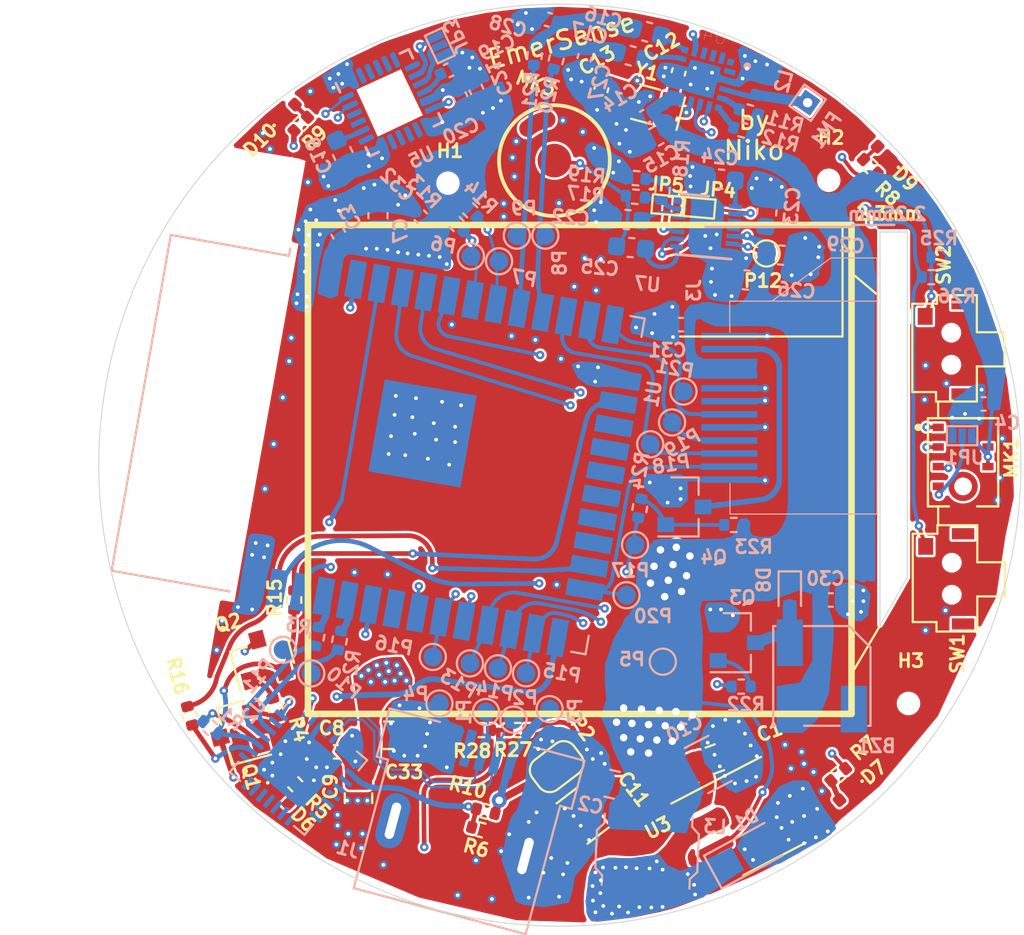
<source format=kicad_pcb>
(kicad_pcb (version 20171130) (host pcbnew 5.1.10)
  (layers (0 F.Cu signal) (1 In1.Cu signal) (2 In2.Cu signal) (31 B.Cu signal) (34 B.Paste user) (35 F.Paste user) (36 B.SilkS user) (37 F.SilkS user) (38 B.Mask user) (39 F.Mask user) (44 Edge.Cuts user))
  (net 0 "")
  (net 1 GND)
  (net 2 "Net-(J1-Pad4)")
  (net 3 "Net-(U1-Pad32)")
  (net 4 "Net-(U2-Pad16)")
  (net 5 "Net-(U2-Pad15)")
  (net 6 "Net-(U2-Pad14)")
  (net 7 "Net-(U2-Pad13)")
  (net 8 "Net-(U2-Pad12)")
  (net 9 "Net-(U2-Pad11)")
  (net 10 "Net-(U2-Pad10)")
  (net 11 "Net-(U2-Pad9)")
  (net 12 "Net-(U2-Pad27)")
  (net 13 "Net-(U2-Pad22)")
  (net 14 "Net-(U2-Pad21)")
  (net 15 "Net-(U2-Pad20)")
  (net 16 "Net-(U2-Pad19)")
  (net 17 "Net-(U2-Pad18)")
  (net 18 "Net-(U2-Pad17)")
  (net 19 "Net-(U2-Pad2)")
  (net 20 "Net-(U2-Pad1)")
  (net 21 /PS_VOUT)
  (net 22 /PS_Vin)
  (net 23 "Net-(JP1-Pad2)")
  (net 24 "Net-(Q1-Pad2)")
  (net 25 /S_DTR)
  (net 26 /S_IO0)
  (net 27 "Net-(Q2-Pad2)")
  (net 28 /S_RTS)
  (net 29 /S_EN)
  (net 30 /S_TX)
  (net 31 /S_RX)
  (net 32 /S_D-)
  (net 33 /S_D+)
  (net 34 "Net-(D6-Pad2)")
  (net 35 "Net-(R10-Pad2)")
  (net 36 "Net-(U4-Pad18)")
  (net 37 "Net-(U4-Pad19)")
  (net 38 "Net-(U4-Pad20)")
  (net 39 "Net-(U4-Pad1)")
  (net 40 "Net-(U4-Pad2)")
  (net 41 "Net-(C12-Pad2)")
  (net 42 "Net-(C13-Pad1)")
  (net 43 "Net-(C16-Pad2)")
  (net 44 "Net-(C17-Pad2)")
  (net 45 "Net-(R12-Pad2)")
  (net 46 "Net-(FM1-Pad1)")
  (net 47 VDD33)
  (net 48 FM_AF_IN2)
  (net 49 FM_AF_IN1)
  (net 50 "Net-(C18-Pad2)")
  (net 51 "Net-(C19-Pad2)")
  (net 52 "Net-(R11-Pad1)")
  (net 53 I2C_D)
  (net 54 I2C_C)
  (net 55 "Net-(R15-Pad2)")
  (net 56 "Net-(R16-Pad2)")
  (net 57 "Net-(R16-Pad1)")
  (net 58 "Net-(U5-Pad12)")
  (net 59 "Net-(JP3-Pad2)")
  (net 60 "Net-(U5-Pad7)")
  (net 61 "Net-(U5-Pad6)")
  (net 62 I2S_C)
  (net 63 I2S_D)
  (net 64 I2S_WS)
  (net 65 /LCD_LEDK)
  (net 66 "Net-(C22-Pad1)")
  (net 67 "Net-(C23-Pad1)")
  (net 68 "Net-(C24-Pad1)")
  (net 69 "Net-(C25-Pad1)")
  (net 70 "Net-(JP4-Pad2)")
  (net 71 "Net-(JP5-Pad2)")
  (net 72 "Net-(R17-Pad2)")
  (net 73 "Net-(R18-Pad2)")
  (net 74 /MIC_P)
  (net 75 DAC_O1)
  (net 76 DAC_O2)
  (net 77 MIC_AMP_OUT)
  (net 78 "Net-(BZ1-Pad2)")
  (net 79 "Net-(Q3-Pad2)")
  (net 80 BuzzerPWM)
  (net 81 /nc1)
  (net 82 /nc0)
  (net 83 /nc4)
  (net 84 /nc5)
  (net 85 /nc3)
  (net 86 /nc2)
  (net 87 LCD_DC)
  (net 88 LCD_CLK)
  (net 89 LCD_MOSI)
  (net 90 LCD_RST)
  (net 91 "Net-(Q4-Pad2)")
  (net 92 LCD_PWM)
  (net 93 "Net-(J1-Pad1)")
  (net 94 /E_RX)
  (net 95 /E_TX)
  (net 96 LED1_C)
  (net 97 LED2_C)
  (net 98 LED3_C)
  (net 99 LED4_C)
  (net 100 Button2)
  (net 101 Button1)
  (net 102 "Net-(D7-Pad2)")
  (net 103 "Net-(D9-Pad2)")
  (net 104 "Net-(D10-Pad2)")
  (net 105 Batt_voltage)
  (module Resistor_SMD:R_0402_1005Metric (layer F.Cu) (at 124.9787 109.5756 180)
    (fp_text reference R28 (at 0.4933 -1.1176) (layer F.SilkS) (effects (font (size 0.7 0.7))))
    (fp_text value 10k)
    (pad 2 smd roundrect (at 0.51 0 180) (size 0.54 0.64) (layers F.Cu F.Paste F.Mask) (net 1 GND))
    (pad 1 smd roundrect (at -0.51 0 180) (size 0.54 0.64) (layers F.Cu F.Paste F.Mask) (net 105 Batt_voltage))
  )
  (module Resistor_SMD:R_0402_1005Metric (layer F.Cu) (at 126.9238 109.5756 180)
    (fp_text reference R27 (at 0.254 -1.0541) (layer F.SilkS) (effects (font (size 0.7 0.7))))
    (fp_text value 4.7k)
    (pad 2 smd roundrect (at 0.51 0 180) (size 0.54 0.64) (layers F.Cu F.Paste F.Mask) (net 105 Batt_voltage))
    (pad 1 smd roundrect (at -0.51 0 180) (size 0.54 0.64) (layers F.Cu F.Paste F.Mask) (net 22 /PS_Vin))
  )
  (module TestPoint:TestPoint_Pad_D1.0mm (layer F.Cu) (at 140.2334 84.074)
    (fp_text reference P12 (at -0.1905 1.4605) (layer F.SilkS) (effects (font (size 0.7 0.7))))
    (fp_text value MIC_AMP)
    (pad 1 smd circle (at 0 0) (size 1 1) (layers F.Cu F.Mask) (net 77 MIC_AMP_OUT))
  )
  (module Diode_SMD:D_0402_1005Metric (layer F.Cu) (at 114.6556 76.454 45)
    (fp_text reference D10 (at -2.168272 0.035355 45) (layer F.SilkS) (effects (font (size 0.7 0.7))))
    (fp_text value LED4)
    (pad 1 smd roundrect (at -0.485 0 45) (size 0.59 0.64) (layers F.Cu F.Paste F.Mask) (net 1 GND))
    (pad 2 smd roundrect (at 0.485 0 45) (size 0.59 0.64) (layers F.Cu F.Paste F.Mask) (net 104 "Net-(D10-Pad2)"))
  )
  (module Diode_SMD:D_0402_1005Metric (layer F.Cu) (at 146.519853 78.701853 135)
    (fp_text reference D9 (at -1.778157 -0.179605 135) (layer F.SilkS) (effects (font (size 0.7 0.7))))
    (fp_text value LED3)
    (pad 1 smd roundrect (at -0.485 0 135) (size 0.59 0.64) (layers F.Cu F.Paste F.Mask) (net 1 GND))
    (pad 2 smd roundrect (at 0.485 0 135) (size 0.59 0.64) (layers F.Cu F.Paste F.Mask) (net 103 "Net-(D9-Pad2)"))
  )
  (module Diode_SMD:D_0402_1005Metric (layer F.Cu) (at 144.510068 113.011552 220)
    (fp_text reference D7 (at -1.876785 -0.040497 40) (layer F.SilkS) (effects (font (size 0.7 0.7))))
    (fp_text value LED2)
    (pad 1 smd roundrect (at -0.485 0 220) (size 0.59 0.64) (layers F.Cu F.Paste F.Mask) (net 1 GND))
    (pad 2 smd roundrect (at 0.485 0 220) (size 0.59 0.64) (layers F.Cu F.Paste F.Mask) (net 102 "Net-(D7-Pad2)"))
  )
  (module Diode_SMD:D_0402_1005Metric (layer F.Cu) (at 114.312653 113.169653 315)
    (fp_text reference D6 (at 1.652367 0.035921 135) (layer F.SilkS) (effects (font (size 0.7 0.7))))
    (fp_text value LED1)
    (pad 1 smd roundrect (at -0.485 0 315) (size 0.59 0.64) (layers F.Cu F.Paste F.Mask) (net 1 GND))
    (pad 2 smd roundrect (at 0.485 0 315) (size 0.59 0.64) (layers F.Cu F.Paste F.Mask) (net 34 "Net-(D6-Pad2)"))
  )
  (module Emersense:TS-1086E (layer F.Cu) (at 153.0096 89.6112 270)
    (fp_text reference SW2 (at -4.9276 3.302 90) (layer F.SilkS) (effects (font (size 0.7 0.7))))
    (fp_text value B1)
    (pad nc smd rect (at -2.8448 2.286) (size 1.2 0.6) (layers F.Cu F.Paste F.Mask))
    (pad nc smd rect (at 1.9812 2.286) (size 1.2 0.6) (layers F.Cu F.Paste F.Mask))
    (pad "" np_thru_hole circle (at -1.2954 2.89052 270) (size 0.8 0.8) (drill 0.8) (layers *.Cu *.Mask))
    (pad "" np_thru_hole circle (at 0.4191 2.89052 270) (size 0.8 0.8) (drill 0.8) (layers *.Cu *.Mask))
    (pad 1 smd rect (at -2.16916 4.28752) (size 0.8 0.9) (layers F.Cu F.Paste F.Mask) (net 100 Button2))
    (pad 2 smd rect (at 1.28524 4.28752) (size 0.8 0.9) (layers F.Cu F.Paste F.Mask) (net 1 GND))
  )
  (module TestPoint:TestPoint_Pad_D1.0mm (layer B.Cu) (at 126.6952 109.0168)
    (fp_text reference P2 (at 0.6096 -1.1684) (layer B.SilkS) (effects (font (size 0.7 0.7)) (justify mirror)))
    (fp_text value USB2)
    (pad 1 smd circle (at 0 0) (size 1 1) (layers B.Cu B.Mask) (net 32 /S_D-))
  )
  (module TestPoint:TestPoint_Pad_D1.0mm (layer B.Cu) (at 125.222 108.6104)
    (fp_text reference P1 (at -1.1684 0 90) (layer B.SilkS) (effects (font (size 0.7 0.7)) (justify mirror)))
    (fp_text value USB1)
    (pad 1 smd circle (at 0 0) (size 1 1) (layers B.Cu B.Mask) (net 33 /S_D+))
  )
  (module TestPoint:TestPoint_Pad_D1.0mm (layer B.Cu) (at 122.7328 108.1532)
    (fp_text reference P4 (at -1.27 -0.508) (layer B.SilkS) (effects (font (size 0.7 0.7)) (justify mirror)))
    (fp_text value USB_G)
    (pad 1 smd circle (at 0 0) (size 1 1) (layers B.Cu B.Mask) (net 1 GND))
  )
  (module TestPoint:TestPoint_Pad_D1.0mm (layer B.Cu) (at 128.6256 108.458)
    (fp_text reference P3 (at 1.3716 0.1016 90) (layer B.SilkS) (effects (font (size 0.7 0.7)) (justify mirror)))
    (fp_text value USB_P)
    (pad 1 smd circle (at 0 0) (size 1 1) (layers B.Cu B.Mask) (net 93 "Net-(J1-Pad1)"))
  )
  (module TestPoint:TestPoint_Pad_D1.0mm (layer B.Cu) (at 133.1976 99.6696)
    (fp_text reference P17 (at -0.254 1.3716) (layer B.SilkS) (effects (font (size 0.7 0.7)) (justify mirror)))
    (fp_text value Display)
    (pad 1 smd circle (at 0 0) (size 1 1) (layers B.Cu B.Mask) (net 92 LCD_PWM))
  )
  (module TestPoint:TestPoint_Pad_D1.0mm (layer B.Cu) (at 122.3772 105.664)
    (fp_text reference P16 (at -2.0828 -0.6096 -10) (layer B.SilkS) (effects (font (size 0.7 0.7)) (justify mirror)))
    (fp_text value Buzzer)
    (pad 1 smd circle (at 0 0) (size 1 1) (layers B.Cu B.Mask) (net 80 BuzzerPWM))
  )
  (module TestPoint:TestPoint_Pad_D1.0mm (layer B.Cu) (at 135.7884 91.4634)
    (fp_text reference P21 (at -0.4572 -1.2426 350) (layer B.SilkS) (effects (font (size 0.7 0.7)) (justify mirror)))
    (fp_text value LCD_DC)
    (pad 1 smd circle (at 0 0) (size 1 1) (layers B.Cu B.Mask) (net 87 LCD_DC))
  )
  (module TestPoint:TestPoint_Pad_D1.0mm (layer B.Cu) (at 132.7404 102.362)
    (fp_text reference P20 (at 1.4224 1.1176) (layer B.SilkS) (effects (font (size 0.7 0.7)) (justify mirror)))
    (fp_text value LCD_RST)
    (pad 1 smd circle (at 0 0) (size 1 1) (layers B.Cu B.Mask) (net 90 LCD_RST))
  )
  (module TestPoint:TestPoint_Pad_D1.0mm (layer B.Cu) (at 127.365616 106.537935 350)
    (fp_text reference P15 (at 1.889414 -0.343649 350) (layer B.SilkS) (effects (font (size 0.7 0.7)) (justify mirror)))
    (fp_text value I2S_WS)
    (pad 1 smd circle (at 0 0 350) (size 1 1) (layers B.Cu B.Mask) (net 64 I2S_WS))
  )
  (module TestPoint:TestPoint_Pad_D1.0mm (layer B.Cu) (at 125.864769 106.273295 350)
    (fp_text reference P14 (at 0.029015 1.233202 350) (layer B.SilkS) (effects (font (size 0.7 0.7)) (justify mirror)))
    (fp_text value I2S_D)
    (pad 1 smd circle (at 0 0 350) (size 1 1) (layers B.Cu B.Mask) (net 63 I2S_D))
  )
  (module TestPoint:TestPoint_Pad_D1.0mm (layer B.Cu) (at 124.363922 106.008656 350)
    (fp_text reference P13 (at -0.418629 1.168185 330) (layer B.SilkS) (effects (font (size 0.7 0.7)) (justify mirror)))
    (fp_text value I2S_C)
    (pad 1 smd circle (at 0 0 350) (size 1 1) (layers B.Cu B.Mask) (net 62 I2S_C))
  )
  (module TestPoint:TestPoint_Pad_D1.0mm (layer B.Cu) (at 135.1788 93.1164 100)
    (fp_text reference P19 (at -1.197656 0.356241 -150) (layer B.SilkS) (effects (font (size 0.7 0.7)) (justify mirror)))
    (fp_text value LCD_CLK)
    (pad 1 smd circle (at 0 0 100) (size 1 1) (layers B.Cu B.Mask) (net 88 LCD_CLK))
  )
  (module TestPoint:TestPoint_Pad_D1.0mm (layer B.Cu) (at 134.0104 94.2848 100)
    (fp_text reference P18 (at -1.244662 0.915373 190) (layer B.SilkS) (effects (font (size 0.7 0.7)) (justify mirror)))
    (fp_text value LCD_D)
    (pad 1 smd circle (at 0 0 100) (size 1 1) (layers B.Cu B.Mask) (net 89 LCD_MOSI))
  )
  (module TestPoint:TestPoint_Pad_D1.0mm (layer B.Cu) (at 114.36445 105.278334 140)
    (fp_text reference P11 (at 0.121274 -1.931506 230) (layer B.SilkS) (effects (font (size 0.7 0.7)) (justify mirror)))
    (fp_text value TX_S)
    (pad 1 smd circle (at 0 0 140) (size 1 1) (layers B.Cu B.Mask) (net 31 /S_RX))
  )
  (module TestPoint:TestPoint_Pad_D1.0mm (layer B.Cu) (at 115.873941 106.544947 140)
    (fp_text reference P10 (at -1.655482 0.715455 140) (layer B.SilkS) (effects (font (size 0.7 0.7)) (justify mirror)))
    (fp_text value RX_S)
    (pad 1 smd circle (at 0 0 140) (size 1 1) (layers B.Cu B.Mask) (net 30 /S_TX))
  )
  (module Diode_SMD:D_SOD-523 (layer B.Cu) (at 141.478 102.235 270)
    (fp_text reference D8 (at -0.6985 1.397 90) (layer B.SilkS) (effects (font (size 0.7 0.7)) (justify mirror)))
    (fp_text value 1N4148)
    (pad 2 smd rect (at 0.7 0 90) (size 0.6 0.7) (layers B.Cu B.Paste B.Mask) (net 78 "Net-(BZ1-Pad2)"))
    (pad 1 smd rect (at -0.7 0 90) (size 0.6 0.7) (layers B.Cu B.Paste B.Mask) (net 47 VDD33))
  )
  (module Emersense:B4013AM423-093 (layer F.Cu) (at 126.067169 78.082309 340)
    (fp_text reference MK3 (at 0.655526 -3.525634 160) (layer F.SilkS) (effects (font (size 0.7 0.7))))
    (fp_text value MIC)
    (pad nc smd custom (at 1.4478 -1.6002 340) (size 0.5 0.5) (layers F.Cu F.Paste F.Mask) (options (clearance outline) (anchor rect)) (primitives (gr_arc (start 1.5494 1.6002) (end -0.386339 0.482599) (angle 30) (width 0.9))))
    (pad 2 smd circle (at 2.9972 0 340) (size 1.8 1.8) (layers F.Cu F.Paste F.Mask) (net 74 /MIC_P))
    (pad 1 smd custom (at 3.0226 2.2352 340) (size 0.5 0.5) (layers F.Cu F.Paste F.Mask) (net 1 GND) (options (clearance outline) (anchor rect)) (primitives (gr_arc (start -0.0254 -2.2352) (end -2.252094 -2.04039) (angle -260) (width 0.9))))
  )
  (module Capacitor_SMD:C_0805_2012Metric (layer F.Cu) (at 120.015 109.855 180)
    (fp_text reference C33 (at -0.8255 -1.9685) (layer F.SilkS) (effects (font (size 0.7 0.7))))
    (fp_text value 10n)
    (pad 1 smd roundrect (at -0.95 0 180) (size 1 1.45) (layers F.Cu F.Paste F.Mask) (net 1 GND))
    (pad 2 smd roundrect (at 0.95 0 180) (size 1 1.45) (layers F.Cu F.Paste F.Mask) (net 47 VDD33))
  )
  (module TestPoint:TestPoint_Pad_D1.0mm (layer B.Cu) (at 126.873 83.1215 180)
    (fp_text reference P9 (at -0.381 1.4605) (layer B.SilkS) (effects (font (size 0.7 0.7)) (justify mirror)))
    (fp_text value DAC_O2)
    (pad 1 smd circle (at 0 0 180) (size 1 1) (layers B.Cu B.Mask) (net 76 DAC_O2))
  )
  (module TestPoint:TestPoint_Pad_D1.0mm (layer B.Cu) (at 128.397 83.1215 180)
    (fp_text reference P8 (at -0.762 -1.4605 90) (layer B.SilkS) (effects (font (size 0.7 0.7)) (justify mirror)))
    (fp_text value DAC_O1)
    (pad 1 smd circle (at 0 0 180) (size 1 1) (layers B.Cu B.Mask) (net 75 DAC_O1))
  )
  (module TestPoint:TestPoint_Pad_D1.0mm (layer B.Cu) (at 125.921115 84.493156 350)
    (fp_text reference P7 (at 1.47141 0.669 170) (layer B.SilkS) (effects (font (size 0.7 0.7)) (justify mirror)))
    (fp_text value I2C_C)
    (pad 1 smd circle (at 0 0 350) (size 1 1) (layers B.Cu B.Mask) (net 54 I2C_C))
  )
  (module TestPoint:TestPoint_Pad_D1.0mm (layer B.Cu) (at 124.416329 84.227821 350)
    (fp_text reference P6 (at -1.561737 -0.332175 170) (layer B.SilkS) (effects (font (size 0.7 0.7)) (justify mirror)))
    (fp_text value I2C_D)
    (pad 1 smd circle (at 0 0 350) (size 1 1) (layers B.Cu B.Mask) (net 53 I2C_D))
  )
  (module TestPoint:TestPoint_Pad_D1.0mm (layer B.Cu) (at 134.6835 105.918)
    (fp_text reference P5 (at -1.651 -0.127) (layer B.SilkS) (effects (font (size 0.7 0.7)) (justify mirror)))
    (fp_text value PWR33)
    (pad 1 smd circle (at 0 0) (size 1 1) (layers B.Cu B.Mask) (net 47 VDD33))
  )
  (module Capacitor_SMD:C_0402_1005Metric (layer B.Cu) (at 121.7295 82.1055 315)
    (fp_text reference C32 (at -2.11036 -0.314309 135) (layer B.SilkS) (effects (font (size 0.7 0.7)) (justify mirror)))
    (fp_text value 22n)
    (pad 1 smd roundrect (at -0.48 0 315) (size 0.56 0.62) (layers B.Cu B.Paste B.Mask) (net 1 GND))
    (pad 2 smd roundrect (at 0.48 0 315) (size 0.56 0.62) (layers B.Cu B.Paste B.Mask) (net 47 VDD33))
  )
  (module Capacitor_SMD:C_0603_1608Metric (layer B.Cu) (at 119.4435 82.055 90)
    (fp_text reference C7 (at -0.8125 1.2065 90) (layer B.SilkS) (effects (font (size 0.7 0.7)) (justify mirror)))
    (fp_text value 2.2u)
    (pad 1 smd roundrect (at -0.775 0 90) (size 0.9 0.95) (layers B.Cu B.Paste B.Mask) (net 47 VDD33))
    (pad 2 smd roundrect (at 0.775 0 90) (size 0.9 0.95) (layers B.Cu B.Paste B.Mask) (net 1 GND))
  )
  (module Capacitor_SMD:C_0402_1005Metric (layer B.Cu) (at 117.32167 83.001052 120)
    (fp_text reference C3 (at 0.421663 0.933762 120) (layer B.SilkS) (effects (font (size 0.7 0.7)) (justify mirror)))
    (fp_text value 100n)
    (pad 1 smd roundrect (at -0.48 0 120) (size 0.56 0.62) (layers B.Cu B.Paste B.Mask) (net 47 VDD33))
    (pad 2 smd roundrect (at 0.48 0 120) (size 0.56 0.62) (layers B.Cu B.Paste B.Mask) (net 1 GND))
  )
  (module Package_SO:SOP-8_3.76x4.96mm_P1.27mm (layer F.Cu) (at 139.463642 114.17624 27.5)
    (fp_text reference U3 (at -4.757053 -1.76413 27.5) (layer F.SilkS) (effects (font (size 0.7 0.7))))
    (fp_text value XL1509-3.3)
    (pad 1 smd roundrect (at -2.5375 -1.905 27.5) (size 1.975 0.65) (layers F.Cu F.Paste F.Mask) (net 22 /PS_Vin))
    (pad 2 smd roundrect (at -2.5375 -0.635 27.5) (size 1.975 0.65) (layers F.Cu F.Paste F.Mask) (net 21 /PS_VOUT))
    (pad 3 smd roundrect (at -2.5375 0.635 27.5) (size 1.975 0.65) (layers F.Cu F.Paste F.Mask) (net 47 VDD33))
    (pad 4 smd roundrect (at -2.5375 1.905 27.5) (size 1.975 0.65) (layers F.Cu F.Paste F.Mask) (net 1 GND))
    (pad 5 smd roundrect (at 2.5375 1.905 27.5) (size 1.975 0.65) (layers F.Cu F.Paste F.Mask) (net 1 GND))
    (pad 6 smd roundrect (at 2.5375 0.635 27.5) (size 1.975 0.65) (layers F.Cu F.Paste F.Mask) (net 1 GND))
    (pad 7 smd roundrect (at 2.5375 -0.635 27.5) (size 1.975 0.65) (layers F.Cu F.Paste F.Mask) (net 1 GND))
    (pad 8 smd roundrect (at 2.5375 -1.905 27.5) (size 1.975 0.65) (layers F.Cu F.Paste F.Mask) (net 1 GND))
  )
  (module Emersense:SWPA5040S680MT (layer B.Cu) (at 134.104647 120.25785 357.5)
    (fp_text reference L3 (at 3.129154 -5.655224 177.5) (layer B.SilkS) (effects (font (size 0.7 0.7)) (justify mirror)))
    (fp_text value 68u)
    (pad 1 smd rect (at -0.4572 -2.2479 267.5) (size 1.4 4.2) (layers B.Cu B.Paste B.Mask) (net 21 /PS_VOUT))
    (pad 2 smd rect (at -0.4572 -5.9817 267.5) (size 1.4 4.2) (layers B.Cu B.Paste B.Mask) (net 47 VDD33))
  )
  (module Emersense:SOD-123FL (layer B.Cu) (at 139.278494 116.71623 28.5)
    (fp_text reference D1 (at 0.990808 -2.13919 28.5) (layer B.SilkS) (effects (font (size 0.7 0.7)) (justify mirror)))
    (fp_text value SS34)
    (pad 2 smd rect (at 1.3335 -0.508 28.5) (size 1.4 1.4) (layers B.Cu B.Paste B.Mask) (net 1 GND))
    (pad 1 smd rect (at -1.0795 -0.508 28.5) (size 1.4 1.4) (layers B.Cu B.Paste B.Mask) (net 21 /PS_VOUT))
  )
  (module Capacitor_SMD:C_1210_3225Metric (layer F.Cu) (at 130.3909 114.1476 37.5)
    (fp_text reference C11 (at 3.0353 0.5461 307.5) (layer F.SilkS) (effects (font (size 0.7 0.7))))
    (fp_text value 100u/16V)
    (pad 1 smd roundrect (at -1.475 0 37.5) (size 1.15 2.7) (layers F.Cu F.Paste F.Mask) (roundrect_rratio 0.2173904347826087) (net 1 GND))
    (pad 2 smd roundrect (at 1.475 0 37.5) (size 1.15 2.7) (layers F.Cu F.Paste F.Mask) (roundrect_rratio 0.2173904347826087) (net 22 /PS_Vin))
  )
  (module Capacitor_SMD:C_1210_3225Metric (layer B.Cu) (at 137.121659 111.412379 27.5)
    (fp_text reference C10 (at -0.243992 -2.288975 207.5) (layer B.SilkS) (effects (font (size 0.7 0.7)) (justify mirror)))
    (fp_text value 100u/6.3V)
    (pad 1 smd roundrect (at -1.475 0 27.5) (size 1.15 2.7) (layers B.Cu B.Paste B.Mask) (roundrect_rratio 0.2173904347826087) (net 47 VDD33))
    (pad 2 smd roundrect (at 1.475 0 27.5) (size 1.15 2.7) (layers B.Cu B.Paste B.Mask) (roundrect_rratio 0.2173904347826087) (net 1 GND))
  )
  (module Capacitor_SMD:C_0805_2012Metric (layer B.Cu) (at 131.966081 112.473618 347.5)
    (fp_text reference C2 (at -0.884559 1.351368 167.5) (layer B.SilkS) (effects (font (size 0.7 0.7)) (justify mirror)))
    (fp_text value 100n/50V)
    (pad 1 smd roundrect (at -0.95 0 347.5) (size 1 1.45) (layers B.Cu B.Paste B.Mask) (net 1 GND))
    (pad 2 smd roundrect (at 0.95 0 347.5) (size 1 1.45) (layers B.Cu B.Paste B.Mask) (net 47 VDD33))
  )
  (module Capacitor_SMD:C_0805_2012Metric (layer F.Cu) (at 137.468508 111.117581 20)
    (fp_text reference C1 (at 3.250275 -0.363333 20) (layer F.SilkS) (effects (font (size 0.7 0.7))))
    (fp_text value 100n/50V)
    (pad 1 smd roundrect (at -0.95 0 20) (size 1 1.45) (layers F.Cu F.Paste F.Mask) (net 22 /PS_Vin))
    (pad 2 smd roundrect (at 0.95 0 20) (size 1 1.45) (layers F.Cu F.Paste F.Mask) (net 1 GND))
  )
  (module RF_Module:ESP32-WROOM-32 (layer B.Cu) (at 122.400892 94.823067 260)
    (fp_text reference U1 (at -5.22402 -11.022219 260) (layer B.SilkS) (effects (font (size 0.7 0.7)) (justify mirror)))
    (fp_text value ESP32-WROOM-32)
    (pad 39 smd rect (at -1 0.755 260) (size 5 5) (layers B.Cu B.Paste B.Mask) (net 1 GND))
    (pad 1 smd rect (at -8.5 8.255 260) (size 2 0.9) (layers B.Cu B.Paste B.Mask) (net 1 GND))
    (pad 2 smd rect (at -8.5 6.985 260) (size 2 0.9) (layers B.Cu B.Paste B.Mask) (net 47 VDD33))
    (pad 3 smd rect (at -8.5 5.715 260) (size 2 0.9) (layers B.Cu B.Paste B.Mask) (net 29 /S_EN))
    (pad 4 smd rect (at -8.5 4.445 260) (size 2 0.9) (layers B.Cu B.Paste B.Mask) (net 105 Batt_voltage))
    (pad 5 smd rect (at -8.5 3.175 260) (size 2 0.9) (layers B.Cu B.Paste B.Mask) (net 101 Button1))
    (pad 6 smd rect (at -8.5 1.905 260) (size 2 0.9) (layers B.Cu B.Paste B.Mask) (net 100 Button2))
    (pad 7 smd rect (at -8.5 0.635 260) (size 2 0.9) (layers B.Cu B.Paste B.Mask) (net 77 MIC_AMP_OUT))
    (pad 8 smd rect (at -8.5 -0.635 260) (size 2 0.9) (layers B.Cu B.Paste B.Mask) (net 53 I2C_D))
    (pad 9 smd rect (at -8.5 -1.905 260) (size 2 0.9) (layers B.Cu B.Paste B.Mask) (net 54 I2C_C))
    (pad 10 smd rect (at -8.5 -3.175 260) (size 2 0.9) (layers B.Cu B.Paste B.Mask) (net 76 DAC_O2))
    (pad 11 smd rect (at -8.5 -4.445 260) (size 2 0.9) (layers B.Cu B.Paste B.Mask) (net 75 DAC_O1))
    (pad 12 smd rect (at -8.5 -5.715 260) (size 2 0.9) (layers B.Cu B.Paste B.Mask) (net 89 LCD_MOSI))
    (pad 13 smd rect (at -8.5 -6.985 260) (size 2 0.9) (layers B.Cu B.Paste B.Mask) (net 88 LCD_CLK))
    (pad 14 smd rect (at -8.5 -8.255 260) (size 2 0.9) (layers B.Cu B.Paste B.Mask) (net 87 LCD_DC))
    (pad 15 smd rect (at -5.715 -9.255 170) (size 2 0.9) (layers B.Cu B.Paste B.Mask) (net 1 GND))
    (pad 16 smd rect (at -4.445 -9.255 170) (size 2 0.9) (layers B.Cu B.Paste B.Mask) (net 55 "Net-(R15-Pad2)"))
    (pad 17 smd rect (at -3.175 -9.255 170) (size 2 0.9) (layers B.Cu B.Paste B.Mask) (net 86 /nc2))
    (pad 18 smd rect (at -1.905 -9.255 170) (size 2 0.9) (layers B.Cu B.Paste B.Mask) (net 85 /nc3))
    (pad 19 smd rect (at -0.635 -9.255 170) (size 2 0.9) (layers B.Cu B.Paste B.Mask) (net 84 /nc5))
    (pad 20 smd rect (at 0.635 -9.255 170) (size 2 0.9) (layers B.Cu B.Paste B.Mask) (net 83 /nc4))
    (pad 21 smd rect (at 1.905 -9.255 170) (size 2 0.9) (layers B.Cu B.Paste B.Mask) (net 82 /nc0))
    (pad 22 smd rect (at 3.175 -9.255 170) (size 2 0.9) (layers B.Cu B.Paste B.Mask) (net 81 /nc1))
    (pad 23 smd rect (at 4.445 -9.255 170) (size 2 0.9) (layers B.Cu B.Paste B.Mask) (net 56 "Net-(R16-Pad2)"))
    (pad 24 smd rect (at 5.715 -9.255 170) (size 2 0.9) (layers B.Cu B.Paste B.Mask) (net 90 LCD_RST))
    (pad 25 smd rect (at 8.5 -8.255 260) (size 2 0.9) (layers B.Cu B.Paste B.Mask) (net 26 /S_IO0))
    (pad 26 smd rect (at 8.5 -6.985 260) (size 2 0.9) (layers B.Cu B.Paste B.Mask) (net 64 I2S_WS))
    (pad 27 smd rect (at 8.5 -5.715 260) (size 2 0.9) (layers B.Cu B.Paste B.Mask) (net 63 I2S_D))
    (pad 28 smd rect (at 8.5 -4.445 260) (size 2 0.9) (layers B.Cu B.Paste B.Mask) (net 62 I2S_C))
    (pad 29 smd rect (at 8.5 -3.175 260) (size 2 0.9) (layers B.Cu B.Paste B.Mask) (net 98 LED3_C))
    (pad 30 smd rect (at 8.5 -1.905 260) (size 2 0.9) (layers B.Cu B.Paste B.Mask) (net 80 BuzzerPWM))
    (pad 31 smd rect (at 8.5 -0.635 260) (size 2 0.9) (layers B.Cu B.Paste B.Mask) (net 97 LED2_C))
    (pad 32 smd rect (at 8.5 0.635 260) (size 2 0.9) (layers B.Cu B.Paste B.Mask) (net 3 "Net-(U1-Pad32)"))
    (pad 33 smd rect (at 8.5 1.905 260) (size 2 0.9) (layers B.Cu B.Paste B.Mask) (net 99 LED4_C))
    (pad 34 smd rect (at 8.5 3.175 260) (size 2 0.9) (layers B.Cu B.Paste B.Mask) (net 94 /E_RX))
    (pad 35 smd rect (at 8.5 4.445 260) (size 2 0.9) (layers B.Cu B.Paste B.Mask) (net 95 /E_TX))
    (pad 36 smd rect (at 8.5 5.715 260) (size 2 0.9) (layers B.Cu B.Paste B.Mask) (net 96 LED1_C))
    (pad 37 smd rect (at 8.5 6.985 260) (size 2 0.9) (layers B.Cu B.Paste B.Mask) (net 92 LCD_PWM))
    (pad 38 smd rect (at 8.5 8.255 260) (size 2 0.9) (layers B.Cu B.Paste B.Mask) (net 1 GND))
  )
  (module Capacitor_SMD:C_0402_1005Metric (layer B.Cu) (at 135.6588 87.884)
    (fp_text reference C31 (at -0.734 1.3716) (layer B.SilkS) (effects (font (size 0.7 0.7)) (justify mirror)))
    (fp_text value 100n)
    (pad 1 smd roundrect (at -0.48 0) (size 0.56 0.62) (layers B.Cu B.Paste B.Mask) (net 1 GND))
    (pad 2 smd roundrect (at 0.48 0) (size 0.56 0.62) (layers B.Cu B.Paste B.Mask) (net 47 VDD33))
  )
  (module Resistor_SMD:R_0402_1005Metric (layer F.Cu) (at 125.206622 113.923998 165)
    (fp_text reference R10 (at 1.247451 0.985721 165) (layer F.SilkS) (effects (font (size 0.7 0.7))))
    (fp_text value 22k)
    (pad 1 smd roundrect (at -0.51 0 165) (size 0.54 0.64) (layers F.Cu F.Paste F.Mask) (net 93 "Net-(J1-Pad1)"))
    (pad 2 smd roundrect (at 0.51 0 165) (size 0.54 0.64) (layers F.Cu F.Paste F.Mask) (net 35 "Net-(R10-Pad2)"))
  )
  (module Resistor_SMD:R_0402_1005Metric (layer F.Cu) (at 124.952622 114.914598 165)
    (fp_text reference R6 (at -0.009047 -1.004798 165) (layer F.SilkS) (effects (font (size 0.7 0.7))))
    (fp_text value 47k)
    (pad 1 smd roundrect (at -0.51 0 165) (size 0.54 0.64) (layers F.Cu F.Paste F.Mask) (net 1 GND))
    (pad 2 smd roundrect (at 0.51 0 165) (size 0.54 0.64) (layers F.Cu F.Paste F.Mask) (net 35 "Net-(R10-Pad2)"))
  )
  (module Resistor_SMD:R_0402_1005Metric (layer F.Cu) (at 115.313856 77.147385 225)
    (fp_text reference R9 (at 0.002 -1.0668 45) (layer F.SilkS) (effects (font (size 0.7 0.7))))
    (fp_text value 3.6k)
    (pad 1 smd roundrect (at -0.51 0 225) (size 0.54 0.64) (layers F.Cu F.Paste F.Mask) (net 104 "Net-(D10-Pad2)"))
    (pad 2 smd roundrect (at 0.51 0 225) (size 0.54 0.64) (layers F.Cu F.Paste F.Mask) (net 99 LED4_C))
  )
  (module Emersense:M1_screw (layer F.Cu) (at 147.7645 108.0897)
    (fp_text reference H3 (at 0.1905 -2.2225) (layer F.SilkS) (effects (font (size 0.7 0.7))))
    (fp_text value MountingHole)
    (pad "" np_thru_hole circle (at 0.0635 0.0635) (size 1 1) (drill 1) (layers *.Cu *.Mask))
  )
  (module Emersense:M1_screw (layer F.Cu) (at 143.4973 80.0989)
    (fp_text reference H2 (at 0.1905 -2.2225) (layer F.SilkS) (effects (font (size 0.7 0.7))))
    (fp_text value MountingHole)
    (pad "" np_thru_hole circle (at 0.0635 0.0635) (size 1 1) (drill 1) (layers *.Cu *.Mask))
  )
  (module Emersense:M1_screw (layer F.Cu) (at 123.1265 80.2513)
    (fp_text reference H1 (at 0.1651 -1.6637) (layer F.SilkS) (effects (font (size 0.7 0.7))))
    (fp_text value MountingHole)
    (pad "" np_thru_hole circle (at 0.0635 0.0635) (size 1 1) (drill 1) (layers *.Cu *.Mask))
  )
  (module Resistor_SMD:R_0402_1005Metric (layer B.Cu) (at 149.0452 85.344)
    (fp_text reference R26 (at 1.3736 1.016) (layer B.SilkS) (effects (font (size 0.7 0.7)) (justify mirror)))
    (fp_text value 4.7k)
    (pad 1 smd roundrect (at -0.51 0) (size 0.54 0.64) (layers B.Cu B.Paste B.Mask) (net 101 Button1))
    (pad 2 smd roundrect (at 0.51 0) (size 0.54 0.64) (layers B.Cu B.Paste B.Mask) (net 47 VDD33))
  )
  (module Resistor_SMD:R_0402_1005Metric (layer B.Cu) (at 149.5552 84.2772)
    (fp_text reference R25 (at -0.1016 -1.016) (layer B.SilkS) (effects (font (size 0.7 0.7)) (justify mirror)))
    (fp_text value 4.7k)
    (pad 1 smd roundrect (at -0.51 0) (size 0.54 0.64) (layers B.Cu B.Paste B.Mask) (net 100 Button2))
    (pad 2 smd roundrect (at 0.51 0) (size 0.54 0.64) (layers B.Cu B.Paste B.Mask) (net 47 VDD33))
  )
  (module Resistor_SMD:R_0402_1005Metric (layer B.Cu) (at 133.451261 97.706848 80)
    (fp_text reference R24 (at 1.969328 -0.346901 80) (layer B.SilkS) (effects (font (size 0.7 0.7)) (justify mirror)))
    (fp_text value 1k)
    (pad 1 smd roundrect (at -0.51 0 80) (size 0.54 0.64) (layers B.Cu B.Paste B.Mask) (net 92 LCD_PWM))
    (pad 2 smd roundrect (at 0.51 0 80) (size 0.54 0.64) (layers B.Cu B.Paste B.Mask) (net 91 "Net-(Q4-Pad2)"))
  )
  (module Resistor_SMD:R_0402_1005Metric (layer B.Cu) (at 138.4808 98.6028 180)
    (fp_text reference R23 (at -1.0668 -1.1684) (layer B.SilkS) (effects (font (size 0.7 0.7)) (justify mirror)))
    (fp_text value 10k)
    (pad 1 smd roundrect (at -0.51 0 180) (size 0.54 0.64) (layers B.Cu B.Paste B.Mask) (net 47 VDD33))
    (pad 2 smd roundrect (at 0.51 0 180) (size 0.54 0.64) (layers B.Cu B.Paste B.Mask) (net 91 "Net-(Q4-Pad2)"))
  )
  (module Emersense:SOT-23-R (layer B.Cu) (at 135.8392 97.6376)
    (fp_text reference Q4 (at 1.5748 2.6924) (layer B.SilkS) (effects (font (size 0.7 0.7)) (justify mirror)))
    (fp_text value MMBT2222A)
    (pad 3 smd rect (at 1 0) (size 0.9 0.8) (layers B.Cu B.Paste B.Mask) (net 65 /LCD_LEDK))
    (pad 1 smd rect (at -1 -0.95) (size 0.9 0.8) (layers B.Cu B.Paste B.Mask) (net 1 GND))
    (pad 2 smd rect (at -1 0.95) (size 0.9 0.8) (layers B.Cu B.Paste B.Mask) (net 91 "Net-(Q4-Pad2)"))
  )
  (module Emersense:SCREEN_Footprint_extended (layer B.Cu) (at 141.5288 91.948 270)
    (fp_text reference J3 (at -5.8928 5.1816 90) (layer B.SilkS) (effects (font (size 0.7 0.7)) (justify mirror)))
    (fp_text value Conn_01x12)
    (pad 11 connect rect (at 3.5306 3.2893 270) (size 0.35 3) (layers B.Cu B.Mask) (net 90 LCD_RST))
    (pad 10 connect rect (at 2.8321 3.2893 270) (size 0.35 3) (layers B.Cu B.Mask) (net 89 LCD_MOSI))
    (pad 8 connect rect (at 1.4351 3.2893 270) (size 0.35 3) (layers B.Cu B.Mask) (net 1 GND))
    (pad 12 connect rect (at 4.2291 3.2893 270) (size 0.35 3) (layers B.Cu B.Mask) (net 1 GND))
    (pad 9 connect rect (at 2.1336 3.2893 270) (size 0.35 3) (layers B.Cu B.Mask) (net 88 LCD_CLK))
    (pad 7 connect rect (at 0.7366 3.2893 270) (size 0.35 3) (layers B.Cu B.Mask) (net 87 LCD_DC))
    (pad 5 connect rect (at -0.6604 3.2893 270) (size 0.35 3) (layers B.Cu B.Mask) (net 1 GND))
    (pad 6 connect rect (at 0.0381 3.2893 270) (size 0.35 3) (layers B.Cu B.Mask) (net 1 GND))
    (pad 4 connect rect (at -1.3589 3.2893 270) (size 0.35 3) (layers B.Cu B.Mask) (net 47 VDD33))
    (pad 3 connect rect (at -2.0574 3.2893 270) (size 0.35 3) (layers B.Cu B.Mask) (net 47 VDD33))
    (pad 2 connect rect (at -2.7559 3.2893 270) (size 0.35 3) (layers B.Cu B.Mask) (net 65 /LCD_LEDK))
    (pad 1 connect rect (at -3.4544 3.2893 270) (size 0.35 3) (layers B.Cu B.Mask) (net 1 GND))
  )
  (module Capacitor_SMD:C_0402_1005Metric (layer B.Cu) (at 143.6725 102.616 180)
    (fp_text reference C30 (at 0.2895 1.143) (layer B.SilkS) (effects (font (size 0.7 0.7)) (justify mirror)))
    (fp_text value 10n)
    (pad 1 smd roundrect (at -0.48 0 180) (size 0.56 0.62) (layers B.Cu B.Paste B.Mask) (net 1 GND))
    (pad 2 smd roundrect (at 0.48 0 180) (size 0.56 0.62) (layers B.Cu B.Paste B.Mask) (net 47 VDD33))
  )
  (module Resistor_SMD:R_0402_1005Metric (layer B.Cu) (at 138.8765 107.2515)
    (fp_text reference R22 (at 0.252 0.9525 180) (layer B.SilkS) (effects (font (size 0.7 0.7)) (justify mirror)))
    (fp_text value 2.2k)
    (pad 1 smd roundrect (at -0.51 0) (size 0.54 0.64) (layers B.Cu B.Paste B.Mask) (net 80 BuzzerPWM))
    (pad 2 smd roundrect (at 0.51 0) (size 0.54 0.64) (layers B.Cu B.Paste B.Mask) (net 79 "Net-(Q3-Pad2)"))
  )
  (module Emersense:SOT-23-R (layer B.Cu) (at 138.6365 104.902)
    (fp_text reference Q3 (at 0.3015 -2.413 180) (layer B.SilkS) (effects (font (size 0.7 0.7)) (justify mirror)))
    (fp_text value MMBT2222A)
    (pad 3 smd rect (at 1 0) (size 0.9 0.8) (layers B.Cu B.Paste B.Mask) (net 78 "Net-(BZ1-Pad2)"))
    (pad 1 smd rect (at -1 -0.95) (size 0.9 0.8) (layers B.Cu B.Paste B.Mask) (net 1 GND))
    (pad 2 smd rect (at -1 0.95) (size 0.9 0.8) (layers B.Cu B.Paste B.Mask) (net 79 "Net-(Q3-Pad2)"))
  )
  (module Emersense:MLT-5030 (layer B.Cu) (at 145.796 100.711 180)
    (fp_text reference BZ1 (at -0.3175 -9.7155) (layer B.SilkS) (effects (font (size 0.7 0.7)) (justify mirror)))
    (fp_text value Buzzer)
    (pad 2 smd rect (at 4.318 -4.191 90) (size 2.5 1.4) (layers B.Cu B.Paste B.Mask) (net 78 "Net-(BZ1-Pad2)"))
    (pad 1 smd rect (at 4.318 -7.747 90) (size 2.5 1.4) (layers B.Cu B.Paste B.Mask) (net 47 VDD33))
    (pad nc smd rect (at 0.889 -7.747 90) (size 2.5 1.4) (layers B.Cu B.Paste B.Mask))
  )
  (module Package_DFN_QFN:DFN-14-1EP_3x3mm_P0.4mm_EP1.78x2.35mm (layer B.Cu) (at 136.995075 82.633718 175)
    (fp_text reference U7 (at 2.855715 -3.352933 175) (layer B.SilkS) (effects (font (size 0.7 0.7)) (justify mirror)))
    (fp_text value MAX9814ETD+T)
    (pad 14 smd rect (at 1.475 1.2 175) (size 0.7 0.25) (layers B.Cu B.Paste B.Mask) (net 73 "Net-(R18-Pad2)"))
    (pad 13 smd rect (at 1.475 0.8 175) (size 0.7 0.25) (layers B.Cu B.Paste B.Mask) (net 72 "Net-(R17-Pad2)"))
    (pad 12 smd rect (at 1.475 0.4 175) (size 0.7 0.25) (layers B.Cu B.Paste B.Mask) (net 66 "Net-(C22-Pad1)"))
    (pad 11 smd rect (at 1.475 0 175) (size 0.7 0.25) (layers B.Cu B.Paste B.Mask))
    (pad 10 smd rect (at 1.475 -0.4 175) (size 0.7 0.25) (layers B.Cu B.Paste B.Mask) (net 71 "Net-(JP5-Pad2)"))
    (pad 9 smd rect (at 1.475 -0.8 175) (size 0.7 0.25) (layers B.Cu B.Paste B.Mask) (net 70 "Net-(JP4-Pad2)"))
    (pad 6 smd rect (at -1.475 -0.8 175) (size 0.7 0.25) (layers B.Cu B.Paste B.Mask) (net 77 MIC_AMP_OUT))
    (pad 5 smd rect (at -1.475 -0.4 175) (size 0.7 0.25) (layers B.Cu B.Paste B.Mask) (net 47 VDD33))
    (pad 4 smd rect (at -1.475 0 175) (size 0.7 0.25) (layers B.Cu B.Paste B.Mask))
    (pad 3 smd rect (at -1.475 0.4 175) (size 0.7 0.25) (layers B.Cu B.Paste B.Mask) (net 67 "Net-(C23-Pad1)"))
    (pad 2 smd rect (at -1.475 0.8 175) (size 0.7 0.25) (layers B.Cu B.Paste B.Mask) (net 47 VDD33))
    (pad 1 smd rect (at -1.475 1.2 175) (size 0.7 0.25) (layers B.Cu B.Paste B.Mask) (net 68 "Net-(C24-Pad1)"))
    (pad 7 smd rect (at -1.475 -1.2 175) (size 0.7 0.25) (layers B.Cu B.Paste B.Mask) (net 1 GND))
    (pad 8 smd rect (at 1.475 -1.2 175) (size 0.7 0.25) (layers B.Cu B.Paste B.Mask) (net 69 "Net-(C25-Pad1)"))
    (pad 15 smd rect (at 0 0 175) (size 1.78 2.35) (layers B.Cu B.Mask) (net 1 GND))
  )
  (module Capacitor_SMD:C_0603_1608Metric (layer B.Cu) (at 141.024447 84.164289 355)
    (fp_text reference C29 (at 3.37836 -0.8324 355) (layer B.SilkS) (effects (font (size 0.7 0.7)) (justify mirror)))
    (fp_text value 10n)
    (pad 1 smd roundrect (at -0.775 0 355) (size 0.9 0.95) (layers B.Cu B.Paste B.Mask) (net 47 VDD33))
    (pad 2 smd roundrect (at 0.775 0 355) (size 0.9 0.95) (layers B.Cu B.Paste B.Mask) (net 1 GND))
  )
  (module Resistor_SMD:R_0402_1005Metric (layer B.Cu) (at 127.8255 73.4822 265)
    (fp_text reference R21 (at 1.888985 0.032916 85) (layer B.SilkS) (effects (font (size 0.7 0.7)) (justify mirror)))
    (fp_text value 22k)
    (pad 1 smd roundrect (at -0.51 0 265) (size 0.54 0.64) (layers B.Cu B.Paste B.Mask) (net 48 FM_AF_IN2))
    (pad 2 smd roundrect (at 0.51 0 265) (size 0.54 0.64) (layers B.Cu B.Paste B.Mask) (net 76 DAC_O2))
  )
  (module Resistor_SMD:R_0402_1005Metric (layer B.Cu) (at 128.976202 73.708122 255)
    (fp_text reference R20 (at 1.931012 -0.114999 75) (layer B.SilkS) (effects (font (size 0.7 0.7)) (justify mirror)))
    (fp_text value 22k)
    (pad 1 smd roundrect (at -0.51 0 255) (size 0.54 0.64) (layers B.Cu B.Paste B.Mask) (net 49 FM_AF_IN1))
    (pad 2 smd roundrect (at 0.51 0 255) (size 0.54 0.64) (layers B.Cu B.Paste B.Mask) (net 75 DAC_O1))
  )
  (module Capacitor_SMD:C_0402_1005Metric (layer B.Cu) (at 128.5621 71.5645 345)
    (fp_text reference C28 (at -2.002378 0.917828 165) (layer B.SilkS) (effects (font (size 0.7 0.7)) (justify mirror)))
    (fp_text value 2.2n)
    (pad 1 smd roundrect (at -0.48 0 345) (size 0.56 0.62) (layers B.Cu B.Paste B.Mask) (net 1 GND))
    (pad 2 smd roundrect (at 0.48 0 345) (size 0.56 0.62) (layers B.Cu B.Paste B.Mask) (net 48 FM_AF_IN2))
  )
  (module Capacitor_SMD:C_0402_1005Metric (layer B.Cu) (at 130.495267 73.602944 75)
    (fp_text reference C27 (at -1.068899 1.138166 75) (layer B.SilkS) (effects (font (size 0.7 0.7)) (justify mirror)))
    (fp_text value 2.2n)
    (pad 1 smd roundrect (at -0.48 0 75) (size 0.56 0.62) (layers B.Cu B.Paste B.Mask) (net 1 GND))
    (pad 2 smd roundrect (at 0.48 0 75) (size 0.56 0.62) (layers B.Cu B.Paste B.Mask) (net 49 FM_AF_IN1))
  )
  (module Capacitor_SMD:C_0603_1608Metric (layer B.Cu) (at 139.1454 85.493913 175)
    (fp_text reference C26 (at -2.72689 -0.324859 175) (layer B.SilkS) (effects (font (size 0.7 0.7)) (justify mirror)))
    (fp_text value 100n)
    (pad 1 smd roundrect (at -0.775 0 175) (size 0.9 0.95) (layers B.Cu B.Paste B.Mask) (net 47 VDD33))
    (pad 2 smd roundrect (at 0.775 0 175) (size 0.9 0.95) (layers B.Cu B.Paste B.Mask) (net 1 GND))
  )
  (module Resistor_SMD:R_0402_1005Metric (layer B.Cu) (at 133.251678 80.046792 355)
    (fp_text reference R19 (at -2.649089 0.067348 175) (layer B.SilkS) (effects (font (size 0.7 0.7)) (justify mirror)))
    (fp_text value 100k)
    (pad 1 smd roundrect (at -0.51 0 355) (size 0.54 0.64) (layers B.Cu B.Paste B.Mask) (net 1 GND))
    (pad 2 smd roundrect (at 0.51 0 355) (size 0.54 0.64) (layers B.Cu B.Paste B.Mask) (net 73 "Net-(R18-Pad2)"))
  )
  (module Resistor_SMD:R_0402_1005Metric (layer B.Cu) (at 134.671149 80.701054 85)
    (fp_text reference R18 (at 1.790185 0.875658 265) (layer B.SilkS) (effects (font (size 0.7 0.7)) (justify mirror)))
    (fp_text value 150k)
    (pad 1 smd roundrect (at -0.51 0 85) (size 0.54 0.64) (layers B.Cu B.Paste B.Mask) (net 72 "Net-(R17-Pad2)"))
    (pad 2 smd roundrect (at 0.51 0 85) (size 0.54 0.64) (layers B.Cu B.Paste B.Mask) (net 73 "Net-(R18-Pad2)"))
  )
  (module Resistor_SMD:R_0402_1005Metric (layer B.Cu) (at 133.215313 81.039719 355)
    (fp_text reference R17 (at -2.659244 0.116894 175) (layer B.SilkS) (effects (font (size 0.7 0.7)) (justify mirror)))
    (fp_text value 2.2k)
    (pad 1 smd roundrect (at -0.51 0 355) (size 0.54 0.64) (layers B.Cu B.Paste B.Mask) (net 74 /MIC_P))
    (pad 2 smd roundrect (at 0.51 0 355) (size 0.54 0.64) (layers B.Cu B.Paste B.Mask) (net 72 "Net-(R17-Pad2)"))
  )
  (module Emersense:3_jumper_1 (layer F.Cu) (at 135.344175 79.021182 355)
    (fp_text reference JP5 (at -0.351464 1.408162 355) (layer F.SilkS) (effects (font (size 0.7 0.7))))
    (fp_text value GAIN)
    (pad 1 smd rect (at -0.7112 2.4892 355) (size 0.4 0.8) (layers F.Cu F.Paste F.Mask) (net 1 GND))
    (pad 2 smd rect (at -0.2032 2.4892 355) (size 0.4 0.8) (layers F.Cu F.Paste F.Mask) (net 71 "Net-(JP5-Pad2)"))
    (pad 3 smd rect (at 0.3048 2.4892 355) (size 0.4 0.8) (layers F.Cu F.Paste F.Mask) (net 47 VDD33))
  )
  (module Emersense:3_jumper_1 (layer F.Cu) (at 137.071375 79.173582 355)
    (fp_text reference JP4 (at 0.699508 1.441337 355) (layer F.SilkS) (effects (font (size 0.7 0.7))))
    (fp_text value Attack/Release)
    (pad 1 smd rect (at -0.7112 2.4892 355) (size 0.4 0.8) (layers F.Cu F.Paste F.Mask) (net 1 GND))
    (pad 2 smd rect (at -0.2032 2.4892 355) (size 0.4 0.8) (layers F.Cu F.Paste F.Mask) (net 70 "Net-(JP4-Pad2)"))
    (pad 3 smd rect (at 0.3048 2.4892 355) (size 0.4 0.8) (layers F.Cu F.Paste F.Mask) (net 47 VDD33))
  )
  (module Capacitor_SMD:C_0603_1608Metric (layer B.Cu) (at 132.979051 83.760546 175)
    (fp_text reference C25 (at 1.566935 -1.222268 175) (layer B.SilkS) (effects (font (size 0.7 0.7)) (justify mirror)))
    (fp_text value 100n)
    (pad 1 smd roundrect (at -0.775 0 175) (size 0.9 0.95) (layers B.Cu B.Paste B.Mask) (net 69 "Net-(C25-Pad1)"))
    (pad 2 smd roundrect (at 0.775 0 175) (size 0.9 0.95) (layers B.Cu B.Paste B.Mask) (net 74 /MIC_P))
  )
  (module Capacitor_SMD:C_0603_1608Metric (layer B.Cu) (at 137.781705 80.09929 175)
    (fp_text reference C24 (at 0.151881 1.159967 175) (layer B.SilkS) (effects (font (size 0.7 0.7)) (justify mirror)))
    (fp_text value 100n)
    (pad 1 smd roundrect (at -0.775 0 175) (size 0.9 0.95) (layers B.Cu B.Paste B.Mask) (net 68 "Net-(C24-Pad1)"))
    (pad 2 smd roundrect (at 0.775 0 175) (size 0.9 0.95) (layers B.Cu B.Paste B.Mask) (net 1 GND))
  )
  (module Capacitor_SMD:C_0603_1608Metric (layer B.Cu) (at 140.24989 81.863283 85)
    (fp_text reference C23 (at 0.446136 1.321254 85) (layer B.SilkS) (effects (font (size 0.7 0.7)) (justify mirror)))
    (fp_text value 2.2u)
    (pad 1 smd roundrect (at -0.775 0 85) (size 0.9 0.95) (layers B.Cu B.Paste B.Mask) (net 67 "Net-(C23-Pad1)"))
    (pad 2 smd roundrect (at 0.775 0 85) (size 0.9 0.95) (layers B.Cu B.Paste B.Mask) (net 1 GND))
  )
  (module Capacitor_SMD:C_0603_1608Metric (layer B.Cu) (at 132.775851 82.261946 175)
    (fp_text reference C22 (at 3.024155 -0.158024 175) (layer B.SilkS) (effects (font (size 0.7 0.7)) (justify mirror)))
    (fp_text value 470n)
    (pad 1 smd roundrect (at -0.775 0 175) (size 0.9 0.95) (layers B.Cu B.Paste B.Mask) (net 66 "Net-(C22-Pad1)"))
    (pad 2 smd roundrect (at 0.775 0 175) (size 0.9 0.95) (layers B.Cu B.Paste B.Mask) (net 1 GND))
  )
  (module Emersense:3_jumper_1 (layer B.Cu) (at 120.58793 74.192724 295)
    (fp_text reference JP3 (at -0.319897 -3.446385 115) (layer B.SilkS) (effects (font (size 0.7 0.7)) (justify mirror)))
    (fp_text value AD_MPU)
    (pad 1 smd rect (at -0.7112 -2.4892 295) (size 0.4 0.8) (layers B.Cu B.Paste B.Mask) (net 47 VDD33))
    (pad 2 smd rect (at -0.2032 -2.4892 295) (size 0.4 0.8) (layers B.Cu B.Paste B.Mask) (net 59 "Net-(JP3-Pad2)"))
    (pad 3 smd rect (at 0.3048 -2.4892 295) (size 0.4 0.8) (layers B.Cu B.Paste B.Mask) (net 1 GND))
  )
  (module Sensor_Motion:InvenSense_QFN-24_4x4mm_P0.5mm (layer B.Cu) (at 120.050626 76.012223 295)
    (fp_text reference U5 (at 3.381992 -0.317423 205) (layer B.SilkS) (effects (font (size 0.7 0.7)) (justify mirror)))
    (fp_text value MPU-6050)
    (pad 1 smd roundrect (at -1.95 1.25 295) (size 0.85 0.3) (layers B.Cu B.Paste B.Mask) (net 1 GND))
    (pad 2 smd roundrect (at -1.95 0.75 295) (size 0.85 0.3) (layers B.Cu B.Paste B.Mask))
    (pad 3 smd roundrect (at -1.95 0.25 295) (size 0.85 0.3) (layers B.Cu B.Paste B.Mask))
    (pad 4 smd roundrect (at -1.95 -0.25 295) (size 0.85 0.3) (layers B.Cu B.Paste B.Mask))
    (pad 5 smd roundrect (at -1.95 -0.75 295) (size 0.85 0.3) (layers B.Cu B.Paste B.Mask))
    (pad 6 smd roundrect (at -1.95 -1.25 295) (size 0.85 0.3) (layers B.Cu B.Paste B.Mask) (net 61 "Net-(U5-Pad6)"))
    (pad 7 smd roundrect (at -1.25 -1.95 205) (size 0.85 0.3) (layers B.Cu B.Paste B.Mask) (net 60 "Net-(U5-Pad7)"))
    (pad 8 smd roundrect (at -0.75 -1.95 205) (size 0.85 0.3) (layers B.Cu B.Paste B.Mask) (net 47 VDD33))
    (pad 9 smd roundrect (at -0.25 -1.95 205) (size 0.85 0.3) (layers B.Cu B.Paste B.Mask) (net 59 "Net-(JP3-Pad2)"))
    (pad 10 smd roundrect (at 0.25 -1.95 205) (size 0.85 0.3) (layers B.Cu B.Paste B.Mask) (net 51 "Net-(C19-Pad2)"))
    (pad 11 smd roundrect (at 0.75 -1.95 205) (size 0.85 0.3) (layers B.Cu B.Paste B.Mask) (net 1 GND))
    (pad 12 smd roundrect (at 1.25 -1.95 205) (size 0.85 0.3) (layers B.Cu B.Paste B.Mask) (net 58 "Net-(U5-Pad12)"))
    (pad 13 smd roundrect (at 1.95 -1.25 295) (size 0.85 0.3) (layers B.Cu B.Paste B.Mask) (net 47 VDD33))
    (pad 14 smd roundrect (at 1.95 -0.75 295) (size 0.85 0.3) (layers B.Cu B.Paste B.Mask))
    (pad 15 smd roundrect (at 1.95 -0.25 295) (size 0.85 0.3) (layers B.Cu B.Paste B.Mask))
    (pad 16 smd roundrect (at 1.95 0.25 295) (size 0.85 0.3) (layers B.Cu B.Paste B.Mask))
    (pad 17 smd roundrect (at 1.95 0.75 295) (size 0.85 0.3) (layers B.Cu B.Paste B.Mask))
    (pad 18 smd roundrect (at 1.95 1.25 295) (size 0.85 0.3) (layers B.Cu B.Paste B.Mask) (net 1 GND))
    (pad 19 smd roundrect (at 1.25 1.95 205) (size 0.85 0.3) (layers B.Cu B.Paste B.Mask))
    (pad 20 smd roundrect (at 0.75 1.95 205) (size 0.85 0.3) (layers B.Cu B.Paste B.Mask) (net 50 "Net-(C18-Pad2)"))
    (pad 21 smd roundrect (at 0.25 1.95 205) (size 0.85 0.3) (layers B.Cu B.Paste B.Mask))
    (pad 22 smd roundrect (at -0.25 1.95 205) (size 0.85 0.3) (layers B.Cu B.Paste B.Mask))
    (pad 23 smd roundrect (at -0.75 1.95 205) (size 0.85 0.3) (layers B.Cu B.Paste B.Mask) (net 54 I2C_C))
    (pad 24 smd roundrect (at -1.25 1.95 205) (size 0.85 0.3) (layers B.Cu B.Paste B.Mask) (net 53 I2C_D))
  )
  (module Resistor_SMD:R_0402_1005Metric (layer F.Cu) (at 109.3724 108.8136 105)
    (fp_text reference R16 (at 2.231823 -0.085681 105) (layer F.SilkS) (effects (font (size 0.7 0.7))))
    (fp_text value NC)
    (pad 1 smd roundrect (at -0.51 0 105) (size 0.54 0.64) (layers F.Cu F.Paste F.Mask) (net 57 "Net-(R16-Pad1)"))
    (pad 2 smd roundrect (at 0.51 0 105) (size 0.54 0.64) (layers F.Cu F.Paste F.Mask) (net 56 "Net-(R16-Pad2)"))
  )
  (module Resistor_SMD:R_0402_1005Metric (layer F.Cu) (at 114.9604 102.618 90)
    (fp_text reference R15 (at 0.129 -1.0414 90) (layer F.SilkS) (effects (font (size 0.7 0.7))))
    (fp_text value NC)
    (pad 1 smd roundrect (at -0.51 0 90) (size 0.54 0.64) (layers F.Cu F.Paste F.Mask) (net 28 /S_RTS))
    (pad 2 smd roundrect (at 0.51 0 90) (size 0.54 0.64) (layers F.Cu F.Paste F.Mask) (net 55 "Net-(R15-Pad2)"))
  )
  (module Resistor_SMD:R_0402_1005Metric (layer B.Cu) (at 124.376124 81.767624 135)
    (fp_text reference R14 (at 0.100658 0.898026 315) (layer B.SilkS) (effects (font (size 0.7 0.7)) (justify mirror)))
    (fp_text value 4.7k)
    (pad 1 smd roundrect (at -0.51 0 135) (size 0.54 0.64) (layers B.Cu B.Paste B.Mask) (net 54 I2C_C))
    (pad 2 smd roundrect (at 0.51 0 135) (size 0.54 0.64) (layers B.Cu B.Paste B.Mask) (net 47 VDD33))
  )
  (module Resistor_SMD:R_0402_1005Metric (layer B.Cu) (at 123.654876 82.506876 135)
    (fp_text reference R13 (at 2.453485 0 315) (layer B.SilkS) (effects (font (size 0.7 0.7)) (justify mirror)))
    (fp_text value 4.7k)
    (pad 1 smd roundrect (at -0.51 0 135) (size 0.54 0.64) (layers B.Cu B.Paste B.Mask) (net 53 I2C_D))
    (pad 2 smd roundrect (at 0.51 0 135) (size 0.54 0.64) (layers B.Cu B.Paste B.Mask) (net 47 VDD33))
  )
  (module Capacitor_SMD:C_0402_1005Metric (layer B.Cu) (at 124.70452 75.299064 295)
    (fp_text reference C21 (at -0.05616 -1.35386 115) (layer B.SilkS) (effects (font (size 0.7 0.7)) (justify mirror)))
    (fp_text value 100n)
    (pad 1 smd roundrect (at -0.48 0 295) (size 0.56 0.62) (layers B.Cu B.Paste B.Mask) (net 1 GND))
    (pad 2 smd roundrect (at 0.48 0 295) (size 0.56 0.62) (layers B.Cu B.Paste B.Mask) (net 47 VDD33))
  )
  (module Capacitor_SMD:C_0402_1005Metric (layer B.Cu) (at 123.847681 75.705489 115)
    (fp_text reference C20 (at -1.661644 -0.725435 205) (layer B.SilkS) (effects (font (size 0.7 0.7)) (justify mirror)))
    (fp_text value 10n)
    (pad 1 smd roundrect (at -0.48 0 115) (size 0.56 0.62) (layers B.Cu B.Paste B.Mask) (net 47 VDD33))
    (pad 2 smd roundrect (at 0.48 0 115) (size 0.56 0.62) (layers B.Cu B.Paste B.Mask) (net 1 GND))
  )
  (module Capacitor_SMD:C_0402_1005Metric (layer B.Cu) (at 123.22018 74.275917 205)
    (fp_text reference C19 (at -2.861656 0.017796 25) (layer B.SilkS) (effects (font (size 0.7 0.7)) (justify mirror)))
    (fp_text value 100n)
    (pad 1 smd roundrect (at -0.48 0 205) (size 0.56 0.62) (layers B.Cu B.Paste B.Mask) (net 1 GND))
    (pad 2 smd roundrect (at 0.48 0 205) (size 0.56 0.62) (layers B.Cu B.Paste B.Mask) (net 51 "Net-(C19-Pad2)"))
  )
  (module Capacitor_SMD:C_0603_1608Metric (layer B.Cu) (at 117.558564 78.726728 115)
    (fp_text reference C18 (at 0.44769 -1.254396 115) (layer B.SilkS) (effects (font (size 0.7 0.7)) (justify mirror)))
    (fp_text value 2.2n)
    (pad 1 smd roundrect (at -0.775 0 115) (size 0.9 0.95) (layers B.Cu B.Paste B.Mask) (net 1 GND))
    (pad 2 smd roundrect (at 0.775 0 115) (size 0.9 0.95) (layers B.Cu B.Paste B.Mask) (net 50 "Net-(C18-Pad2)"))
  )
  (module Capacitor_SMD:C_0402_1005Metric (layer F.Cu) (at 135.531633 74.364756 255)
    (fp_text reference C12 (at -1.058157 1.227324 210) (layer F.SilkS) (effects (font (size 0.7 0.7))))
    (fp_text value 20p)
    (pad 1 smd roundrect (at -0.48 0 255) (size 0.56 0.62) (layers F.Cu F.Paste F.Mask) (net 1 GND))
    (pad 2 smd roundrect (at 0.48 0 255) (size 0.56 0.62) (layers F.Cu F.Paste F.Mask) (net 41 "Net-(C12-Pad2)"))
  )
  (module TestPoint:TestPoint_THTPad_1.0x1.0mm_Drill0.5mm (layer B.Cu) (at 142.4305 76.0095 145)
    (fp_text reference FM1 (at -1.657491 -0.631798 235) (layer B.SilkS) (effects (font (size 0.7 0.7)) (justify mirror)))
    (fp_text value "FM Antenna")
    (pad 1 thru_hole rect (at 0 0 145) (size 1 1) (drill 0.5) (layers *.Cu *.Mask) (net 46 "Net-(FM1-Pad1)"))
  )
  (module Crystal:Crystal_SMD_G8-2Pin_3.2x1.5mm (layer F.Cu) (at 133.762095 76.093464 165)
    (fp_text reference Y1 (at 0.384226 1.706362 165) (layer F.SilkS) (effects (font (size 0.7 0.7))))
    (fp_text value 32.768)
    (pad 1 smd rect (at -1.25 0 165) (size 1 1.8) (layers F.Cu F.Paste F.Mask) (net 41 "Net-(C12-Pad2)"))
    (pad 2 smd rect (at 1.25 0 165) (size 1 1.8) (layers F.Cu F.Paste F.Mask) (net 42 "Net-(C13-Pad1)"))
  )
  (module Emersense:QFN50P300X300X60-21N (layer B.Cu) (at 136.760784 74.736469 165)
    (fp_text reference U4 (at -0.078 2.4064 165) (layer B.SilkS) (effects (font (size 0.7 0.7) (thickness 0.015)) (justify mirror)))
    (fp_text value SI4713)
    (pad 6 smd rect (at -1.265 -1.265 165) (size 0.34 0.34) (layers B.Cu B.Paste B.Mask) (net 45 "Net-(R12-Pad2)"))
    (pad 21 smd rect (at 0 0 165) (size 1.7 1.7) (layers B.Cu B.Mask) (net 1 GND))
    (pad 16 smd rect (at 1.265 1.265 165) (size 0.34 0.34) (layers B.Cu B.Paste B.Mask) (net 43 "Net-(C16-Pad2)"))
    (pad 15 smd rect (at 1.355 0.765 165) (size 0.61 0.28) (layers B.Cu B.Paste B.Mask) (net 44 "Net-(C17-Pad2)"))
    (pad 14 smd rect (at 1.355 0.265 165) (size 0.61 0.28) (layers B.Cu B.Paste B.Mask) (net 1 GND))
    (pad 13 smd rect (at 1.355 -0.235 165) (size 0.61 0.28) (layers B.Cu B.Paste B.Mask) (net 1 GND))
    (pad 12 smd rect (at 1.355 -0.735 165) (size 0.61 0.28) (layers B.Cu B.Paste B.Mask) (net 1 GND))
    (pad 5 smd rect (at -1.355 -0.735 165) (size 0.61 0.28) (layers B.Cu B.Paste B.Mask) (net 52 "Net-(R11-Pad1)"))
    (pad 4 smd rect (at -1.355 -0.235 165) (size 0.61 0.28) (layers B.Cu B.Paste B.Mask) (net 46 "Net-(FM1-Pad1)"))
    (pad 3 smd rect (at -1.355 0.265 165) (size 0.61 0.28) (layers B.Cu B.Paste B.Mask) (net 1 GND))
    (pad 2 smd rect (at -1.355 0.765 165) (size 0.61 0.28) (layers B.Cu B.Paste B.Mask) (net 40 "Net-(U4-Pad2)"))
    (pad 1 smd rect (at -1.265 1.265 165) (size 0.34 0.34) (layers B.Cu B.Paste B.Mask) (net 39 "Net-(U4-Pad1)"))
    (pad 20 smd rect (at -0.765 1.355 165) (size 0.28 0.61) (layers B.Cu B.Paste B.Mask) (net 38 "Net-(U4-Pad20)"))
    (pad 19 smd rect (at -0.265 1.355 165) (size 0.28 0.61) (layers B.Cu B.Paste B.Mask) (net 37 "Net-(U4-Pad19)"))
    (pad 18 smd rect (at 0.235 1.355 165) (size 0.28 0.61) (layers B.Cu B.Paste B.Mask) (net 36 "Net-(U4-Pad18)"))
    (pad 17 smd rect (at 0.735 1.355 165) (size 0.28 0.61) (layers B.Cu B.Paste B.Mask) (net 42 "Net-(C13-Pad1)"))
    (pad 11 smd rect (at 1.265 -1.265 165) (size 0.34 0.34) (layers B.Cu B.Paste B.Mask) (net 47 VDD33))
    (pad 10 smd rect (at 0.735 -1.355 165) (size 0.28 0.61) (layers B.Cu B.Paste B.Mask) (net 47 VDD33))
    (pad 9 smd rect (at 0.235 -1.355 165) (size 0.28 0.61) (layers B.Cu B.Paste B.Mask) (net 41 "Net-(C12-Pad2)"))
    (pad 8 smd rect (at -0.265 -1.355 165) (size 0.28 0.61) (layers B.Cu B.Paste B.Mask) (net 53 I2C_D))
    (pad 7 smd rect (at -0.765 -1.355 165) (size 0.28 0.61) (layers B.Cu B.Paste B.Mask) (net 54 I2C_C))
  )
  (module Resistor_SMD:R_0402_1005Metric (layer B.Cu) (at 138.966309 77.473031 165)
    (fp_text reference R12 (at -2.082547 -0.030505 165) (layer B.SilkS) (effects (font (size 0.7 0.7)) (justify mirror)))
    (fp_text value 10k)
    (pad 1 smd roundrect (at -0.51 0 165) (size 0.54 0.64) (layers B.Cu B.Paste B.Mask) (net 47 VDD33))
    (pad 2 smd roundrect (at 0.51 0 165) (size 0.54 0.64) (layers B.Cu B.Paste B.Mask) (net 45 "Net-(R12-Pad2)"))
  )
  (module Resistor_SMD:R_0402_1005Metric (layer B.Cu) (at 139.2682 76.5048 345)
    (fp_text reference R11 (at 2.023925 -0.003241 165) (layer B.SilkS) (effects (font (size 0.7 0.7)) (justify mirror)))
    (fp_text value 10k)
    (pad 1 smd roundrect (at -0.51 0 345) (size 0.54 0.64) (layers B.Cu B.Paste B.Mask) (net 52 "Net-(R11-Pad1)"))
    (pad 2 smd roundrect (at 0.51 0 345) (size 0.54 0.64) (layers B.Cu B.Paste B.Mask) (net 47 VDD33))
  )
  (module Inductor_SMD:L_0402_1005Metric (layer B.Cu) (at 139.800508 75.119562 75)
    (fp_text reference L2 (at 0.596431 1.248154 75) (layer B.SilkS) (effects (font (size 0.7 0.7)) (justify mirror)))
    (fp_text value 120n)
    (pad 1 smd roundrect (at -0.485 0 75) (size 0.59 0.64) (layers B.Cu B.Paste B.Mask) (net 46 "Net-(FM1-Pad1)"))
    (pad 2 smd roundrect (at 0.485 0 75) (size 0.59 0.64) (layers B.Cu B.Paste B.Mask) (net 1 GND))
  )
  (module Capacitor_SMD:C_0603_1608Metric (layer B.Cu) (at 132.963049 73.496281 345)
    (fp_text reference C17 (at -2.462625 -0.577484 345) (layer B.SilkS) (effects (font (size 0.7 0.7)) (justify mirror)))
    (fp_text value 470n)
    (pad 1 smd roundrect (at -0.775 0 345) (size 0.9 0.95) (layers B.Cu B.Paste B.Mask) (net 49 FM_AF_IN1))
    (pad 2 smd roundrect (at 0.775 0 345) (size 0.9 0.95) (layers B.Cu B.Paste B.Mask) (net 44 "Net-(C17-Pad2)"))
  )
  (module Capacitor_SMD:C_0603_1608Metric (layer B.Cu) (at 133.845833 72.220687 345)
    (fp_text reference C16 (at -2.458437 -0.12057 165) (layer B.SilkS) (effects (font (size 0.7 0.7)) (justify mirror)))
    (fp_text value 470n)
    (pad 1 smd roundrect (at -0.775 0 345) (size 0.9 0.95) (layers B.Cu B.Paste B.Mask) (net 48 FM_AF_IN2))
    (pad 2 smd roundrect (at 0.775 0 345) (size 0.9 0.95) (layers B.Cu B.Paste B.Mask) (net 43 "Net-(C16-Pad2)"))
  )
  (module Capacitor_SMD:C_0603_1608Metric (layer B.Cu) (at 134.3406 77.8002 30)
    (fp_text reference C15 (at -0.367633 1.195558 30) (layer B.SilkS) (effects (font (size 0.7 0.7)) (justify mirror)))
    (fp_text value 10u)
    (pad 1 smd roundrect (at -0.775 0 30) (size 0.9 0.95) (layers B.Cu B.Paste B.Mask) (net 1 GND))
    (pad 2 smd roundrect (at 0.775 0 30) (size 0.9 0.95) (layers B.Cu B.Paste B.Mask) (net 47 VDD33))
  )
  (module Capacitor_SMD:C_0402_1005Metric (layer B.Cu) (at 133.731 76.7588 30)
    (fp_text reference C14 (at -0.653195 -1.535633 210) (layer B.SilkS) (effects (font (size 0.7 0.7)) (justify mirror)))
    (fp_text value 22n)
    (pad 1 smd roundrect (at -0.48 0 30) (size 0.56 0.62) (layers B.Cu B.Paste B.Mask) (net 1 GND))
    (pad 2 smd roundrect (at 0.48 0 30) (size 0.56 0.62) (layers B.Cu B.Paste B.Mask) (net 47 VDD33))
  )
  (module Capacitor_SMD:C_0402_1005Metric (layer F.Cu) (at 131.39985 75.250464 255)
    (fp_text reference C13 (at -1.377504 0.611614 30) (layer F.SilkS) (effects (font (size 0.7 0.7))))
    (fp_text value 20p)
    (pad 1 smd roundrect (at -0.48 0 255) (size 0.56 0.62) (layers F.Cu F.Paste F.Mask) (net 42 "Net-(C13-Pad1)"))
    (pad 2 smd roundrect (at 0.48 0 255) (size 0.56 0.62) (layers F.Cu F.Paste F.Mask) (net 1 GND))
  )
  (module Jumper:SolderJumper-2_P1.3mm_Open_RoundedPad1.0x1.5mm (layer F.Cu) (at 129.0066 111.5314 217.5)
    (fp_text reference JP2 (at -2.345767 1.033446 127.5) (layer F.SilkS) (effects (font (size 0.7 0.7))))
    (fp_text value Jumper)
    (pad 1 smd custom (at -0.65 0 217.5) (size 1 0.5) (layers F.Cu F.Mask) (net 22 /PS_Vin) (options (clearance outline) (anchor rect)) (primitives (gr_circle (center 0 0.25) (end 0.5 0.25) (width 0)) (gr_circle (center 0 -0.25) (end 0.5 -0.25) (width 0)) (gr_poly (pts (xy 0 -0.75) (xy 0.5 -0.75) (xy 0.5 0.75) (xy 0 0.75)) (width 0))))
    (pad 2 smd custom (at 0.65 0 217.5) (size 1 0.5) (layers F.Cu F.Mask) (net 93 "Net-(J1-Pad1)") (options (clearance outline) (anchor rect)) (primitives (gr_circle (center 0 0.25) (end 0.5 0.25) (width 0)) (gr_circle (center 0 -0.25) (end 0.5 -0.25) (width 0)) (gr_poly (pts (xy 0 -0.75) (xy -0.5 -0.75) (xy -0.5 0.75) (xy 0 0.75)) (width 0))))
  )
  (module Resistor_SMD:R_0402_1005Metric (layer F.Cu) (at 145.785232 79.410097 315)
    (fp_text reference R8 (at 1.689045 0.38066 135) (layer F.SilkS) (effects (font (size 0.7 0.7))))
    (fp_text value 3.6k)
    (pad 1 smd roundrect (at -0.51 0 315) (size 0.54 0.64) (layers F.Cu F.Paste F.Mask) (net 103 "Net-(D9-Pad2)"))
    (pad 2 smd roundrect (at 0.51 0 315) (size 0.54 0.64) (layers F.Cu F.Paste F.Mask) (net 98 LED3_C))
  )
  (module Resistor_SMD:R_0402_1005Metric (layer F.Cu) (at 144.071817 111.960822 40)
    (fp_text reference R7 (at 1.934413 -0.227717 40) (layer F.SilkS) (effects (font (size 0.7 0.7))))
    (fp_text value 3.6k)
    (pad 1 smd roundrect (at -0.51 0 40) (size 0.54 0.64) (layers F.Cu F.Paste F.Mask) (net 102 "Net-(D7-Pad2)"))
    (pad 2 smd roundrect (at 0.51 0 40) (size 0.54 0.64) (layers F.Cu F.Paste F.Mask) (net 97 LED2_C))
  )
  (module Resistor_SMD:R_0402_1005Metric (layer F.Cu) (at 115.018876 112.478876 135)
    (fp_text reference R5 (at -1.7125 0 135) (layer F.SilkS) (effects (font (size 0.7 0.7))))
    (fp_text value 3.6k)
    (pad 1 smd roundrect (at -0.51 0 135) (size 0.54 0.64) (layers F.Cu F.Paste F.Mask) (net 34 "Net-(D6-Pad2)"))
    (pad 2 smd roundrect (at 0.51 0 135) (size 0.54 0.64) (layers F.Cu F.Paste F.Mask) (net 96 LED1_C))
  )
  (module Package_DFN_QFN:QFN-28-1EP_5x5mm_P0.5mm_EP3.35x3.35mm (layer B.Cu) (at 115.189 111.506 230)
    (fp_text reference U2 (at -0.758138 3.719786 50) (layer B.SilkS) (effects (font (size 0.7 0.7)) (justify mirror)))
    (fp_text value CP2102N-A01-GQFN28)
    (pad 1 smd roundrect (at -2.45 1.5 230) (size 0.8 0.25) (layers B.Cu B.Paste B.Mask) (net 20 "Net-(U2-Pad1)"))
    (pad 2 smd roundrect (at -2.45 1 230) (size 0.8 0.25) (layers B.Cu B.Paste B.Mask) (net 19 "Net-(U2-Pad2)"))
    (pad 3 smd roundrect (at -2.45 0.5 230) (size 0.8 0.25) (layers B.Cu B.Paste B.Mask) (net 1 GND))
    (pad 4 smd roundrect (at -2.45 0 230) (size 0.8 0.25) (layers B.Cu B.Paste B.Mask) (net 33 /S_D+))
    (pad 5 smd roundrect (at -2.45 -0.5 230) (size 0.8 0.25) (layers B.Cu B.Paste B.Mask) (net 32 /S_D-))
    (pad 6 smd roundrect (at -2.45 -1 230) (size 0.8 0.25) (layers B.Cu B.Paste B.Mask) (net 47 VDD33))
    (pad 7 smd roundrect (at -2.45 -1.5 230) (size 0.8 0.25) (layers B.Cu B.Paste B.Mask) (net 47 VDD33))
    (pad 8 smd roundrect (at -1.5 -2.45 230) (size 0.25 0.8) (layers B.Cu B.Paste B.Mask) (net 35 "Net-(R10-Pad2)"))
    (pad 9 smd roundrect (at -1 -2.45 230) (size 0.25 0.8) (layers B.Cu B.Paste B.Mask) (net 11 "Net-(U2-Pad9)"))
    (pad 10 smd roundrect (at -0.5 -2.45 230) (size 0.25 0.8) (layers B.Cu B.Paste B.Mask) (net 10 "Net-(U2-Pad10)"))
    (pad 11 smd roundrect (at 0 -2.45 230) (size 0.25 0.8) (layers B.Cu B.Paste B.Mask) (net 9 "Net-(U2-Pad11)"))
    (pad 12 smd roundrect (at 0.5 -2.45 230) (size 0.25 0.8) (layers B.Cu B.Paste B.Mask) (net 8 "Net-(U2-Pad12)"))
    (pad 13 smd roundrect (at 1 -2.45 230) (size 0.25 0.8) (layers B.Cu B.Paste B.Mask) (net 7 "Net-(U2-Pad13)"))
    (pad 14 smd roundrect (at 1.5 -2.45 230) (size 0.25 0.8) (layers B.Cu B.Paste B.Mask) (net 6 "Net-(U2-Pad14)"))
    (pad 15 smd roundrect (at 2.45 -1.5 230) (size 0.8 0.25) (layers B.Cu B.Paste B.Mask) (net 5 "Net-(U2-Pad15)"))
    (pad 16 smd roundrect (at 2.45 -1 230) (size 0.8 0.25) (layers B.Cu B.Paste B.Mask) (net 4 "Net-(U2-Pad16)"))
    (pad 17 smd roundrect (at 2.45 -0.5 230) (size 0.8 0.25) (layers B.Cu B.Paste B.Mask) (net 18 "Net-(U2-Pad17)"))
    (pad 18 smd roundrect (at 2.45 0 230) (size 0.8 0.25) (layers B.Cu B.Paste B.Mask) (net 17 "Net-(U2-Pad18)"))
    (pad 19 smd roundrect (at 2.45 0.5 230) (size 0.8 0.25) (layers B.Cu B.Paste B.Mask) (net 16 "Net-(U2-Pad19)"))
    (pad 20 smd roundrect (at 2.45 1 230) (size 0.8 0.25) (layers B.Cu B.Paste B.Mask) (net 15 "Net-(U2-Pad20)"))
    (pad 21 smd roundrect (at 2.45 1.5 230) (size 0.8 0.25) (layers B.Cu B.Paste B.Mask) (net 14 "Net-(U2-Pad21)"))
    (pad 22 smd roundrect (at 1.5 2.45 230) (size 0.25 0.8) (layers B.Cu B.Paste B.Mask) (net 13 "Net-(U2-Pad22)"))
    (pad 23 smd roundrect (at 1 2.45 230) (size 0.25 0.8) (layers B.Cu B.Paste B.Mask) (net 57 "Net-(R16-Pad1)"))
    (pad 24 smd roundrect (at 0.5 2.45 230) (size 0.25 0.8) (layers B.Cu B.Paste B.Mask) (net 28 /S_RTS))
    (pad 25 smd roundrect (at 0 2.45 230) (size 0.25 0.8) (layers B.Cu B.Paste B.Mask) (net 31 /S_RX))
    (pad 26 smd roundrect (at -0.5 2.45 230) (size 0.25 0.8) (layers B.Cu B.Paste B.Mask) (net 30 /S_TX))
    (pad 27 smd roundrect (at -1 2.45 230) (size 0.25 0.8) (layers B.Cu B.Paste B.Mask) (net 12 "Net-(U2-Pad27)"))
    (pad 28 smd roundrect (at -1.5 2.45 230) (size 0.25 0.8) (layers B.Cu B.Paste B.Mask) (net 25 /S_DTR))
    (pad 29 smd rect (at 0 0 230) (size 3.35 3.35) (layers B.Cu B.Mask) (net 1 GND))
  )
  (module Resistor_SMD:R_0402_1005Metric (layer F.Cu) (at 113.9444 108.3818 285)
    (fp_text reference R4 (at 1.438447 -0.903074 285) (layer F.SilkS) (effects (font (size 0.7 0.7))))
    (fp_text value 12k)
    (pad 1 smd roundrect (at -0.51 0 285) (size 0.54 0.64) (layers F.Cu F.Paste F.Mask) (net 27 "Net-(Q2-Pad2)"))
    (pad 2 smd roundrect (at 0.51 0 285) (size 0.54 0.64) (layers F.Cu F.Paste F.Mask) (net 25 /S_DTR))
  )
  (module Resistor_SMD:R_0402_1005Metric (layer B.Cu) (at 110.474283 109.446222 320)
    (fp_text reference R1 (at 0.530304 -1.071863 140) (layer B.SilkS) (effects (font (size 0.7 0.7)) (justify mirror)))
    (fp_text value 12k)
    (pad 1 smd roundrect (at -0.51 0 320) (size 0.54 0.64) (layers B.Cu B.Paste B.Mask) (net 24 "Net-(Q1-Pad2)"))
    (pad 2 smd roundrect (at 0.51 0 320) (size 0.54 0.64) (layers B.Cu B.Paste B.Mask) (net 28 /S_RTS))
  )
  (module Emersense:SOT-23-R (layer F.Cu) (at 113.250551 105.705952 105)
    (fp_text reference Q2 (at 2.27 -1.27 195) (layer F.SilkS) (effects (font (size 0.7 0.7))))
    (fp_text value S8050)
    (pad 3 smd rect (at 1 0 105) (size 0.9 0.8) (layers F.Cu F.Paste F.Mask) (net 29 /S_EN))
    (pad 1 smd rect (at -1 0.95 105) (size 0.9 0.8) (layers F.Cu F.Paste F.Mask) (net 28 /S_RTS))
    (pad 2 smd rect (at -1 -0.95 105) (size 0.9 0.8) (layers F.Cu F.Paste F.Mask) (net 27 "Net-(Q2-Pad2)"))
  )
  (module Emersense:SOT-23-R (layer F.Cu) (at 111.963926 109.723181 195)
    (fp_text reference Q1 (at -0.052388 -2.451408 285) (layer F.SilkS) (effects (font (size 0.7 0.7))))
    (fp_text value S8050)
    (pad 3 smd rect (at 1 0 195) (size 0.9 0.8) (layers F.Cu F.Paste F.Mask) (net 26 /S_IO0))
    (pad 1 smd rect (at -1 0.95 195) (size 0.9 0.8) (layers F.Cu F.Paste F.Mask) (net 25 /S_DTR))
    (pad 2 smd rect (at -1 -0.95 195) (size 0.9 0.8) (layers F.Cu F.Paste F.Mask) (net 24 "Net-(Q1-Pad2)"))
  )
  (module Resistor_SMD:R_0402_1005Metric (layer B.Cu) (at 116.1796 104.5718 260)
    (fp_text reference R3 (at -0.378295 1.072585 350) (layer B.SilkS) (effects (font (size 0.7 0.7)) (justify mirror)))
    (fp_text value 0)
    (pad 1 smd roundrect (at -0.51 0 260) (size 0.54 0.64) (layers B.Cu B.Paste B.Mask) (net 95 /E_TX))
    (pad 2 smd roundrect (at 0.51 0 260) (size 0.54 0.64) (layers B.Cu B.Paste B.Mask) (net 31 /S_RX))
  )
  (module Resistor_SMD:R_0402_1005Metric (layer B.Cu) (at 117.385761 104.780748 260)
    (fp_text reference R2 (at 1.053061 -0.869511 260) (layer B.SilkS) (effects (font (size 0.7 0.7)) (justify mirror)))
    (fp_text value 0)
    (pad 1 smd roundrect (at -0.51 0 260) (size 0.54 0.64) (layers B.Cu B.Paste B.Mask) (net 94 /E_RX))
    (pad 2 smd roundrect (at 0.51 0 260) (size 0.54 0.64) (layers B.Cu B.Paste B.Mask) (net 30 /S_TX))
  )
  (module Capacitor_SMD:C_0805_2012Metric (layer F.Cu) (at 118.4021 113.223 90)
    (fp_text reference C9 (at 0.6198 -1.4986 90) (layer F.SilkS) (effects (font (size 0.7 0.7))))
    (fp_text value 10u)
    (pad 1 smd roundrect (at -0.95 0 90) (size 1 1.45) (layers F.Cu F.Paste F.Mask) (net 1 GND))
    (pad 2 smd roundrect (at 0.95 0 90) (size 1 1.45) (layers F.Cu F.Paste F.Mask) (net 47 VDD33))
  )
  (module Capacitor_SMD:C_0402_1005Metric (layer F.Cu) (at 117.1855 110.744)
    (fp_text reference C8 (at -0.2185 -1.27) (layer F.SilkS) (effects (font (size 0.7 0.7))))
    (fp_text value 100n)
    (pad 1 smd roundrect (at -0.48 0) (size 0.56 0.62) (layers F.Cu F.Paste F.Mask) (net 1 GND))
    (pad 2 smd roundrect (at 0.48 0) (size 0.56 0.62) (layers F.Cu F.Paste F.Mask) (net 47 VDD33))
  )
  (module Emersense:U-M-M5DS-W-4 (layer B.Cu) (at 123.121639 117.130925 165)
    (fp_text reference J1 (at 5.416138 -0.229702 345) (layer B.SilkS) (effects (font (size 0.7 0.7)) (justify mirror)))
    (fp_text value USB_B_Mini)
    (pad 1 smd rect (at -1.7905 6.6497 165) (size 0.5 2) (layers B.Cu B.Paste B.Mask) (net 93 "Net-(J1-Pad1)"))
    (pad 6 smd rect (at 4.0005 6.477 165) (size 1.45 1.9) (layers B.Cu B.Paste B.Mask) (net 1 GND))
    (pad 3 smd rect (at -0.1905 6.6497 165) (size 0.5 2) (layers B.Cu B.Paste B.Mask) (net 33 /S_D+))
    (pad 4 smd rect (at 0.6095 6.6497 165) (size 0.5 2) (layers B.Cu B.Paste B.Mask) (net 2 "Net-(J1-Pad4)"))
    (pad 6 smd rect (at -4.3815 6.477 165) (size 1.45 1.9) (layers B.Cu B.Paste B.Mask) (net 1 GND))
    (pad 5 smd rect (at 1.4095 6.6497 165) (size 0.5 2) (layers B.Cu B.Paste B.Mask) (net 1 GND))
    (pad 2 smd rect (at -0.9905 6.6497 165) (size 0.5 2) (layers B.Cu B.Paste B.Mask) (net 32 /S_D-))
    (pad 6 thru_hole oval (at 3.4798 1.8669 165) (size 1.5 3) (drill oval 0.5 2) (layers *.Cu *.Mask) (net 1 GND))
    (pad 6 thru_hole oval (at -3.8608 1.8796 165) (size 1.5 3) (drill oval 0.5 2) (layers *.Cu *.Mask) (net 1 GND))
  )
  (module Emersense:3_jumper_1 (layer B.Cu) (at 150.9014 96.3168)
    (fp_text reference JP1 (at -0.1524 -1.3208) (layer B.SilkS) (effects (font (size 0.7 0.7)) (justify mirror)))
    (fp_text value LR)
    (pad 1 smd rect (at -0.7112 -2.4892) (size 0.4 0.8) (layers B.Cu B.Paste B.Mask) (net 1 GND))
    (pad 2 smd rect (at -0.2032 -2.4892) (size 0.4 0.8) (layers B.Cu B.Paste B.Mask) (net 23 "Net-(JP1-Pad2)"))
    (pad 3 smd rect (at 0.3048 -2.4892) (size 0.4 0.8) (layers B.Cu B.Paste B.Mask) (net 47 VDD33))
  )
  (module Capacitor_SMD:C_0402_1005Metric (layer B.Cu) (at 151.8438 92.1258 180)
    (fp_text reference C4 (at -1.27 -1.016) (layer B.SilkS) (effects (font (size 0.7 0.7)) (justify mirror)))
    (fp_text value 100n)
    (pad 1 smd roundrect (at -0.48 0 180) (size 0.56 0.62) (layers B.Cu B.Paste B.Mask) (net 47 VDD33))
    (pad 2 smd roundrect (at 0.48 0 180) (size 0.56 0.62) (layers B.Cu B.Paste B.Mask) (net 1 GND))
  )
  (module Emersense:TS-1086E (layer F.Cu) (at 153.035 101.9175 270)
    (fp_text reference SW1 (at 3.5687 2.5908 270) (layer F.SilkS) (effects (font (size 0.7 0.7))))
    (fp_text value B1)
    (pad nc smd rect (at -2.8448 2.286) (size 1.2 0.6) (layers F.Cu F.Paste F.Mask))
    (pad nc smd rect (at 1.9812 2.286) (size 1.2 0.6) (layers F.Cu F.Paste F.Mask))
    (pad "" np_thru_hole circle (at -1.2954 2.89052 270) (size 0.8 0.8) (drill 0.8) (layers *.Cu *.Mask))
    (pad "" np_thru_hole circle (at 0.4191 2.89052 270) (size 0.8 0.8) (drill 0.8) (layers *.Cu *.Mask))
    (pad 1 smd rect (at -2.16916 4.28752) (size 0.8 0.9) (layers F.Cu F.Paste F.Mask) (net 101 Button1))
    (pad 2 smd rect (at 1.28524 4.28752) (size 0.8 0.9) (layers F.Cu F.Paste F.Mask) (net 1 GND))
  )
  (module Emersense:MIC_INMP441ACEZ-R7 (layer F.Cu) (at 150.749 95.25 90)
    (fp_text reference MK1 (at 0.2286 2.5908 90) (layer F.SilkS) (effects (font (size 0.7 0.7))))
    (fp_text value INMP441ACEZ-R7)
    (fp_poly (pts (xy -0.51 -0.0025) (xy -0.81 -0.0025) (xy -0.810654 -0.026306) (xy -0.812621 -0.051293) (xy -0.815893 -0.076143) (xy -0.82046 -0.100788) (xy -0.826311 -0.12516) (xy -0.83343 -0.149192) (xy -0.841797 -0.172819) (xy -0.851389 -0.195976) (xy -0.862179 -0.218599) (xy -0.874139 -0.240626) (xy -0.887235 -0.261997) (xy -0.901432 -0.282653) (xy -0.91669 -0.302538) (xy -0.932968 -0.321597) (xy -0.950221 -0.339779) (xy -0.968403 -0.357032) (xy -0.987462 -0.37331) (xy -1.007347 -0.388568) (xy -1.028003 -0.402765) (xy -1.049374 -0.415861) (xy -1.071401 -0.427821) (xy -1.094024 -0.438611) (xy -1.117181 -0.448203) (xy -1.140808 -0.45657) (xy -1.16484 -0.463689) (xy -1.189212 -0.46954) (xy -1.213857 -0.474107) (xy -1.238707 -0.477379) (xy -1.263694 -0.479346) (xy -1.29 -0.48) (xy -1.315121 -0.479342) (xy -1.340174 -0.477371) (xy -1.365089 -0.47409) (xy -1.389798 -0.469511) (xy -1.414233 -0.463644) (xy -1.438328 -0.456507) (xy -1.462017 -0.448119) (xy -1.485234 -0.438502) (xy -1.507915 -0.427683) (xy -1.53 -0.415692) (xy -1.551427 -0.402562) (xy -1.572137 -0.388328) (xy -1.592074 -0.37303) (xy -1.611183 -0.35671) (xy -1.629411 -0.339411) (xy -1.64671 -0.321183) (xy -1.66303 -0.302074) (xy -1.678328 -0.282137) (xy -1.692562 -0.261427) (xy -1.705692 -0.24) (xy -1.717683 -0.217915) (xy -1.728502 -0.195234) (xy -1.738119 -0.172017) (xy -1.746507 -0.148328) (xy -1.753644 -0.124233) (xy -1.759511 -0.099798) (xy -1.76409 -0.075089) (xy -1.767371 -0.050174) (xy -1.769342 -0.025121) (xy -1.77 0) (xy -1.769342 0.025121) (xy -1.767371 0.050174) (xy -1.76409 0.075089) (xy -1.759511 0.099798) (xy -1.753644 0.124233) (xy -1.746507 0.148328) (xy -1.738119 0.172017) (xy -1.728502 0.195234) (xy -1.717683 0.217915) (xy -1.705692 0.24) (xy -1.692562 0.261427) (xy -1.678328 0.282137) (xy -1.66303 0.302074) (xy -1.64671 0.321183) (xy -1.629411 0.339411) (xy -1.611183 0.35671) (xy -1.592074 0.37303) (xy -1.572137 0.388328) (xy -1.551427 0.402562) (xy -1.53 0.415692) (xy -1.507915 0.427683) (xy -1.485234 0.438502) (xy -1.462017 0.448119) (xy -1.438328 0.456507) (xy -1.414233 0.463644) (xy -1.389798 0.469511) (xy -1.365089 0.47409) (xy -1.340174 0.477371) (xy -1.315121 0.479342) (xy -1.29 0.48) (xy -1.263694 0.479346) (xy -1.238707 0.477379) (xy -1.213857 0.474107) (xy -1.189212 0.46954) (xy -1.16484 0.463689) (xy -1.140808 0.45657) (xy -1.117181 0.448203) (xy -1.094024 0.438611) (xy -1.071401 0.427821) (xy -1.049374 0.415861) (xy -1.028003 0.402765) (xy -1.007347 0.388568) (xy -0.987462 0.37331) (xy -0.968403 0.357032) (xy -0.950221 0.339779) (xy -0.932968 0.321597) (xy -0.91669 0.302538) (xy -0.901432 0.282653) (xy -0.887235 0.261997) (xy -0.874139 0.240626) (xy -0.862179 0.218599) (xy -0.851389 0.195976) (xy -0.841797 0.172819) (xy -0.83343 0.149192) (xy -0.826311 0.12516) (xy -0.82046 0.100788) (xy -0.815893 0.076143) (xy -0.812621 0.051293) (xy -0.810654 0.026306) (xy -0.81 0.0025) (xy -0.51 0.0025) (xy -0.511066 0.042007) (xy -0.514265 0.082652) (xy -0.519587 0.123073) (xy -0.527017 0.163161) (xy -0.536534 0.202806) (xy -0.548114 0.241897) (xy -0.561723 0.280329) (xy -0.577326 0.317997) (xy -0.594878 0.354796) (xy -0.614332 0.390626) (xy -0.635634 0.425388) (xy -0.658727 0.458988) (xy -0.683547 0.491334) (xy -0.710025 0.522336) (xy -0.73809 0.55191) (xy -0.767664 0.579975) (xy -0.798666 0.606453) (xy -0.831012 0.631273) (xy -0.864612 0.654366) (xy -0.899374 0.675668) (xy -0.935204 0.695122) (xy -0.972003 0.712674) (xy -1.009671 0.728277) (xy -1.048103 0.741886) (xy -1.087194 0.753466) (xy -1.126839 0.762983) (xy -1.166927 0.770413) (xy -1.207348 0.775735) (xy -1.247993 0.778934) (xy -1.29 0.78) (xy -1.330822 0.778931) (xy -1.371532 0.775727) (xy -1.412019 0.770397) (xy -1.452171 0.762955) (xy -1.491879 0.753422) (xy -1.531033 0.741824) (xy -1.569527 0.728193) (xy -1.607255 0.712565) (xy -1.644113 0.694985) (xy -1.68 0.6755) (xy -1.714818 0.654163) (xy -1.748472 0.631033) (xy -1.78087 0.606174) (xy -1.811922 0.579653) (xy -1.841543 0.551543) (xy -1.869653 0.521922) (xy -1.896174 0.49087) (xy -1.921033 0.458472) (xy -1.944163 0.424818) (xy -1.9655 0.39) (xy -1.984985 0.354113) (xy -2.002565 0.317255) (xy -2.018193 0.279527) (xy -2.031824 0.241033) (xy -2.043422 0.201879) (xy -2.052955 0.162171) (xy -2.060397 0.122019) (xy -2.065727 0.081532) (xy -2.068931 0.040822) (xy -2.07 0) (xy -2.068931 -0.040822) (xy -2.065727 -0.081532) (xy -2.060397 -0.122019) (xy -2.052955 -0.162171) (xy -2.043422 -0.201879) (xy -2.031824 -0.241033) (xy -2.018193 -0.279527) (xy -2.002565 -0.317255) (xy -1.984985 -0.354113) (xy -1.9655 -0.39) (xy -1.944163 -0.424818) (xy -1.921033 -0.458472) (xy -1.896174 -0.49087) (xy -1.869653 -0.521922) (xy -1.841543 -0.551543) (xy -1.811922 -0.579653) (xy -1.78087 -0.606174) (xy -1.748472 -0.631033) (xy -1.714818 -0.654163) (xy -1.68 -0.6755) (xy -1.644113 -0.694985) (xy -1.607255 -0.712565) (xy -1.569527 -0.728193) (xy -1.531033 -0.741824) (xy -1.491879 -0.753422) (xy -1.452171 -0.762955) (xy -1.412019 -0.770397) (xy -1.371532 -0.775727) (xy -1.330822 -0.778931) (xy -1.29 -0.78) (xy -1.247993 -0.778934) (xy -1.207348 -0.775735) (xy -1.166927 -0.770413) (xy -1.126839 -0.762983) (xy -1.087194 -0.753466) (xy -1.048103 -0.741886) (xy -1.009671 -0.728277) (xy -0.972003 -0.712674) (xy -0.935204 -0.695122) (xy -0.899374 -0.675668) (xy -0.864612 -0.654366) (xy -0.831012 -0.631273) (xy -0.798666 -0.606453) (xy -0.767664 -0.579975) (xy -0.73809 -0.55191) (xy -0.710025 -0.522336) (xy -0.683547 -0.491334) (xy -0.658727 -0.458988) (xy -0.635634 -0.425388) (xy -0.614332 -0.390626) (xy -0.594878 -0.354796) (xy -0.577326 -0.317997) (xy -0.561723 -0.280329) (xy -0.548114 -0.241897) (xy -0.536534 -0.202806) (xy -0.527017 -0.163161) (xy -0.519587 -0.123073) (xy -0.514265 -0.082652) (xy -0.511066 -0.042007) (xy -0.51 -0.0025)) (layer F.Cu) (width 0.01))
    (pad 6 smd rect (at -1.28 1.33 90) (size 0.4 0.6) (layers F.Cu F.Mask) (net 1 GND))
    (pad 7 smd rect (at -0.23 1.33 90) (size 0.4 0.6) (layers F.Cu F.Mask) (net 47 VDD33))
    (pad 4 smd rect (at -1.28 -1.33 90) (size 0.4 0.6) (layers F.Cu F.Mask) (net 23 "Net-(JP1-Pad2)"))
    (pad 3 smd rect (at -0.23 -1.33 90) (size 0.4 0.6) (layers F.Cu F.Mask) (net 64 I2S_WS))
    (pad None np_thru_hole circle (at -1.29 0 90) (size 0.75 0.75) (drill 0.75) (layers *.Cu *.Mask))
    (pad 5 smd rect (at -1.92 0 90) (size 0.1 0.1) (layers F.Cu) (net 1 GND))
    (pad 8 smd rect (at 0.82 1.33 90) (size 0.4 0.6) (layers F.Cu F.Mask) (net 47 VDD33))
    (pad 9 smd rect (at 1.87 1.33 90) (size 0.4 0.6) (layers F.Cu F.Mask) (net 1 GND))
    (pad 2 smd rect (at 0.82 -1.33 90) (size 0.4 0.6) (layers F.Cu F.Mask) (net 63 I2S_D))
    (pad 1 smd rect (at 1.87 -1.33 90) (size 0.4 0.6) (layers F.Cu F.Mask) (net 62 I2S_C))
  )
  (gr_text "EmerSense\n" (at 129.27076 72.68972 15) (layer F.SilkS) (effects (font (size 1 1))))
  (gr_text "by\nNiko" (at 139.56792 77.7494) (layer F.SilkS) (effects (font (size 1 1))))
  (gr_line (start 149.4155 92.8751) (end 149.4155 91.9988) (layer F.SilkS) (width 0.12))
  (gr_line (start 144.2974 88.519) (end 135.6106 88.519) (layer F.SilkS) (width 0.12))
  (gr_line (start 144.2974 82.55) (end 144.2974 88.519) (layer F.SilkS) (width 0.12))
  (gr_line (start 144.8308 82.6516) (end 136.9568 82.6516) (layer B.SilkS) (width 0.12))
  (gr_text 2.25mm (at 146.685 81.9658) (layer B.SilkS) (effects (font (size 0.7 0.7)) (justify mirror)))
  (gr_line (start 147.066 82.55) (end 144.8308 82.55) (layer B.SilkS) (width 0.12))
  (gr_text 2.3mm (at 146.7866 81.9404) (layer F.SilkS) (effects (font (size 0.7 0.7))))
  (gr_line (start 144.7546 82.55) (end 147.066 82.55) (layer F.SilkS) (width 0.12))
  (gr_line (start 146.304 103.9495) (end 146.7485 103.1875) (layer Edge.Cuts) (width 0.05))
  (gr_line (start 146.304 82.931) (end 146.304 103.9495) (layer Edge.Cuts) (width 0.05))
  (gr_line (start 147.7645 82.931) (end 146.304 82.931) (layer Edge.Cuts) (width 0.05))
  (gr_line (start 147.7645 101.4095) (end 147.7645 82.931) (layer Edge.Cuts) (width 0.05))
  (gr_line (start 146.7485 103.1875) (end 147.7645 101.4095) (layer Edge.Cuts) (width 0.05))
  (gr_line (start 146.2913 104.013) (end 144.907 106.3625) (layer F.SilkS) (width 0.12))
  (gr_line (start 149.4155 98.552) (end 149.4155 97.6122) (layer F.SilkS) (width 0.12))
  (gr_line (start 146.2405 86.3473) (end 144.9705 85.2805) (layer F.SilkS) (width 0.12))
  (gr_line (start 115.697 108.712) (end 144.78 108.712) (layer F.SilkS) (width 0.35))
  (gr_line (start 144.78 108.712) (end 144.78 82.55) (layer F.SilkS) (width 0.35))
  (gr_line (start 115.697 82.55) (end 144.78 82.55) (layer F.SilkS) (width 0.35))
  (gr_line (start 115.697 108.712) (end 115.697 82.55) (layer F.SilkS) (width 0.35))
  (gr_circle (center 129.17424 95.39986) (end 153.62682 92.1385) (layer Edge.Cuts) (width 0.05))
  (via (at 115.5319 85.0519) (size 0.45) (drill 0.2) (layers F.Cu B.Cu) (net 1))
  (via (at 112.903 99.568) (size 0.45) (drill 0.2) (layers F.Cu B.Cu) (net 1))
  (via (at 113.538 99.695) (size 0.45) (drill 0.2) (layers F.Cu B.Cu) (net 1))
  (via (at 113.3475 100.33) (size 0.45) (drill 0.2) (layers F.Cu B.Cu) (net 1))
  (via (at 112.7125 103.124) (size 0.45) (drill 0.2) (layers F.Cu B.Cu) (net 1))
  (via (at 134.239 87.3125) (size 0.45) (drill 0.2) (layers F.Cu B.Cu) (net 1))
  (via (at 135.1915 86.9315) (size 0.45) (drill 0.2) (layers F.Cu B.Cu) (net 1))
  (via (at 120.015 94.8055) (size 0.45) (drill 0.2) (layers F.Cu B.Cu) (net 1))
  (via (at 120.904 94.869) (size 0.45) (drill 0.2) (layers F.Cu B.Cu) (net 1))
  (via (at 122.1105 95.0595) (size 0.45) (drill 0.2) (layers F.Cu B.Cu) (net 1))
  (via (at 123.2535 95.377) (size 0.45) (drill 0.2) (layers F.Cu B.Cu) (net 1))
  (via (at 123.571 94.1705) (size 0.45) (drill 0.2) (layers F.Cu B.Cu) (net 1))
  (via (at 122.555 94.0435) (size 0.45) (drill 0.2) (layers F.Cu B.Cu) (net 1))
  (via (at 121.412 93.726) (size 0.45) (drill 0.2) (layers F.Cu B.Cu) (net 1))
  (via (at 120.142 93.853) (size 0.45) (drill 0.2) (layers F.Cu B.Cu) (net 1))
  (via (at 120.3325 92.71) (size 0.45) (drill 0.2) (layers F.Cu B.Cu) (net 1))
  (via (at 121.285 92.837) (size 0.45) (drill 0.2) (layers F.Cu B.Cu) (net 1))
  (via (at 122.428 93.1545) (size 0.45) (drill 0.2) (layers F.Cu B.Cu) (net 1))
  (via (at 123.571 93.345) (size 0.45) (drill 0.2) (layers F.Cu B.Cu) (net 1))
  (via (at 123.8885 92.202) (size 0.45) (drill 0.2) (layers F.Cu B.Cu) (net 1))
  (via (at 122.8725 92.0115) (size 0.45) (drill 0.2) (layers F.Cu B.Cu) (net 1))
  (via (at 121.4755 91.821) (size 0.45) (drill 0.2) (layers F.Cu B.Cu) (net 1))
  (via (at 120.396 91.694) (size 0.45) (drill 0.2) (layers F.Cu B.Cu) (net 1))
  (via (at 116.0145 112.268) (size 0.45) (drill 0.2) (layers F.Cu B.Cu) (net 1))
  (via (at 113.792 112.014) (size 0.45) (drill 0.2) (layers F.Cu B.Cu) (net 1))
  (via (at 113.3475 111.6965) (size 0.45) (drill 0.2) (layers F.Cu B.Cu) (net 1))
  (via (at 113.792 111.3155) (size 0.45) (drill 0.2) (layers F.Cu B.Cu) (net 1))
  (via (at 114.2365 110.871) (size 0.45) (drill 0.2) (layers F.Cu B.Cu) (net 1))
  (via (at 114.4905 110.1725) (size 0.45) (drill 0.2) (layers F.Cu B.Cu) (net 1))
  (via (at 115.7605 110.236) (size 0.45) (drill 0.2) (layers F.Cu B.Cu) (net 1))
  (via (at 115.6335 111.125) (size 0.45) (drill 0.2) (layers F.Cu B.Cu) (net 1))
  (via (at 116.1415 111.5695) (size 0.45) (drill 0.2) (layers F.Cu B.Cu) (net 1))
  (via (at 116.713 111.5695) (size 0.45) (drill 0.2) (layers F.Cu B.Cu) (net 1))
  (via (at 151.7396 91.3638) (size 0.45) (drill 0.2) (layers F.Cu B.Cu) (net 1))
  (via (at 150.8506 92.6592) (size 0.45) (drill 0.2) (layers F.Cu B.Cu) (net 1))
  (via (at 152.8445 93.98) (size 0.45) (drill 0.2) (layers F.Cu B.Cu) (net 1))
  (via (at 152.7175 96.0755) (size 0.45) (drill 0.2) (layers F.Cu B.Cu) (net 1))
  (via (at 152.5905 97.282) (size 0.45) (drill 0.2) (layers F.Cu B.Cu) (net 1))
  (via (at 151.6126 92.9132) (size 0.45) (drill 0.2) (layers F.Cu B.Cu) (net 1))
  (via (at 115.57 84.1375) (size 0.45) (drill 0.2) (layers F.Cu B.Cu) (net 1))
  (via (at 116.332 83.058) (size 0.45) (drill 0.2) (layers F.Cu B.Cu) (net 1))
  (via (at 115.57 82.3595) (size 0.45) (drill 0.2) (layers F.Cu B.Cu) (net 1))
  (via (at 115.189 82.804) (size 0.45) (drill 0.2) (layers F.Cu B.Cu) (net 1))
  (via (at 112.7125 100.203) (size 0.45) (drill 0.2) (layers F.Cu B.Cu) (net 1))
  (via (at 116.1415 82.296) (size 0.45) (drill 0.2) (layers F.Cu B.Cu) (net 1))
  (via (at 115.824 81.7245) (size 0.45) (drill 0.2) (layers F.Cu B.Cu) (net 1))
  (via (at 138.43 103.4415) (size 0.45) (drill 0.2) (layers F.Cu B.Cu) (net 1))
  (via (at 137.2235 103.124) (size 0.45) (drill 0.2) (layers F.Cu B.Cu) (net 1))
  (via (at 137.795 103.124) (size 0.45) (drill 0.2) (layers F.Cu B.Cu) (net 1))
  (via (at 142.748 111.8235) (size 0.45) (drill 0.2) (layers F.Cu B.Cu) (net 1))
  (via (at 142.113 110.744) (size 0.45) (drill 0.2) (layers F.Cu B.Cu) (net 1))
  (via (at 142.1765 112.7125) (size 0.45) (drill 0.2) (layers F.Cu B.Cu) (net 1))
  (via (at 142.24 115.6335) (size 0.45) (drill 0.2) (layers F.Cu B.Cu) (net 1))
  (via (at 142.875 115.316) (size 0.45) (drill 0.2) (layers F.Cu B.Cu) (net 1))
  (via (at 143.51 114.9985) (size 0.45) (drill 0.2) (layers F.Cu B.Cu) (net 1))
  (via (at 142.24 114.173) (size 0.45) (drill 0.2) (layers F.Cu B.Cu) (net 1))
  (via (at 140.7795 114.2365) (size 0.45) (drill 0.2) (layers F.Cu B.Cu) (net 1))
  (via (at 143.1925 112.8395) (size 0.45) (drill 0.2) (layers F.Cu B.Cu) (net 1))
  (via (at 142.9385 113.792) (size 0.45) (drill 0.2) (layers F.Cu B.Cu) (net 1))
  (via (at 141.605 114.4905) (size 0.45) (drill 0.2) (layers F.Cu B.Cu) (net 1))
  (via (at 140.843 113.4745) (size 0.45) (drill 0.2) (layers F.Cu B.Cu) (net 1))
  (via (at 141.224 110.363) (size 0.45) (drill 0.2) (layers F.Cu B.Cu) (net 1))
  (via (at 141.478 113.0935) (size 0.45) (drill 0.2) (layers F.Cu B.Cu) (net 1))
  (via (at 141.5415 111.633) (size 0.45) (drill 0.2) (layers F.Cu B.Cu) (net 1))
  (via (at 142.24 111.379) (size 0.45) (drill 0.2) (layers F.Cu B.Cu) (net 1))
  (via (at 141.4145 115.443) (size 0.45) (drill 0.2) (layers F.Cu B.Cu) (net 1))
  (via (at 139.5095 116.5225) (size 0.45) (drill 0.2) (layers F.Cu B.Cu) (net 1))
  (via (at 139.065 115.951) (size 0.45) (drill 0.2) (layers F.Cu B.Cu) (net 1))
  (via (at 141.0335 114.808) (size 0.45) (drill 0.2) (layers F.Cu B.Cu) (net 1))
  (via (at 128.7145 116.4209) (size 0.45) (drill 0.2) (layers F.Cu B.Cu) (net 1))
  (via (at 130.7338 115.4557) (size 0.45) (drill 0.2) (layers F.Cu B.Cu) (net 1))
  (via (at 129.9083 114.173) (size 0.45) (drill 0.2) (layers F.Cu B.Cu) (net 1))
  (via (at 129.4384 113.7793) (size 0.45) (drill 0.2) (layers F.Cu B.Cu) (net 1))
  (via (at 129.1336 118.491) (size 0.45) (drill 0.2) (layers F.Cu B.Cu) (net 1))
  (via (at 127.9271 113.9825) (size 0.45) (drill 0.2) (layers F.Cu B.Cu) (net 1))
  (via (at 128.2954 117.2083) (size 0.45) (drill 0.2) (layers F.Cu B.Cu) (net 1))
  (via (at 129.3495 117.2972) (size 0.45) (drill 0.2) (layers F.Cu B.Cu) (net 1))
  (via (at 129.5781 116.6876) (size 0.45) (drill 0.2) (layers F.Cu B.Cu) (net 1))
  (via (at 127.508 118.5418) (size 0.45) (drill 0.2) (layers F.Cu B.Cu) (net 1))
  (via (at 130.2893 114.6937) (size 0.45) (drill 0.2) (layers F.Cu B.Cu) (net 1))
  (via (at 127.508 114.4905) (size 0.45) (drill 0.2) (layers F.Cu B.Cu) (net 1))
  (via (at 138.7475 109.1184) (size 0.45) (drill 0.2) (layers F.Cu B.Cu) (net 1))
  (via (at 138.0236 109.0295) (size 0.45) (drill 0.2) (layers F.Cu B.Cu) (net 1))
  (via (at 139.1666 112.3061) (size 0.45) (drill 0.2) (layers F.Cu B.Cu) (net 1))
  (via (at 138.5443 112.4331) (size 0.45) (drill 0.2) (layers F.Cu B.Cu) (net 1))
  (via (at 137.0838 110.2487) (size 0.45) (drill 0.2) (layers F.Cu B.Cu) (net 1))
  (via (at 139.0777 109.7661) (size 0.45) (drill 0.2) (layers F.Cu B.Cu) (net 1))
  (via (at 139.3825 110.4011) (size 0.45) (drill 0.2) (layers F.Cu B.Cu) (net 1))
  (via (at 139.6746 112.0775) (size 0.45) (drill 0.2) (layers F.Cu B.Cu) (net 1))
  (via (at 137.7315 111.5187) (size 0.45) (drill 0.2) (layers F.Cu B.Cu) (net 1))
  (via (at 137.4521 110.8964) (size 0.45) (drill 0.2) (layers F.Cu B.Cu) (net 1))
  (via (at 137.9982 112.0267) (size 0.45) (drill 0.2) (layers F.Cu B.Cu) (net 1))
  (via (at 139.7127 110.9726) (size 0.45) (drill 0.2) (layers F.Cu B.Cu) (net 1))
  (via (at 137.3632 109.3597) (size 0.45) (drill 0.2) (layers F.Cu B.Cu) (net 1))
  (via (at 115.57 83.6168) (size 0.45) (drill 0.2) (layers F.Cu B.Cu) (net 1))
  (via (at 115.1382 86.2584) (size 0.45) (drill 0.2) (layers F.Cu B.Cu) (net 1))
  (via (at 115.6462 86.9188) (size 0.45) (drill 0.2) (layers F.Cu B.Cu) (net 1))
  (via (at 115.6716 86.3854) (size 0.45) (drill 0.2) (layers F.Cu B.Cu) (net 1))
  (via (at 115.0874 86.741) (size 0.45) (drill 0.2) (layers F.Cu B.Cu) (net 1))
  (via (at 115.7224 83.0834) (size 0.45) (drill 0.2) (layers F.Cu B.Cu) (net 1))
  (via (at 116.2304 83.6168) (size 0.45) (drill 0.2) (layers F.Cu B.Cu) (net 1))
  (via (at 132.9182 78.6384) (size 0.45) (drill 0.2) (layers F.Cu B.Cu) (net 1))
  (via (at 132.715 77.47) (size 0.45) (drill 0.2) (layers F.Cu B.Cu) (net 1))
  (via (at 132.207 77.1398) (size 0.45) (drill 0.2) (layers F.Cu B.Cu) (net 1))
  (via (at 132.3594 78.2066) (size 0.45) (drill 0.2) (layers F.Cu B.Cu) (net 1))
  (via (at 134.0104 75.6666) (size 0.45) (drill 0.2) (layers F.Cu B.Cu) (net 1))
  (via (at 133.4008 75.9714) (size 0.45) (drill 0.2) (layers F.Cu B.Cu) (net 1))
  (via (at 111.9505 102.997) (size 0.45) (drill 0.2) (layers F.Cu B.Cu) (net 1))
  (via (at 118.1862 101.1428) (size 0.45) (drill 0.2) (layers F.Cu B.Cu) (net 1))
  (via (at 119.9642 101.2444) (size 0.45) (drill 0.2) (layers F.Cu B.Cu) (net 1))
  (via (at 126.1745 81.407) (size 0.45) (drill 0.2) (layers F.Cu B.Cu) (net 1))
  (via (at 126.1745 82.1055) (size 0.45) (drill 0.2) (layers F.Cu B.Cu) (net 1))
  (via (at 129.9464 85.852) (size 0.45) (drill 0.2) (layers F.Cu B.Cu) (net 1))
  (via (at 123.3932 87.884) (size 0.45) (drill 0.2) (layers F.Cu B.Cu) (net 1))
  (via (at 131.1148 86.0552) (size 0.45) (drill 0.2) (layers F.Cu B.Cu) (net 1))
  (via (at 129.0066 101.8032) (size 0.45) (drill 0.2) (layers F.Cu B.Cu) (net 1))
  (via (at 134.112 88.3412) (size 0.45) (drill 0.2) (layers F.Cu B.Cu) (net 1))
  (via (at 130.1496 90.1192) (size 0.45) (drill 0.2) (layers F.Cu B.Cu) (net 1))
  (via (at 133.2484 88.0364) (size 0.45) (drill 0.2) (layers F.Cu B.Cu) (net 1))
  (via (at 120.5992 108.2548) (size 0.45) (drill 0.2) (layers F.Cu B.Cu) (net 1))
  (via (at 121.666 108.4072) (size 0.45) (drill 0.2) (layers F.Cu B.Cu) (net 1))
  (via (at 122.0724 109.7788) (size 0.45) (drill 0.2) (layers F.Cu B.Cu) (net 1))
  (via (at 120.2944 110.6932) (size 0.45) (drill 0.2) (layers F.Cu B.Cu) (net 1))
  (via (at 120.142 109.22) (size 0.45) (drill 0.2) (layers F.Cu B.Cu) (net 1))
  (via (at 121.5644 110.9472) (size 0.45) (drill 0.2) (layers F.Cu B.Cu) (net 1))
  (via (at 122.2248 109.1692) (size 0.45) (drill 0.2) (layers F.Cu B.Cu) (net 1))
  (via (at 120.8532 110.9472) (size 0.45) (drill 0.2) (layers F.Cu B.Cu) (net 1))
  (via (at 121.9708 110.4392) (size 0.45) (drill 0.2) (layers F.Cu B.Cu) (net 1))
  (via (at 129.2352 89.7128) (size 0.45) (drill 0.2) (layers F.Cu B.Cu) (net 1))
  (via (at 127.8636 88.6968) (size 0.45) (drill 0.2) (layers F.Cu B.Cu) (net 1))
  (via (at 139.1412 84.328) (size 0.45) (drill 0.2) (layers F.Cu B.Cu) (net 1))
  (via (at 126.5936 88.4936) (size 0.45) (drill 0.2) (layers F.Cu B.Cu) (net 1))
  (via (at 135.2296 88.5444) (size 0.45) (drill 0.2) (layers F.Cu B.Cu) (net 1))
  (via (at 131.064 90.932) (size 0.45) (drill 0.2) (layers F.Cu B.Cu) (net 1))
  (via (at 131.2164 90.17) (size 0.45) (drill 0.2) (layers F.Cu B.Cu) (net 1))
  (via (at 149.8092 103.1748) (size 0.45) (drill 0.2) (layers F.Cu B.Cu) (net 1))
  (via (at 148.7424 104.2416) (size 0.45) (drill 0.2) (layers F.Cu B.Cu) (net 1))
  (via (at 149.86 91.0336) (size 0.45) (drill 0.2) (layers F.Cu B.Cu) (net 1))
  (via (at 148.7424 90.0684) (size 0.45) (drill 0.2) (layers F.Cu B.Cu) (net 1))
  (via (at 148.6916 91.8972) (size 0.45) (drill 0.2) (layers F.Cu B.Cu) (net 1))
  (via (at 137.2616 85.598) (size 0.45) (drill 0.2) (layers F.Cu B.Cu) (net 1))
  (via (at 137.4775 86.2965) (size 0.45) (drill 0.2) (layers F.Cu B.Cu) (net 1))
  (via (at 138.3665 86.36) (size 0.45) (drill 0.2) (layers F.Cu B.Cu) (net 1))
  (via (at 137.3124 84.8868) (size 0.45) (drill 0.2) (layers F.Cu B.Cu) (net 1))
  (via (at 142.5956 85.1916) (size 0.45) (drill 0.2) (layers F.Cu B.Cu) (net 1))
  (via (at 143.002 84.2772) (size 0.45) (drill 0.2) (layers F.Cu B.Cu) (net 1))
  (via (at 141.5796 85.2424) (size 0.45) (drill 0.2) (layers F.Cu B.Cu) (net 1))
  (via (at 140.462 80.1116) (size 0.45) (drill 0.2) (layers F.Cu B.Cu) (net 1))
  (via (at 141.0462 80.518) (size 0.45) (drill 0.2) (layers F.Cu B.Cu) (net 1))
  (via (at 143.0528 83.7184) (size 0.45) (drill 0.2) (layers F.Cu B.Cu) (net 1))
  (via (at 139.7 80.0608) (size 0.45) (drill 0.2) (layers F.Cu B.Cu) (net 1))
  (via (at 130.4036 77.5716) (size 0.45) (drill 0.2) (layers F.Cu B.Cu) (net 1))
  (via (at 131.0132 78.4352) (size 0.45) (drill 0.2) (layers F.Cu B.Cu) (net 1))
  (via (at 126.746 79.9592) (size 0.45) (drill 0.2) (layers F.Cu B.Cu) (net 1))
  (via (at 126.6444 78.9432) (size 0.45) (drill 0.2) (layers F.Cu B.Cu) (net 1))
  (via (at 136.271 79.4512) (size 0.45) (drill 0.2) (layers F.Cu B.Cu) (net 1))
  (via (at 136.1694 80.4926) (size 0.45) (drill 0.2) (layers F.Cu B.Cu) (net 1))
  (via (at 132.0292 79.756) (size 0.45) (drill 0.2) (layers F.Cu B.Cu) (net 1))
  (via (at 130.5052 84.328) (size 0.45) (drill 0.2) (layers F.Cu B.Cu) (net 1))
  (via (at 131.1148 82.3976) (size 0.45) (drill 0.2) (layers F.Cu B.Cu) (net 1))
  (via (at 131.3688 81.3308) (size 0.45) (drill 0.2) (layers F.Cu B.Cu) (net 1))
  (via (at 136.144 79.9338) (size 0.45) (drill 0.2) (layers F.Cu B.Cu) (net 1))
  (via (at 132.334 79.1464) (size 0.45) (drill 0.2) (layers F.Cu B.Cu) (net 1))
  (via (at 129.3368 76.962) (size 0.45) (drill 0.2) (layers F.Cu B.Cu) (net 1))
  (via (at 126.8476 78.0796) (size 0.45) (drill 0.2) (layers F.Cu B.Cu) (net 1))
  (via (at 131.3688 84.3788) (size 0.45) (drill 0.2) (layers F.Cu B.Cu) (net 1))
  (via (at 129.1336 81.3816) (size 0.45) (drill 0.2) (layers F.Cu B.Cu) (net 1))
  (via (at 140.262352 73.965155) (size 0.45) (drill 0.2) (layers F.Cu B.Cu) (net 1))
  (via (at 137.061467 75.265077) (size 0.45) (drill 0.2) (layers F.Cu B.Cu) (net 1))
  (via (at 136.174589 75.036705) (size 0.45) (drill 0.2) (layers F.Cu B.Cu) (net 1))
  (via (at 137.317357 74.401288) (size 0.45) (drill 0.2) (layers F.Cu B.Cu) (net 1))
  (via (at 136.402961 74.149826) (size 0.45) (drill 0.2) (layers F.Cu B.Cu) (net 1))
  (via (at 134.734202 74.601788) (size 0.45) (drill 0.2) (layers F.Cu B.Cu) (net 1))
  (via (at 134.820871 74.135259) (size 0.45) (drill 0.2) (layers F.Cu B.Cu) (net 1))
  (via (at 138.951315 74.717281) (size 0.45) (drill 0.2) (layers F.Cu B.Cu) (net 1))
  (via (at 139.074999 73.5081) (size 0.45) (drill 0.2) (layers F.Cu B.Cu) (net 1))
  (via (at 139.635148 73.790555) (size 0.45) (drill 0.2) (layers F.Cu B.Cu) (net 1))
  (via (at 139.185377 74.186863) (size 0.45) (drill 0.2) (layers F.Cu B.Cu) (net 1))
  (via (at 131.168311 76.39259) (size 0.45) (drill 0.2) (layers F.Cu B.Cu) (net 1))
  (via (at 130.3401 74.8792) (size 0.45) (drill 0.2) (layers F.Cu B.Cu) (net 1))
  (via (at 129.7813 74.7649) (size 0.45) (drill 0.2) (layers F.Cu B.Cu) (net 1))
  (via (at 129.6162 74.2569) (size 0.45) (drill 0.2) (layers F.Cu B.Cu) (net 1))
  (via (at 122.911027 75.33466) (size 0.45) (drill 0.2) (layers F.Cu B.Cu) (net 1))
  (via (at 116.7892 80.4672) (size 0.45) (drill 0.2) (layers F.Cu B.Cu) (net 1))
  (via (at 116.5352 79.9592) (size 0.45) (drill 0.2) (layers F.Cu B.Cu) (net 1))
  (via (at 118.95797 79.403074) (size 0.45) (drill 0.2) (layers F.Cu B.Cu) (net 1))
  (via (at 118.92793 78.768276) (size 0.45) (drill 0.2) (layers F.Cu B.Cu) (net 1))
  (via (at 119.660775 78.984628) (size 0.45) (drill 0.2) (layers F.Cu B.Cu) (net 1))
  (via (at 123.959556 73.330649) (size 0.45) (drill 0.2) (layers F.Cu B.Cu) (net 1))
  (via (at 124.492188 73.590014) (size 0.45) (drill 0.2) (layers F.Cu B.Cu) (net 1))
  (via (at 124.33625 74.139095) (size 0.45) (drill 0.2) (layers F.Cu B.Cu) (net 1))
  (via (at 124.901779 74.191605) (size 0.45) (drill 0.2) (layers F.Cu B.Cu) (net 1))
  (via (at 117.526484 74.989842) (size 0.45) (drill 0.2) (layers F.Cu B.Cu) (net 1))
  (via (at 117.061217 75.209027) (size 0.45) (drill 0.2) (layers F.Cu B.Cu) (net 1))
  (via (at 116.865122 74.716242) (size 0.45) (drill 0.2) (layers F.Cu B.Cu) (net 1))
  (via (at 117.328176 74.471754) (size 0.45) (drill 0.2) (layers F.Cu B.Cu) (net 1))
  (via (at 117.792181 73.946716) (size 0.45) (drill 0.2) (layers F.Cu B.Cu) (net 1))
  (via (at 127.6858 72.0725) (size 0.45) (drill 0.2) (layers F.Cu B.Cu) (net 1))
  (via (at 127.3556 71.2089) (size 0.45) (drill 0.2) (layers F.Cu B.Cu) (net 1))
  (via (at 126.9238 71.8312) (size 0.45) (drill 0.2) (layers F.Cu B.Cu) (net 1))
  (segment (start 138.2395 91.2876) (end 140.1572 91.2876) (width 0.3) (layer B.Cu) (net 1))
  (via (at 140.1572 91.2876) (size 0.45) (drill 0.2) (layers F.Cu B.Cu) (net 1))
  (via (at 140.1572 91.948) (size 0.45) (drill 0.2) (layers F.Cu B.Cu) (net 1))
  (segment (start 138.2395 91.9861) (end 140.1572 91.948) (width 0.3) (layer B.Cu) (net 1))
  (segment (start 138.2395 88.4936) (end 140.2588 88.4936) (width 0.3) (layer B.Cu) (net 1))
  (via (at 140.2588 88.4936) (size 0.45) (drill 0.2) (layers F.Cu B.Cu) (net 1))
  (via (at 140.1572 96.2152) (size 0.45) (drill 0.2) (layers F.Cu B.Cu) (net 1))
  (segment (start 138.2395 96.1771) (end 140.1572 96.2152) (width 0.3) (layer B.Cu) (net 1))
  (via (at 140.1572 93.3704) (size 0.45) (drill 0.2) (layers F.Cu B.Cu) (net 1))
  (segment (start 138.2395 93.3831) (end 140.1572 93.3704) (width 0.3) (layer B.Cu) (net 1))
  (segment (start 135.778794 96.166889) (end 136.114718 96.168282) (width 0.2) (layer B.Cu) (net 1))
  (segment (start 135.778794 96.166889) (end 135.710176 96.168746) (width 0.2) (layer B.Cu) (net 1))
  (segment (start 135.710176 96.168746) (end 135.641809 96.174883) (width 0.2) (layer B.Cu) (net 1))
  (segment (start 135.641809 96.174883) (end 135.573958 96.185275) (width 0.2) (layer B.Cu) (net 1))
  (segment (start 135.573958 96.185275) (end 135.506887 96.199882) (width 0.2) (layer B.Cu) (net 1))
  (segment (start 135.506887 96.199882) (end 135.440859 96.218645) (width 0.2) (layer B.Cu) (net 1))
  (segment (start 135.440859 96.218645) (end 135.376131 96.241493) (width 0.2) (layer B.Cu) (net 1))
  (segment (start 135.376131 96.241493) (end 135.312955 96.268337) (width 0.2) (layer B.Cu) (net 1))
  (segment (start 135.312955 96.268337) (end 135.251578 96.29907) (width 0.2) (layer B.Cu) (net 1))
  (segment (start 135.251578 96.29907) (end 135.192238 96.333575) (width 0.2) (layer B.Cu) (net 1))
  (segment (start 135.192238 96.333575) (end 135.135167 96.371715) (width 0.2) (layer B.Cu) (net 1))
  (segment (start 135.135167 96.371715) (end 135.080588 96.413343) (width 0.2) (layer B.Cu) (net 1))
  (segment (start 135.080588 96.413343) (end 135.028713 96.458297) (width 0.2) (layer B.Cu) (net 1))
  (segment (start 135.028713 96.458297) (end 134.979745 96.5064) (width 0.2) (layer B.Cu) (net 1))
  (segment (start 134.979745 96.5064) (end 134.933875 96.557465) (width 0.2) (layer B.Cu) (net 1))
  (segment (start 134.933875 96.557465) (end 134.891281 96.611294) (width 0.2) (layer B.Cu) (net 1))
  (segment (start 134.891281 96.611294) (end 134.852131 96.667677) (width 0.2) (layer B.Cu) (net 1))
  (segment (start 134.852131 96.667677) (end 134.8392 96.6876) (width 0.2) (layer B.Cu) (net 1))
  (via (at 123.1265 111.5695) (size 0.45) (drill 0.2) (layers F.Cu B.Cu) (net 1))
  (segment (start 124.38891 111.778742) (end 123.1265 111.5695) (width 0.4) (layer F.Cu) (net 1))
  (segment (start 123.1265 111.5695) (end 123.481236 110.343003) (width 0.4) (layer B.Cu) (net 1))
  (segment (start 134.852131 96.667677) (end 134.852131 96.667677) (width 0.2) (layer B.Cu) (net 1))
  (via (at 134.9375 97.409) (size 0.45) (drill 0.2) (layers F.Cu B.Cu) (net 1))
  (segment (start 135.135167 96.371715) (end 135.135167 96.371715) (width 0.2) (layer B.Cu) (net 1))
  (via (at 133.985 96.3295) (size 0.45) (drill 0.2) (layers F.Cu B.Cu) (net 1))
  (segment (start 136.114718 96.168282) (end 138.2395 96.1771) (width 0.2) (layer B.Cu) (net 1))
  (via (at 135.636 97.2185) (size 0.45) (drill 0.2) (layers F.Cu B.Cu) (net 1))
  (segment (start 135.710176 96.168746) (end 135.710176 96.168746) (width 0.2) (layer B.Cu) (net 1))
  (via (at 135.636 96.647) (size 0.45) (drill 0.2) (layers F.Cu B.Cu) (net 1))
  (via (at 150.1648 92.8624) (size 0.45) (drill 0.2) (layers F.Cu B.Cu) (net 1))
  (segment (start 150.1902 93.8276) (end 150.1648 92.8624) (width 0.2) (layer B.Cu) (net 1))
  (via (at 144.8435 101.9175) (size 0.45) (drill 0.2) (layers F.Cu B.Cu) (net 1))
  (via (at 145.415 102.108) (size 0.45) (drill 0.2) (layers F.Cu B.Cu) (net 1))
  (via (at 145.415 102.6795) (size 0.45) (drill 0.2) (layers F.Cu B.Cu) (net 1))
  (via (at 145.288 103.251) (size 0.45) (drill 0.2) (layers F.Cu B.Cu) (net 1))
  (via (at 144.5895 103.378) (size 0.45) (drill 0.2) (layers F.Cu B.Cu) (net 1))
  (via (at 144.8435 102.6795) (size 0.45) (drill 0.2) (layers F.Cu B.Cu) (net 1))
  (via (at 118.872 113.3475) (size 0.45) (drill 0.2) (layers F.Cu B.Cu) (net 1))
  (via (at 118.364 113.3475) (size 0.45) (drill 0.2) (layers F.Cu B.Cu) (net 1))
  (via (at 117.7925 113.3475) (size 0.45) (drill 0.2) (layers F.Cu B.Cu) (net 1))
  (via (at 117.2845 114.1095) (size 0.45) (drill 0.2) (layers F.Cu B.Cu) (net 1))
  (via (at 117.2845 114.681) (size 0.45) (drill 0.2) (layers F.Cu B.Cu) (net 1))
  (via (at 117.856 115.1255) (size 0.45) (drill 0.2) (layers F.Cu B.Cu) (net 1))
  (via (at 118.618 115.1255) (size 0.45) (drill 0.2) (layers F.Cu B.Cu) (net 1))
  (via (at 118.5545 115.8875) (size 0.45) (drill 0.2) (layers F.Cu B.Cu) (net 1))
  (via (at 117.221 115.697) (size 0.45) (drill 0.2) (layers F.Cu B.Cu) (net 1))
  (segment (start 116.249904 109.455113) (end 116.380807 109.307797) (width 0.3) (layer B.Cu) (net 1))
  (segment (start 116.249904 109.455113) (end 116.213284 109.497167) (width 0.3) (layer B.Cu) (net 1))
  (segment (start 116.213284 109.497167) (end 116.177518 109.539949) (width 0.3) (layer B.Cu) (net 1))
  (segment (start 116.177518 109.539949) (end 116.142618 109.583442) (width 0.3) (layer B.Cu) (net 1))
  (segment (start 116.142618 109.583442) (end 116.1086 109.627627) (width 0.3) (layer B.Cu) (net 1))
  (segment (start 116.1086 109.627627) (end 116.075476 109.672487) (width 0.3) (layer B.Cu) (net 1))
  (segment (start 116.075476 109.672487) (end 116.043261 109.718003) (width 0.3) (layer B.Cu) (net 1))
  (segment (start 116.043261 109.718003) (end 116.011967 109.764158) (width 0.3) (layer B.Cu) (net 1))
  (segment (start 116.011967 109.764158) (end 115.981607 109.810932) (width 0.3) (layer B.Cu) (net 1))
  (segment (start 115.981607 109.810932) (end 115.952193 109.858307) (width 0.3) (layer B.Cu) (net 1))
  (segment (start 115.952193 109.858307) (end 115.923737 109.906263) (width 0.3) (layer B.Cu) (net 1))
  (segment (start 115.923737 109.906263) (end 115.89625 109.954782) (width 0.3) (layer B.Cu) (net 1))
  (segment (start 115.89625 109.954782) (end 115.869744 110.003843) (width 0.3) (layer B.Cu) (net 1))
  (segment (start 115.869744 110.003843) (end 115.84423 110.053427) (width 0.3) (layer B.Cu) (net 1))
  (segment (start 115.84423 110.053427) (end 115.819717 110.103514) (width 0.3) (layer B.Cu) (net 1))
  (segment (start 115.819717 110.103514) (end 115.796216 110.154083) (width 0.3) (layer B.Cu) (net 1))
  (segment (start 115.796216 110.154083) (end 115.773736 110.205115) (width 0.3) (layer B.Cu) (net 1))
  (segment (start 115.773736 110.205115) (end 115.7605 110.236) (width 0.3) (layer B.Cu) (net 1))
  (via (at 117.1575 81.2165) (size 0.45) (drill 0.2) (layers F.Cu B.Cu) (net 1))
  (via (at 117.348 81.788) (size 0.45) (drill 0.2) (layers F.Cu B.Cu) (net 1))
  (via (at 119.253 80.391) (size 0.45) (drill 0.2) (layers F.Cu B.Cu) (net 1))
  (via (at 118.6815 80.5815) (size 0.45) (drill 0.2) (layers F.Cu B.Cu) (net 1))
  (via (at 120.523 81.4705) (size 0.45) (drill 0.2) (layers F.Cu B.Cu) (net 1))
  (via (at 120.904 80.9625) (size 0.45) (drill 0.2) (layers F.Cu B.Cu) (net 1))
  (via (at 139.446 80.5815) (size 0.45) (drill 0.2) (layers F.Cu B.Cu) (net 1))
  (via (at 142.3035 83.2485) (size 0.45) (drill 0.2) (layers F.Cu B.Cu) (net 1))
  (via (at 128.1684 110.0836) (size 0.45) (drill 0.2) (layers F.Cu B.Cu) (net 1))
  (via (at 128.016 110.5916) (size 0.45) (drill 0.2) (layers F.Cu B.Cu) (net 1))
  (via (at 128.778 110.1852) (size 0.45) (drill 0.2) (layers F.Cu B.Cu) (net 1))
  (via (at 130.6195 110.617) (size 0.45) (drill 0.2) (layers F.Cu B.Cu) (net 1))
  (via (at 131.3815 110.8075) (size 0.45) (drill 0.2) (layers F.Cu B.Cu) (net 1))
  (via (at 130.937 111.125) (size 0.45) (drill 0.2) (layers F.Cu B.Cu) (net 1))
  (via (at 131.572 111.379) (size 0.45) (drill 0.2) (layers F.Cu B.Cu) (net 1))
  (via (at 131.0132 81.7626) (size 0.45) (drill 0.2) (layers F.Cu B.Cu) (net 1))
  (via (at 137.5664 83.058) (size 0.45) (drill 0.2) (layers F.Cu B.Cu) (net 1))
  (via (at 137.2362 83.7946) (size 0.45) (drill 0.2) (layers F.Cu B.Cu) (net 1))
  (via (at 136.9568 83.1342) (size 0.45) (drill 0.2) (layers F.Cu B.Cu) (net 1))
  (segment (start 122.7328 108.1532) (end 120.933824 109.839218) (width 0.4) (layer B.Cu) (net 1))
  (via (at 126.4666 115.1509) (size 0.45) (drill 0.2) (layers F.Cu B.Cu) (net 1))
  (via (at 126.0348 116.0526) (size 0.45) (drill 0.2) (layers F.Cu B.Cu) (net 1))
  (via (at 124.6886 116.5479) (size 0.45) (drill 0.2) (layers F.Cu B.Cu) (net 1))
  (via (at 119.7356 116.7892) (size 0.45) (drill 0.2) (layers F.Cu B.Cu) (net 1))
  (via (at 123.7107 118.4148) (size 0.45) (drill 0.2) (layers F.Cu B.Cu) (net 1))
  (via (at 125.5395 118.618) (size 0.45) (drill 0.2) (layers F.Cu B.Cu) (net 1))
  (via (at 115.824 75.3999) (size 0.45) (drill 0.2) (layers F.Cu B.Cu) (net 1))
  (via (at 113.284 77.6351) (size 0.45) (drill 0.2) (layers F.Cu B.Cu) (net 1))
  (via (at 113.665 78.486) (size 0.45) (drill 0.2) (layers F.Cu B.Cu) (net 1))
  (via (at 115.697 80.264) (size 0.45) (drill 0.2) (layers F.Cu B.Cu) (net 1))
  (via (at 113.3983 96.6724) (size 0.45) (drill 0.2) (layers F.Cu B.Cu) (net 1))
  (via (at 113.8682 94.2721) (size 0.45) (drill 0.2) (layers F.Cu B.Cu) (net 1))
  (via (at 114.3508 91.7829) (size 0.45) (drill 0.2) (layers F.Cu B.Cu) (net 1))
  (via (at 114.6937 89.8398) (size 0.45) (drill 0.2) (layers F.Cu B.Cu) (net 1))
  (via (at 114.808 88.5952) (size 0.45) (drill 0.2) (layers F.Cu B.Cu) (net 1))
  (via (at 111.0996 103.7209) (size 0.45) (drill 0.2) (layers F.Cu B.Cu) (net 1))
  (via (at 110.8202 105.2957) (size 0.45) (drill 0.2) (layers F.Cu B.Cu) (net 1))
  (via (at 131.482235 116.92657) (size 0.45) (drill 0.2) (layers F.Cu B.Cu) (net 21))
  (via (at 132.150247 116.941101) (size 0.45) (drill 0.2) (layers F.Cu B.Cu) (net 21))
  (via (at 132.710897 116.91853) (size 0.45) (drill 0.2) (layers F.Cu B.Cu) (net 21))
  (via (at 133.281493 116.971505) (size 0.45) (drill 0.2) (layers F.Cu B.Cu) (net 21))
  (via (at 133.974689 116.98272) (size 0.45) (drill 0.2) (layers F.Cu B.Cu) (net 21))
  (via (at 134.674513 117.044302) (size 0.45) (drill 0.2) (layers F.Cu B.Cu) (net 21))
  (via (at 134.359694 116.598985) (size 0.45) (drill 0.2) (layers F.Cu B.Cu) (net 21))
  (via (at 130.9243 117.9195) (size 0.45) (drill 0.2) (layers F.Cu B.Cu) (net 21))
  (via (at 131.3434 118.3005) (size 0.45) (drill 0.2) (layers F.Cu B.Cu) (net 21))
  (via (at 130.947227 118.700681) (size 0.45) (drill 0.2) (layers F.Cu B.Cu) (net 21))
  (via (at 131.080476 119.323618) (size 0.45) (drill 0.2) (layers F.Cu B.Cu) (net 21))
  (via (at 131.961553 119.399766) (size 0.45) (drill 0.2) (layers F.Cu B.Cu) (net 21))
  (via (at 131.497296 118.986931) (size 0.45) (drill 0.2) (layers F.Cu B.Cu) (net 21))
  (via (at 132.346559 119.016028) (size 0.45) (drill 0.2) (layers F.Cu B.Cu) (net 21))
  (via (at 132.824396 119.337408) (size 0.45) (drill 0.2) (layers F.Cu B.Cu) (net 21))
  (via (at 133.42744 119.053062) (size 0.45) (drill 0.2) (layers F.Cu B.Cu) (net 21))
  (via (at 134.070269 119.07091) (size 0.45) (drill 0.2) (layers F.Cu B.Cu) (net 21))
  (via (at 136.017 117.2845) (size 0.45) (drill 0.2) (layers F.Cu B.Cu) (net 21))
  (via (at 136.3599 117.856) (size 0.45) (drill 0.2) (layers F.Cu B.Cu) (net 21))
  (via (at 136.4107 118.3767) (size 0.45) (drill 0.2) (layers F.Cu B.Cu) (net 21))
  (via (at 134.6708 119.0371) (size 0.45) (drill 0.2) (layers F.Cu B.Cu) (net 21))
  (via (at 131.3688 117.6147) (size 0.45) (drill 0.2) (layers F.Cu B.Cu) (net 21))
  (via (at 131.0767 117.1956) (size 0.45) (drill 0.2) (layers F.Cu B.Cu) (net 21))
  (segment (start 129.52228 111.135705) (end 131.561096 113.249677) (width 0.6) (layer F.Cu) (net 22))
  (segment (start 129.934039 110.384259) (end 129.52228 111.135705) (width 0.25) (layer F.Cu) (net 22))
  (segment (start 129.934039 110.384259) (end 129.979412 110.287004) (width 0.25) (layer F.Cu) (net 22))
  (segment (start 129.979412 110.287004) (end 130.011845 110.184704) (width 0.25) (layer F.Cu) (net 22))
  (segment (start 130.011845 110.184704) (end 130.030795 110.079072) (width 0.25) (layer F.Cu) (net 22))
  (segment (start 130.030795 110.079072) (end 130.035946 109.971878) (width 0.25) (layer F.Cu) (net 22))
  (segment (start 130.035946 109.971878) (end 130.02721 109.864916) (width 0.25) (layer F.Cu) (net 22))
  (segment (start 130.02721 109.864916) (end 130.004733 109.759978) (width 0.25) (layer F.Cu) (net 22))
  (segment (start 130.004733 109.759978) (end 129.968893 109.658821) (width 0.25) (layer F.Cu) (net 22))
  (segment (start 129.968893 109.658821) (end 129.920289 109.56314) (width 0.25) (layer F.Cu) (net 22))
  (segment (start 129.920289 109.56314) (end 129.859736 109.474537) (width 0.25) (layer F.Cu) (net 22))
  (segment (start 129.859736 109.474537) (end 129.788247 109.394496) (width 0.25) (layer F.Cu) (net 22))
  (segment (start 129.788247 109.394496) (end 129.707021 109.324358) (width 0.25) (layer F.Cu) (net 22))
  (segment (start 129.707021 109.324358) (end 129.617416 109.265296) (width 0.25) (layer F.Cu) (net 22))
  (segment (start 129.617416 109.265296) (end 129.520935 109.218301) (width 0.25) (layer F.Cu) (net 22))
  (segment (start 129.520935 109.218301) (end 129.419192 109.18416) (width 0.25) (layer F.Cu) (net 22))
  (segment (start 129.419192 109.18416) (end 129.313893 109.163443) (width 0.25) (layer F.Cu) (net 22))
  (segment (start 129.313893 109.163443) (end 129.2068 109.1565) (width 0.25) (layer F.Cu) (net 22))
  (segment (start 128.352325 109.283702) (end 127.4338 109.5756) (width 0.25) (layer F.Cu) (net 22))
  (segment (start 128.352325 109.283702) (end 128.402112 109.268404) (width 0.25) (layer F.Cu) (net 22))
  (segment (start 128.402112 109.268404) (end 128.452184 109.254068) (width 0.25) (layer F.Cu) (net 22))
  (segment (start 128.452184 109.254068) (end 128.502523 109.240698) (width 0.25) (layer F.Cu) (net 22))
  (segment (start 128.502523 109.240698) (end 128.55311 109.228297) (width 0.25) (layer F.Cu) (net 22))
  (segment (start 128.55311 109.228297) (end 128.603926 109.216872) (width 0.25) (layer F.Cu) (net 22))
  (segment (start 128.603926 109.216872) (end 128.654952 109.206427) (width 0.25) (layer F.Cu) (net 22))
  (segment (start 128.654952 109.206427) (end 128.70617 109.196964) (width 0.25) (layer F.Cu) (net 22))
  (segment (start 128.70617 109.196964) (end 128.75756 109.188488) (width 0.25) (layer F.Cu) (net 22))
  (segment (start 128.75756 109.188488) (end 128.809103 109.181002) (width 0.25) (layer F.Cu) (net 22))
  (segment (start 128.809103 109.181002) (end 128.860781 109.174508) (width 0.25) (layer F.Cu) (net 22))
  (segment (start 128.860781 109.174508) (end 128.912575 109.16901) (width 0.25) (layer F.Cu) (net 22))
  (segment (start 128.912575 109.16901) (end 128.964464 109.164508) (width 0.25) (layer F.Cu) (net 22))
  (segment (start 128.964464 109.164508) (end 129.016431 109.161005) (width 0.25) (layer F.Cu) (net 22))
  (segment (start 129.016431 109.161005) (end 129.068455 109.158502) (width 0.25) (layer F.Cu) (net 22))
  (segment (start 129.068455 109.158502) (end 129.120518 109.156999) (width 0.25) (layer F.Cu) (net 22))
  (segment (start 129.120518 109.156999) (end 129.1726 109.1565) (width 0.25) (layer F.Cu) (net 22))
  (segment (start 129.1726 109.1565) (end 129.2068 109.1565) (width 0.25) (layer F.Cu) (net 22))
  (via (at 149.4536 96.9772) (size 0.45) (drill 0.2) (layers F.Cu B.Cu) (net 23))
  (segment (start 149.419 96.53) (end 149.4536 96.9772) (width 0.2) (layer F.Cu) (net 23))
  (segment (start 150.708676 94.504111) (end 150.6982 93.8022) (width 0.2) (layer B.Cu) (net 23))
  (segment (start 150.708676 94.504111) (end 150.707747 94.623551) (width 0.2) (layer B.Cu) (net 23))
  (segment (start 150.707747 94.623551) (end 150.701398 94.742827) (width 0.2) (layer B.Cu) (net 23))
  (segment (start 150.701398 94.742827) (end 150.689643 94.861692) (width 0.2) (layer B.Cu) (net 23))
  (segment (start 150.689643 94.861692) (end 150.672506 94.979901) (width 0.2) (layer B.Cu) (net 23))
  (segment (start 150.672506 94.979901) (end 150.650021 95.09721) (width 0.2) (layer B.Cu) (net 23))
  (segment (start 150.650021 95.09721) (end 150.622236 95.213378) (width 0.2) (layer B.Cu) (net 23))
  (segment (start 150.622236 95.213378) (end 150.589208 95.328165) (width 0.2) (layer B.Cu) (net 23))
  (segment (start 150.589208 95.328165) (end 150.551004 95.441335) (width 0.2) (layer B.Cu) (net 23))
  (segment (start 150.551004 95.441335) (end 150.507703 95.552655) (width 0.2) (layer B.Cu) (net 23))
  (segment (start 150.507703 95.552655) (end 150.459395 95.661895) (width 0.2) (layer B.Cu) (net 23))
  (segment (start 150.459395 95.661895) (end 150.406179 95.768829) (width 0.2) (layer B.Cu) (net 23))
  (segment (start 150.406179 95.768829) (end 150.348164 95.873239) (width 0.2) (layer B.Cu) (net 23))
  (segment (start 150.348164 95.873239) (end 150.285472 95.974908) (width 0.2) (layer B.Cu) (net 23))
  (segment (start 150.285472 95.974908) (end 150.218229 96.073627) (width 0.2) (layer B.Cu) (net 23))
  (segment (start 150.218229 96.073627) (end 150.146576 96.169193) (width 0.2) (layer B.Cu) (net 23))
  (segment (start 150.146576 96.169193) (end 150.07066 96.261409) (width 0.2) (layer B.Cu) (net 23))
  (segment (start 150.07066 96.261409) (end 149.4536 96.9772) (width 0.2) (layer B.Cu) (net 23))
  (via (at 110.5916 108.6866) (size 0.45) (drill 0.2) (layers F.Cu B.Cu) (net 24))
  (segment (start 112.80777 110.035294) (end 113.17573 110.381991) (width 0.25) (layer F.Cu) (net 24))
  (segment (start 112.80777 110.035294) (end 112.689765 109.92693) (width 0.25) (layer F.Cu) (net 24))
  (segment (start 112.689765 109.92693) (end 112.569022 109.821625) (width 0.25) (layer F.Cu) (net 24))
  (segment (start 112.569022 109.821625) (end 112.44562 109.71945) (width 0.25) (layer F.Cu) (net 24))
  (segment (start 112.44562 109.71945) (end 112.319641 109.620471) (width 0.25) (layer F.Cu) (net 24))
  (segment (start 112.319641 109.620471) (end 112.191165 109.524752) (width 0.25) (layer F.Cu) (net 24))
  (segment (start 112.191165 109.524752) (end 112.060279 109.432358) (width 0.25) (layer F.Cu) (net 24))
  (segment (start 112.060279 109.432358) (end 111.927068 109.343349) (width 0.25) (layer F.Cu) (net 24))
  (segment (start 111.927068 109.343349) (end 111.79162 109.257783) (width 0.25) (layer F.Cu) (net 24))
  (segment (start 111.79162 109.257783) (end 111.654023 109.175716) (width 0.25) (layer F.Cu) (net 24))
  (segment (start 111.654023 109.175716) (end 111.514369 109.097203) (width 0.25) (layer F.Cu) (net 24))
  (segment (start 111.514369 109.097203) (end 111.372747 109.022295) (width 0.25) (layer F.Cu) (net 24))
  (segment (start 111.372747 109.022295) (end 111.229253 108.95104) (width 0.25) (layer F.Cu) (net 24))
  (segment (start 111.229253 108.95104) (end 111.08398 108.883487) (width 0.25) (layer F.Cu) (net 24))
  (segment (start 111.08398 108.883487) (end 110.937023 108.819679) (width 0.25) (layer F.Cu) (net 24))
  (segment (start 110.937023 108.819679) (end 110.788479 108.759658) (width 0.25) (layer F.Cu) (net 24))
  (segment (start 110.788479 108.759658) (end 110.638446 108.703464) (width 0.25) (layer F.Cu) (net 24))
  (segment (start 110.638446 108.703464) (end 110.5916 108.6866) (width 0.25) (layer F.Cu) (net 24))
  (segment (start 110.5916 108.6866) (end 110.0836 109.1184) (width 0.25) (layer B.Cu) (net 24))
  (segment (start 114.276373 108.782104) (end 114.681 108.077) (width 0.25) (layer B.Cu) (net 25))
  (via (at 114.681 108.077) (size 0.45) (drill 0.2) (layers F.Cu B.Cu) (net 25))
  (segment (start 114.076398 108.874422) (end 112.683974 108.546732) (width 0.25) (layer F.Cu) (net 25))
  (segment (start 114.076398 108.874422) (end 114.681 108.077) (width 0.25) (layer F.Cu) (net 25))
  (via (at 111.7092 112.1156) (size 0.45) (drill 0.2) (layers F.Cu B.Cu) (net 26))
  (segment (start 111.7092 112.1156) (end 110.998 109.982) (width 0.3) (layer F.Cu) (net 26))
  (via (at 117.2337 107.7849) (size 0.45) (drill 0.2) (layers F.Cu B.Cu) (net 26))
  (segment (start 120.253 107.6706) (end 120.128033 107.67082) (width 0.3) (layer B.Cu) (net 26))
  (segment (start 120.128033 107.67082) (end 120.003068 107.671482) (width 0.3) (layer B.Cu) (net 26))
  (segment (start 120.003068 107.671482) (end 119.878106 107.672586) (width 0.3) (layer B.Cu) (net 26))
  (segment (start 119.878106 107.672586) (end 119.753149 107.674132) (width 0.3) (layer B.Cu) (net 26))
  (segment (start 119.753149 107.674132) (end 119.628198 107.676119) (width 0.3) (layer B.Cu) (net 26))
  (segment (start 119.628198 107.676119) (end 119.503255 107.678548) (width 0.3) (layer B.Cu) (net 26))
  (segment (start 119.503255 107.678548) (end 119.378322 107.681418) (width 0.3) (layer B.Cu) (net 26))
  (segment (start 119.378322 107.681418) (end 119.253399 107.68473) (width 0.3) (layer B.Cu) (net 26))
  (segment (start 119.253399 107.68473) (end 119.128489 107.688483) (width 0.3) (layer B.Cu) (net 26))
  (segment (start 119.128489 107.688483) (end 119.003593 107.692678) (width 0.3) (layer B.Cu) (net 26))
  (segment (start 119.003593 107.692678) (end 118.878712 107.697314) (width 0.3) (layer B.Cu) (net 26))
  (segment (start 118.878712 107.697314) (end 118.753848 107.702391) (width 0.3) (layer B.Cu) (net 26))
  (segment (start 118.753848 107.702391) (end 118.629004 107.70791) (width 0.3) (layer B.Cu) (net 26))
  (segment (start 118.629004 107.70791) (end 118.504179 107.71387) (width 0.3) (layer B.Cu) (net 26))
  (segment (start 118.504179 107.71387) (end 118.379377 107.72027) (width 0.3) (layer B.Cu) (net 26))
  (segment (start 118.379377 107.72027) (end 118.254598 107.727113) (width 0.3) (layer B.Cu) (net 26))
  (segment (start 118.254598 107.727113) (end 117.2337 107.7849) (width 0.3) (layer B.Cu) (net 26))
  (segment (start 120.3041 107.6706) (end 120.253 107.6706) (width 0.3) (layer B.Cu) (net 26))
  (segment (start 120.3041 107.6706) (end 120.3875 107.66866) (width 0.3) (layer B.Cu) (net 26))
  (segment (start 120.3875 107.66866) (end 120.470721 107.66285) (width 0.3) (layer B.Cu) (net 26))
  (segment (start 120.470721 107.66285) (end 120.553582 107.65318) (width 0.3) (layer B.Cu) (net 26))
  (segment (start 120.553582 107.65318) (end 120.635905 107.63967) (width 0.3) (layer B.Cu) (net 26))
  (segment (start 120.635905 107.63967) (end 120.717511 107.622351) (width 0.3) (layer B.Cu) (net 26))
  (segment (start 120.717511 107.622351) (end 120.798224 107.60126) (width 0.3) (layer B.Cu) (net 26))
  (segment (start 120.798224 107.60126) (end 120.87787 107.576442) (width 0.3) (layer B.Cu) (net 26))
  (segment (start 120.87787 107.576442) (end 120.956278 107.547951) (width 0.3) (layer B.Cu) (net 26))
  (segment (start 120.956278 107.547951) (end 121.033277 107.515848) (width 0.3) (layer B.Cu) (net 26))
  (segment (start 121.033277 107.515848) (end 121.108702 107.480202) (width 0.3) (layer B.Cu) (net 26))
  (segment (start 121.108702 107.480202) (end 121.182389 107.441092) (width 0.3) (layer B.Cu) (net 26))
  (segment (start 121.182389 107.441092) (end 121.25418 107.3986) (width 0.3) (layer B.Cu) (net 26))
  (segment (start 121.25418 107.3986) (end 121.323919 107.352819) (width 0.3) (layer B.Cu) (net 26))
  (segment (start 121.323919 107.352819) (end 121.391457 107.303848) (width 0.3) (layer B.Cu) (net 26))
  (segment (start 121.391457 107.303848) (end 121.456646 107.251792) (width 0.3) (layer B.Cu) (net 26))
  (segment (start 121.456646 107.251792) (end 121.519348 107.196765) (width 0.3) (layer B.Cu) (net 26))
  (segment (start 122.564938 106.865259) (end 122.49533 106.85741) (width 0.3) (layer B.Cu) (net 26))
  (segment (start 122.49533 106.85741) (end 122.425396 106.853415) (width 0.3) (layer B.Cu) (net 26))
  (segment (start 122.425396 106.853415) (end 122.355347 106.853285) (width 0.3) (layer B.Cu) (net 26))
  (segment (start 122.355347 106.853285) (end 122.285398 106.857021) (width 0.3) (layer B.Cu) (net 26))
  (segment (start 122.285398 106.857021) (end 122.215762 106.864612) (width 0.3) (layer B.Cu) (net 26))
  (segment (start 122.215762 106.864612) (end 122.146651 106.876034) (width 0.3) (layer B.Cu) (net 26))
  (segment (start 122.146651 106.876034) (end 122.078276 106.891253) (width 0.3) (layer B.Cu) (net 26))
  (segment (start 122.078276 106.891253) (end 122.010845 106.910222) (width 0.3) (layer B.Cu) (net 26))
  (segment (start 122.010845 106.910222) (end 121.944563 106.932884) (width 0.3) (layer B.Cu) (net 26))
  (segment (start 121.944563 106.932884) (end 121.879633 106.959169) (width 0.3) (layer B.Cu) (net 26))
  (segment (start 121.879633 106.959169) (end 121.816253 106.988997) (width 0.3) (layer B.Cu) (net 26))
  (segment (start 121.816253 106.988997) (end 121.754615 107.022277) (width 0.3) (layer B.Cu) (net 26))
  (segment (start 121.754615 107.022277) (end 121.694908 107.058908) (width 0.3) (layer B.Cu) (net 26))
  (segment (start 121.694908 107.058908) (end 121.637313 107.098779) (width 0.3) (layer B.Cu) (net 26))
  (segment (start 121.637313 107.098779) (end 121.582007 107.141767) (width 0.3) (layer B.Cu) (net 26))
  (segment (start 121.582007 107.141767) (end 121.529158 107.187743) (width 0.3) (layer B.Cu) (net 26))
  (segment (start 121.529158 107.187743) (end 121.519348 107.196765) (width 0.3) (layer B.Cu) (net 26))
  (segment (start 128.61977 106.710153) (end 129.05447 104.627399) (width 0.3) (layer B.Cu) (net 26))
  (segment (start 128.61977 106.710153) (end 128.594651 106.80739) (width 0.3) (layer B.Cu) (net 26))
  (segment (start 128.594651 106.80739) (end 128.560511 106.90184) (width 0.3) (layer B.Cu) (net 26))
  (segment (start 128.560511 106.90184) (end 128.517652 106.992665) (width 0.3) (layer B.Cu) (net 26))
  (segment (start 128.517652 106.992665) (end 128.466452 107.079063) (width 0.3) (layer B.Cu) (net 26))
  (segment (start 128.466452 107.079063) (end 128.407364 107.160272) (width 0.3) (layer B.Cu) (net 26))
  (segment (start 128.407364 107.160272) (end 128.34091 107.235571) (width 0.3) (layer B.Cu) (net 26))
  (segment (start 128.34091 107.235571) (end 128.267678 107.304297) (width 0.3) (layer B.Cu) (net 26))
  (segment (start 128.267678 107.304297) (end 128.188315 107.36584) (width 0.3) (layer B.Cu) (net 26))
  (segment (start 128.188315 107.36584) (end 128.103522 107.419658) (width 0.3) (layer B.Cu) (net 26))
  (segment (start 128.103522 107.419658) (end 128.01405 107.465275) (width 0.3) (layer B.Cu) (net 26))
  (segment (start 128.01405 107.465275) (end 127.920689 107.502286) (width 0.3) (layer B.Cu) (net 26))
  (segment (start 127.920689 107.502286) (end 127.824264 107.530366) (width 0.3) (layer B.Cu) (net 26))
  (segment (start 127.824264 107.530366) (end 127.725629 107.549266) (width 0.3) (layer B.Cu) (net 26))
  (segment (start 127.725629 107.549266) (end 127.625654 107.558818) (width 0.3) (layer B.Cu) (net 26))
  (segment (start 127.625654 107.558818) (end 127.525225 107.558938) (width 0.3) (layer B.Cu) (net 26))
  (segment (start 127.525225 107.558938) (end 127.425228 107.549627) (width 0.3) (layer B.Cu) (net 26))
  (segment (start 127.425228 107.549627) (end 122.564938 106.865259) (width 0.3) (layer B.Cu) (net 26))
  (segment (start 113.779602 107.805648) (end 113.812402 107.889178) (width 0.25) (layer F.Cu) (net 27))
  (segment (start 113.779602 107.805648) (end 113.743674 107.722214) (width 0.25) (layer F.Cu) (net 27))
  (segment (start 113.743674 107.722214) (end 113.702414 107.641285) (width 0.25) (layer F.Cu) (net 27))
  (segment (start 113.702414 107.641285) (end 113.655994 107.563202) (width 0.25) (layer F.Cu) (net 27))
  (segment (start 113.655994 107.563202) (end 113.604609 107.488292) (width 0.25) (layer F.Cu) (net 27))
  (segment (start 113.604609 107.488292) (end 113.548476 107.41687) (width 0.25) (layer F.Cu) (net 27))
  (segment (start 113.548476 107.41687) (end 113.487831 107.349238) (width 0.25) (layer F.Cu) (net 27))
  (segment (start 113.487831 107.349238) (end 113.422929 107.28568) (width 0.25) (layer F.Cu) (net 27))
  (segment (start 113.422929 107.28568) (end 113.354043 107.226463) (width 0.25) (layer F.Cu) (net 27))
  (segment (start 113.354043 107.226463) (end 113.281463 107.171837) (width 0.25) (layer F.Cu) (net 27))
  (segment (start 113.281463 107.171837) (end 113.205495 107.122031) (width 0.25) (layer F.Cu) (net 27))
  (segment (start 113.205495 107.122031) (end 113.126457 107.077254) (width 0.25) (layer F.Cu) (net 27))
  (segment (start 113.126457 107.077254) (end 113.044683 107.037696) (width 0.25) (layer F.Cu) (net 27))
  (segment (start 113.044683 107.037696) (end 112.960516 107.003523) (width 0.25) (layer F.Cu) (net 27))
  (segment (start 112.960516 107.003523) (end 112.874311 106.974877) (width 0.25) (layer F.Cu) (net 27))
  (segment (start 112.874311 106.974877) (end 112.78643 106.951881) (width 0.25) (layer F.Cu) (net 27))
  (segment (start 112.78643 106.951881) (end 112.697243 106.934632) (width 0.25) (layer F.Cu) (net 27))
  (segment (start 112.697243 106.934632) (end 112.591741 106.917756) (width 0.25) (layer F.Cu) (net 27))
  (via (at 111.2012 107.4674) (size 0.45) (drill 0.2) (layers F.Cu B.Cu) (net 28))
  (segment (start 112.883856 110.237625) (end 112.990797 110.314193) (width 0.25) (layer B.Cu) (net 28))
  (segment (start 112.883856 110.237625) (end 112.826807 110.198305) (width 0.25) (layer B.Cu) (net 28))
  (segment (start 112.826807 110.198305) (end 112.768388 110.161054) (width 0.25) (layer B.Cu) (net 28))
  (segment (start 112.768388 110.161054) (end 112.708672 110.125918) (width 0.25) (layer B.Cu) (net 28))
  (segment (start 112.708672 110.125918) (end 112.647736 110.092944) (width 0.25) (layer B.Cu) (net 28))
  (segment (start 112.647736 110.092944) (end 112.585658 110.062172) (width 0.25) (layer B.Cu) (net 28))
  (segment (start 112.522519 110.033643) (end 112.458398 110.007393) (width 0.25) (layer B.Cu) (net 28))
  (segment (start 112.458398 110.007393) (end 112.393379 109.983457) (width 0.25) (layer B.Cu) (net 28))
  (segment (start 112.393379 109.983457) (end 112.327544 109.961863) (width 0.25) (layer B.Cu) (net 28))
  (segment (start 112.327544 109.961863) (end 112.260978 109.942642) (width 0.25) (layer B.Cu) (net 28))
  (segment (start 112.260978 109.942642) (end 112.193766 109.925816) (width 0.25) (layer B.Cu) (net 28))
  (segment (start 112.193766 109.925816) (end 112.125995 109.911407) (width 0.25) (layer B.Cu) (net 28))
  (segment (start 112.125995 109.911407) (end 112.057752 109.899435) (width 0.25) (layer B.Cu) (net 28))
  (segment (start 112.057752 109.899435) (end 111.989124 109.889914) (width 0.25) (layer B.Cu) (net 28))
  (segment (start 111.989124 109.889914) (end 111.920198 109.882856) (width 0.25) (layer B.Cu) (net 28))
  (segment (start 111.920198 109.882856) (end 111.851065 109.878272) (width 0.25) (layer B.Cu) (net 28))
  (segment (start 111.851065 109.878272) (end 111.845883 109.878022) (width 0.25) (layer B.Cu) (net 28))
  (segment (start 110.864966 109.774044) (end 111.851065 109.878272) (width 0.25) (layer B.Cu) (net 28))
  (segment (start 111.032439 109.415041) (end 110.864966 109.774044) (width 0.25) (layer B.Cu) (net 28))
  (segment (start 111.032439 109.415041) (end 111.080942 109.305063) (width 0.25) (layer B.Cu) (net 28))
  (segment (start 111.080942 109.305063) (end 111.124759 109.193136) (width 0.25) (layer B.Cu) (net 28))
  (segment (start 111.124759 109.193136) (end 111.163812 109.079459) (width 0.25) (layer B.Cu) (net 28))
  (segment (start 111.163812 109.079459) (end 111.198031 108.964234) (width 0.25) (layer B.Cu) (net 28))
  (segment (start 111.198031 108.964234) (end 111.227354 108.847668) (width 0.25) (layer B.Cu) (net 28))
  (segment (start 111.227354 108.847668) (end 111.251729 108.729967) (width 0.25) (layer B.Cu) (net 28))
  (segment (start 111.251729 108.729967) (end 111.271114 108.611342) (width 0.25) (layer B.Cu) (net 28))
  (segment (start 111.271114 108.611342) (end 111.285472 108.492004) (width 0.25) (layer B.Cu) (net 28))
  (segment (start 111.285472 108.492004) (end 111.29478 108.372167) (width 0.25) (layer B.Cu) (net 28))
  (segment (start 111.29478 108.372167) (end 111.29902 108.252044) (width 0.25) (layer B.Cu) (net 28))
  (segment (start 111.29902 108.252044) (end 111.298184 108.131848) (width 0.25) (layer B.Cu) (net 28))
  (segment (start 111.298184 108.131848) (end 111.292274 108.011795) (width 0.25) (layer B.Cu) (net 28))
  (segment (start 111.292274 108.011795) (end 111.281301 107.892099) (width 0.25) (layer B.Cu) (net 28))
  (segment (start 111.281301 107.892099) (end 111.265285 107.772973) (width 0.25) (layer B.Cu) (net 28))
  (segment (start 111.265285 107.772973) (end 111.244253 107.654629) (width 0.25) (layer B.Cu) (net 28))
  (segment (start 111.244253 107.654629) (end 111.218243 107.537279) (width 0.25) (layer B.Cu) (net 28))
  (segment (start 111.218243 107.537279) (end 111.2012 107.4674) (width 0.25) (layer B.Cu) (net 28))
  (segment (start 114.9604 103.9528) (end 114.9604 103.128) (width 0.25) (layer F.Cu) (net 28))
  (segment (start 114.9604 103.9528) (end 114.959056 104.07653) (width 0.25) (layer F.Cu) (net 28))
  (segment (start 114.959056 104.07653) (end 114.955027 104.200202) (width 0.25) (layer F.Cu) (net 28))
  (segment (start 114.955027 104.200202) (end 114.948314 104.323758) (width 0.25) (layer F.Cu) (net 28))
  (segment (start 114.948314 104.323758) (end 114.93892 104.447139) (width 0.25) (layer F.Cu) (net 28))
  (segment (start 114.93892 104.447139) (end 114.92685 104.570287) (width 0.25) (layer F.Cu) (net 28))
  (segment (start 114.92685 104.570287) (end 114.912109 104.693144) (width 0.25) (layer F.Cu) (net 28))
  (segment (start 114.912109 104.693144) (end 114.894704 104.815651) (width 0.25) (layer F.Cu) (net 28))
  (segment (start 114.894704 104.815651) (end 114.874644 104.937752) (width 0.25) (layer F.Cu) (net 28))
  (segment (start 114.874644 104.937752) (end 114.851937 105.059389) (width 0.25) (layer F.Cu) (net 28))
  (segment (start 114.851937 105.059389) (end 114.826596 105.180504) (width 0.25) (layer F.Cu) (net 28))
  (segment (start 114.826596 105.180504) (end 114.79863 105.301041) (width 0.25) (layer F.Cu) (net 28))
  (segment (start 114.79863 105.301041) (end 114.768055 105.420942) (width 0.25) (layer F.Cu) (net 28))
  (segment (start 114.768055 105.420942) (end 114.734884 105.54015) (width 0.25) (layer F.Cu) (net 28))
  (segment (start 114.734884 105.54015) (end 114.699132 105.658611) (width 0.25) (layer F.Cu) (net 28))
  (segment (start 114.699132 105.658611) (end 114.660817 105.776267) (width 0.25) (layer F.Cu) (net 28))
  (segment (start 114.660817 105.776267) (end 114.619958 105.893065) (width 0.25) (layer F.Cu) (net 28))
  (segment (start 114.619958 105.893065) (end 114.427 106.426) (width 0.25) (layer F.Cu) (net 28))
  (segment (start 112.42852 106.133203) (end 112.339728 106.160916) (width 0.25) (layer F.Cu) (net 28))
  (segment (start 112.339728 106.160916) (end 112.252653 106.193624) (width 0.25) (layer F.Cu) (net 28))
  (segment (start 112.252653 106.193624) (end 112.167573 106.23122) (width 0.25) (layer F.Cu) (net 28))
  (segment (start 112.167573 106.23122) (end 112.084764 106.273583) (width 0.25) (layer F.Cu) (net 28))
  (segment (start 112.084764 106.273583) (end 112.004492 106.320576) (width 0.25) (layer F.Cu) (net 28))
  (segment (start 112.004492 106.320576) (end 111.927015 106.372048) (width 0.25) (layer F.Cu) (net 28))
  (segment (start 111.927015 106.372048) (end 111.852584 106.427833) (width 0.25) (layer F.Cu) (net 28))
  (segment (start 111.852584 106.427833) (end 111.781438 106.487751) (width 0.25) (layer F.Cu) (net 28))
  (segment (start 111.781438 106.487751) (end 111.713806 106.551609) (width 0.25) (layer F.Cu) (net 28))
  (segment (start 111.713806 106.551609) (end 111.649906 106.619202) (width 0.25) (layer F.Cu) (net 28))
  (segment (start 111.649906 106.619202) (end 111.589945 106.690311) (width 0.25) (layer F.Cu) (net 28))
  (segment (start 111.589945 106.690311) (end 111.534114 106.764708) (width 0.25) (layer F.Cu) (net 28))
  (segment (start 111.534114 106.764708) (end 111.482595 106.842153) (width 0.25) (layer F.Cu) (net 28))
  (segment (start 111.482595 106.842153) (end 111.435553 106.922397) (width 0.25) (layer F.Cu) (net 28))
  (segment (start 111.435553 106.922397) (end 111.393139 107.00518) (width 0.25) (layer F.Cu) (net 28))
  (segment (start 111.393139 107.00518) (end 111.355493 107.090237) (width 0.25) (layer F.Cu) (net 28))
  (segment (start 111.355493 107.090237) (end 111.2012 107.4674) (width 0.25) (layer F.Cu) (net 28))
  (segment (start 114.008946 106.230908) (end 114.427 106.426) (width 0.25) (layer F.Cu) (net 28))
  (segment (start 114.008946 106.230908) (end 113.921304 106.192354) (width 0.25) (layer F.Cu) (net 28))
  (segment (start 113.921304 106.192354) (end 113.832037 106.157732) (width 0.25) (layer F.Cu) (net 28))
  (segment (start 113.832037 106.157732) (end 113.741321 106.127108) (width 0.25) (layer F.Cu) (net 28))
  (segment (start 113.741321 106.127108) (end 113.649334 106.100543) (width 0.25) (layer F.Cu) (net 28))
  (segment (start 113.649334 106.100543) (end 113.556258 106.07809) (width 0.25) (layer F.Cu) (net 28))
  (segment (start 113.556258 106.07809) (end 113.462277 106.059792) (width 0.25) (layer F.Cu) (net 28))
  (segment (start 113.462277 106.059792) (end 113.367576 106.045685) (width 0.25) (layer F.Cu) (net 28))
  (segment (start 113.367576 106.045685) (end 113.272341 106.035799) (width 0.25) (layer F.Cu) (net 28))
  (segment (start 113.272341 106.035799) (end 113.176762 106.030151) (width 0.25) (layer F.Cu) (net 28))
  (segment (start 113.176762 106.030151) (end 113.081026 106.028754) (width 0.25) (layer F.Cu) (net 28))
  (segment (start 113.081026 106.028754) (end 112.985323 106.03161) (width 0.25) (layer F.Cu) (net 28))
  (segment (start 112.985323 106.03161) (end 112.889841 106.038713) (width 0.25) (layer F.Cu) (net 28))
  (segment (start 112.889841 106.038713) (end 112.794768 106.050049) (width 0.25) (layer F.Cu) (net 28))
  (segment (start 112.794768 106.050049) (end 112.700293 106.065597) (width 0.25) (layer F.Cu) (net 28))
  (segment (start 112.700293 106.065597) (end 112.606601 106.085324) (width 0.25) (layer F.Cu) (net 28))
  (segment (start 112.606601 106.085324) (end 112.513879 106.109195) (width 0.25) (layer F.Cu) (net 28))
  (segment (start 112.513879 106.109195) (end 112.42852 106.133203) (width 0.25) (layer F.Cu) (net 28))
  (segment (start 112.991732 104.740026) (end 112.3188 105.3592) (width 0.25) (layer F.Cu) (net 29))
  (via (at 112.3188 105.3592) (size 0.45) (drill 0.2) (layers F.Cu B.Cu) (net 29))
  (via (at 117.9576 86.9696) (size 0.45) (drill 0.2) (layers F.Cu B.Cu) (net 29))
  (segment (start 118.248725 85.459802) (end 117.9576 86.9696) (width 0.25) (layer B.Cu) (net 29))
  (segment (start 113.315415 108.248211) (end 113.266387 108.307691) (width 0.25) (layer B.Cu) (net 30))
  (segment (start 113.266387 108.307691) (end 113.223623 108.371821) (width 0.25) (layer B.Cu) (net 30))
  (segment (start 113.223623 108.371821) (end 113.187559 108.439946) (width 0.25) (layer B.Cu) (net 30))
  (segment (start 113.187559 108.439946) (end 113.158565 108.511366) (width 0.25) (layer B.Cu) (net 30))
  (segment (start 113.158565 108.511366) (end 113.136938 108.585352) (width 0.25) (layer B.Cu) (net 30))
  (segment (start 113.136938 108.585352) (end 113.122899 108.661144) (width 0.25) (layer B.Cu) (net 30))
  (segment (start 113.122899 108.661144) (end 113.116592 108.737967) (width 0.25) (layer B.Cu) (net 30))
  (segment (start 113.116592 108.737967) (end 113.118081 108.815034) (width 0.25) (layer B.Cu) (net 30))
  (segment (start 113.118081 108.815034) (end 113.127352 108.891556) (width 0.25) (layer B.Cu) (net 30))
  (segment (start 113.127352 108.891556) (end 113.144309 108.966749) (width 0.25) (layer B.Cu) (net 30))
  (segment (start 113.144309 108.966749) (end 113.168778 109.039843) (width 0.25) (layer B.Cu) (net 30))
  (segment (start 113.168778 109.039843) (end 113.20051 109.11009) (width 0.25) (layer B.Cu) (net 30))
  (segment (start 113.20051 109.11009) (end 113.239179 109.17677) (width 0.25) (layer B.Cu) (net 30))
  (segment (start 113.239179 109.17677) (end 113.284389 109.239201) (width 0.25) (layer B.Cu) (net 30))
  (segment (start 113.284389 109.239201) (end 113.335678 109.296743) (width 0.25) (layer B.Cu) (net 30))
  (segment (start 113.335678 109.296743) (end 113.392519 109.348807) (width 0.25) (layer B.Cu) (net 30))
  (segment (start 113.392519 109.348807) (end 113.633585 109.548148) (width 0.25) (layer B.Cu) (net 30))
  (segment (start 116.036 105.918) (end 116.101656 105.916504) (width 0.25) (layer B.Cu) (net 30))
  (segment (start 116.101656 105.916504) (end 116.167176 105.91202) (width 0.25) (layer B.Cu) (net 30))
  (segment (start 116.167176 105.91202) (end 116.232424 105.904557) (width 0.25) (layer B.Cu) (net 30))
  (segment (start 116.232424 105.904557) (end 116.297265 105.89413) (width 0.25) (layer B.Cu) (net 30))
  (segment (start 116.297265 105.89413) (end 116.361563 105.880762) (width 0.25) (layer B.Cu) (net 30))
  (segment (start 116.361563 105.880762) (end 116.425186 105.864479) (width 0.25) (layer B.Cu) (net 30))
  (segment (start 116.425186 105.864479) (end 116.488002 105.845317) (width 0.25) (layer B.Cu) (net 30))
  (segment (start 116.488002 105.845317) (end 116.54988 105.823313) (width 0.25) (layer B.Cu) (net 30))
  (segment (start 116.54988 105.823313) (end 116.610691 105.798515) (width 0.25) (layer B.Cu) (net 30))
  (segment (start 116.610691 105.798515) (end 116.67031 105.770973) (width 0.25) (layer B.Cu) (net 30))
  (segment (start 116.67031 105.770973) (end 116.728614 105.740744) (width 0.25) (layer B.Cu) (net 30))
  (segment (start 116.728614 105.740744) (end 116.78548 105.707893) (width 0.25) (layer B.Cu) (net 30))
  (segment (start 116.78548 105.707893) (end 116.840791 105.672485) (width 0.25) (layer B.Cu) (net 30))
  (segment (start 116.840791 105.672485) (end 116.894432 105.634596) (width 0.25) (layer B.Cu) (net 30))
  (segment (start 116.894432 105.634596) (end 116.946293 105.594303) (width 0.25) (layer B.Cu) (net 30))
  (segment (start 116.946293 105.594303) (end 116.996265 105.551691) (width 0.25) (layer B.Cu) (net 30))
  (segment (start 116.996265 105.551691) (end 117.2972 105.283) (width 0.25) (layer B.Cu) (net 30))
  (segment (start 115.072151 106.324166) (end 113.315415 108.248211) (width 0.25) (layer B.Cu) (net 30))
  (segment (start 115.072151 106.324166) (end 115.11703 106.277504) (width 0.25) (layer B.Cu) (net 30))
  (segment (start 115.11703 106.277504) (end 115.164272 106.233235) (width 0.25) (layer B.Cu) (net 30))
  (segment (start 115.164272 106.233235) (end 115.213747 106.191477) (width 0.25) (layer B.Cu) (net 30))
  (segment (start 115.213747 106.191477) (end 115.265323 106.152344) (width 0.25) (layer B.Cu) (net 30))
  (segment (start 115.265323 106.152344) (end 115.318861 106.11594) (width 0.25) (layer B.Cu) (net 30))
  (segment (start 115.318861 106.11594) (end 115.374216 106.082364) (width 0.25) (layer B.Cu) (net 30))
  (segment (start 115.374216 106.082364) (end 115.431239 106.051707) (width 0.25) (layer B.Cu) (net 30))
  (segment (start 115.431239 106.051707) (end 115.489776 106.024051) (width 0.25) (layer B.Cu) (net 30))
  (segment (start 115.489776 106.024051) (end 115.54967 105.99947) (width 0.25) (layer B.Cu) (net 30))
  (segment (start 115.54967 105.99947) (end 115.610759 105.97803) (width 0.25) (layer B.Cu) (net 30))
  (segment (start 115.610759 105.97803) (end 115.672879 105.959791) (width 0.25) (layer B.Cu) (net 30))
  (segment (start 115.672879 105.959791) (end 115.735861 105.9448) (width 0.25) (layer B.Cu) (net 30))
  (segment (start 115.735861 105.9448) (end 115.799537 105.933098) (width 0.25) (layer B.Cu) (net 30))
  (segment (start 115.799537 105.933098) (end 115.863734 105.924718) (width 0.25) (layer B.Cu) (net 30))
  (segment (start 115.863734 105.924718) (end 115.928279 105.91968) (width 0.25) (layer B.Cu) (net 30))
  (segment (start 115.928279 105.91968) (end 115.993 105.918) (width 0.25) (layer B.Cu) (net 30))
  (segment (start 115.993 105.918) (end 116.036 105.918) (width 0.25) (layer B.Cu) (net 30))
  (segment (start 115.873941 106.544947) (end 115.863734 105.924718) (width 0.25) (layer B.Cu) (net 30))
  (segment (start 112.702692 109.418398) (end 113.312191 109.93117) (width 0.25) (layer B.Cu) (net 31))
  (segment (start 112.702692 109.418398) (end 112.638648 109.358815) (width 0.25) (layer B.Cu) (net 31))
  (segment (start 112.638648 109.358815) (end 112.58086 109.293148) (width 0.25) (layer B.Cu) (net 31))
  (segment (start 112.58086 109.293148) (end 112.529903 109.222049) (width 0.25) (layer B.Cu) (net 31))
  (segment (start 112.529903 109.222049) (end 112.486284 109.146227) (width 0.25) (layer B.Cu) (net 31))
  (segment (start 112.486284 109.146227) (end 112.450437 109.066436) (width 0.25) (layer B.Cu) (net 31))
  (segment (start 112.450437 109.066436) (end 112.422719 108.98347) (width 0.25) (layer B.Cu) (net 31))
  (segment (start 112.422719 108.98347) (end 112.403406 108.898155) (width 0.25) (layer B.Cu) (net 31))
  (segment (start 112.403406 108.898155) (end 112.39269 108.81134) (width 0.25) (layer B.Cu) (net 31))
  (segment (start 112.39269 108.81134) (end 112.390678 108.72389) (width 0.25) (layer B.Cu) (net 31))
  (segment (start 112.390678 108.72389) (end 112.39739 108.636674) (width 0.25) (layer B.Cu) (net 31))
  (segment (start 112.39739 108.636674) (end 112.412758 108.550561) (width 0.25) (layer B.Cu) (net 31))
  (segment (start 112.412758 108.550561) (end 112.436631 108.466408) (width 0.25) (layer B.Cu) (net 31))
  (segment (start 112.436631 108.466408) (end 112.46877 108.385053) (width 0.25) (layer B.Cu) (net 31))
  (segment (start 112.46877 108.385053) (end 112.508856 108.307305) (width 0.25) (layer B.Cu) (net 31))
  (segment (start 112.508856 108.307305) (end 112.556489 108.233938) (width 0.25) (layer B.Cu) (net 31))
  (segment (start 112.556489 108.233938) (end 112.611198 108.165684) (width 0.25) (layer B.Cu) (net 31))
  (segment (start 116.044898 105.077726) (end 116.091039 105.074052) (width 0.25) (layer B.Cu) (net 31))
  (segment (start 116.044898 105.077726) (end 115.956259 105.086923) (width 0.25) (layer B.Cu) (net 31))
  (segment (start 115.956259 105.086923) (end 115.868161 105.100351) (width 0.25) (layer B.Cu) (net 31))
  (segment (start 115.868161 105.100351) (end 115.780807 105.117979) (width 0.25) (layer B.Cu) (net 31))
  (segment (start 115.780807 105.117979) (end 115.694397 105.139765) (width 0.25) (layer B.Cu) (net 31))
  (segment (start 115.694397 105.139765) (end 115.609127 105.165661) (width 0.25) (layer B.Cu) (net 31))
  (segment (start 115.609127 105.165661) (end 115.525194 105.195606) (width 0.25) (layer B.Cu) (net 31))
  (segment (start 115.525194 105.195606) (end 115.44279 105.229533) (width 0.25) (layer B.Cu) (net 31))
  (segment (start 115.44279 105.229533) (end 115.362104 105.267363) (width 0.25) (layer B.Cu) (net 31))
  (segment (start 115.362104 105.267363) (end 115.283319 105.30901) (width 0.25) (layer B.Cu) (net 31))
  (segment (start 115.283319 105.30901) (end 115.206618 105.354379) (width 0.25) (layer B.Cu) (net 31))
  (segment (start 115.206618 105.354379) (end 115.132174 105.403365) (width 0.25) (layer B.Cu) (net 31))
  (segment (start 115.132174 105.403365) (end 115.06016 105.455857) (width 0.25) (layer B.Cu) (net 31))
  (segment (start 115.06016 105.455857) (end 114.990739 105.511734) (width 0.25) (layer B.Cu) (net 31))
  (segment (start 114.990739 105.511734) (end 114.924072 105.570868) (width 0.25) (layer B.Cu) (net 31))
  (segment (start 114.924072 105.570868) (end 114.860309 105.633124) (width 0.25) (layer B.Cu) (net 31))
  (segment (start 114.860309 105.633124) (end 114.799599 105.69836) (width 0.25) (layer B.Cu) (net 31))
  (segment (start 114.799599 105.69836) (end 112.611198 108.165684) (width 0.25) (layer B.Cu) (net 31))
  (segment (start 114.36445 105.278334) (end 114.860309 105.633124) (width 0.25) (layer B.Cu) (net 31))
  (segment (start 125.799458 110.964168) (end 125.4252 112.4458) (width 0.117) (layer B.Cu) (net 32))
  (segment (start 125.4252 112.4458) (end 125.2397 112.6313) (width 0.117) (layer B.Cu) (net 32))
  (segment (start 125.2397 112.6313) (end 122.270604 112.6313) (width 0.117) (layer B.Cu) (net 32))
  (segment (start 122.270604 112.6313) (end 121.610204 111.9709) (width 0.117) (layer B.Cu) (net 32))
  (segment (start 121.610204 111.9709) (end 120.086204 111.9709) (width 0.117) (layer B.Cu) (net 32))
  (segment (start 120.086204 111.9709) (end 119.2453 111.129996) (width 0.117) (layer B.Cu) (net 32))
  (segment (start 119.2453 111.129996) (end 119.2453 109.656796) (width 0.117) (layer B.Cu) (net 32))
  (segment (start 119.2453 109.656796) (end 118.613004 109.0245) (width 0.117) (layer B.Cu) (net 32))
  (segment (start 118.613004 109.0245) (end 117.911796 109.0245) (width 0.117) (layer B.Cu) (net 32))
  (segment (start 117.911796 109.0245) (end 117.290848 109.645448) (width 0.117) (layer B.Cu) (net 32))
  (segment (start 117.146852 109.950585) (end 117.290848 109.645448) (width 0.117) (layer B.Cu) (net 32))
  (segment (start 126.005122 110.200705) (end 125.799458 110.964168) (width 0.117) (layer B.Cu) (net 32))
  (segment (start 126.005122 110.200705) (end 126.028704 110.118523) (width 0.117) (layer B.Cu) (net 32))
  (segment (start 126.028704 110.118523) (end 126.054957 110.037155) (width 0.117) (layer B.Cu) (net 32))
  (segment (start 126.054957 110.037155) (end 126.083851 109.956687) (width 0.117) (layer B.Cu) (net 32))
  (segment (start 126.083851 109.956687) (end 126.115356 109.877205) (width 0.117) (layer B.Cu) (net 32))
  (segment (start 126.115356 109.877205) (end 126.149439 109.798794) (width 0.117) (layer B.Cu) (net 32))
  (segment (start 126.149439 109.798794) (end 126.186062 109.721536) (width 0.117) (layer B.Cu) (net 32))
  (segment (start 126.186062 109.721536) (end 126.225187 109.645515) (width 0.117) (layer B.Cu) (net 32))
  (segment (start 126.225187 109.645515) (end 126.266772 109.570812) (width 0.117) (layer B.Cu) (net 32))
  (segment (start 126.266772 109.570812) (end 126.310772 109.497505) (width 0.117) (layer B.Cu) (net 32))
  (segment (start 126.310772 109.497505) (end 126.357142 109.425673) (width 0.117) (layer B.Cu) (net 32))
  (segment (start 126.357142 109.425673) (end 126.405832 109.355393) (width 0.117) (layer B.Cu) (net 32))
  (segment (start 126.405832 109.355393) (end 126.456789 109.286739) (width 0.117) (layer B.Cu) (net 32))
  (segment (start 126.456789 109.286739) (end 126.509959 109.219785) (width 0.117) (layer B.Cu) (net 32))
  (segment (start 126.509959 109.219785) (end 126.565286 109.154602) (width 0.117) (layer B.Cu) (net 32))
  (segment (start 126.565286 109.154602) (end 126.622711 109.091259) (width 0.117) (layer B.Cu) (net 32))
  (segment (start 126.622711 109.091259) (end 126.682174 109.029825) (width 0.117) (layer B.Cu) (net 32))
  (segment (start 126.682174 109.029825) (end 126.6952 109.0168) (width 0.117) (layer B.Cu) (net 32))
  (segment (start 125.026717 110.757113) (end 124.6124 112.1918) (width 0.117) (layer B.Cu) (net 33))
  (segment (start 124.6124 112.1918) (end 124.4423 112.3619) (width 0.117) (layer B.Cu) (net 33))
  (segment (start 124.4423 112.3619) (end 122.382196 112.3619) (width 0.117) (layer B.Cu) (net 33))
  (segment (start 122.382196 112.3619) (end 121.721796 111.7015) (width 0.117) (layer B.Cu) (net 33))
  (segment (start 121.721796 111.7015) (end 120.197796 111.7015) (width 0.117) (layer B.Cu) (net 33))
  (segment (start 120.197796 111.7015) (end 119.5147 111.018404) (width 0.117) (layer B.Cu) (net 33))
  (segment (start 119.5147 111.018404) (end 119.5147 109.545204) (width 0.117) (layer B.Cu) (net 33))
  (segment (start 119.5147 109.545204) (end 118.724596 108.7551) (width 0.117) (layer B.Cu) (net 33))
  (segment (start 118.724596 108.7551) (end 117.800204 108.7551) (width 0.117) (layer B.Cu) (net 33))
  (segment (start 117.800204 108.7551) (end 117.100352 109.454952) (width 0.117) (layer B.Cu) (net 33))
  (segment (start 116.76383 109.629191) (end 117.100352 109.454952) (width 0.117) (layer B.Cu) (net 33))
  (segment (start 125.231615 110.045099) (end 125.026717 110.757113) (width 0.117) (layer B.Cu) (net 33))
  (segment (start 125.231615 110.045099) (end 125.253828 109.962687) (width 0.117) (layer B.Cu) (net 33))
  (segment (start 125.253828 109.962687) (end 125.273246 109.879572) (width 0.117) (layer B.Cu) (net 33))
  (segment (start 125.273246 109.879572) (end 125.289843 109.795849) (width 0.117) (layer B.Cu) (net 33))
  (segment (start 125.289843 109.795849) (end 125.303601 109.711612) (width 0.117) (layer B.Cu) (net 33))
  (segment (start 125.303601 109.711612) (end 125.314505 109.626958) (width 0.117) (layer B.Cu) (net 33))
  (segment (start 125.314505 109.626958) (end 125.322542 109.541985) (width 0.117) (layer B.Cu) (net 33))
  (segment (start 125.322542 109.541985) (end 125.327703 109.456788) (width 0.117) (layer B.Cu) (net 33))
  (segment (start 125.327703 109.456788) (end 125.329982 109.371466) (width 0.117) (layer B.Cu) (net 33))
  (segment (start 125.329982 109.371466) (end 125.329376 109.286115) (width 0.117) (layer B.Cu) (net 33))
  (segment (start 125.329376 109.286115) (end 125.325886 109.200834) (width 0.117) (layer B.Cu) (net 33))
  (segment (start 125.325886 109.200834) (end 125.319516 109.115719) (width 0.117) (layer B.Cu) (net 33))
  (segment (start 125.319516 109.115719) (end 125.310273 109.030868) (width 0.117) (layer B.Cu) (net 33))
  (segment (start 125.310273 109.030868) (end 125.298168 108.946378) (width 0.117) (layer B.Cu) (net 33))
  (segment (start 125.298168 108.946378) (end 125.283215 108.862345) (width 0.117) (layer B.Cu) (net 33))
  (segment (start 125.283215 108.862345) (end 125.26543 108.778865) (width 0.117) (layer B.Cu) (net 33))
  (segment (start 125.26543 108.778865) (end 125.244836 108.696035) (width 0.117) (layer B.Cu) (net 33))
  (segment (start 125.244836 108.696035) (end 125.222 108.6104) (width 0.117) (layer B.Cu) (net 33))
  (segment (start 114.6556 113.5126) (end 114.8334 113.5634) (width 0.3) (layer F.Cu) (net 34))
  (segment (start 114.681 113.538) (end 114.8207 113.3983) (width 0.2) (layer F.Cu) (net 34))
  (segment (start 114.6556 113.5126) (end 114.8207 113.3983) (width 0.3) (layer F.Cu) (net 34))
  (segment (start 114.8207 113.3983) (end 115.3795 112.8395) (width 0.2) (layer F.Cu) (net 34))
  (via (at 124.2822 113.665) (size 0.45) (drill 0.2) (layers F.Cu B.Cu) (net 35))
  (segment (start 118.245041 112.146814) (end 118.02999 111.931763) (width 0.3) (layer B.Cu) (net 35))
  (segment (start 118.245041 112.146814) (end 118.313311 112.211617) (width 0.3) (layer B.Cu) (net 35))
  (segment (start 118.313311 112.211617) (end 118.384864 112.272776) (width 0.3) (layer B.Cu) (net 35))
  (segment (start 118.384864 112.272776) (end 118.459505 112.330125) (width 0.3) (layer B.Cu) (net 35))
  (segment (start 118.459505 112.330125) (end 118.537032 112.38351) (width 0.3) (layer B.Cu) (net 35))
  (segment (start 118.537032 112.38351) (end 118.617234 112.432784) (width 0.3) (layer B.Cu) (net 35))
  (segment (start 118.617234 112.432784) (end 118.699893 112.477814) (width 0.3) (layer B.Cu) (net 35))
  (segment (start 118.699893 112.477814) (end 118.784786 112.518477) (width 0.3) (layer B.Cu) (net 35))
  (segment (start 118.784786 112.518477) (end 118.871681 112.554664) (width 0.3) (layer B.Cu) (net 35))
  (segment (start 118.871681 112.554664) (end 118.960343 112.586277) (width 0.3) (layer B.Cu) (net 35))
  (segment (start 118.960343 112.586277) (end 119.050531 112.613228) (width 0.3) (layer B.Cu) (net 35))
  (segment (start 119.050531 112.613228) (end 119.142001 112.635446) (width 0.3) (layer B.Cu) (net 35))
  (segment (start 119.142001 112.635446) (end 119.234503 112.65287) (width 0.3) (layer B.Cu) (net 35))
  (segment (start 119.234503 112.65287) (end 119.327787 112.665452) (width 0.3) (layer B.Cu) (net 35))
  (segment (start 119.327787 112.665452) (end 119.421601 112.673159) (width 0.3) (layer B.Cu) (net 35))
  (segment (start 119.421601 112.673159) (end 119.515688 112.67597) (width 0.3) (layer B.Cu) (net 35))
  (segment (start 119.515688 112.67597) (end 119.609794 112.673877) (width 0.3) (layer B.Cu) (net 35))
  (segment (start 121.353082 113.005273) (end 121.266611 112.960223) (width 0.3) (layer B.Cu) (net 35))
  (segment (start 121.266611 112.960223) (end 121.178655 112.918148) (width 0.3) (layer B.Cu) (net 35))
  (segment (start 121.178655 112.918148) (end 121.089315 112.879096) (width 0.3) (layer B.Cu) (net 35))
  (segment (start 121.089315 112.879096) (end 120.998696 112.843113) (width 0.3) (layer B.Cu) (net 35))
  (segment (start 120.998696 112.843113) (end 120.906902 112.810241) (width 0.3) (layer B.Cu) (net 35))
  (segment (start 120.906902 112.810241) (end 120.814042 112.780517) (width 0.3) (layer B.Cu) (net 35))
  (segment (start 120.814042 112.780517) (end 120.720221 112.753977) (width 0.3) (layer B.Cu) (net 35))
  (segment (start 120.720221 112.753977) (end 120.625551 112.730652) (width 0.3) (layer B.Cu) (net 35))
  (segment (start 120.625551 112.730652) (end 120.53014 112.710568) (width 0.3) (layer B.Cu) (net 35))
  (segment (start 120.53014 112.710568) (end 120.434099 112.693748) (width 0.3) (layer B.Cu) (net 35))
  (segment (start 120.434099 112.693748) (end 120.337542 112.680213) (width 0.3) (layer B.Cu) (net 35))
  (segment (start 120.337542 112.680213) (end 120.240578 112.669978) (width 0.3) (layer B.Cu) (net 35))
  (segment (start 120.240578 112.669978) (end 120.143323 112.663055) (width 0.3) (layer B.Cu) (net 35))
  (segment (start 120.143323 112.663055) (end 120.045887 112.659452) (width 0.3) (layer B.Cu) (net 35))
  (segment (start 120.045887 112.659452) (end 119.948386 112.659173) (width 0.3) (layer B.Cu) (net 35))
  (segment (start 119.948386 112.659173) (end 119.850932 112.662221) (width 0.3) (layer B.Cu) (net 35))
  (segment (start 119.850932 112.662221) (end 119.609794 112.673877) (width 0.3) (layer B.Cu) (net 35))
  (segment (start 123.227325 113.621648) (end 124.2822 113.665) (width 0.3) (layer B.Cu) (net 35))
  (segment (start 123.227325 113.621648) (end 123.129219 113.616214) (width 0.3) (layer B.Cu) (net 35))
  (segment (start 123.129219 113.616214) (end 123.031309 113.607985) (width 0.3) (layer B.Cu) (net 35))
  (segment (start 123.031309 113.607985) (end 122.933672 113.596968) (width 0.3) (layer B.Cu) (net 35))
  (segment (start 122.933672 113.596968) (end 122.83639 113.583171) (width 0.3) (layer B.Cu) (net 35))
  (segment (start 122.83639 113.583171) (end 122.739541 113.566606) (width 0.3) (layer B.Cu) (net 35))
  (segment (start 122.739541 113.566606) (end 122.643203 113.547287) (width 0.3) (layer B.Cu) (net 35))
  (segment (start 122.643203 113.547287) (end 122.547455 113.525228) (width 0.3) (layer B.Cu) (net 35))
  (segment (start 122.547455 113.525228) (end 122.452376 113.500449) (width 0.3) (layer B.Cu) (net 35))
  (segment (start 122.452376 113.500449) (end 122.358041 113.472968) (width 0.3) (layer B.Cu) (net 35))
  (segment (start 122.358041 113.472968) (end 122.264528 113.442809) (width 0.3) (layer B.Cu) (net 35))
  (segment (start 122.264528 113.442809) (end 122.171914 113.409995) (width 0.3) (layer B.Cu) (net 35))
  (segment (start 122.171914 113.409995) (end 122.080272 113.374555) (width 0.3) (layer B.Cu) (net 35))
  (segment (start 122.080272 113.374555) (end 121.989678 113.336515) (width 0.3) (layer B.Cu) (net 35))
  (segment (start 121.989678 113.336515) (end 121.900206 113.295908) (width 0.3) (layer B.Cu) (net 35))
  (segment (start 121.900206 113.295908) (end 121.811928 113.252767) (width 0.3) (layer B.Cu) (net 35))
  (segment (start 121.811928 113.252767) (end 121.724917 113.207126) (width 0.3) (layer B.Cu) (net 35))
  (segment (start 121.724917 113.207126) (end 121.353082 113.005273) (width 0.3) (layer B.Cu) (net 35))
  (segment (start 124.46 114.7826) (end 124.714 113.792) (width 0.25) (layer F.Cu) (net 35))
  (segment (start 124.714 113.792) (end 124.2822 113.665) (width 0.25) (layer F.Cu) (net 35))
  (segment (start 136.156687 76.070828) (end 136.183092 75.984476) (width 0.3) (layer B.Cu) (net 41))
  (segment (start 136.156687 76.070828) (end 136.119633 76.180418) (width 0.3) (layer B.Cu) (net 41))
  (segment (start 136.119633 76.180418) (end 136.076222 76.287648) (width 0.3) (layer B.Cu) (net 41))
  (segment (start 136.076222 76.287648) (end 136.026605 76.392152) (width 0.3) (layer B.Cu) (net 41))
  (segment (start 136.026605 76.392152) (end 135.970952 76.49357) (width 0.3) (layer B.Cu) (net 41))
  (segment (start 135.970952 76.49357) (end 135.945199 76.534599) (width 0.3) (layer B.Cu) (net 41))
  (segment (start 135.4074 74.8284) (end 134.969502 76.416988) (width 0.6) (layer F.Cu) (net 41))
  (segment (start 135.945199 76.534599) (end 135.909453 76.591553) (width 0.3) (layer B.Cu) (net 41))
  (via (at 135.945199 76.534599) (size 0.45) (drill 0.2) (layers F.Cu B.Cu) (net 41))
  (segment (start 135.945199 76.534599) (end 134.969502 76.416988) (width 0.55) (layer F.Cu) (net 41))
  (via (at 136.296391 72.348861) (size 0.45) (drill 0.2) (layers F.Cu B.Cu) (net 42))
  (segment (start 136.403707 73.229321) (end 136.401528 73.237408) (width 0.3) (layer B.Cu) (net 42))
  (segment (start 136.403707 73.229321) (end 136.41601 73.1793) (width 0.3) (layer B.Cu) (net 42))
  (segment (start 136.41601 73.1793) (end 136.426105 73.128788) (width 0.3) (layer B.Cu) (net 42))
  (segment (start 136.426105 73.128788) (end 136.433969 73.077881) (width 0.3) (layer B.Cu) (net 42))
  (segment (start 136.433969 73.077881) (end 136.439589 73.026678) (width 0.3) (layer B.Cu) (net 42))
  (segment (start 136.439589 73.026678) (end 136.442951 72.975277) (width 0.3) (layer B.Cu) (net 42))
  (segment (start 136.442951 72.975277) (end 136.444053 72.923778) (width 0.3) (layer B.Cu) (net 42))
  (segment (start 136.444053 72.923778) (end 136.442889 72.87228) (width 0.3) (layer B.Cu) (net 42))
  (segment (start 136.442889 72.87228) (end 136.439464 72.820883) (width 0.3) (layer B.Cu) (net 42))
  (segment (start 136.439464 72.820883) (end 136.433783 72.769687) (width 0.3) (layer B.Cu) (net 42))
  (segment (start 136.433783 72.769687) (end 136.425857 72.718789) (width 0.3) (layer B.Cu) (net 42))
  (segment (start 136.425857 72.718789) (end 136.415702 72.66829) (width 0.3) (layer B.Cu) (net 42))
  (segment (start 136.415702 72.66829) (end 136.403337 72.618284) (width 0.3) (layer B.Cu) (net 42))
  (segment (start 136.403337 72.618284) (end 136.388786 72.568871) (width 0.3) (layer B.Cu) (net 42))
  (segment (start 136.388786 72.568871) (end 136.372077 72.520146) (width 0.3) (layer B.Cu) (net 42))
  (segment (start 136.372077 72.520146) (end 136.353243 72.472201) (width 0.3) (layer B.Cu) (net 42))
  (segment (start 136.353243 72.472201) (end 136.332321 72.425132) (width 0.3) (layer B.Cu) (net 42))
  (segment (start 136.332321 72.425132) (end 136.296391 72.348861) (width 0.3) (layer B.Cu) (net 42))
  (segment (start 132.554687 75.76994) (end 132.61441 75.144204) (width 0.6) (layer F.Cu) (net 42))
  (segment (start 132.61441 75.144204) (end 131.524083 74.78682) (width 0.6) (layer F.Cu) (net 42))
  (via (at 133.321948 74.825748) (size 0.45) (drill 0.2) (layers F.Cu B.Cu) (net 42))
  (segment (start 132.554688 75.76994) (end 133.321948 74.825748) (width 0.55) (layer F.Cu) (net 42))
  (segment (start 135.866293 73.187166) (end 134.594426 72.421272) (width 0.25) (layer B.Cu) (net 43))
  (segment (start 135.647311 73.646331) (end 135.649951 73.646836) (width 0.25) (layer B.Cu) (net 44))
  (segment (start 135.647311 73.646331) (end 135.538003 73.626833) (width 0.25) (layer B.Cu) (net 44))
  (segment (start 135.538003 73.626833) (end 135.428247 73.610036) (width 0.25) (layer B.Cu) (net 44))
  (segment (start 135.428247 73.610036) (end 135.31811 73.595951) (width 0.25) (layer B.Cu) (net 44))
  (segment (start 135.31811 73.595951) (end 135.20766 73.584586) (width 0.25) (layer B.Cu) (net 44))
  (segment (start 135.20766 73.584586) (end 135.096963 73.575949) (width 0.25) (layer B.Cu) (net 44))
  (segment (start 135.096963 73.575949) (end 134.986086 73.570044) (width 0.25) (layer B.Cu) (net 44))
  (segment (start 134.986086 73.570044) (end 134.875097 73.566875) (width 0.25) (layer B.Cu) (net 44))
  (segment (start 134.875097 73.566875) (end 134.764065 73.566444) (width 0.25) (layer B.Cu) (net 44))
  (segment (start 134.764065 73.566444) (end 134.653055 73.568752) (width 0.25) (layer B.Cu) (net 44))
  (segment (start 134.653055 73.568752) (end 134.542137 73.573795) (width 0.25) (layer B.Cu) (net 44))
  (segment (start 134.542137 73.573795) (end 134.431376 73.581573) (width 0.25) (layer B.Cu) (net 44))
  (segment (start 134.431376 73.581573) (end 134.32084 73.592081) (width 0.25) (layer B.Cu) (net 44))
  (segment (start 134.32084 73.592081) (end 134.210598 73.605311) (width 0.25) (layer B.Cu) (net 44))
  (segment (start 134.210598 73.605311) (end 134.100715 73.621255) (width 0.25) (layer B.Cu) (net 44))
  (segment (start 134.100715 73.621255) (end 133.991259 73.639904) (width 0.25) (layer B.Cu) (net 44))
  (segment (start 133.991259 73.639904) (end 133.882297 73.661248) (width 0.25) (layer B.Cu) (net 44))
  (segment (start 133.882297 73.661248) (end 133.711642 73.696866) (width 0.25) (layer B.Cu) (net 44))
  (segment (start 137.655274 76.285771) (end 138.473687 77.341034) (width 0.3) (layer B.Cu) (net 45))
  (segment (start 139.470816 75.70591) (end 139.674982 75.588036) (width 0.28) (layer B.Cu) (net 46))
  (segment (start 138.00879 75.314162) (end 139.470816 75.70591) (width 0.28) (layer B.Cu) (net 46))
  (segment (start 142.4305 76.0095) (end 139.674981 75.588036) (width 0.55) (layer B.Cu) (net 46))
  (segment (start 122.543345 72.496177) (end 121.686373 72.994089) (width 0.25) (layer B.Cu) (net 47))
  (segment (start 121.686373 72.994089) (end 121.742669 73.346123) (width 0.25) (layer B.Cu) (net 47))
  (segment (start 121.742669 73.346123) (end 121.957426 73.760783) (width 0.25) (layer B.Cu) (net 47))
  (segment (start 121.957426 73.760783) (end 121.998226 73.935693) (width 0.25) (layer B.Cu) (net 47))
  (segment (start 121.998226 73.935693) (end 121.872971 74.252615) (width 0.25) (layer B.Cu) (net 47))
  (segment (start 121.872971 74.252615) (end 121.500963 74.508386) (width 0.25) (layer B.Cu) (net 47))
  (segment (start 121.686373 72.994089) (end 121.686373 72.994089) (width 0.25) (layer B.Cu) (net 47))
  (via (at 121.686373 72.994089) (size 0.45) (drill 0.2) (layers F.Cu B.Cu) (net 47))
  (via (at 126.020483 75.90402) (size 0.45) (drill 0.2) (layers F.Cu B.Cu) (net 47))
  (via (at 125.596015 76.298115) (size 0.45) (drill 0.2) (layers F.Cu B.Cu) (net 47))
  (via (at 125.057051 76.549244) (size 0.45) (drill 0.2) (layers F.Cu B.Cu) (net 47))
  (via (at 139.379921 81.91513) (size 0.45) (drill 0.2) (layers F.Cu B.Cu) (net 47))
  (segment (start 139.379921 81.91513) (end 138.534187 81.965316) (width 0.25) (layer B.Cu) (net 47))
  (segment (start 138.4296 83.16075) (end 139.191871 83.117194) (width 0.25) (layer B.Cu) (net 47))
  (segment (start 149.5552 85.344) (end 150.0652 84.2772) (width 0.2) (layer B.Cu) (net 47))
  (via (at 134.5565 99.9363) (size 0.8) (drill 0.4) (layers F.Cu B.Cu) (net 47))
  (via (at 134.2136 100.8126) (size 0.8) (drill 0.4) (layers F.Cu B.Cu) (net 47))
  (via (at 134.0231 101.7143) (size 0.8) (drill 0.4) (layers F.Cu B.Cu) (net 47))
  (via (at 135.2296 100.7237) (size 0.8) (drill 0.4) (layers F.Cu B.Cu) (net 47))
  (via (at 134.9756 101.5619) (size 0.8) (drill 0.4) (layers F.Cu B.Cu) (net 47))
  (via (at 134.7851 102.4382) (size 0.8) (drill 0.4) (layers F.Cu B.Cu) (net 47))
  (via (at 135.6868 102.1588) (size 0.8) (drill 0.4) (layers F.Cu B.Cu) (net 47))
  (via (at 135.9535 101.3206) (size 0.8) (drill 0.4) (layers F.Cu B.Cu) (net 47))
  (via (at 136.1313 100.2665) (size 0.8) (drill 0.4) (layers F.Cu B.Cu) (net 47))
  (via (at 135.4074 99.7966) (size 0.8) (drill 0.4) (layers F.Cu B.Cu) (net 47))
  (via (at 140.0175 112.903) (size 0.45) (drill 0.2) (layers F.Cu B.Cu) (net 47))
  (segment (start 137.926069 115.643477) (end 137.506062 115.911179) (width 0.2) (layer F.Cu) (net 47))
  (segment (start 137.926069 115.643477) (end 138.04829 115.562711) (width 0.2) (layer F.Cu) (net 47))
  (segment (start 138.04829 115.562711) (end 138.167783 115.477959) (width 0.2) (layer F.Cu) (net 47))
  (segment (start 138.167783 115.477959) (end 138.284416 115.389314) (width 0.2) (layer F.Cu) (net 47))
  (segment (start 138.284416 115.389314) (end 138.398063 115.296871) (width 0.2) (layer F.Cu) (net 47))
  (segment (start 138.398063 115.296871) (end 138.5086 115.200731) (width 0.2) (layer F.Cu) (net 47))
  (segment (start 138.5086 115.200731) (end 138.615907 115.100999) (width 0.2) (layer F.Cu) (net 47))
  (segment (start 138.615907 115.100999) (end 138.719868 114.997782) (width 0.2) (layer F.Cu) (net 47))
  (segment (start 138.719868 114.997782) (end 138.820368 114.891194) (width 0.2) (layer F.Cu) (net 47))
  (segment (start 138.820368 114.891194) (end 138.917299 114.781351) (width 0.2) (layer F.Cu) (net 47))
  (segment (start 138.917299 114.781351) (end 139.010556 114.668371) (width 0.2) (layer F.Cu) (net 47))
  (segment (start 139.010556 114.668371) (end 139.100037 114.552377) (width 0.2) (layer F.Cu) (net 47))
  (segment (start 139.100037 114.552377) (end 139.185645 114.433496) (width 0.2) (layer F.Cu) (net 47))
  (segment (start 139.185645 114.433496) (end 139.267286 114.311857) (width 0.2) (layer F.Cu) (net 47))
  (segment (start 139.267286 114.311857) (end 139.344872 114.187593) (width 0.2) (layer F.Cu) (net 47))
  (segment (start 139.344872 114.187593) (end 139.418319 114.060837) (width 0.2) (layer F.Cu) (net 47))
  (segment (start 139.418319 114.060837) (end 139.487547 113.93173) (width 0.2) (layer F.Cu) (net 47))
  (segment (start 139.487547 113.93173) (end 140.0175 112.903) (width 0.2) (layer F.Cu) (net 47))
  (segment (start 139.571917 108.904284) (end 139.533433 108.846016) (width 0.2) (layer B.Cu) (net 47))
  (segment (start 139.533433 108.846016) (end 139.491725 108.790012) (width 0.2) (layer B.Cu) (net 47))
  (segment (start 139.491725 108.790012) (end 139.446927 108.736447) (width 0.2) (layer B.Cu) (net 47))
  (segment (start 139.446927 108.736447) (end 139.399179 108.685494) (width 0.2) (layer B.Cu) (net 47))
  (segment (start 139.399179 108.685494) (end 139.348635 108.637314) (width 0.2) (layer B.Cu) (net 47))
  (segment (start 139.348635 108.637314) (end 139.295454 108.59206) (width 0.2) (layer B.Cu) (net 47))
  (segment (start 139.295454 108.59206) (end 139.239807 108.549877) (width 0.2) (layer B.Cu) (net 47))
  (segment (start 139.239807 108.549877) (end 139.18187 108.510898) (width 0.2) (layer B.Cu) (net 47))
  (segment (start 139.18187 108.510898) (end 139.121827 108.475248) (width 0.2) (layer B.Cu) (net 47))
  (segment (start 139.121827 108.475248) (end 139.05987 108.443039) (width 0.2) (layer B.Cu) (net 47))
  (segment (start 139.05987 108.443039) (end 138.996196 108.414375) (width 0.2) (layer B.Cu) (net 47))
  (segment (start 138.996196 108.414375) (end 138.931007 108.389347) (width 0.2) (layer B.Cu) (net 47))
  (segment (start 138.931007 108.389347) (end 138.86451 108.368034) (width 0.2) (layer B.Cu) (net 47))
  (segment (start 138.86451 108.368034) (end 138.796917 108.350504) (width 0.2) (layer B.Cu) (net 47))
  (segment (start 138.796917 108.350504) (end 138.728444 108.336813) (width 0.2) (layer B.Cu) (net 47))
  (segment (start 138.728444 108.336813) (end 138.659308 108.327006) (width 0.2) (layer B.Cu) (net 47))
  (segment (start 138.659308 108.327006) (end 135.89 108.0135) (width 0.2) (layer B.Cu) (net 47))
  (segment (start 140.464758 110.83233) (end 140.455594 110.759144) (width 0.2) (layer B.Cu) (net 47))
  (segment (start 140.455594 110.759144) (end 140.4444 110.686242) (width 0.2) (layer B.Cu) (net 47))
  (segment (start 140.4444 110.686242) (end 140.431184 110.613679) (width 0.2) (layer B.Cu) (net 47))
  (segment (start 140.431184 110.613679) (end 140.415955 110.541511) (width 0.2) (layer B.Cu) (net 47))
  (segment (start 140.415955 110.541511) (end 140.398726 110.469795) (width 0.2) (layer B.Cu) (net 47))
  (segment (start 140.398726 110.469795) (end 140.379511 110.398585) (width 0.2) (layer B.Cu) (net 47))
  (segment (start 140.379511 110.398585) (end 140.358323 110.327937) (width 0.2) (layer B.Cu) (net 47))
  (segment (start 140.358323 110.327937) (end 140.335179 110.257906) (width 0.2) (layer B.Cu) (net 47))
  (segment (start 140.335179 110.257906) (end 140.310098 110.188545) (width 0.2) (layer B.Cu) (net 47))
  (segment (start 140.310098 110.188545) (end 140.283098 110.119907) (width 0.2) (layer B.Cu) (net 47))
  (segment (start 140.283098 110.119907) (end 140.254201 110.052047) (width 0.2) (layer B.Cu) (net 47))
  (segment (start 140.254201 110.052047) (end 140.223428 109.985017) (width 0.2) (layer B.Cu) (net 47))
  (segment (start 140.223428 109.985017) (end 140.190804 109.918867) (width 0.2) (layer B.Cu) (net 47))
  (segment (start 140.190804 109.918867) (end 140.156353 109.853651) (width 0.2) (layer B.Cu) (net 47))
  (segment (start 140.156353 109.853651) (end 140.120103 109.789417) (width 0.2) (layer B.Cu) (net 47))
  (segment (start 140.120103 109.789417) (end 140.082082 109.726216) (width 0.2) (layer B.Cu) (net 47))
  (segment (start 140.082082 109.726216) (end 139.571917 108.904284) (width 0.2) (layer B.Cu) (net 47))
  (segment (start 140.280302 112.464995) (end 140.0175 112.903) (width 0.2) (layer B.Cu) (net 47))
  (segment (start 140.280302 112.464995) (end 140.316244 112.402231) (width 0.2) (layer B.Cu) (net 47))
  (segment (start 140.316244 112.402231) (end 140.349603 112.338056) (width 0.2) (layer B.Cu) (net 47))
  (segment (start 140.349603 112.338056) (end 140.380324 112.272578) (width 0.2) (layer B.Cu) (net 47))
  (segment (start 140.380324 112.272578) (end 140.408356 112.205905) (width 0.2) (layer B.Cu) (net 47))
  (segment (start 140.408356 112.205905) (end 140.433652 112.138146) (width 0.2) (layer B.Cu) (net 47))
  (segment (start 140.433652 112.138146) (end 140.456171 112.069414) (width 0.2) (layer B.Cu) (net 47))
  (segment (start 140.456171 112.069414) (end 140.475875 111.999823) (width 0.2) (layer B.Cu) (net 47))
  (segment (start 140.475875 111.999823) (end 140.492732 111.929488) (width 0.2) (layer B.Cu) (net 47))
  (segment (start 140.492732 111.929488) (end 140.506713 111.858526) (width 0.2) (layer B.Cu) (net 47))
  (segment (start 140.506713 111.858526) (end 140.517797 111.787053) (width 0.2) (layer B.Cu) (net 47))
  (segment (start 140.517797 111.787053) (end 140.525963 111.715189) (width 0.2) (layer B.Cu) (net 47))
  (segment (start 140.525963 111.715189) (end 140.531199 111.643052) (width 0.2) (layer B.Cu) (net 47))
  (segment (start 140.531199 111.643052) (end 140.533496 111.570762) (width 0.2) (layer B.Cu) (net 47))
  (segment (start 140.533496 111.570762) (end 140.53285 111.498438) (width 0.2) (layer B.Cu) (net 47))
  (segment (start 140.53285 111.498438) (end 140.529263 111.4262) (width 0.2) (layer B.Cu) (net 47))
  (segment (start 140.529263 111.4262) (end 140.52274 111.354169) (width 0.2) (layer B.Cu) (net 47))
  (segment (start 140.52274 111.354169) (end 140.464758 110.83233) (width 0.2) (layer B.Cu) (net 47))
  (via (at 119.38 83.82) (size 0.45) (drill 0.2) (layers F.Cu B.Cu) (net 47))
  (via (at 119.9515 83.8835) (size 0.45) (drill 0.2) (layers F.Cu B.Cu) (net 47))
  (via (at 120.523 84.0105) (size 0.45) (drill 0.2) (layers F.Cu B.Cu) (net 47))
  (via (at 121.031 84.074) (size 0.45) (drill 0.2) (layers F.Cu B.Cu) (net 47))
  (via (at 121.6025 84.1375) (size 0.45) (drill 0.2) (layers F.Cu B.Cu) (net 47))
  (via (at 122.174 84.201) (size 0.45) (drill 0.2) (layers F.Cu B.Cu) (net 47))
  (via (at 122.7455 84.2645) (size 0.45) (drill 0.2) (layers F.Cu B.Cu) (net 47))
  (via (at 123.1265 84.6455) (size 0.45) (drill 0.2) (layers F.Cu B.Cu) (net 47))
  (via (at 118.8085 83.82) (size 0.45) (drill 0.2) (layers F.Cu B.Cu) (net 47))
  (via (at 132.588 108.3945) (size 0.8) (drill 0.4) (layers F.Cu B.Cu) (net 47))
  (via (at 133.5405 108.458) (size 0.8) (drill 0.4) (layers F.Cu B.Cu) (net 47))
  (via (at 134.493 108.5215) (size 0.8) (drill 0.4) (layers F.Cu B.Cu) (net 47))
  (via (at 135.382 108.585) (size 0.8) (drill 0.4) (layers F.Cu B.Cu) (net 47))
  (via (at 136.271 108.7755) (size 0.8) (drill 0.4) (layers F.Cu B.Cu) (net 47))
  (via (at 135.636 109.4105) (size 0.8) (drill 0.4) (layers F.Cu B.Cu) (net 47))
  (via (at 134.8105 109.347) (size 0.8) (drill 0.4) (layers F.Cu B.Cu) (net 47))
  (via (at 133.9215 109.2835) (size 0.8) (drill 0.4) (layers F.Cu B.Cu) (net 47))
  (via (at 133.0325 109.22) (size 0.8) (drill 0.4) (layers F.Cu B.Cu) (net 47))
  (via (at 132.207 109.1565) (size 0.8) (drill 0.4) (layers F.Cu B.Cu) (net 47))
  (via (at 132.588 109.982) (size 0.8) (drill 0.4) (layers F.Cu B.Cu) (net 47))
  (via (at 133.477 110.0455) (size 0.8) (drill 0.4) (layers F.Cu B.Cu) (net 47))
  (via (at 134.366 110.109) (size 0.8) (drill 0.4) (layers F.Cu B.Cu) (net 47))
  (via (at 135.1915 110.1725) (size 0.8) (drill 0.4) (layers F.Cu B.Cu) (net 47))
  (via (at 133.9215 110.8075) (size 0.8) (drill 0.4) (layers F.Cu B.Cu) (net 47))
  (via (at 132.969 110.744) (size 0.8) (drill 0.4) (layers F.Cu B.Cu) (net 47))
  (via (at 119.38 106.1085) (size 0.45) (drill 0.2) (layers F.Cu B.Cu) (net 47))
  (via (at 118.9355 106.3625) (size 0.45) (drill 0.2) (layers F.Cu B.Cu) (net 47))
  (via (at 118.5545 106.68) (size 0.45) (drill 0.2) (layers F.Cu B.Cu) (net 47))
  (via (at 119.0625 106.9975) (size 0.45) (drill 0.2) (layers F.Cu B.Cu) (net 47))
  (via (at 119.507 106.6165) (size 0.45) (drill 0.2) (layers F.Cu B.Cu) (net 47))
  (via (at 119.8245 106.9975) (size 0.45) (drill 0.2) (layers F.Cu B.Cu) (net 47))
  (via (at 120.3325 106.934) (size 0.45) (drill 0.2) (layers F.Cu B.Cu) (net 47))
  (via (at 120.015 106.426) (size 0.45) (drill 0.2) (layers F.Cu B.Cu) (net 47))
  (via (at 119.888 105.9815) (size 0.45) (drill 0.2) (layers F.Cu B.Cu) (net 47))
  (via (at 120.4595 106.1085) (size 0.45) (drill 0.2) (layers F.Cu B.Cu) (net 47))
  (via (at 120.65 106.553) (size 0.45) (drill 0.2) (layers F.Cu B.Cu) (net 47))
  (via (at 120.9675 106.934) (size 0.45) (drill 0.2) (layers F.Cu B.Cu) (net 47))
  (via (at 118.237 111.252) (size 0.45) (drill 0.2) (layers F.Cu B.Cu) (net 47))
  (via (at 118.0592 109.8804) (size 0.45) (drill 0.2) (layers F.Cu B.Cu) (net 47))
  (segment (start 152.3238 92.1258) (end 152.079 94.9544) (width 0.2) (layer B.Cu) (net 47))
  (segment (start 152.079 94.43) (end 152.079 94.9544) (width 0.2) (layer F.Cu) (net 47))
  (via (at 152.079 94.9544) (size 0.45) (drill 0.2) (layers F.Cu B.Cu) (net 47))
  (segment (start 152.079 94.9544) (end 152.079 95.48) (width 0.2) (layer F.Cu) (net 47))
  (segment (start 152.079 94.9544) (end 151.2062 93.8276) (width 0.2) (layer B.Cu) (net 47))
  (segment (start 139.191871 83.117194) (end 139.191871 83.117194) (width 0.25) (layer B.Cu) (net 47))
  (via (at 139.191871 83.117194) (size 0.45) (drill 0.2) (layers F.Cu B.Cu) (net 47))
  (segment (start 135.449675 81.370068) (end 135.430867 81.527475) (width 0.15) (layer F.Cu) (net 47))
  (segment (start 135.449675 81.370068) (end 135.457922 81.321167) (width 0.15) (layer F.Cu) (net 47))
  (segment (start 135.457922 81.321167) (end 135.470834 81.273287) (width 0.15) (layer F.Cu) (net 47))
  (segment (start 135.470834 81.273287) (end 135.488292 81.226871) (width 0.15) (layer F.Cu) (net 47))
  (segment (start 135.488292 81.226871) (end 135.510132 81.182349) (width 0.15) (layer F.Cu) (net 47))
  (segment (start 135.510132 81.182349) (end 135.536153 81.140133) (width 0.15) (layer F.Cu) (net 47))
  (segment (start 135.536153 81.140133) (end 135.566114 81.100616) (width 0.15) (layer F.Cu) (net 47))
  (segment (start 135.566114 81.100616) (end 135.599736 81.064164) (width 0.15) (layer F.Cu) (net 47))
  (segment (start 135.599736 81.064164) (end 135.636709 81.031114) (width 0.15) (layer F.Cu) (net 47))
  (segment (start 135.636709 81.031114) (end 135.676688 81.001774) (width 0.15) (layer F.Cu) (net 47))
  (segment (start 135.676688 81.001774) (end 135.719304 80.976414) (width 0.15) (layer F.Cu) (net 47))
  (segment (start 135.719304 80.976414) (end 135.764161 80.95527) (width 0.15) (layer F.Cu) (net 47))
  (segment (start 135.764161 80.95527) (end 135.810844 80.938539) (width 0.15) (layer F.Cu) (net 47))
  (segment (start 135.810844 80.938539) (end 135.85892 80.926375) (width 0.15) (layer F.Cu) (net 47))
  (segment (start 135.85892 80.926375) (end 135.907943 80.918891) (width 0.15) (layer F.Cu) (net 47))
  (segment (start 135.907943 80.918891) (end 135.957458 80.916156) (width 0.15) (layer F.Cu) (net 47))
  (segment (start 135.957458 80.916156) (end 136.007007 80.918197) (width 0.15) (layer F.Cu) (net 47))
  (segment (start 137.170607 81.524381) (end 137.158067 81.679875) (width 0.15) (layer F.Cu) (net 47))
  (segment (start 137.170607 81.524381) (end 137.172165 81.47518) (width 0.15) (layer F.Cu) (net 47))
  (segment (start 137.172165 81.47518) (end 137.16892 81.426062) (width 0.15) (layer F.Cu) (net 47))
  (segment (start 137.16892 81.426062) (end 137.160904 81.377494) (width 0.15) (layer F.Cu) (net 47))
  (segment (start 137.160904 81.377494) (end 137.148192 81.329938) (width 0.15) (layer F.Cu) (net 47))
  (segment (start 137.148192 81.329938) (end 137.130905 81.283848) (width 0.15) (layer F.Cu) (net 47))
  (segment (start 137.130905 81.283848) (end 137.109209 81.239663) (width 0.15) (layer F.Cu) (net 47))
  (segment (start 137.109209 81.239663) (end 137.083309 81.197802) (width 0.15) (layer F.Cu) (net 47))
  (segment (start 137.083309 81.197802) (end 137.053452 81.158665) (width 0.15) (layer F.Cu) (net 47))
  (segment (start 137.053452 81.158665) (end 137.019923 81.122625) (width 0.15) (layer F.Cu) (net 47))
  (segment (start 137.019923 81.122625) (end 136.983041 81.090024) (width 0.15) (layer F.Cu) (net 47))
  (segment (start 136.983041 81.090024) (end 136.943157 81.061173) (width 0.15) (layer F.Cu) (net 47))
  (segment (start 136.943157 81.061173) (end 136.90065 81.036347) (width 0.15) (layer F.Cu) (net 47))
  (segment (start 136.90065 81.036347) (end 136.855927 81.015782) (width 0.15) (layer F.Cu) (net 47))
  (segment (start 136.855927 81.015782) (end 136.809412 80.999674) (width 0.15) (layer F.Cu) (net 47))
  (segment (start 136.809412 80.999674) (end 136.761548 80.988176) (width 0.15) (layer F.Cu) (net 47))
  (segment (start 136.761548 80.988176) (end 136.712792 80.981402) (width 0.15) (layer F.Cu) (net 47))
  (segment (start 136.712792 80.981402) (end 136.007007 80.918197) (width 0.15) (layer F.Cu) (net 47))
  (segment (start 139.379921 81.91513) (end 137.158067 81.679875) (width 0.15) (layer F.Cu) (net 47))
  (via (at 122.8852 77.0509) (size 0.45) (drill 0.2) (layers F.Cu B.Cu) (net 47))
  (segment (start 118.442077 77.595129) (end 118.600289 77.51606) (width 0.25) (layer B.Cu) (net 50))
  (segment (start 118.442077 77.595129) (end 118.375047 77.628032) (width 0.25) (layer B.Cu) (net 50))
  (segment (start 118.375047 77.628032) (end 118.307551 77.659971) (width 0.25) (layer B.Cu) (net 50))
  (segment (start 118.307551 77.659971) (end 118.239605 77.69094) (width 0.25) (layer B.Cu) (net 50))
  (segment (start 118.239605 77.69094) (end 118.171222 77.720933) (width 0.25) (layer B.Cu) (net 50))
  (segment (start 118.171222 77.720933) (end 118.102417 77.749944) (width 0.25) (layer B.Cu) (net 50))
  (segment (start 118.102417 77.749944) (end 118.033204 77.777966) (width 0.25) (layer B.Cu) (net 50))
  (segment (start 118.033204 77.777966) (end 117.963597 77.804995) (width 0.25) (layer B.Cu) (net 50))
  (segment (start 117.963597 77.804995) (end 117.893609 77.831025) (width 0.25) (layer B.Cu) (net 50))
  (segment (start 117.893609 77.831025) (end 117.823256 77.856048) (width 0.25) (layer B.Cu) (net 50))
  (segment (start 117.823256 77.856048) (end 117.752552 77.880063) (width 0.25) (layer B.Cu) (net 50))
  (segment (start 117.752552 77.880063) (end 117.681511 77.903063) (width 0.25) (layer B.Cu) (net 50))
  (segment (start 117.681511 77.903063) (end 117.610148 77.925043) (width 0.25) (layer B.Cu) (net 50))
  (segment (start 117.610148 77.925043) (end 117.538478 77.945999) (width 0.25) (layer B.Cu) (net 50))
  (segment (start 117.538478 77.945999) (end 117.466515 77.965927) (width 0.25) (layer B.Cu) (net 50))
  (segment (start 117.466515 77.965927) (end 117.394274 77.984822) (width 0.25) (layer B.Cu) (net 50))
  (segment (start 117.394274 77.984822) (end 117.32177 78.002679) (width 0.25) (layer B.Cu) (net 50))
  (segment (start 117.32177 78.002679) (end 117.231034 78.024339) (width 0.25) (layer B.Cu) (net 50))
  (segment (start 122.776054 74.501799) (end 122.785153 74.478774) (width 0.25) (layer B.Cu) (net 51))
  (segment (start 122.776054 74.501799) (end 122.748146 74.568234) (width 0.25) (layer B.Cu) (net 51))
  (segment (start 122.748146 74.568234) (end 122.717428 74.633417) (width 0.25) (layer B.Cu) (net 51))
  (segment (start 122.717428 74.633417) (end 122.683957 74.69723) (width 0.25) (layer B.Cu) (net 51))
  (segment (start 122.683957 74.69723) (end 122.647795 74.759558) (width 0.25) (layer B.Cu) (net 51))
  (segment (start 122.647795 74.759558) (end 122.609007 74.820287) (width 0.25) (layer B.Cu) (net 51))
  (segment (start 122.609007 74.820287) (end 122.567665 74.879306) (width 0.25) (layer B.Cu) (net 51))
  (segment (start 122.567665 74.879306) (end 122.523843 74.936508) (width 0.25) (layer B.Cu) (net 51))
  (segment (start 122.523843 74.936508) (end 122.47762 74.991788) (width 0.25) (layer B.Cu) (net 51))
  (segment (start 122.47762 74.991788) (end 122.429081 75.045046) (width 0.25) (layer B.Cu) (net 51))
  (segment (start 122.429081 75.045046) (end 122.378315 75.096185) (width 0.25) (layer B.Cu) (net 51))
  (segment (start 122.378315 75.096185) (end 122.325412 75.145112) (width 0.25) (layer B.Cu) (net 51))
  (segment (start 122.325412 75.145112) (end 122.270472 75.191738) (width 0.25) (layer B.Cu) (net 51))
  (segment (start 122.270472 75.191738) (end 122.213593 75.235978) (width 0.25) (layer B.Cu) (net 51))
  (segment (start 122.213593 75.235978) (end 122.154878 75.277752) (width 0.25) (layer B.Cu) (net 51))
  (segment (start 122.154878 75.277752) (end 122.094434 75.316982) (width 0.25) (layer B.Cu) (net 51))
  (segment (start 122.094434 75.316982) (end 122.032372 75.353598) (width 0.25) (layer B.Cu) (net 51))
  (segment (start 122.032372 75.353598) (end 121.923581 75.414695) (width 0.25) (layer B.Cu) (net 51))
  (segment (start 137.883507 75.798453) (end 137.879382 75.797124) (width 0.3) (layer B.Cu) (net 52))
  (segment (start 137.883507 75.798453) (end 137.94556 75.819702) (width 0.3) (layer B.Cu) (net 52))
  (segment (start 137.94556 75.819702) (end 138.006801 75.843187) (width 0.3) (layer B.Cu) (net 52))
  (segment (start 138.006801 75.843187) (end 138.067151 75.868878) (width 0.3) (layer B.Cu) (net 52))
  (segment (start 138.067151 75.868878) (end 138.126529 75.896741) (width 0.3) (layer B.Cu) (net 52))
  (segment (start 138.126529 75.896741) (end 138.184858 75.92674) (width 0.3) (layer B.Cu) (net 52))
  (segment (start 138.184858 75.92674) (end 138.24206 75.958834) (width 0.3) (layer B.Cu) (net 52))
  (segment (start 138.24206 75.958834) (end 138.29806 75.992982) (width 0.3) (layer B.Cu) (net 52))
  (segment (start 138.29806 75.992982) (end 138.352785 76.029139) (width 0.3) (layer B.Cu) (net 52))
  (segment (start 138.352785 76.029139) (end 138.406163 76.067256) (width 0.3) (layer B.Cu) (net 52))
  (segment (start 138.406163 76.067256) (end 138.458122 76.107284) (width 0.3) (layer B.Cu) (net 52))
  (segment (start 138.458122 76.107284) (end 138.508596 76.149172) (width 0.3) (layer B.Cu) (net 52))
  (segment (start 138.508596 76.149172) (end 138.557517 76.192861) (width 0.3) (layer B.Cu) (net 52))
  (segment (start 138.557517 76.192861) (end 138.604822 76.238297) (width 0.3) (layer B.Cu) (net 52))
  (segment (start 138.604822 76.238297) (end 138.650447 76.285418) (width 0.3) (layer B.Cu) (net 52))
  (segment (start 138.650447 76.285418) (end 138.694334 76.334164) (width 0.3) (layer B.Cu) (net 52))
  (segment (start 138.694334 76.334164) (end 138.736424 76.384469) (width 0.3) (layer B.Cu) (net 52))
  (segment (start 138.736424 76.384469) (end 138.748238 76.399121) (width 0.3) (layer B.Cu) (net 52))
  (via (at 116.6368 76.6064) (size 0.45) (drill 0.2) (layers F.Cu B.Cu) (net 53))
  (segment (start 117.755053 75.703444) (end 116.6368 76.6064) (width 0.15) (layer B.Cu) (net 53))
  (via (at 124.486234 83.389034) (size 0.45) (drill 0.2) (layers F.Cu B.Cu) (net 53))
  (segment (start 124.651896 85.56815) (end 124.502254 86.562468) (width 0.15) (layer B.Cu) (net 53))
  (segment (start 124.651896 85.56815) (end 124.670171 85.434145) (width 0.15) (layer B.Cu) (net 53))
  (segment (start 124.670171 85.434145) (end 124.684735 85.299687) (width 0.15) (layer B.Cu) (net 53))
  (segment (start 124.684735 85.299687) (end 124.695575 85.164877) (width 0.15) (layer B.Cu) (net 53))
  (segment (start 124.695575 85.164877) (end 124.702684 85.029819) (width 0.15) (layer B.Cu) (net 53))
  (segment (start 124.702684 85.029819) (end 124.706055 84.894616) (width 0.15) (layer B.Cu) (net 53))
  (segment (start 124.706055 84.894616) (end 124.705687 84.759372) (width 0.15) (layer B.Cu) (net 53))
  (segment (start 124.705687 84.759372) (end 124.701579 84.624189) (width 0.15) (layer B.Cu) (net 53))
  (segment (start 124.701579 84.624189) (end 124.693734 84.489172) (width 0.15) (layer B.Cu) (net 53))
  (segment (start 124.693734 84.489172) (end 124.682159 84.354423) (width 0.15) (layer B.Cu) (net 53))
  (segment (start 124.682159 84.354423) (end 124.666863 84.220046) (width 0.15) (layer B.Cu) (net 53))
  (segment (start 124.666863 84.220046) (end 124.647857 84.086143) (width 0.15) (layer B.Cu) (net 53))
  (segment (start 124.647857 84.086143) (end 124.625155 83.952817) (width 0.15) (layer B.Cu) (net 53))
  (segment (start 124.625155 83.952817) (end 124.598776 83.82017) (width 0.15) (layer B.Cu) (net 53))
  (segment (start 124.598776 83.82017) (end 124.568738 83.688303) (width 0.15) (layer B.Cu) (net 53))
  (segment (start 124.568738 83.688303) (end 124.535066 83.557317) (width 0.15) (layer B.Cu) (net 53))
  (segment (start 124.535066 83.557317) (end 124.497786 83.427312) (width 0.15) (layer B.Cu) (net 53))
  (segment (start 124.497786 83.427312) (end 124.486234 83.389034) (width 0.15) (layer B.Cu) (net 53))
  (segment (start 124.0155 82.8675) (end 124.486234 83.389034) (width 0.3) (layer B.Cu) (net 53))
  (segment (start 136.438845 77.157725) (end 136.419198 77.089993) (width 0.15) (layer B.Cu) (net 53))
  (via (at 137.287 77.597) (size 0.45) (drill 0.2) (layers F.Cu B.Cu) (net 53))
  (segment (start 136.500532 77.284313) (end 136.466074 77.22278) (width 0.15) (layer B.Cu) (net 53))
  (segment (start 136.541769 77.341524) (end 136.500532 77.284313) (width 0.15) (layer B.Cu) (net 53))
  (segment (start 136.419198 77.089993) (end 136.407389 77.020464) (width 0.15) (layer B.Cu) (net 53))
  (segment (start 136.403571 76.950044) (end 136.407794 76.879646) (width 0.15) (layer B.Cu) (net 53))
  (segment (start 136.420003 76.810187) (end 136.440042 76.74257) (width 0.15) (layer B.Cu) (net 53))
  (segment (start 136.828236 77.539197) (end 136.762635 77.51331) (width 0.15) (layer B.Cu) (net 53))
  (segment (start 136.966114 77.567828) (end 136.896357 77.557449) (width 0.15) (layer B.Cu) (net 53))
  (segment (start 136.440042 76.74257) (end 136.666055 76.113886) (width 0.15) (layer B.Cu) (net 53))
  (segment (start 136.466074 77.22278) (end 136.438845 77.157725) (width 0.15) (layer B.Cu) (net 53))
  (segment (start 136.407389 77.020464) (end 136.403571 76.950044) (width 0.15) (layer B.Cu) (net 53))
  (segment (start 136.896357 77.557449) (end 136.828236 77.539197) (width 0.15) (layer B.Cu) (net 53))
  (segment (start 136.589252 77.393669) (end 136.541769 77.341524) (width 0.15) (layer B.Cu) (net 53))
  (segment (start 136.700407 77.480124) (end 136.642361 77.44007) (width 0.15) (layer B.Cu) (net 53))
  (segment (start 136.407794 76.879646) (end 136.420003 76.810187) (width 0.15) (layer B.Cu) (net 53))
  (segment (start 136.642361 77.44007) (end 136.589252 77.393669) (width 0.15) (layer B.Cu) (net 53))
  (segment (start 136.966114 77.567828) (end 137.287 77.597) (width 0.15) (layer B.Cu) (net 53))
  (segment (start 136.762635 77.51331) (end 136.700407 77.480124) (width 0.15) (layer B.Cu) (net 53))
  (via (at 117.2972 76.8096) (size 0.45) (drill 0.2) (layers F.Cu B.Cu) (net 54))
  (segment (start 117.898134 76.192706) (end 117.966362 76.156598) (width 0.15) (layer B.Cu) (net 54))
  (segment (start 117.898134 76.192706) (end 117.850527 76.219093) (width 0.15) (layer B.Cu) (net 54))
  (segment (start 117.850527 76.219093) (end 117.803979 76.247308) (width 0.15) (layer B.Cu) (net 54))
  (segment (start 117.803979 76.247308) (end 117.75856 76.277305) (width 0.15) (layer B.Cu) (net 54))
  (segment (start 117.75856 76.277305) (end 117.714339 76.309041) (width 0.15) (layer B.Cu) (net 54))
  (segment (start 117.714339 76.309041) (end 117.67138 76.342466) (width 0.15) (layer B.Cu) (net 54))
  (segment (start 117.67138 76.342466) (end 117.62975 76.377532) (width 0.15) (layer B.Cu) (net 54))
  (segment (start 117.62975 76.377532) (end 117.58951 76.414186) (width 0.15) (layer B.Cu) (net 54))
  (segment (start 117.58951 76.414186) (end 117.550721 76.452372) (width 0.15) (layer B.Cu) (net 54))
  (segment (start 117.550721 76.452372) (end 117.513442 76.492032) (width 0.15) (layer B.Cu) (net 54))
  (segment (start 117.513442 76.492032) (end 117.477728 76.533108) (width 0.15) (layer B.Cu) (net 54))
  (segment (start 117.477728 76.533108) (end 117.443634 76.575538) (width 0.15) (layer B.Cu) (net 54))
  (segment (start 117.443634 76.575538) (end 117.411209 76.619257) (width 0.15) (layer B.Cu) (net 54))
  (segment (start 117.411209 76.619257) (end 117.380504 76.664201) (width 0.15) (layer B.Cu) (net 54))
  (segment (start 117.380504 76.664201) (end 117.351564 76.710301) (width 0.15) (layer B.Cu) (net 54))
  (segment (start 117.351564 76.710301) (end 117.324433 76.757488) (width 0.15) (layer B.Cu) (net 54))
  (segment (start 117.324433 76.757488) (end 117.299153 76.805692) (width 0.15) (layer B.Cu) (net 54))
  (segment (start 117.299153 76.805692) (end 117.2972 76.8096) (width 0.15) (layer B.Cu) (net 54))
  (via (at 125.313831 82.794231) (size 0.45) (drill 0.2) (layers F.Cu B.Cu) (net 54))
  (segment (start 125.798156 85.92578) (end 125.75296 86.783001) (width 0.15) (layer B.Cu) (net 54))
  (segment (start 125.798156 85.92578) (end 125.806029 85.72872) (width 0.15) (layer B.Cu) (net 54))
  (segment (start 125.806029 85.72872) (end 125.80888 85.531523) (width 0.15) (layer B.Cu) (net 54))
  (segment (start 125.80888 85.531523) (end 125.806707 85.334318) (width 0.15) (layer B.Cu) (net 54))
  (segment (start 125.806707 85.334318) (end 125.79951 85.137233) (width 0.15) (layer B.Cu) (net 54))
  (segment (start 125.79951 85.137233) (end 125.787294 84.940394) (width 0.15) (layer B.Cu) (net 54))
  (segment (start 125.787294 84.940394) (end 125.770067 84.743931) (width 0.15) (layer B.Cu) (net 54))
  (segment (start 125.770067 84.743931) (end 125.747841 84.547971) (width 0.15) (layer B.Cu) (net 54))
  (segment (start 125.747841 84.547971) (end 125.720629 84.35264) (width 0.15) (layer B.Cu) (net 54))
  (segment (start 125.720629 84.35264) (end 125.68845 84.158066) (width 0.15) (layer B.Cu) (net 54))
  (segment (start 125.68845 84.158066) (end 125.651324 83.964375) (width 0.15) (layer B.Cu) (net 54))
  (segment (start 125.651324 83.964375) (end 125.609275 83.771693) (width 0.15) (layer B.Cu) (net 54))
  (segment (start 125.609275 83.771693) (end 125.562332 83.580144) (width 0.15) (layer B.Cu) (net 54))
  (segment (start 125.562332 83.580144) (end 125.510523 83.389854) (width 0.15) (layer B.Cu) (net 54))
  (segment (start 125.510523 83.389854) (end 125.453883 83.200945) (width 0.15) (layer B.Cu) (net 54))
  (segment (start 125.453883 83.200945) (end 125.392449 83.013541) (width 0.15) (layer B.Cu) (net 54))
  (segment (start 125.392449 83.013541) (end 125.326261 82.827763) (width 0.15) (layer B.Cu) (net 54))
  (segment (start 125.326261 82.827763) (end 125.313831 82.794231) (width 0.15) (layer B.Cu) (net 54))
  (via (at 136.8806 77.0128) (size 0.45) (drill 0.2) (layers F.Cu B.Cu) (net 54))
  (segment (start 137.149017 76.243295) (end 136.8806 77.0128) (width 0.15) (layer B.Cu) (net 54))
  (segment (start 124.736748 82.128248) (end 125.313831 82.794231) (width 0.3) (layer B.Cu) (net 54))
  (via (at 121.305244 100.131956) (size 0.45) (drill 0.2) (layers F.Cu B.Cu) (net 55))
  (segment (start 121.2596 100.1268) (end 121.305244 100.131956) (width 0.25) (layer B.Cu) (net 55))
  (segment (start 114.9604 101.1268) (end 114.9604 102.108) (width 0.25) (layer F.Cu) (net 55))
  (segment (start 114.9604 101.1268) (end 114.965215 101.028811) (width 0.25) (layer F.Cu) (net 55))
  (segment (start 114.965215 101.028811) (end 114.979618 100.931768) (width 0.25) (layer F.Cu) (net 55))
  (segment (start 114.979618 100.931768) (end 115.003468 100.836605) (width 0.25) (layer F.Cu) (net 55))
  (segment (start 115.003468 100.836605) (end 115.036535 100.744239) (width 0.25) (layer F.Cu) (net 55))
  (segment (start 115.036535 100.744239) (end 115.078501 100.655562) (width 0.25) (layer F.Cu) (net 55))
  (segment (start 115.078501 100.655562) (end 115.128962 100.571427) (width 0.25) (layer F.Cu) (net 55))
  (segment (start 115.128962 100.571427) (end 115.187429 100.492647) (width 0.25) (layer F.Cu) (net 55))
  (segment (start 115.187429 100.492647) (end 115.253341 100.41998) (width 0.25) (layer F.Cu) (net 55))
  (segment (start 115.253341 100.41998) (end 115.326062 100.354127) (width 0.25) (layer F.Cu) (net 55))
  (segment (start 115.326062 100.354127) (end 115.40489 100.295723) (width 0.25) (layer F.Cu) (net 55))
  (segment (start 115.40489 100.295723) (end 115.489065 100.245332) (width 0.25) (layer F.Cu) (net 55))
  (segment (start 115.489065 100.245332) (end 115.577777 100.203438) (width 0.25) (layer F.Cu) (net 55))
  (segment (start 115.577777 100.203438) (end 115.670169 100.170445) (width 0.25) (layer F.Cu) (net 55))
  (segment (start 115.670169 100.170445) (end 115.765352 100.146673) (width 0.25) (layer F.Cu) (net 55))
  (segment (start 115.765352 100.146673) (end 115.862407 100.132349) (width 0.25) (layer F.Cu) (net 55))
  (segment (start 115.862407 100.132349) (end 115.960399 100.127612) (width 0.25) (layer F.Cu) (net 55))
  (segment (start 115.960399 100.127612) (end 121.305244 100.131956) (width 0.25) (layer F.Cu) (net 55))
  (segment (start 127.772602 100.429919) (end 121.305244 100.131956) (width 0.25) (layer B.Cu) (net 55))
  (segment (start 127.772602 100.429919) (end 127.877093 100.430224) (width 0.25) (layer B.Cu) (net 55))
  (segment (start 127.877093 100.430224) (end 127.981223 100.421533) (width 0.25) (layer B.Cu) (net 55))
  (segment (start 127.981223 100.421533) (end 128.084218 100.403909) (width 0.25) (layer B.Cu) (net 55))
  (segment (start 128.084218 100.403909) (end 128.185313 100.377483) (width 0.25) (layer B.Cu) (net 55))
  (segment (start 128.185313 100.377483) (end 128.283757 100.34245) (width 0.25) (layer B.Cu) (net 55))
  (segment (start 128.283757 100.34245) (end 128.378819 100.299071) (width 0.25) (layer B.Cu) (net 55))
  (segment (start 128.378819 100.299071) (end 128.469794 100.247669) (width 0.25) (layer B.Cu) (net 55))
  (segment (start 128.469794 100.247669) (end 128.556005 100.188625) (width 0.25) (layer B.Cu) (net 55))
  (segment (start 128.556005 100.188625) (end 128.636812 100.122377) (width 0.25) (layer B.Cu) (net 55))
  (segment (start 128.636812 100.122377) (end 128.711615 100.049417) (width 0.25) (layer B.Cu) (net 55))
  (segment (start 128.711615 100.049417) (end 128.779859 99.970289) (width 0.25) (layer B.Cu) (net 55))
  (segment (start 128.779859 99.970289) (end 128.841036 99.885578) (width 0.25) (layer B.Cu) (net 55))
  (segment (start 128.841036 99.885578) (end 128.894692 99.795914) (width 0.25) (layer B.Cu) (net 55))
  (segment (start 128.894692 99.795914) (end 128.94043 99.701964) (width 0.25) (layer B.Cu) (net 55))
  (segment (start 128.94043 99.701964) (end 128.977908 99.604424) (width 0.25) (layer B.Cu) (net 55))
  (segment (start 128.977908 99.604424) (end 129.00685 99.504021) (width 0.25) (layer B.Cu) (net 55))
  (segment (start 132.04844 92.018182) (end 132.287154 92.05271) (width 0.25) (layer B.Cu) (net 55))
  (segment (start 132.04844 92.018182) (end 131.927372 92.00634) (width 0.25) (layer B.Cu) (net 55))
  (segment (start 131.927372 92.00634) (end 131.805728 92.005709) (width 0.25) (layer B.Cu) (net 55))
  (segment (start 131.805728 92.005709) (end 131.684544 92.016294) (width 0.25) (layer B.Cu) (net 55))
  (segment (start 131.684544 92.016294) (end 131.564851 92.038003) (width 0.25) (layer B.Cu) (net 55))
  (segment (start 131.564851 92.038003) (end 131.447669 92.070653) (width 0.25) (layer B.Cu) (net 55))
  (segment (start 131.447669 92.070653) (end 131.333995 92.113966) (width 0.25) (layer B.Cu) (net 55))
  (segment (start 131.333995 92.113966) (end 131.224798 92.167572) (width 0.25) (layer B.Cu) (net 55))
  (segment (start 131.224798 92.167572) (end 131.121007 92.231015) (width 0.25) (layer B.Cu) (net 55))
  (segment (start 131.121007 92.231015) (end 131.023505 92.303754) (width 0.25) (layer B.Cu) (net 55))
  (segment (start 131.023505 92.303754) (end 130.933124 92.385172) (width 0.25) (layer B.Cu) (net 55))
  (segment (start 130.933124 92.385172) (end 130.850632 92.474574) (width 0.25) (layer B.Cu) (net 55))
  (segment (start 130.850632 92.474574) (end 130.776732 92.571199) (width 0.25) (layer B.Cu) (net 55))
  (segment (start 130.776732 92.571199) (end 130.712053 92.674224) (width 0.25) (layer B.Cu) (net 55))
  (segment (start 130.712053 92.674224) (end 130.657145 92.782773) (width 0.25) (layer B.Cu) (net 55))
  (segment (start 130.657145 92.782773) (end 130.612477 92.895921) (width 0.25) (layer B.Cu) (net 55))
  (segment (start 130.612477 92.895921) (end 130.578431 93.012705) (width 0.25) (layer B.Cu) (net 55))
  (segment (start 130.578431 93.012705) (end 129.00685 99.504021) (width 0.25) (layer B.Cu) (net 55))
  (via (at 122.357715 100.908285) (size 0.45) (drill 0.2) (layers F.Cu B.Cu) (net 56))
  (segment (start 122.349702 100.461391) (end 122.357715 100.908285) (width 0.25) (layer F.Cu) (net 56))
  (segment (start 122.349702 100.461391) (end 122.341167 100.333613) (width 0.25) (layer F.Cu) (net 56))
  (segment (start 122.341167 100.333613) (end 122.320234 100.207273) (width 0.25) (layer F.Cu) (net 56))
  (segment (start 122.320234 100.207273) (end 122.287099 100.083571) (width 0.25) (layer F.Cu) (net 56))
  (segment (start 122.287099 100.083571) (end 122.242077 99.963684) (width 0.25) (layer F.Cu) (net 56))
  (segment (start 122.242077 99.963684) (end 122.185597 99.848749) (width 0.25) (layer F.Cu) (net 56))
  (segment (start 122.185597 99.848749) (end 122.118195 99.73986) (width 0.25) (layer F.Cu) (net 56))
  (segment (start 122.118195 99.73986) (end 122.040511 99.63805) (width 0.25) (layer F.Cu) (net 56))
  (segment (start 122.040511 99.63805) (end 121.953284 99.544288) (width 0.25) (layer F.Cu) (net 56))
  (segment (start 121.953284 99.544288) (end 121.857342 99.459463) (width 0.25) (layer F.Cu) (net 56))
  (segment (start 121.857342 99.459463) (end 121.753598 99.384383) (width 0.25) (layer F.Cu) (net 56))
  (segment (start 121.753598 99.384383) (end 121.643036 99.319761) (width 0.25) (layer F.Cu) (net 56))
  (segment (start 121.643036 99.319761) (end 121.526707 99.26621) (width 0.25) (layer F.Cu) (net 56))
  (segment (start 121.526707 99.26621) (end 121.405718 99.224239) (width 0.25) (layer F.Cu) (net 56))
  (segment (start 121.405718 99.224239) (end 121.281217 99.194248) (width 0.25) (layer F.Cu) (net 56))
  (segment (start 121.281217 99.194248) (end 121.154387 99.176521) (width 0.25) (layer F.Cu) (net 56))
  (segment (start 121.154387 99.176521) (end 121.026435 99.171229) (width 0.25) (layer F.Cu) (net 56))
  (segment (start 114.81045 99.826486) (end 114.890541 99.755142) (width 0.25) (layer F.Cu) (net 56))
  (segment (start 114.890541 99.755142) (end 114.97386 99.687596) (width 0.25) (layer F.Cu) (net 56))
  (segment (start 114.97386 99.687596) (end 115.060227 99.623993) (width 0.25) (layer F.Cu) (net 56))
  (segment (start 115.060227 99.623993) (end 115.149455 99.564472) (width 0.25) (layer F.Cu) (net 56))
  (segment (start 115.149455 99.564472) (end 115.241352 99.509159) (width 0.25) (layer F.Cu) (net 56))
  (segment (start 115.241352 99.509159) (end 115.33572 99.458175) (width 0.25) (layer F.Cu) (net 56))
  (segment (start 115.33572 99.458175) (end 115.432354 99.41163) (width 0.25) (layer F.Cu) (net 56))
  (segment (start 115.432354 99.41163) (end 115.531045 99.369624) (width 0.25) (layer F.Cu) (net 56))
  (segment (start 115.531045 99.369624) (end 115.631582 99.332248) (width 0.25) (layer F.Cu) (net 56))
  (segment (start 115.631582 99.332248) (end 115.733746 99.299582) (width 0.25) (layer F.Cu) (net 56))
  (segment (start 115.733746 99.299582) (end 115.837317 99.271698) (width 0.25) (layer F.Cu) (net 56))
  (segment (start 115.837317 99.271698) (end 115.942072 99.248655) (width 0.25) (layer F.Cu) (net 56))
  (segment (start 115.942072 99.248655) (end 116.047784 99.230503) (width 0.25) (layer F.Cu) (net 56))
  (segment (start 116.047784 99.230503) (end 116.154225 99.217281) (width 0.25) (layer F.Cu) (net 56))
  (segment (start 116.154225 99.217281) (end 116.261166 99.209018) (width 0.25) (layer F.Cu) (net 56))
  (segment (start 116.261166 99.209018) (end 116.368375 99.205733) (width 0.25) (layer F.Cu) (net 56))
  (segment (start 116.368375 99.205733) (end 121.026435 99.171229) (width 0.25) (layer F.Cu) (net 56))
  (segment (start 109.589583 108.207722) (end 109.240402 108.320978) (width 0.25) (layer F.Cu) (net 56))
  (segment (start 109.589583 108.207722) (end 109.696969 108.169096) (width 0.25) (layer F.Cu) (net 56))
  (segment (start 109.696969 108.169096) (end 109.8017 108.12376) (width 0.25) (layer F.Cu) (net 56))
  (segment (start 109.8017 108.12376) (end 109.903355 108.071893) (width 0.25) (layer F.Cu) (net 56))
  (segment (start 109.903355 108.071893) (end 110.001528 108.013704) (width 0.25) (layer F.Cu) (net 56))
  (segment (start 110.001528 108.013704) (end 110.095825 107.949424) (width 0.25) (layer F.Cu) (net 56))
  (segment (start 110.095825 107.949424) (end 110.185871 107.879312) (width 0.25) (layer F.Cu) (net 56))
  (segment (start 110.185871 107.879312) (end 110.271303 107.803648) (width 0.25) (layer F.Cu) (net 56))
  (segment (start 110.271303 107.803648) (end 110.351782 107.722733) (width 0.25) (layer F.Cu) (net 56))
  (segment (start 110.351782 107.722733) (end 110.426984 107.636893) (width 0.25) (layer F.Cu) (net 56))
  (segment (start 110.426984 107.636893) (end 110.496609 107.546471) (width 0.25) (layer F.Cu) (net 56))
  (segment (start 110.496609 107.546471) (end 110.560378 107.451827) (width 0.25) (layer F.Cu) (net 56))
  (segment (start 110.560378 107.451827) (end 110.618037 107.353342) (width 0.25) (layer F.Cu) (net 56))
  (segment (start 110.618037 107.353342) (end 110.669354 107.251409) (width 0.25) (layer F.Cu) (net 56))
  (segment (start 110.669354 107.251409) (end 110.714124 107.146435) (width 0.25) (layer F.Cu) (net 56))
  (segment (start 110.714124 107.146435) (end 110.752168 107.038841) (width 0.25) (layer F.Cu) (net 56))
  (segment (start 110.752168 107.038841) (end 110.783335 106.929057) (width 0.25) (layer F.Cu) (net 56))
  (segment (start 110.783335 106.929057) (end 110.8456 106.68) (width 0.25) (layer F.Cu) (net 56))
  (segment (start 112.700795 103.894121) (end 112.603136 103.936951) (width 0.25) (layer F.Cu) (net 56))
  (segment (start 112.603136 103.936951) (end 112.507699 103.984524) (width 0.25) (layer F.Cu) (net 56))
  (segment (start 112.507699 103.984524) (end 112.414713 104.036727) (width 0.25) (layer F.Cu) (net 56))
  (segment (start 112.414713 104.036727) (end 112.324402 104.093433) (width 0.25) (layer F.Cu) (net 56))
  (segment (start 112.324402 104.093433) (end 112.236985 104.154505) (width 0.25) (layer F.Cu) (net 56))
  (segment (start 112.236985 104.154505) (end 112.152672 104.219795) (width 0.25) (layer F.Cu) (net 56))
  (segment (start 112.152672 104.219795) (end 112.071667 104.289147) (width 0.25) (layer F.Cu) (net 56))
  (segment (start 112.071667 104.289147) (end 111.994165 104.362393) (width 0.25) (layer F.Cu) (net 56))
  (segment (start 111.994165 104.362393) (end 111.920353 104.439356) (width 0.25) (layer F.Cu) (net 56))
  (segment (start 111.920353 104.439356) (end 111.850409 104.519851) (width 0.25) (layer F.Cu) (net 56))
  (segment (start 111.850409 104.519851) (end 111.784501 104.603683) (width 0.25) (layer F.Cu) (net 56))
  (segment (start 111.784501 104.603683) (end 111.72279 104.69065) (width 0.25) (layer F.Cu) (net 56))
  (segment (start 111.72279 104.69065) (end 111.665424 104.780542) (width 0.25) (layer F.Cu) (net 56))
  (segment (start 111.665424 104.780542) (end 111.612541 104.873143) (width 0.25) (layer F.Cu) (net 56))
  (segment (start 111.612541 104.873143) (end 111.564268 104.968229) (width 0.25) (layer F.Cu) (net 56))
  (segment (start 111.564268 104.968229) (end 111.520724 105.065571) (width 0.25) (layer F.Cu) (net 56))
  (segment (start 111.520724 105.065571) (end 110.8456 106.68) (width 0.25) (layer F.Cu) (net 56))
  (segment (start 113.790313 102.653249) (end 113.764064 102.753653) (width 0.25) (layer F.Cu) (net 56))
  (segment (start 113.764064 102.753653) (end 113.731865 102.85231) (width 0.25) (layer F.Cu) (net 56))
  (segment (start 113.731865 102.85231) (end 113.693832 102.948869) (width 0.25) (layer F.Cu) (net 56))
  (segment (start 113.693832 102.948869) (end 113.650099 103.042983) (width 0.25) (layer F.Cu) (net 56))
  (segment (start 113.650099 103.042983) (end 113.600823 103.134317) (width 0.25) (layer F.Cu) (net 56))
  (segment (start 113.600823 103.134317) (end 113.54618 103.222544) (width 0.25) (layer F.Cu) (net 56))
  (segment (start 113.54618 103.222544) (end 113.486364 103.307351) (width 0.25) (layer F.Cu) (net 56))
  (segment (start 113.486364 103.307351) (end 113.42159 103.388433) (width 0.25) (layer F.Cu) (net 56))
  (segment (start 113.42159 103.388433) (end 113.352089 103.465502) (width 0.25) (layer F.Cu) (net 56))
  (segment (start 113.352089 103.465502) (end 113.278108 103.538282) (width 0.25) (layer F.Cu) (net 56))
  (segment (start 113.278108 103.538282) (end 113.199913 103.606513) (width 0.25) (layer F.Cu) (net 56))
  (segment (start 113.199913 103.606513) (end 113.117782 103.669952) (width 0.25) (layer F.Cu) (net 56))
  (segment (start 113.117782 103.669952) (end 113.032008 103.728372) (width 0.25) (layer F.Cu) (net 56))
  (segment (start 113.032008 103.728372) (end 112.942898 103.781564) (width 0.25) (layer F.Cu) (net 56))
  (segment (start 112.942898 103.781564) (end 112.85077 103.829339) (width 0.25) (layer F.Cu) (net 56))
  (segment (start 112.85077 103.829339) (end 112.755954 103.871528) (width 0.25) (layer F.Cu) (net 56))
  (segment (start 112.755954 103.871528) (end 112.700795 103.894121) (width 0.25) (layer F.Cu) (net 56))
  (segment (start 114.77717 99.857546) (end 114.81045 99.826486) (width 0.25) (layer F.Cu) (net 56))
  (segment (start 114.77717 99.857546) (end 114.724896 99.908181) (width 0.25) (layer F.Cu) (net 56))
  (segment (start 114.724896 99.908181) (end 114.674538 99.960723) (width 0.25) (layer F.Cu) (net 56))
  (segment (start 114.674538 99.960723) (end 114.626166 100.015098) (width 0.25) (layer F.Cu) (net 56))
  (segment (start 114.626166 100.015098) (end 114.579845 100.071231) (width 0.25) (layer F.Cu) (net 56))
  (segment (start 114.579845 100.071231) (end 114.53564 100.129045) (width 0.25) (layer F.Cu) (net 56))
  (segment (start 114.53564 100.129045) (end 114.493611 100.188459) (width 0.25) (layer F.Cu) (net 56))
  (segment (start 114.493611 100.188459) (end 114.453817 100.249393) (width 0.25) (layer F.Cu) (net 56))
  (segment (start 114.453817 100.249393) (end 114.416312 100.311762) (width 0.25) (layer F.Cu) (net 56))
  (segment (start 114.416312 100.311762) (end 114.381148 100.37548) (width 0.25) (layer F.Cu) (net 56))
  (segment (start 114.381148 100.37548) (end 114.348373 100.440459) (width 0.25) (layer F.Cu) (net 56))
  (segment (start 114.348373 100.440459) (end 114.318033 100.506611) (width 0.25) (layer F.Cu) (net 56))
  (segment (start 114.318033 100.506611) (end 114.290169 100.573843) (width 0.25) (layer F.Cu) (net 56))
  (segment (start 114.290169 100.573843) (end 114.26482 100.642062) (width 0.25) (layer F.Cu) (net 56))
  (segment (start 114.26482 100.642062) (end 114.242021 100.711176) (width 0.25) (layer F.Cu) (net 56))
  (segment (start 114.242021 100.711176) (end 114.221803 100.781089) (width 0.25) (layer F.Cu) (net 56))
  (segment (start 114.221803 100.781089) (end 114.204195 100.851704) (width 0.25) (layer F.Cu) (net 56))
  (segment (start 114.204195 100.851704) (end 113.790313 102.653249) (width 0.25) (layer F.Cu) (net 56))
  (segment (start 127.080313 101.041315) (end 122.357715 100.908285) (width 0.25) (layer B.Cu) (net 56))
  (segment (start 127.080313 101.041315) (end 127.304649 101.046374) (width 0.25) (layer B.Cu) (net 56))
  (segment (start 127.304649 101.046374) (end 127.529029 101.048916) (width 0.25) (layer B.Cu) (net 56))
  (segment (start 127.529029 101.048916) (end 127.753423 101.04894) (width 0.25) (layer B.Cu) (net 56))
  (segment (start 127.753423 101.04894) (end 127.977803 101.046446) (width 0.25) (layer B.Cu) (net 56))
  (segment (start 127.977803 101.046446) (end 128.202141 101.041434) (width 0.25) (layer B.Cu) (net 56))
  (segment (start 128.202141 101.041434) (end 128.426409 101.033904) (width 0.25) (layer B.Cu) (net 56))
  (segment (start 128.426409 101.033904) (end 128.650578 101.023858) (width 0.25) (layer B.Cu) (net 56))
  (segment (start 128.650578 101.023858) (end 128.87462 101.011298) (width 0.25) (layer B.Cu) (net 56))
  (segment (start 128.87462 101.011298) (end 129.098507 100.996223) (width 0.25) (layer B.Cu) (net 56))
  (segment (start 129.098507 100.996223) (end 129.322211 100.978638) (width 0.25) (layer B.Cu) (net 56))
  (segment (start 129.322211 100.978638) (end 129.545703 100.958543) (width 0.25) (layer B.Cu) (net 56))
  (segment (start 129.545703 100.958543) (end 129.768956 100.935941) (width 0.25) (layer B.Cu) (net 56))
  (segment (start 129.768956 100.935941) (end 129.991941 100.910835) (width 0.25) (layer B.Cu) (net 56))
  (segment (start 129.991941 100.910835) (end 130.21463 100.883228) (width 0.25) (layer B.Cu) (net 56))
  (segment (start 130.21463 100.883228) (end 130.436996 100.853125) (width 0.25) (layer B.Cu) (net 56))
  (segment (start 130.436996 100.853125) (end 130.65901 100.820528) (width 0.25) (layer B.Cu) (net 56))
  (segment (start 130.65901 100.820528) (end 130.743422 100.807651) (width 0.25) (layer B.Cu) (net 56))
  (via (at 110.744 111.0996) (size 0.45) (drill 0.2) (layers F.Cu B.Cu) (net 57))
  (segment (start 112.607278 110.658311) (end 112.669404 110.697215) (width 0.25) (layer B.Cu) (net 57))
  (segment (start 112.607278 110.658311) (end 112.53976 110.619276) (width 0.25) (layer B.Cu) (net 57))
  (segment (start 112.53976 110.619276) (end 112.469658 110.585097) (width 0.25) (layer B.Cu) (net 57))
  (segment (start 112.469658 110.585097) (end 112.397321 110.555946) (width 0.25) (layer B.Cu) (net 57))
  (segment (start 112.397321 110.555946) (end 112.32311 110.531965) (width 0.25) (layer B.Cu) (net 57))
  (segment (start 112.32311 110.531965) (end 112.247392 110.513276) (width 0.25) (layer B.Cu) (net 57))
  (segment (start 112.247392 110.513276) (end 112.170546 110.49997) (width 0.25) (layer B.Cu) (net 57))
  (segment (start 112.170546 110.49997) (end 112.092953 110.492115) (width 0.25) (layer B.Cu) (net 57))
  (segment (start 112.092953 110.492115) (end 112.014999 110.489748) (width 0.25) (layer B.Cu) (net 57))
  (segment (start 112.014999 110.489748) (end 111.937072 110.492882) (width 0.25) (layer B.Cu) (net 57))
  (segment (start 111.937072 110.492882) (end 111.85956 110.501502) (width 0.25) (layer B.Cu) (net 57))
  (segment (start 111.85956 110.501502) (end 111.782848 110.515564) (width 0.25) (layer B.Cu) (net 57))
  (segment (start 111.782848 110.515564) (end 111.707319 110.534998) (width 0.25) (layer B.Cu) (net 57))
  (segment (start 111.707319 110.534998) (end 111.633347 110.559708) (width 0.25) (layer B.Cu) (net 57))
  (segment (start 111.633347 110.559708) (end 111.561301 110.589571) (width 0.25) (layer B.Cu) (net 57))
  (segment (start 111.561301 110.589571) (end 111.49154 110.624438) (width 0.25) (layer B.Cu) (net 57))
  (segment (start 111.49154 110.624438) (end 111.42441 110.664137) (width 0.25) (layer B.Cu) (net 57))
  (segment (start 111.42441 110.664137) (end 110.744 111.0996) (width 0.25) (layer B.Cu) (net 57))
  (segment (start 109.504398 109.306222) (end 110.744 111.0996) (width 0.25) (layer F.Cu) (net 57))
  (via (at 123.221618 75.97041) (size 0.45) (drill 0.2) (layers F.Cu B.Cu) (net 58))
  (segment (start 122.346199 76.321002) (end 123.221618 75.97041) (width 0.3) (layer B.Cu) (net 58))
  (segment (start 122.758035 72.956581) (end 122.265184 73.19842) (width 0.25) (layer B.Cu) (net 59))
  (segment (start 122.265184 73.19842) (end 122.181681 73.409702) (width 0.25) (layer B.Cu) (net 59))
  (segment (start 122.181681 73.409702) (end 122.403079 73.900273) (width 0.25) (layer B.Cu) (net 59))
  (segment (start 122.403079 73.900273) (end 122.231645 74.27223) (width 0.25) (layer B.Cu) (net 59))
  (segment (start 122.231645 74.27223) (end 122.163638 74.660635) (width 0.25) (layer B.Cu) (net 59))
  (segment (start 122.163638 74.660635) (end 121.712272 74.961541) (width 0.25) (layer B.Cu) (net 59))
  (segment (start 149.419 93.38) (end 149.2504 93.3704) (width 0.2) (layer F.Cu) (net 62))
  (via (at 148.7932 93.3704) (size 0.45) (drill 0.2) (layers F.Cu B.Cu) (net 62))
  (segment (start 149.2504 93.3704) (end 148.7932 93.3704) (width 0.2) (layer F.Cu) (net 62))
  (via (at 131.572 103.0732) (size 0.45) (drill 0.2) (layers F.Cu B.Cu) (net 62))
  (segment (start 126.958406 102.23798) (end 131.572 103.0732) (width 0.2) (layer B.Cu) (net 62))
  (segment (start 126.958406 102.23798) (end 126.831412 102.221331) (width 0.2) (layer B.Cu) (net 62))
  (segment (start 126.831412 102.221331) (end 126.7034 102.217124) (width 0.2) (layer B.Cu) (net 62))
  (segment (start 126.7034 102.217124) (end 126.575587 102.225397) (width 0.2) (layer B.Cu) (net 62))
  (segment (start 126.575587 102.225397) (end 126.449186 102.246072) (width 0.2) (layer B.Cu) (net 62))
  (segment (start 126.449186 102.246072) (end 126.325398 102.278952) (width 0.2) (layer B.Cu) (net 62))
  (segment (start 126.325398 102.278952) (end 126.205398 102.323725) (width 0.2) (layer B.Cu) (net 62))
  (segment (start 126.205398 102.323725) (end 126.090326 102.379967) (width 0.2) (layer B.Cu) (net 62))
  (segment (start 126.090326 102.379967) (end 125.981275 102.447142) (width 0.2) (layer B.Cu) (net 62))
  (segment (start 125.981275 102.447142) (end 125.879281 102.524613) (width 0.2) (layer B.Cu) (net 62))
  (segment (start 125.879281 102.524613) (end 125.785312 102.611644) (width 0.2) (layer B.Cu) (net 62))
  (segment (start 125.785312 102.611644) (end 125.70026 102.707409) (width 0.2) (layer B.Cu) (net 62))
  (segment (start 125.70026 102.707409) (end 125.624934 102.810998) (width 0.2) (layer B.Cu) (net 62))
  (segment (start 125.624934 102.810998) (end 125.560049 102.921427) (width 0.2) (layer B.Cu) (net 62))
  (segment (start 125.560049 102.921427) (end 125.506221 103.037647) (width 0.2) (layer B.Cu) (net 62))
  (segment (start 125.506221 103.037647) (end 125.463961 103.158555) (width 0.2) (layer B.Cu) (net 62))
  (segment (start 125.463961 103.158555) (end 125.433673 103.283003) (width 0.2) (layer B.Cu) (net 62))
  (segment (start 125.433673 103.283003) (end 125.302353 103.965799) (width 0.2) (layer B.Cu) (net 62))
  (segment (start 124.363922 106.008656) (end 125.302353 103.965799) (width 0.2) (layer B.Cu) (net 62))
  (segment (start 149.419 94.43) (end 149.3012 94.4372) (width 0.2) (layer F.Cu) (net 63))
  (via (at 148.7932 94.4372) (size 0.45) (drill 0.2) (layers F.Cu B.Cu) (net 63))
  (segment (start 149.3012 94.4372) (end 148.7932 94.4372) (width 0.2) (layer F.Cu) (net 63))
  (via (at 131.3688 103.7844) (size 0.45) (drill 0.2) (layers F.Cu B.Cu) (net 63))
  (segment (start 129.871049 103.130326) (end 129.967543 103.149611) (width 0.2) (layer B.Cu) (net 63))
  (segment (start 129.967543 103.149611) (end 130.063476 103.171523) (width 0.2) (layer B.Cu) (net 63))
  (segment (start 130.063476 103.171523) (end 130.158775 103.196044) (width 0.2) (layer B.Cu) (net 63))
  (segment (start 130.158775 103.196044) (end 130.253369 103.223156) (width 0.2) (layer B.Cu) (net 63))
  (segment (start 130.253369 103.223156) (end 130.347189 103.25284) (width 0.2) (layer B.Cu) (net 63))
  (segment (start 130.347189 103.25284) (end 130.440163 103.285072) (width 0.2) (layer B.Cu) (net 63))
  (segment (start 130.440163 103.285072) (end 130.532223 103.319829) (width 0.2) (layer B.Cu) (net 63))
  (segment (start 130.532223 103.319829) (end 130.623301 103.357085) (width 0.2) (layer B.Cu) (net 63))
  (segment (start 130.623301 103.357085) (end 130.713328 103.396813) (width 0.2) (layer B.Cu) (net 63))
  (segment (start 130.713328 103.396813) (end 130.802238 103.438982) (width 0.2) (layer B.Cu) (net 63))
  (segment (start 130.802238 103.438982) (end 130.889964 103.483561) (width 0.2) (layer B.Cu) (net 63))
  (segment (start 130.889964 103.483561) (end 130.976441 103.530518) (width 0.2) (layer B.Cu) (net 63))
  (segment (start 130.976441 103.530518) (end 131.061605 103.579816) (width 0.2) (layer B.Cu) (net 63))
  (segment (start 131.061605 103.579816) (end 131.145391 103.63142) (width 0.2) (layer B.Cu) (net 63))
  (segment (start 131.145391 103.63142) (end 131.227739 103.685291) (width 0.2) (layer B.Cu) (net 63))
  (segment (start 131.227739 103.685291) (end 131.308586 103.74139) (width 0.2) (layer B.Cu) (net 63))
  (segment (start 131.308586 103.74139) (end 131.3688 103.7844) (width 0.2) (layer B.Cu) (net 63))
  (segment (start 128.084788 102.798592) (end 129.871049 103.130326) (width 0.2) (layer B.Cu) (net 63))
  (segment (start 128.084788 102.798592) (end 127.982515 102.784252) (width 0.2) (layer B.Cu) (net 63))
  (segment (start 127.982515 102.784252) (end 127.879375 102.779023) (width 0.2) (layer B.Cu) (net 63))
  (segment (start 127.879375 102.779023) (end 127.776177 102.782946) (width 0.2) (layer B.Cu) (net 63))
  (segment (start 127.776177 102.782946) (end 127.673731 102.79599) (width 0.2) (layer B.Cu) (net 63))
  (segment (start 127.673731 102.79599) (end 127.572843 102.818052) (width 0.2) (layer B.Cu) (net 63))
  (segment (start 127.572843 102.818052) (end 127.474304 102.84896) (width 0.2) (layer B.Cu) (net 63))
  (segment (start 127.474304 102.84896) (end 127.378888 102.888469) (width 0.2) (layer B.Cu) (net 63))
  (segment (start 127.378888 102.888469) (end 127.287344 102.936271) (width 0.2) (layer B.Cu) (net 63))
  (segment (start 127.287344 102.936271) (end 127.200392 102.99199) (width 0.2) (layer B.Cu) (net 63))
  (segment (start 127.200392 102.99199) (end 127.118714 103.055187) (width 0.2) (layer B.Cu) (net 63))
  (segment (start 127.118714 103.055187) (end 127.042952 103.125368) (width 0.2) (layer B.Cu) (net 63))
  (segment (start 127.042952 103.125368) (end 126.973701 103.20198) (width 0.2) (layer B.Cu) (net 63))
  (segment (start 126.973701 103.20198) (end 126.911503 103.284423) (width 0.2) (layer B.Cu) (net 63))
  (segment (start 126.911503 103.284423) (end 126.856849 103.372048) (width 0.2) (layer B.Cu) (net 63))
  (segment (start 126.856849 103.372048) (end 126.810167 103.464168) (width 0.2) (layer B.Cu) (net 63))
  (segment (start 126.810167 103.464168) (end 126.771825 103.560059) (width 0.2) (layer B.Cu) (net 63))
  (segment (start 126.771825 103.560059) (end 126.553059 104.186332) (width 0.2) (layer B.Cu) (net 63))
  (segment (start 125.864769 106.273295) (end 126.553059 104.186332) (width 0.2) (layer B.Cu) (net 63))
  (segment (start 149.419 95.48) (end 149.5552 95.5548) (width 0.2) (layer F.Cu) (net 64))
  (via (at 149.9616 95.5548) (size 0.45) (drill 0.2) (layers F.Cu B.Cu) (net 64))
  (segment (start 149.5552 95.5548) (end 149.9616 95.5548) (width 0.2) (layer F.Cu) (net 64))
  (segment (start 129.321419 103.385083) (end 129.439067 103.411125) (width 0.2) (layer B.Cu) (net 64))
  (segment (start 129.439067 103.411125) (end 129.555551 103.441958) (width 0.2) (layer B.Cu) (net 64))
  (segment (start 129.555551 103.441958) (end 129.670678 103.477529) (width 0.2) (layer B.Cu) (net 64))
  (segment (start 129.670678 103.477529) (end 129.784252 103.51778) (width 0.2) (layer B.Cu) (net 64))
  (segment (start 129.784252 103.51778) (end 129.896086 103.562641) (width 0.2) (layer B.Cu) (net 64))
  (segment (start 129.896086 103.562641) (end 130.005991 103.612039) (width 0.2) (layer B.Cu) (net 64))
  (segment (start 130.005991 103.612039) (end 130.113784 103.665891) (width 0.2) (layer B.Cu) (net 64))
  (segment (start 130.113784 103.665891) (end 130.219285 103.724107) (width 0.2) (layer B.Cu) (net 64))
  (segment (start 130.219285 103.724107) (end 130.322316 103.786588) (width 0.2) (layer B.Cu) (net 64))
  (segment (start 130.322316 103.786588) (end 130.422705 103.853231) (width 0.2) (layer B.Cu) (net 64))
  (segment (start 130.422705 103.853231) (end 130.520285 103.923924) (width 0.2) (layer B.Cu) (net 64))
  (segment (start 128.263709 103.652505) (end 127.803765 104.406865) (width 0.2) (layer B.Cu) (net 64))
  (segment (start 128.263709 103.652505) (end 128.293848 103.607065) (width 0.2) (layer B.Cu) (net 64))
  (segment (start 128.293848 103.607065) (end 128.327364 103.564055) (width 0.2) (layer B.Cu) (net 64))
  (segment (start 128.327364 103.564055) (end 128.36406 103.523725) (width 0.2) (layer B.Cu) (net 64))
  (segment (start 128.36406 103.523725) (end 128.403724 103.48631) (width 0.2) (layer B.Cu) (net 64))
  (segment (start 128.403724 103.48631) (end 128.446124 103.452026) (width 0.2) (layer B.Cu) (net 64))
  (segment (start 128.446124 103.452026) (end 128.491014 103.421073) (width 0.2) (layer B.Cu) (net 64))
  (segment (start 128.491014 103.421073) (end 128.538132 103.393632) (width 0.2) (layer B.Cu) (net 64))
  (segment (start 128.538132 103.393632) (end 128.587204 103.369862) (width 0.2) (layer B.Cu) (net 64))
  (segment (start 128.587204 103.369862) (end 128.637946 103.349901) (width 0.2) (layer B.Cu) (net 64))
  (segment (start 128.637946 103.349901) (end 128.690061 103.333866) (width 0.2) (layer B.Cu) (net 64))
  (segment (start 128.690061 103.333866) (end 128.743247 103.321849) (width 0.2) (layer B.Cu) (net 64))
  (segment (start 128.743247 103.321849) (end 128.797194 103.313921) (width 0.2) (layer B.Cu) (net 64))
  (segment (start 128.797194 103.313921) (end 128.851589 103.310128) (width 0.2) (layer B.Cu) (net 64))
  (segment (start 128.851589 103.310128) (end 128.906114 103.310491) (width 0.2) (layer B.Cu) (net 64))
  (segment (start 128.906114 103.310491) (end 128.960453 103.31501) (width 0.2) (layer B.Cu) (net 64))
  (segment (start 128.960453 103.31501) (end 129.01429 103.323657) (width 0.2) (layer B.Cu) (net 64))
  (segment (start 129.01429 103.323657) (end 129.321419 103.385083) (width 0.2) (layer B.Cu) (net 64))
  (segment (start 130.422705 103.853231) (end 130.422705 103.853231) (width 0.2) (layer B.Cu) (net 64))
  (via (at 130.422705 103.853231) (size 0.45) (drill 0.2) (layers F.Cu B.Cu) (net 64))
  (segment (start 127.365616 106.537935) (end 127.803765 104.406865) (width 0.2) (layer B.Cu) (net 64))
  (segment (start 140.9192 96.1296) (end 140.914573 96.231851) (width 0.3) (layer B.Cu) (net 65))
  (segment (start 140.914573 96.231851) (end 140.900731 96.333266) (width 0.3) (layer B.Cu) (net 65))
  (segment (start 140.900731 96.333266) (end 140.877786 96.433018) (width 0.3) (layer B.Cu) (net 65))
  (segment (start 140.877786 96.433018) (end 140.845928 96.530289) (width 0.3) (layer B.Cu) (net 65))
  (segment (start 140.845928 96.530289) (end 140.805414 96.624286) (width 0.3) (layer B.Cu) (net 65))
  (segment (start 140.805414 96.624286) (end 140.756578 96.71424) (width 0.3) (layer B.Cu) (net 65))
  (segment (start 140.756578 96.71424) (end 140.699817 96.799416) (width 0.3) (layer B.Cu) (net 65))
  (segment (start 140.699817 96.799416) (end 140.635596 96.879118) (width 0.3) (layer B.Cu) (net 65))
  (segment (start 140.635596 96.879118) (end 140.56444 96.952694) (width 0.3) (layer B.Cu) (net 65))
  (segment (start 140.56444 96.952694) (end 140.486929 97.019544) (width 0.3) (layer B.Cu) (net 65))
  (segment (start 140.486929 97.019544) (end 140.403699 97.079121) (width 0.3) (layer B.Cu) (net 65))
  (segment (start 140.403699 97.079121) (end 140.315428 97.130937) (width 0.3) (layer B.Cu) (net 65))
  (segment (start 140.315428 97.130937) (end 140.222838 97.17457) (width 0.3) (layer B.Cu) (net 65))
  (segment (start 140.222838 97.17457) (end 140.126686 97.209664) (width 0.3) (layer B.Cu) (net 65))
  (segment (start 140.126686 97.209664) (end 140.027758 97.23593) (width 0.3) (layer B.Cu) (net 65))
  (segment (start 140.027758 97.23593) (end 139.926862 97.253155) (width 0.3) (layer B.Cu) (net 65))
  (segment (start 139.926862 97.253155) (end 136.8392 97.6376) (width 0.3) (layer B.Cu) (net 65))
  (segment (start 139.919211 89.20006) (end 138.2395 89.1921) (width 0.3) (layer B.Cu) (net 65))
  (segment (start 139.919211 89.20006) (end 140.017373 89.205334) (width 0.3) (layer B.Cu) (net 65))
  (segment (start 140.017373 89.205334) (end 140.114551 89.220176) (width 0.3) (layer B.Cu) (net 65))
  (segment (start 140.114551 89.220176) (end 140.209813 89.244443) (width 0.3) (layer B.Cu) (net 65))
  (segment (start 140.209813 89.244443) (end 140.302247 89.277903) (width 0.3) (layer B.Cu) (net 65))
  (segment (start 140.302247 89.277903) (end 140.390969 89.320236) (width 0.3) (layer B.Cu) (net 65))
  (segment (start 140.390969 89.320236) (end 140.47513 89.371037) (width 0.3) (layer B.Cu) (net 65))
  (segment (start 140.47513 89.371037) (end 140.553924 89.429819) (width 0.3) (layer B.Cu) (net 65))
  (segment (start 140.553924 89.429819) (end 140.626596 89.496019) (width 0.3) (layer B.Cu) (net 65))
  (segment (start 140.626596 89.496019) (end 140.692451 89.569004) (width 0.3) (layer B.Cu) (net 65))
  (segment (start 140.692451 89.569004) (end 140.750859 89.648076) (width 0.3) (layer B.Cu) (net 65))
  (segment (start 140.750859 89.648076) (end 140.80126 89.732476) (width 0.3) (layer B.Cu) (net 65))
  (segment (start 140.80126 89.732476) (end 140.843172 89.821398) (width 0.3) (layer B.Cu) (net 65))
  (segment (start 140.843172 89.821398) (end 140.876193 89.91399) (width 0.3) (layer B.Cu) (net 65))
  (segment (start 140.876193 89.91399) (end 140.900009 90.009366) (width 0.3) (layer B.Cu) (net 65))
  (segment (start 140.900009 90.009366) (end 140.91439 90.106613) (width 0.3) (layer B.Cu) (net 65))
  (segment (start 140.91439 90.106613) (end 140.9192 90.2048) (width 0.3) (layer B.Cu) (net 65))
  (segment (start 140.9192 90.2048) (end 140.9192 96.1296) (width 0.3) (layer B.Cu) (net 65))
  (segment (start 135.048658 81.955244) (end 135.56055 82.106685) (width 0.2) (layer B.Cu) (net 66))
  (segment (start 135.048658 81.955244) (end 134.991227 81.939717) (width 0.2) (layer B.Cu) (net 66))
  (segment (start 134.991227 81.939717) (end 134.933127 81.926919) (width 0.2) (layer B.Cu) (net 66))
  (segment (start 134.933127 81.926919) (end 134.874487 81.916879) (width 0.2) (layer B.Cu) (net 66))
  (segment (start 134.874487 81.916879) (end 134.815439 81.909617) (width 0.2) (layer B.Cu) (net 66))
  (segment (start 134.815439 81.909617) (end 134.756115 81.905151) (width 0.2) (layer B.Cu) (net 66))
  (segment (start 134.756115 81.905151) (end 134.696645 81.90349) (width 0.2) (layer B.Cu) (net 66))
  (segment (start 134.696645 81.90349) (end 134.637163 81.904638) (width 0.2) (layer B.Cu) (net 66))
  (segment (start 134.637163 81.904638) (end 134.577802 81.908592) (width 0.2) (layer B.Cu) (net 66))
  (segment (start 134.577802 81.908592) (end 134.518694 81.915345) (width 0.2) (layer B.Cu) (net 66))
  (segment (start 134.518694 81.915345) (end 134.45997 81.924879) (width 0.2) (layer B.Cu) (net 66))
  (segment (start 134.45997 81.924879) (end 134.401762 81.937176) (width 0.2) (layer B.Cu) (net 66))
  (segment (start 134.401762 81.937176) (end 134.344199 81.952206) (width 0.2) (layer B.Cu) (net 66))
  (segment (start 134.344199 81.952206) (end 134.28741 81.969936) (width 0.2) (layer B.Cu) (net 66))
  (segment (start 134.28741 81.969936) (end 134.231521 81.990328) (width 0.2) (layer B.Cu) (net 66))
  (segment (start 134.231521 81.990328) (end 134.176657 82.013334) (width 0.2) (layer B.Cu) (net 66))
  (segment (start 134.176657 82.013334) (end 134.122941 82.038907) (width 0.2) (layer B.Cu) (net 66))
  (segment (start 134.122941 82.038907) (end 133.547902 82.329492) (width 0.2) (layer B.Cu) (net 66))
  (segment (start 138.499324 82.363794) (end 140.182344 82.635335) (width 0.25) (layer B.Cu) (net 67))
  (segment (start 138.553756 80.166837) (end 138.569049 81.566839) (width 0.25) (layer B.Cu) (net 68))
  (segment (start 134.608447 84.788388) (end 134.536723 84.787429) (width 0.22) (layer B.Cu) (net 69))
  (segment (start 134.536723 84.787429) (end 134.465378 84.780012) (width 0.22) (layer B.Cu) (net 69))
  (segment (start 134.465378 84.780012) (end 134.394991 84.766199) (width 0.22) (layer B.Cu) (net 69))
  (segment (start 134.394991 84.766199) (end 134.326135 84.7461) (width 0.22) (layer B.Cu) (net 69))
  (segment (start 134.326135 84.7461) (end 134.25937 84.71988) (width 0.22) (layer B.Cu) (net 69))
  (segment (start 134.25937 84.71988) (end 134.195238 84.687752) (width 0.22) (layer B.Cu) (net 69))
  (segment (start 134.195238 84.687752) (end 134.134261 84.649976) (width 0.22) (layer B.Cu) (net 69))
  (segment (start 134.134261 84.649976) (end 134.076936 84.606861) (width 0.22) (layer B.Cu) (net 69))
  (segment (start 134.076936 84.606861) (end 134.023727 84.558757) (width 0.22) (layer B.Cu) (net 69))
  (segment (start 134.023727 84.558757) (end 133.975069 84.506055) (width 0.22) (layer B.Cu) (net 69))
  (segment (start 133.975069 84.506055) (end 133.931357 84.449184) (width 0.22) (layer B.Cu) (net 69))
  (segment (start 133.931357 84.449184) (end 133.892945 84.388606) (width 0.22) (layer B.Cu) (net 69))
  (segment (start 133.892945 84.388606) (end 133.860148 84.324814) (width 0.22) (layer B.Cu) (net 69))
  (segment (start 133.860148 84.324814) (end 133.83323 84.258326) (width 0.22) (layer B.Cu) (net 69))
  (segment (start 133.83323 84.258326) (end 133.812412 84.189684) (width 0.22) (layer B.Cu) (net 69))
  (segment (start 133.812412 84.189684) (end 133.797865 84.119446) (width 0.22) (layer B.Cu) (net 69))
  (segment (start 133.797865 84.119446) (end 133.751102 83.828092) (width 0.22) (layer B.Cu) (net 69))
  (segment (start 135.451108 84.062197) (end 135.421101 83.700597) (width 0.22) (layer B.Cu) (net 69))
  (segment (start 135.451108 84.062197) (end 135.453271 84.129555) (width 0.22) (layer B.Cu) (net 69))
  (segment (start 135.453271 84.129555) (end 135.448608 84.196788) (width 0.22) (layer B.Cu) (net 69))
  (segment (start 135.448608 84.196788) (end 135.437165 84.263203) (width 0.22) (layer B.Cu) (net 69))
  (segment (start 135.437165 84.263203) (end 135.41906 84.328119) (width 0.22) (layer B.Cu) (net 69))
  (segment (start 135.41906 84.328119) (end 135.394479 84.39087) (width 0.22) (layer B.Cu) (net 69))
  (segment (start 135.394479 84.39087) (end 135.363674 84.450811) (width 0.22) (layer B.Cu) (net 69))
  (segment (start 135.363674 84.450811) (end 135.326962 84.507328) (width 0.22) (layer B.Cu) (net 69))
  (segment (start 135.326962 84.507328) (end 135.284719 84.559839) (width 0.22) (layer B.Cu) (net 69))
  (segment (start 135.284719 84.559839) (end 135.237379 84.607806) (width 0.22) (layer B.Cu) (net 69))
  (segment (start 135.237379 84.607806) (end 135.185428 84.650737) (width 0.22) (layer B.Cu) (net 69))
  (segment (start 135.185428 84.650737) (end 135.1294 84.68819) (width 0.22) (layer B.Cu) (net 69))
  (segment (start 135.1294 84.68819) (end 135.069869 84.719781) (width 0.22) (layer B.Cu) (net 69))
  (segment (start 135.069869 84.719781) (end 135.007447 84.745186) (width 0.22) (layer B.Cu) (net 69))
  (segment (start 135.007447 84.745186) (end 134.942775 84.764144) (width 0.22) (layer B.Cu) (net 69))
  (segment (start 134.942775 84.764144) (end 134.876516 84.77646) (width 0.22) (layer B.Cu) (net 69))
  (segment (start 134.876516 84.77646) (end 134.809352 84.78201) (width 0.22) (layer B.Cu) (net 69))
  (segment (start 134.809352 84.78201) (end 134.608447 84.788388) (width 0.22) (layer B.Cu) (net 69))
  (via (at 134.6454 84.0994) (size 0.45) (drill 0.2) (layers F.Cu B.Cu) (net 70))
  (segment (start 135.248241 83.953551) (end 134.6454 84.0994) (width 0.25) (layer F.Cu) (net 70))
  (segment (start 135.248241 83.953551) (end 135.355533 83.923549) (width 0.25) (layer F.Cu) (net 70))
  (segment (start 135.355533 83.923549) (end 135.460444 83.886058) (width 0.25) (layer F.Cu) (net 70))
  (segment (start 135.460444 83.886058) (end 135.56245 83.841264) (width 0.25) (layer F.Cu) (net 70))
  (segment (start 135.56245 83.841264) (end 135.661045 83.789389) (width 0.25) (layer F.Cu) (net 70))
  (segment (start 135.661045 83.789389) (end 135.755736 83.730692) (width 0.25) (layer F.Cu) (net 70))
  (segment (start 135.755736 83.730692) (end 135.846054 83.665465) (width 0.25) (layer F.Cu) (net 70))
  (segment (start 135.846054 83.665465) (end 135.931548 83.594032) (width 0.25) (layer F.Cu) (net 70))
  (segment (start 135.931548 83.594032) (end 136.011793 83.51675) (width 0.25) (layer F.Cu) (net 70))
  (segment (start 136.011793 83.51675) (end 136.086389 83.434002) (width 0.25) (layer F.Cu) (net 70))
  (segment (start 136.086389 83.434002) (end 136.154966 83.346201) (width 0.25) (layer F.Cu) (net 70))
  (segment (start 136.154966 83.346201) (end 136.217182 83.253783) (width 0.25) (layer F.Cu) (net 70))
  (segment (start 136.217182 83.253783) (end 136.272728 83.157209) (width 0.25) (layer F.Cu) (net 70))
  (segment (start 136.272728 83.157209) (end 136.321326 83.056959) (width 0.25) (layer F.Cu) (net 70))
  (segment (start 136.321326 83.056959) (end 136.362735 82.953532) (width 0.25) (layer F.Cu) (net 70))
  (segment (start 136.362735 82.953532) (end 136.396749 82.847443) (width 0.25) (layer F.Cu) (net 70))
  (segment (start 136.396749 82.847443) (end 136.4232 82.739221) (width 0.25) (layer F.Cu) (net 70))
  (segment (start 136.4232 82.739221) (end 136.652 81.6356) (width 0.25) (layer F.Cu) (net 70))
  (segment (start 135.341693 83.293811) (end 135.455963 83.302119) (width 0.18) (layer B.Cu) (net 70))
  (segment (start 135.341693 83.293811) (end 135.269009 83.292533) (width 0.18) (layer B.Cu) (net 70))
  (segment (start 135.269009 83.292533) (end 135.196624 83.299245) (width 0.18) (layer B.Cu) (net 70))
  (segment (start 135.196624 83.299245) (end 135.125415 83.313865) (width 0.18) (layer B.Cu) (net 70))
  (segment (start 135.125415 83.313865) (end 135.056241 83.336217) (width 0.18) (layer B.Cu) (net 70))
  (segment (start 135.056241 83.336217) (end 134.98994 83.366029) (width 0.18) (layer B.Cu) (net 70))
  (segment (start 134.98994 83.366029) (end 134.927313 83.402941) (width 0.18) (layer B.Cu) (net 70))
  (segment (start 134.927313 83.402941) (end 134.869119 83.446506) (width 0.18) (layer B.Cu) (net 70))
  (segment (start 134.869119 83.446506) (end 134.81606 83.496199) (width 0.18) (layer B.Cu) (net 70))
  (segment (start 134.81606 83.496199) (end 134.768779 83.551417) (width 0.18) (layer B.Cu) (net 70))
  (segment (start 134.768779 83.551417) (end 134.727847 83.611493) (width 0.18) (layer B.Cu) (net 70))
  (segment (start 134.727847 83.611493) (end 134.69376 83.675701) (width 0.18) (layer B.Cu) (net 70))
  (segment (start 134.69376 83.675701) (end 134.666929 83.743263) (width 0.18) (layer B.Cu) (net 70))
  (segment (start 134.666929 83.743263) (end 134.647679 83.813363) (width 0.18) (layer B.Cu) (net 70))
  (segment (start 134.647679 83.813363) (end 134.636243 83.885153) (width 0.18) (layer B.Cu) (net 70))
  (segment (start 134.636243 83.885153) (end 134.63276 83.957765) (width 0.18) (layer B.Cu) (net 70))
  (segment (start 134.63276 83.957765) (end 134.637272 84.03032) (width 0.18) (layer B.Cu) (net 70))
  (segment (start 134.637272 84.03032) (end 134.6454 84.0994) (width 0.18) (layer B.Cu) (net 70))
  (segment (start 134.9248 81.4832) (end 134.818976 82.393376) (width 0.25) (layer F.Cu) (net 71))
  (segment (start 135.490826 82.903641) (end 134.7216 82.7532) (width 0.18) (layer B.Cu) (net 71))
  (via (at 134.7216 82.7532) (size 0.45) (drill 0.2) (layers F.Cu B.Cu) (net 71))
  (segment (start 134.818976 82.393376) (end 134.7216 82.7532) (width 0.25) (layer F.Cu) (net 71))
  (segment (start 135.452122 81.693232) (end 135.595413 81.708208) (width 0.25) (layer B.Cu) (net 72))
  (segment (start 135.452122 81.693232) (end 135.392598 81.685443) (width 0.25) (layer B.Cu) (net 72))
  (segment (start 135.392598 81.685443) (end 135.333557 81.674576) (width 0.25) (layer B.Cu) (net 72))
  (segment (start 135.333557 81.674576) (end 135.275158 81.66066) (width 0.25) (layer B.Cu) (net 72))
  (segment (start 135.275158 81.66066) (end 135.217562 81.64373) (width 0.25) (layer B.Cu) (net 72))
  (segment (start 135.217562 81.64373) (end 135.160923 81.623834) (width 0.25) (layer B.Cu) (net 72))
  (segment (start 135.160923 81.623834) (end 135.105391 81.601025) (width 0.25) (layer B.Cu) (net 72))
  (segment (start 135.105391 81.601025) (end 135.051117 81.575365) (width 0.25) (layer B.Cu) (net 72))
  (segment (start 135.051117 81.575365) (end 134.998251 81.54692) (width 0.25) (layer B.Cu) (net 72))
  (segment (start 134.998251 81.54692) (end 134.946932 81.515772) (width 0.25) (layer B.Cu) (net 72))
  (segment (start 134.946932 81.515772) (end 134.897298 81.482001) (width 0.25) (layer B.Cu) (net 72))
  (segment (start 134.897298 81.482001) (end 134.849484 81.445701) (width 0.25) (layer B.Cu) (net 72))
  (segment (start 134.849484 81.445701) (end 134.803618 81.406967) (width 0.25) (layer B.Cu) (net 72))
  (segment (start 134.803618 81.406967) (end 134.759825 81.365903) (width 0.25) (layer B.Cu) (net 72))
  (segment (start 134.759825 81.365903) (end 134.718223 81.322624) (width 0.25) (layer B.Cu) (net 72))
  (segment (start 134.718223 81.322624) (end 134.678923 81.277242) (width 0.25) (layer B.Cu) (net 72))
  (segment (start 134.678923 81.277242) (end 134.64203 81.229883) (width 0.25) (layer B.Cu) (net 72))
  (segment (start 134.64203 81.229883) (end 134.6267 81.209114) (width 0.25) (layer B.Cu) (net 72))
  (segment (start 133.723373 81.084169) (end 134.6267 81.209114) (width 0.25) (layer B.Cu) (net 72))
  (segment (start 134.7156 80.192995) (end 135.630275 81.30973) (width 0.25) (layer B.Cu) (net 73))
  (segment (start 133.818587 80.132448) (end 134.7156 80.192995) (width 0.25) (layer B.Cu) (net 73))
  (via (at 130.2512 79.248) (size 0.45) (drill 0.2) (layers F.Cu B.Cu) (net 74))
  (segment (start 128.874334 79.158858) (end 130.2512 79.248) (width 0.2) (layer F.Cu) (net 74))
  (segment (start 130.2512 79.248) (end 132.707254 80.99527) (width 0.2) (layer B.Cu) (net 74))
  (segment (start 132.769321 82.511264) (end 132.761343 82.583361) (width 0.2) (layer B.Cu) (net 74))
  (segment (start 132.761343 82.583361) (end 132.750556 82.655091) (width 0.2) (layer B.Cu) (net 74))
  (segment (start 132.750556 82.655091) (end 132.736976 82.726346) (width 0.2) (layer B.Cu) (net 74))
  (segment (start 132.736976 82.726346) (end 132.720623 82.797016) (width 0.2) (layer B.Cu) (net 74))
  (segment (start 132.720623 82.797016) (end 132.701522 82.866993) (width 0.2) (layer B.Cu) (net 74))
  (segment (start 132.701522 82.866993) (end 132.679703 82.936171) (width 0.2) (layer B.Cu) (net 74))
  (segment (start 132.679703 82.936171) (end 132.655198 83.004444) (width 0.2) (layer B.Cu) (net 74))
  (segment (start 132.655198 83.004444) (end 132.628046 83.071708) (width 0.2) (layer B.Cu) (net 74))
  (segment (start 132.628046 83.071708) (end 132.598287 83.137859) (width 0.2) (layer B.Cu) (net 74))
  (segment (start 132.598287 83.137859) (end 132.565967 83.202798) (width 0.2) (layer B.Cu) (net 74))
  (segment (start 132.565967 83.202798) (end 132.531135 83.266425) (width 0.2) (layer B.Cu) (net 74))
  (segment (start 132.531135 83.266425) (end 132.493845 83.328644) (width 0.2) (layer B.Cu) (net 74))
  (segment (start 132.493845 83.328644) (end 132.454153 83.389358) (width 0.2) (layer B.Cu) (net 74))
  (segment (start 132.454153 83.389358) (end 132.41212 83.448475) (width 0.2) (layer B.Cu) (net 74))
  (segment (start 132.41212 83.448475) (end 132.36781 83.505906) (width 0.2) (layer B.Cu) (net 74))
  (segment (start 132.36781 83.505906) (end 132.321292 83.561563) (width 0.2) (layer B.Cu) (net 74))
  (segment (start 132.321292 83.561563) (end 132.207 83.693) (width 0.2) (layer B.Cu) (net 74))
  (segment (start 132.7298 81.056811) (end 132.707254 80.99527) (width 0.2) (layer B.Cu) (net 74))
  (segment (start 132.7298 81.056811) (end 132.746079 81.103221) (width 0.2) (layer B.Cu) (net 74))
  (segment (start 132.746079 81.103221) (end 132.761071 81.150062) (width 0.2) (layer B.Cu) (net 74))
  (segment (start 132.761071 81.150062) (end 132.774763 81.1973) (width 0.2) (layer B.Cu) (net 74))
  (segment (start 132.774763 81.1973) (end 132.787147 81.244898) (width 0.2) (layer B.Cu) (net 74))
  (segment (start 132.787147 81.244898) (end 132.798211 81.29282) (width 0.2) (layer B.Cu) (net 74))
  (segment (start 132.798211 81.29282) (end 132.807948 81.341029) (width 0.2) (layer B.Cu) (net 74))
  (segment (start 132.807948 81.341029) (end 132.81635 81.389488) (width 0.2) (layer B.Cu) (net 74))
  (segment (start 132.81635 81.389488) (end 132.823411 81.438161) (width 0.2) (layer B.Cu) (net 74))
  (segment (start 132.823411 81.438161) (end 132.829125 81.487011) (width 0.2) (layer B.Cu) (net 74))
  (segment (start 132.829125 81.487011) (end 132.833488 81.535999) (width 0.2) (layer B.Cu) (net 74))
  (segment (start 132.833488 81.535999) (end 132.836497 81.585089) (width 0.2) (layer B.Cu) (net 74))
  (segment (start 132.836497 81.585089) (end 132.83815 81.634244) (width 0.2) (layer B.Cu) (net 74))
  (segment (start 132.83815 81.634244) (end 132.838444 81.683425) (width 0.2) (layer B.Cu) (net 74))
  (segment (start 132.838444 81.683425) (end 132.837381 81.732596) (width 0.2) (layer B.Cu) (net 74))
  (segment (start 132.837381 81.732596) (end 132.83496 81.781719) (width 0.2) (layer B.Cu) (net 74))
  (segment (start 132.83496 81.781719) (end 132.831185 81.830757) (width 0.2) (layer B.Cu) (net 74))
  (segment (start 132.831185 81.830757) (end 132.769321 82.511264) (width 0.2) (layer B.Cu) (net 74))
  (segment (start 128.48458 75.678963) (end 128.490497 75.586425) (width 0.25) (layer B.Cu) (net 75))
  (segment (start 128.490497 75.586425) (end 128.498503 75.494044) (width 0.25) (layer B.Cu) (net 75))
  (segment (start 128.498503 75.494044) (end 128.508591 75.401868) (width 0.25) (layer B.Cu) (net 75))
  (segment (start 128.508591 75.401868) (end 128.520758 75.309942) (width 0.25) (layer B.Cu) (net 75))
  (segment (start 128.520758 75.309942) (end 128.534996 75.218315) (width 0.25) (layer B.Cu) (net 75))
  (segment (start 128.534996 75.218315) (end 128.551298 75.127033) (width 0.25) (layer B.Cu) (net 75))
  (segment (start 128.551298 75.127033) (end 128.569657 75.036141) (width 0.25) (layer B.Cu) (net 75))
  (segment (start 128.569657 75.036141) (end 128.590062 74.945688) (width 0.25) (layer B.Cu) (net 75))
  (segment (start 128.590062 74.945688) (end 128.612504 74.855717) (width 0.25) (layer B.Cu) (net 75))
  (segment (start 128.612504 74.855717) (end 128.636971 74.766277) (width 0.25) (layer B.Cu) (net 75))
  (segment (start 128.636971 74.766277) (end 128.66345 74.677411) (width 0.25) (layer B.Cu) (net 75))
  (segment (start 128.66345 74.677411) (end 128.691928 74.589165) (width 0.25) (layer B.Cu) (net 75))
  (segment (start 128.691928 74.589165) (end 128.72239 74.501585) (width 0.25) (layer B.Cu) (net 75))
  (segment (start 128.72239 74.501585) (end 128.754822 74.414715) (width 0.25) (layer B.Cu) (net 75))
  (segment (start 128.754822 74.414715) (end 128.789206 74.328598) (width 0.25) (layer B.Cu) (net 75))
  (segment (start 128.789206 74.328598) (end 128.825526 74.243281) (width 0.25) (layer B.Cu) (net 75))
  (segment (start 128.825526 74.243281) (end 128.844204 74.200744) (width 0.25) (layer B.Cu) (net 75))
  (segment (start 128.092654 86.28629) (end 128.254372 87.224067) (width 0.25) (layer B.Cu) (net 75))
  (segment (start 128.092654 86.28629) (end 128.077431 86.19418) (width 0.25) (layer B.Cu) (net 75))
  (segment (start 128.077431 86.19418) (end 128.063495 86.101867) (width 0.25) (layer B.Cu) (net 75))
  (segment (start 128.063495 86.101867) (end 128.050849 86.009368) (width 0.25) (layer B.Cu) (net 75))
  (segment (start 128.050849 86.009368) (end 128.039496 85.916702) (width 0.25) (layer B.Cu) (net 75))
  (segment (start 128.039496 85.916702) (end 128.029438 85.823886) (width 0.25) (layer B.Cu) (net 75))
  (segment (start 128.029438 85.823886) (end 128.020676 85.730939) (width 0.25) (layer B.Cu) (net 75))
  (segment (start 128.020676 85.730939) (end 128.013212 85.637878) (width 0.25) (layer B.Cu) (net 75))
  (segment (start 128.013212 85.637878) (end 128.007048 85.544723) (width 0.25) (layer B.Cu) (net 75))
  (segment (start 128.007048 85.544723) (end 128.002185 85.45149) (width 0.25) (layer B.Cu) (net 75))
  (segment (start 128.002185 85.45149) (end 127.998624 85.358199) (width 0.25) (layer B.Cu) (net 75))
  (segment (start 127.998624 85.358199) (end 127.996365 85.264867) (width 0.25) (layer B.Cu) (net 75))
  (segment (start 127.996365 85.264867) (end 127.99541 85.171513) (width 0.25) (layer B.Cu) (net 75))
  (segment (start 127.99541 85.171513) (end 127.995758 85.078155) (width 0.25) (layer B.Cu) (net 75))
  (segment (start 127.995758 85.078155) (end 127.997408 84.98481) (width 0.25) (layer B.Cu) (net 75))
  (segment (start 127.997408 84.98481) (end 128.000362 84.891498) (width 0.25) (layer B.Cu) (net 75))
  (segment (start 128.000362 84.891498) (end 128.004619 84.798236) (width 0.25) (layer B.Cu) (net 75))
  (segment (start 128.397 83.1215) (end 128.09855 83.01355) (width 0.18) (layer B.Cu) (net 75))
  (segment (start 128.004619 84.798236) (end 128.09855 83.01355) (width 0.25) (layer B.Cu) (net 75))
  (segment (start 128.09855 83.01355) (end 128.48458 75.678963) (width 0.25) (layer B.Cu) (net 75))
  (segment (start 127.781051 73.990259) (end 127.236609 83.104109) (width 0.25) (layer B.Cu) (net 76))
  (segment (start 126.873 83.1215) (end 127.236609 83.104109) (width 0.18) (layer B.Cu) (net 76))
  (segment (start 127.236609 83.104109) (end 127.003666 87.003534) (width 0.25) (layer B.Cu) (net 76))
  (via (at 128.1176 89.5096) (size 0.45) (drill 0.2) (layers F.Cu B.Cu) (net 77))
  (via (at 139.2428 83.7184) (size 0.45) (drill 0.2) (layers F.Cu B.Cu) (net 77))
  (segment (start 138.394738 83.559228) (end 139.2428 83.7184) (width 0.2) (layer B.Cu) (net 77))
  (segment (start 122.732701 87.601499) (end 123.251549 86.341935) (width 0.2) (layer B.Cu) (net 77))
  (segment (start 122.732701 87.601499) (end 122.708731 87.670179) (width 0.2) (layer B.Cu) (net 77))
  (segment (start 122.708731 87.670179) (end 122.692442 87.741076) (width 0.2) (layer B.Cu) (net 77))
  (segment (start 122.692442 87.741076) (end 122.68403 87.813331) (width 0.2) (layer B.Cu) (net 77))
  (segment (start 122.68403 87.813331) (end 122.683596 87.886073) (width 0.2) (layer B.Cu) (net 77))
  (segment (start 122.683596 87.886073) (end 122.691146 87.958424) (width 0.2) (layer B.Cu) (net 77))
  (segment (start 122.691146 87.958424) (end 122.706589 88.02951) (width 0.2) (layer B.Cu) (net 77))
  (segment (start 122.706589 88.02951) (end 122.729737 88.098472) (width 0.2) (layer B.Cu) (net 77))
  (segment (start 122.729737 88.098472) (end 122.760312 88.164478) (width 0.2) (layer B.Cu) (net 77))
  (segment (start 122.760312 88.164478) (end 122.797944 88.226731) (width 0.2) (layer B.Cu) (net 77))
  (segment (start 122.797944 88.226731) (end 122.842179 88.284479) (width 0.2) (layer B.Cu) (net 77))
  (segment (start 122.842179 88.284479) (end 122.892483 88.337025) (width 0.2) (layer B.Cu) (net 77))
  (segment (start 122.892483 88.337025) (end 122.948249 88.383735) (width 0.2) (layer B.Cu) (net 77))
  (segment (start 122.948249 88.383735) (end 123.008802 88.424045) (width 0.2) (layer B.Cu) (net 77))
  (segment (start 123.008802 88.424045) (end 123.073413 88.457467) (width 0.2) (layer B.Cu) (net 77))
  (segment (start 123.073413 88.457467) (end 123.141301 88.483599) (width 0.2) (layer B.Cu) (net 77))
  (segment (start 123.141301 88.483599) (end 123.211646 88.502127) (width 0.2) (layer B.Cu) (net 77))
  (segment (start 123.211646 88.502127) (end 128.1176 89.5096) (width 0.2) (layer B.Cu) (net 77))
  (segment (start 140.2334 84.074) (end 139.2428 83.7184) (width 0.2) (layer F.Cu) (net 77))
  (segment (start 139.6365 104.902) (end 141.478 104.267) (width 0.6) (layer B.Cu) (net 78))
  (segment (start 141.478 102.935) (end 141.478 104.902) (width 0.75) (layer B.Cu) (net 78))
  (segment (start 137.8699 105.873158) (end 137.6365 105.852) (width 0.2) (layer B.Cu) (net 79))
  (segment (start 137.8699 105.873158) (end 137.999299 105.889932) (width 0.2) (layer B.Cu) (net 79))
  (segment (start 137.999299 105.889932) (end 138.127024 105.916615) (width 0.2) (layer B.Cu) (net 79))
  (segment (start 138.127024 105.916615) (end 138.252317 105.953048) (width 0.2) (layer B.Cu) (net 79))
  (segment (start 138.252317 105.953048) (end 138.374435 105.999015) (width 0.2) (layer B.Cu) (net 79))
  (segment (start 138.374435 105.999015) (end 138.492653 106.054242) (width 0.2) (layer B.Cu) (net 79))
  (segment (start 138.492653 106.054242) (end 138.606271 106.118402) (width 0.2) (layer B.Cu) (net 79))
  (segment (start 138.606271 106.118402) (end 138.714615 106.191116) (width 0.2) (layer B.Cu) (net 79))
  (segment (start 138.714615 106.191116) (end 138.817042 106.271951) (width 0.2) (layer B.Cu) (net 79))
  (segment (start 138.817042 106.271951) (end 138.912945 106.360429) (width 0.2) (layer B.Cu) (net 79))
  (segment (start 138.912945 106.360429) (end 139.001756 106.456024) (width 0.2) (layer B.Cu) (net 79))
  (segment (start 139.001756 106.456024) (end 139.082946 106.558169) (width 0.2) (layer B.Cu) (net 79))
  (segment (start 139.082946 106.558169) (end 139.156036 106.66626) (width 0.2) (layer B.Cu) (net 79))
  (segment (start 139.156036 106.66626) (end 139.220591 106.779654) (width 0.2) (layer B.Cu) (net 79))
  (segment (start 139.220591 106.779654) (end 139.276229 106.89768) (width 0.2) (layer B.Cu) (net 79))
  (segment (start 139.276229 106.89768) (end 139.322619 107.019637) (width 0.2) (layer B.Cu) (net 79))
  (segment (start 139.322619 107.019637) (end 139.359489 107.144803) (width 0.2) (layer B.Cu) (net 79))
  (segment (start 139.359489 107.144803) (end 139.3865 107.2515) (width 0.2) (layer B.Cu) (net 79))
  (via (at 137.588702 107.115863) (size 0.45) (drill 0.2) (layers F.Cu B.Cu) (net 80))
  (segment (start 138.3665 107.2515) (end 137.588702 107.115863) (width 0.2) (layer B.Cu) (net 80))
  (via (at 123.5964 102.2985) (size 0.45) (drill 0.2) (layers F.Cu B.Cu) (net 80))
  (segment (start 122.800941 103.524733) (end 123.5964 102.2985) (width 0.2) (layer B.Cu) (net 80))
  (segment (start 122.3772 105.664) (end 122.800941 103.524733) (width 0.2) (layer B.Cu) (net 80))
  (segment (start 133.173915 88.828319) (end 133.083635 88.810446) (width 0.2) (layer B.Cu) (net 87))
  (segment (start 133.083635 88.810446) (end 132.994602 88.787141) (width 0.2) (layer B.Cu) (net 87))
  (segment (start 132.994602 88.787141) (end 132.907144 88.758489) (width 0.2) (layer B.Cu) (net 87))
  (segment (start 132.907144 88.758489) (end 132.821581 88.724594) (width 0.2) (layer B.Cu) (net 87))
  (segment (start 132.821581 88.724594) (end 132.738227 88.685582) (width 0.2) (layer B.Cu) (net 87))
  (segment (start 132.738227 88.685582) (end 132.657387 88.641595) (width 0.2) (layer B.Cu) (net 87))
  (segment (start 132.657387 88.641595) (end 132.579359 88.592794) (width 0.2) (layer B.Cu) (net 87))
  (segment (start 132.579359 88.592794) (end 132.504428 88.539359) (width 0.2) (layer B.Cu) (net 87))
  (segment (start 132.504428 88.539359) (end 132.43287 88.481486) (width 0.2) (layer B.Cu) (net 87))
  (segment (start 132.43287 88.481486) (end 132.364947 88.419387) (width 0.2) (layer B.Cu) (net 87))
  (segment (start 132.364947 88.419387) (end 132.300908 88.353289) (width 0.2) (layer B.Cu) (net 87))
  (segment (start 132.300908 88.353289) (end 132.240988 88.283436) (width 0.2) (layer B.Cu) (net 87))
  (segment (start 132.240988 88.283436) (end 132.185406 88.210083) (width 0.2) (layer B.Cu) (net 87))
  (segment (start 132.185406 88.210083) (end 132.134368 88.1335) (width 0.2) (layer B.Cu) (net 87))
  (segment (start 132.134368 88.1335) (end 132.088059 88.053968) (width 0.2) (layer B.Cu) (net 87))
  (segment (start 132.088059 88.053968) (end 132.046652 87.971778) (width 0.2) (layer B.Cu) (net 87))
  (segment (start 132.046652 87.971778) (end 132.00649 87.885667) (width 0.2) (layer B.Cu) (net 87))
  (segment (start 134.751206 89.0912) (end 133.173915 88.828319) (width 0.2) (layer B.Cu) (net 87))
  (segment (start 134.751206 89.0912) (end 134.848208 89.112205) (width 0.2) (layer B.Cu) (net 87))
  (segment (start 134.848208 89.112205) (end 134.942745 89.14243) (width 0.2) (layer B.Cu) (net 87))
  (segment (start 134.942745 89.14243) (end 135.033942 89.181596) (width 0.2) (layer B.Cu) (net 87))
  (segment (start 135.033942 89.181596) (end 135.120955 89.22934) (width 0.2) (layer B.Cu) (net 87))
  (segment (start 135.120955 89.22934) (end 135.20298 89.285221) (width 0.2) (layer B.Cu) (net 87))
  (segment (start 135.20298 89.285221) (end 135.279258 89.348722) (width 0.2) (layer B.Cu) (net 87))
  (segment (start 135.279258 89.348722) (end 135.349085 89.419256) (width 0.2) (layer B.Cu) (net 87))
  (segment (start 135.349085 89.419256) (end 135.411813 89.496171) (width 0.2) (layer B.Cu) (net 87))
  (segment (start 135.411813 89.496171) (end 135.466864 89.578755) (width 0.2) (layer B.Cu) (net 87))
  (segment (start 135.466864 89.578755) (end 135.513729 89.666245) (width 0.2) (layer B.Cu) (net 87))
  (segment (start 135.513729 89.666245) (end 135.551973 89.757832) (width 0.2) (layer B.Cu) (net 87))
  (segment (start 135.551973 89.757832) (end 135.581243 89.852669) (width 0.2) (layer B.Cu) (net 87))
  (segment (start 135.581243 89.852669) (end 135.601269 89.949879) (width 0.2) (layer B.Cu) (net 87))
  (segment (start 135.601269 89.949879) (end 135.611865 90.048563) (width 0.2) (layer B.Cu) (net 87))
  (segment (start 135.611865 90.048563) (end 135.612934 90.147808) (width 0.2) (layer B.Cu) (net 87))
  (segment (start 135.612934 90.147808) (end 135.604467 90.246698) (width 0.2) (layer B.Cu) (net 87))
  (segment (start 136.280363 92.667783) (end 138.2395 92.6846) (width 0.2) (layer B.Cu) (net 87))
  (segment (start 136.280363 92.667783) (end 136.187078 92.662031) (width 0.2) (layer B.Cu) (net 87))
  (segment (start 136.187078 92.662031) (end 136.094926 92.646444) (width 0.2) (layer B.Cu) (net 87))
  (segment (start 136.094926 92.646444) (end 136.004939 92.621196) (width 0.2) (layer B.Cu) (net 87))
  (segment (start 136.004939 92.621196) (end 135.918129 92.58657) (width 0.2) (layer B.Cu) (net 87))
  (segment (start 135.918129 92.58657) (end 135.835468 92.542956) (width 0.2) (layer B.Cu) (net 87))
  (segment (start 135.835468 92.542956) (end 135.757885 92.490841) (width 0.2) (layer B.Cu) (net 87))
  (segment (start 135.757885 92.490841) (end 135.68625 92.430812) (width 0.2) (layer B.Cu) (net 87))
  (segment (start 135.68625 92.430812) (end 135.621368 92.363542) (width 0.2) (layer B.Cu) (net 87))
  (segment (start 135.621368 92.363542) (end 135.563965 92.289786) (width 0.2) (layer B.Cu) (net 87))
  (segment (start 135.563965 92.289786) (end 135.514687 92.210371) (width 0.2) (layer B.Cu) (net 87))
  (segment (start 135.514687 92.210371) (end 135.474087 92.126189) (width 0.2) (layer B.Cu) (net 87))
  (segment (start 135.474087 92.126189) (end 135.442619 92.038185) (width 0.2) (layer B.Cu) (net 87))
  (segment (start 135.442619 92.038185) (end 135.420638 91.947345) (width 0.2) (layer B.Cu) (net 87))
  (segment (start 135.420638 91.947345) (end 135.408389 91.85469) (width 0.2) (layer B.Cu) (net 87))
  (segment (start 135.408389 91.85469) (end 135.406011 91.761259) (width 0.2) (layer B.Cu) (net 87))
  (segment (start 135.406011 91.761259) (end 135.413532 91.668101) (width 0.2) (layer B.Cu) (net 87))
  (segment (start 135.7884 91.4634) (end 135.430172 91.544228) (width 0.2) (layer B.Cu) (net 87))
  (segment (start 135.413532 91.668101) (end 135.430172 91.544228) (width 0.2) (layer B.Cu) (net 87))
  (segment (start 135.430172 91.544228) (end 135.604467 90.246698) (width 0.2) (layer B.Cu) (net 87))
  (segment (start 134.037136 89.515858) (end 134.133277 89.534932) (width 0.2) (layer B.Cu) (net 88))
  (segment (start 134.133277 89.534932) (end 134.227079 89.563358) (width 0.2) (layer B.Cu) (net 88))
  (segment (start 134.227079 89.563358) (end 134.317636 89.60086) (width 0.2) (layer B.Cu) (net 88))
  (segment (start 134.317636 89.60086) (end 134.404071 89.647077) (width 0.2) (layer B.Cu) (net 88))
  (segment (start 134.404071 89.647077) (end 134.485549 89.70156) (width 0.2) (layer B.Cu) (net 88))
  (segment (start 134.485549 89.70156) (end 134.561281 89.763782) (width 0.2) (layer B.Cu) (net 88))
  (segment (start 134.561281 89.763782) (end 134.630535 89.833143) (width 0.2) (layer B.Cu) (net 88))
  (segment (start 134.630535 89.833143) (end 134.69264 89.908971) (width 0.2) (layer B.Cu) (net 88))
  (segment (start 134.69264 89.908971) (end 134.746998 89.990532) (width 0.2) (layer B.Cu) (net 88))
  (segment (start 134.746998 89.990532) (end 134.79308 90.077038) (width 0.2) (layer B.Cu) (net 88))
  (segment (start 134.79308 90.077038) (end 134.830443 90.167653) (width 0.2) (layer B.Cu) (net 88))
  (segment (start 134.830443 90.167653) (end 134.858725 90.261499) (width 0.2) (layer B.Cu) (net 88))
  (segment (start 134.858725 90.261499) (end 134.877651 90.35767) (width 0.2) (layer B.Cu) (net 88))
  (segment (start 134.877651 90.35767) (end 134.88704 90.455234) (width 0.2) (layer B.Cu) (net 88))
  (segment (start 134.88704 90.455234) (end 134.8868 90.553249) (width 0.2) (layer B.Cu) (net 88))
  (segment (start 134.8868 90.553249) (end 134.876934 90.650767) (width 0.2) (layer B.Cu) (net 88))
  (segment (start 130.674275 88.210391) (end 130.755784 87.665134) (width 0.2) (layer B.Cu) (net 88))
  (segment (start 130.674275 88.210391) (end 130.6665 88.288463) (width 0.2) (layer B.Cu) (net 88))
  (segment (start 130.6665 88.288463) (end 130.666424 88.366922) (width 0.2) (layer B.Cu) (net 88))
  (segment (start 130.666424 88.366922) (end 130.674047 88.44501) (width 0.2) (layer B.Cu) (net 88))
  (segment (start 130.674047 88.44501) (end 130.689297 88.521973) (width 0.2) (layer B.Cu) (net 88))
  (segment (start 130.689297 88.521973) (end 130.712024 88.597068) (width 0.2) (layer B.Cu) (net 88))
  (segment (start 130.712024 88.597068) (end 130.74201 88.669571) (width 0.2) (layer B.Cu) (net 88))
  (segment (start 130.74201 88.669571) (end 130.778966 88.738782) (width 0.2) (layer B.Cu) (net 88))
  (segment (start 130.778966 88.738782) (end 130.822535 88.804032) (width 0.2) (layer B.Cu) (net 88))
  (segment (start 130.822535 88.804032) (end 130.872296 88.864692) (width 0.2) (layer B.Cu) (net 88))
  (segment (start 130.872296 88.864692) (end 130.927769 88.920176) (width 0.2) (layer B.Cu) (net 88))
  (segment (start 130.927769 88.920176) (end 130.988419 88.96995) (width 0.2) (layer B.Cu) (net 88))
  (segment (start 130.988419 88.96995) (end 131.053661 89.013532) (width 0.2) (layer B.Cu) (net 88))
  (segment (start 131.053661 89.013532) (end 131.122864 89.050502) (width 0.2) (layer B.Cu) (net 88))
  (segment (start 131.122864 89.050502) (end 131.19536 89.080503) (width 0.2) (layer B.Cu) (net 88))
  (segment (start 131.19536 89.080503) (end 131.270451 89.103246) (width 0.2) (layer B.Cu) (net 88))
  (segment (start 131.270451 89.103246) (end 131.347411 89.118512) (width 0.2) (layer B.Cu) (net 88))
  (segment (start 131.347411 89.118512) (end 134.037136 89.515858) (width 0.2) (layer B.Cu) (net 88))
  (segment (start 135.275467 93.309169) (end 135.356648 93.394588) (width 0.2) (layer B.Cu) (net 88))
  (segment (start 135.356648 93.394588) (end 135.442116 93.475718) (width 0.2) (layer B.Cu) (net 88))
  (segment (start 135.442116 93.475718) (end 135.531645 93.552344) (width 0.2) (layer B.Cu) (net 88))
  (segment (start 135.531645 93.552344) (end 135.624997 93.624263) (width 0.2) (layer B.Cu) (net 88))
  (segment (start 135.624997 93.624263) (end 135.721925 93.691284) (width 0.2) (layer B.Cu) (net 88))
  (segment (start 135.721925 93.691284) (end 135.822172 93.75323) (width 0.2) (layer B.Cu) (net 88))
  (segment (start 135.822172 93.75323) (end 135.925473 93.809938) (width 0.2) (layer B.Cu) (net 88))
  (segment (start 135.925473 93.809938) (end 136.031555 93.861256) (width 0.2) (layer B.Cu) (net 88))
  (segment (start 136.031555 93.861256) (end 136.140137 93.907049) (width 0.2) (layer B.Cu) (net 88))
  (segment (start 136.140137 93.907049) (end 136.25093 93.947195) (width 0.2) (layer B.Cu) (net 88))
  (segment (start 136.25093 93.947195) (end 136.363642 93.981589) (width 0.2) (layer B.Cu) (net 88))
  (segment (start 136.363642 93.981589) (end 136.477974 94.010139) (width 0.2) (layer B.Cu) (net 88))
  (segment (start 136.477974 94.010139) (end 136.593623 94.03277) (width 0.2) (layer B.Cu) (net 88))
  (segment (start 136.593623 94.03277) (end 136.710283 94.049421) (width 0.2) (layer B.Cu) (net 88))
  (segment (start 136.710283 94.049421) (end 136.827646 94.06005) (width 0.2) (layer B.Cu) (net 88))
  (segment (start 136.827646 94.06005) (end 136.9454 94.064627) (width 0.2) (layer B.Cu) (net 88))
  (segment (start 136.9454 94.064627) (end 138.2395 94.0816) (width 0.2) (layer B.Cu) (net 88))
  (segment (start 134.739366 91.56083) (end 134.876934 90.650767) (width 0.2) (layer B.Cu) (net 88))
  (segment (start 134.739366 91.56083) (end 134.725113 91.676688) (width 0.2) (layer B.Cu) (net 88))
  (segment (start 134.725113 91.676688) (end 134.717283 91.793157) (width 0.2) (layer B.Cu) (net 88))
  (segment (start 134.717283 91.793157) (end 134.715899 91.909881) (width 0.2) (layer B.Cu) (net 88))
  (segment (start 134.715899 91.909881) (end 134.720964 92.026503) (width 0.2) (layer B.Cu) (net 88))
  (segment (start 134.720964 92.026503) (end 134.732464 92.142668) (width 0.2) (layer B.Cu) (net 88))
  (segment (start 134.732464 92.142668) (end 134.750362 92.258019) (width 0.2) (layer B.Cu) (net 88))
  (segment (start 134.750362 92.258019) (end 134.774606 92.372206) (width 0.2) (layer B.Cu) (net 88))
  (segment (start 134.774606 92.372206) (end 134.805119 92.48488) (width 0.2) (layer B.Cu) (net 88))
  (segment (start 134.805119 92.48488) (end 134.84181 92.595696) (width 0.2) (layer B.Cu) (net 88))
  (segment (start 134.84181 92.595696) (end 134.884566 92.704316) (width 0.2) (layer B.Cu) (net 88))
  (segment (start 134.884566 92.704316) (end 134.933257 92.810408) (width 0.2) (layer B.Cu) (net 88))
  (segment (start 134.933257 92.810408) (end 134.987733 92.913649) (width 0.2) (layer B.Cu) (net 88))
  (segment (start 134.987733 92.913649) (end 135.04783 93.013723) (width 0.2) (layer B.Cu) (net 88))
  (segment (start 135.04783 93.013723) (end 135.113362 93.110324) (width 0.2) (layer B.Cu) (net 88))
  (segment (start 135.113362 93.110324) (end 135.184131 93.203159) (width 0.2) (layer B.Cu) (net 88))
  (segment (start 135.184131 93.203159) (end 135.259919 93.291943) (width 0.2) (layer B.Cu) (net 88))
  (segment (start 135.259919 93.291943) (end 135.275467 93.309169) (width 0.2) (layer B.Cu) (net 88))
  (segment (start 135.1788 93.1164) (end 135.113362 93.110324) (width 0.2) (layer B.Cu) (net 88))
  (segment (start 134.703161 94.751349) (end 138.2395 94.7801) (width 0.2) (layer B.Cu) (net 89))
  (segment (start 134.703161 94.751349) (end 134.59677 94.744772) (width 0.2) (layer B.Cu) (net 89))
  (segment (start 134.59677 94.744772) (end 134.491694 94.72685) (width 0.2) (layer B.Cu) (net 89))
  (segment (start 134.491694 94.72685) (end 134.389139 94.697787) (width 0.2) (layer B.Cu) (net 89))
  (segment (start 134.389139 94.697787) (end 134.290282 94.657918) (width 0.2) (layer B.Cu) (net 89))
  (segment (start 134.290282 94.657918) (end 134.19626 94.607699) (width 0.2) (layer B.Cu) (net 89))
  (segment (start 134.19626 94.607699) (end 134.10815 94.547708) (width 0.2) (layer B.Cu) (net 89))
  (segment (start 134.10815 94.547708) (end 134.026966 94.478634) (width 0.2) (layer B.Cu) (net 89))
  (segment (start 134.026966 94.478634) (end 133.953638 94.401269) (width 0.2) (layer B.Cu) (net 89))
  (segment (start 133.953638 94.401269) (end 133.88901 94.316503) (width 0.2) (layer B.Cu) (net 89))
  (segment (start 133.88901 94.316503) (end 133.833823 94.225308) (width 0.2) (layer B.Cu) (net 89))
  (segment (start 133.833823 94.225308) (end 133.788711 94.128731) (width 0.2) (layer B.Cu) (net 89))
  (segment (start 133.788711 94.128731) (end 133.754192 94.027881) (width 0.2) (layer B.Cu) (net 89))
  (segment (start 133.754192 94.027881) (end 133.730662 93.923917) (width 0.2) (layer B.Cu) (net 89))
  (segment (start 133.730662 93.923917) (end 133.718392 93.818032) (width 0.2) (layer B.Cu) (net 89))
  (segment (start 133.718392 93.818032) (end 133.717522 93.711442) (width 0.2) (layer B.Cu) (net 89))
  (segment (start 133.717522 93.711442) (end 133.728065 93.605372) (width 0.2) (layer B.Cu) (net 89))
  (segment (start 133.475496 89.986414) (end 133.552581 90.003279) (width 0.2) (layer B.Cu) (net 89))
  (segment (start 133.552581 90.003279) (end 133.627664 90.027553) (width 0.2) (layer B.Cu) (net 89))
  (segment (start 133.627664 90.027553) (end 133.700033 90.059006) (width 0.2) (layer B.Cu) (net 89))
  (segment (start 133.700033 90.059006) (end 133.769005 90.09734) (width 0.2) (layer B.Cu) (net 89))
  (segment (start 133.769005 90.09734) (end 133.833927 90.142193) (width 0.2) (layer B.Cu) (net 89))
  (segment (start 133.833927 90.142193) (end 133.894185 90.19314) (width 0.2) (layer B.Cu) (net 89))
  (segment (start 133.894185 90.19314) (end 133.949209 90.2497) (width 0.2) (layer B.Cu) (net 89))
  (segment (start 133.949209 90.2497) (end 133.998479 90.311337) (width 0.2) (layer B.Cu) (net 89))
  (segment (start 133.998479 90.311337) (end 134.041528 90.377469) (width 0.2) (layer B.Cu) (net 89))
  (segment (start 134.041528 90.377469) (end 134.07795 90.44747) (width 0.2) (layer B.Cu) (net 89))
  (segment (start 134.07795 90.44747) (end 134.107399 90.520678) (width 0.2) (layer B.Cu) (net 89))
  (segment (start 134.107399 90.520678) (end 134.129598 90.5964) (width 0.2) (layer B.Cu) (net 89))
  (segment (start 134.129598 90.5964) (end 134.144336 90.673921) (width 0.2) (layer B.Cu) (net 89))
  (segment (start 134.144336 90.673921) (end 134.151474 90.752506) (width 0.2) (layer B.Cu) (net 89))
  (segment (start 134.151474 90.752506) (end 134.150944 90.831414) (width 0.2) (layer B.Cu) (net 89))
  (segment (start 134.150944 90.831414) (end 134.142754 90.909897) (width 0.2) (layer B.Cu) (net 89))
  (segment (start 134.142754 90.909897) (end 133.728065 93.605372) (width 0.2) (layer B.Cu) (net 89))
  (segment (start 129.314445 88.373956) (end 129.505078 87.4446) (width 0.2) (layer B.Cu) (net 89))
  (segment (start 129.314445 88.373956) (end 129.301236 88.460112) (width 0.2) (layer B.Cu) (net 89))
  (segment (start 129.301236 88.460112) (end 129.29673 88.547159) (width 0.2) (layer B.Cu) (net 89))
  (segment (start 129.29673 88.547159) (end 129.300972 88.634219) (width 0.2) (layer B.Cu) (net 89))
  (segment (start 129.300972 88.634219) (end 129.313918 88.720416) (width 0.2) (layer B.Cu) (net 89))
  (segment (start 129.313918 88.720416) (end 129.335438 88.804881) (width 0.2) (layer B.Cu) (net 89))
  (segment (start 129.335438 88.804881) (end 129.365315 88.886764) (width 0.2) (layer B.Cu) (net 89))
  (segment (start 129.365315 88.886764) (end 129.403249 88.965239) (width 0.2) (layer B.Cu) (net 89))
  (segment (start 129.403249 88.965239) (end 129.448858 89.039518) (width 0.2) (layer B.Cu) (net 89))
  (segment (start 129.448858 89.039518) (end 129.501682 89.108851) (width 0.2) (layer B.Cu) (net 89))
  (segment (start 129.501682 89.108851) (end 129.561189 89.172541) (width 0.2) (layer B.Cu) (net 89))
  (segment (start 129.561189 89.172541) (end 129.62678 89.229945) (width 0.2) (layer B.Cu) (net 89))
  (segment (start 129.62678 89.229945) (end 129.697794 89.280487) (width 0.2) (layer B.Cu) (net 89))
  (segment (start 129.697794 89.280487) (end 129.773516 89.323656) (width 0.2) (layer B.Cu) (net 89))
  (segment (start 129.773516 89.323656) (end 129.853184 89.359018) (width 0.2) (layer B.Cu) (net 89))
  (segment (start 129.853184 89.359018) (end 129.935995 89.386218) (width 0.2) (layer B.Cu) (net 89))
  (segment (start 129.935995 89.386218) (end 130.021115 89.404983) (width 0.2) (layer B.Cu) (net 89))
  (segment (start 130.021115 89.404983) (end 133.475496 89.986414) (width 0.2) (layer B.Cu) (net 89))
  (segment (start 134.0104 94.2848) (end 133.88901 94.316503) (width 0.2) (layer B.Cu) (net 89))
  (segment (start 131.968066 101.473115) (end 131.950251 101.550293) (width 0.2) (layer B.Cu) (net 90))
  (segment (start 131.950251 101.550293) (end 131.925074 101.625392) (width 0.2) (layer B.Cu) (net 90))
  (segment (start 131.925074 101.625392) (end 131.892768 101.697713) (width 0.2) (layer B.Cu) (net 90))
  (segment (start 131.892768 101.697713) (end 131.853636 101.766578) (width 0.2) (layer B.Cu) (net 90))
  (segment (start 131.853636 101.766578) (end 131.808042 101.831348) (width 0.2) (layer B.Cu) (net 90))
  (segment (start 131.808042 101.831348) (end 131.756412 101.891416) (width 0.2) (layer B.Cu) (net 90))
  (segment (start 131.756412 101.891416) (end 131.699228 101.946223) (width 0.2) (layer B.Cu) (net 90))
  (segment (start 131.699228 101.946223) (end 131.637022 101.995256) (width 0.2) (layer B.Cu) (net 90))
  (segment (start 131.637022 101.995256) (end 131.570376 102.03806) (width 0.2) (layer B.Cu) (net 90))
  (segment (start 131.570376 102.03806) (end 131.499911 102.074233) (width 0.2) (layer B.Cu) (net 90))
  (segment (start 131.499911 102.074233) (end 131.426285 102.10344) (width 0.2) (layer B.Cu) (net 90))
  (segment (start 131.426285 102.10344) (end 131.350184 102.125407) (width 0.2) (layer B.Cu) (net 90))
  (segment (start 131.350184 102.125407) (end 131.272319 102.139929) (width 0.2) (layer B.Cu) (net 90))
  (segment (start 131.272319 102.139929) (end 131.193416 102.146871) (width 0.2) (layer B.Cu) (net 90))
  (segment (start 131.193416 102.146871) (end 131.114212 102.146168) (width 0.2) (layer B.Cu) (net 90))
  (segment (start 131.114212 102.146168) (end 131.035445 102.137827) (width 0.2) (layer B.Cu) (net 90))
  (segment (start 131.035445 102.137827) (end 130.522888 102.058357) (width 0.2) (layer B.Cu) (net 90))
  (segment (start 134.245185 95.498132) (end 138.2395 95.4786) (width 0.2) (layer B.Cu) (net 90))
  (segment (start 134.245185 95.498132) (end 134.120238 95.504163) (width 0.2) (layer B.Cu) (net 90))
  (segment (start 134.120238 95.504163) (end 133.996284 95.520994) (width 0.2) (layer B.Cu) (net 90))
  (segment (start 133.996284 95.520994) (end 133.874253 95.548496) (width 0.2) (layer B.Cu) (net 90))
  (segment (start 133.874253 95.548496) (end 133.755063 95.586463) (width 0.2) (layer B.Cu) (net 90))
  (segment (start 133.755063 95.586463) (end 133.639608 95.63461) (width 0.2) (layer B.Cu) (net 90))
  (segment (start 133.639608 95.63461) (end 133.528756 95.692574) (width 0.2) (layer B.Cu) (net 90))
  (segment (start 133.528756 95.692574) (end 133.423341 95.759921) (width 0.2) (layer B.Cu) (net 90))
  (segment (start 133.423341 95.759921) (end 133.324154 95.836144) (width 0.2) (layer B.Cu) (net 90))
  (segment (start 133.324154 95.836144) (end 133.231941 95.92067) (width 0.2) (layer B.Cu) (net 90))
  (segment (start 133.231941 95.92067) (end 133.147395 96.012864) (width 0.2) (layer B.Cu) (net 90))
  (segment (start 133.147395 96.012864) (end 133.071151 96.112034) (width 0.2) (layer B.Cu) (net 90))
  (segment (start 133.071151 96.112034) (end 133.003781 96.217435) (width 0.2) (layer B.Cu) (net 90))
  (segment (start 133.003781 96.217435) (end 132.945793 96.328274) (width 0.2) (layer B.Cu) (net 90))
  (segment (start 132.945793 96.328274) (end 132.897621 96.443718) (width 0.2) (layer B.Cu) (net 90))
  (segment (start 132.897621 96.443718) (end 132.859628 96.5629) (width 0.2) (layer B.Cu) (net 90))
  (segment (start 132.859628 96.5629) (end 132.8321 96.684926) (width 0.2) (layer B.Cu) (net 90))
  (segment (start 132.8321 96.684926) (end 131.968066 101.473115) (width 0.2) (layer B.Cu) (net 90))
  (segment (start 132.7404 102.362) (end 130.522888 102.058357) (width 0.2) (layer B.Cu) (net 90))
  (segment (start 137.9708 98.6028) (end 134.8392 98.5876) (width 0.2) (layer B.Cu) (net 91))
  (segment (start 134.728804 98.350267) (end 134.8392 98.5876) (width 0.2) (layer B.Cu) (net 91))
  (segment (start 134.728804 98.350267) (end 134.686419 98.263969) (width 0.2) (layer B.Cu) (net 91))
  (segment (start 134.686419 98.263969) (end 134.640422 98.17954) (width 0.2) (layer B.Cu) (net 91))
  (segment (start 134.640422 98.17954) (end 134.590896 98.097133) (width 0.2) (layer B.Cu) (net 91))
  (segment (start 134.590896 98.097133) (end 134.537928 98.016895) (width 0.2) (layer B.Cu) (net 91))
  (segment (start 134.537928 98.016895) (end 134.481615 97.938968) (width 0.2) (layer B.Cu) (net 91))
  (segment (start 134.481615 97.938968) (end 134.422055 97.863493) (width 0.2) (layer B.Cu) (net 91))
  (segment (start 134.422055 97.863493) (end 134.359357 97.790605) (width 0.2) (layer B.Cu) (net 91))
  (segment (start 134.359357 97.790605) (end 134.293632 97.720433) (width 0.2) (layer B.Cu) (net 91))
  (segment (start 134.293632 97.720433) (end 134.224997 97.653105) (width 0.2) (layer B.Cu) (net 91))
  (segment (start 134.224997 97.653105) (end 134.153577 97.588739) (width 0.2) (layer B.Cu) (net 91))
  (segment (start 134.153577 97.588739) (end 134.079498 97.527453) (width 0.2) (layer B.Cu) (net 91))
  (segment (start 134.079498 97.527453) (end 134.002893 97.469354) (width 0.2) (layer B.Cu) (net 91))
  (segment (start 134.002893 97.469354) (end 133.923899 97.414547) (width 0.2) (layer B.Cu) (net 91))
  (segment (start 133.923899 97.414547) (end 133.842658 97.36313) (width 0.2) (layer B.Cu) (net 91))
  (segment (start 133.842658 97.36313) (end 133.759315 97.315195) (width 0.2) (layer B.Cu) (net 91))
  (segment (start 133.759315 97.315195) (end 133.674019 97.27083) (width 0.2) (layer B.Cu) (net 91))
  (segment (start 133.674019 97.27083) (end 133.539822 97.204596) (width 0.2) (layer B.Cu) (net 91))
  (segment (start 119.022474 99.802454) (end 120.8786 100.7618) (width 0.25) (layer B.Cu) (net 92))
  (segment (start 119.022474 99.802454) (end 118.745686 99.675159) (width 0.25) (layer B.Cu) (net 92))
  (segment (start 118.745686 99.675159) (end 118.458379 99.573822) (width 0.25) (layer B.Cu) (net 92))
  (segment (start 118.458379 99.573822) (end 118.162979 99.499298) (width 0.25) (layer B.Cu) (net 92))
  (segment (start 118.162979 99.499298) (end 117.861983 99.452218) (width 0.25) (layer B.Cu) (net 92))
  (segment (start 117.861983 99.452218) (end 117.557936 99.432979) (width 0.25) (layer B.Cu) (net 92))
  (segment (start 117.557936 99.432979) (end 117.253406 99.441744) (width 0.25) (layer B.Cu) (net 92))
  (segment (start 117.253406 99.441744) (end 116.950969 99.478439) (width 0.25) (layer B.Cu) (net 92))
  (segment (start 116.950969 99.478439) (end 116.65318 99.542754) (width 0.25) (layer B.Cu) (net 92))
  (segment (start 116.65318 99.542754) (end 116.362555 99.634145) (width 0.25) (layer B.Cu) (net 92))
  (segment (start 116.362555 99.634145) (end 116.081552 99.75184) (width 0.25) (layer B.Cu) (net 92))
  (segment (start 116.081552 99.75184) (end 115.812545 99.894844) (width 0.25) (layer B.Cu) (net 92))
  (segment (start 115.812545 99.894844) (end 115.557807 100.061948) (width 0.25) (layer B.Cu) (net 92))
  (segment (start 115.557807 100.061948) (end 115.319493 100.251741) (width 0.25) (layer B.Cu) (net 92))
  (segment (start 115.319493 100.251741) (end 115.099615 100.462617) (width 0.25) (layer B.Cu) (net 92))
  (segment (start 115.099615 100.462617) (end 114.900033 100.692795) (width 0.25) (layer B.Cu) (net 92))
  (segment (start 114.900033 100.692795) (end 114.722434 100.94033) (width 0.25) (layer B.Cu) (net 92))
  (segment (start 114.722434 100.94033) (end 114.046 101.981) (width 0.25) (layer B.Cu) (net 92))
  (segment (start 122.039369 101.335019) (end 120.8786 100.7618) (width 0.25) (layer B.Cu) (net 92))
  (segment (start 122.039369 101.335019) (end 122.150169 101.38773) (width 0.25) (layer B.Cu) (net 92))
  (segment (start 122.150169 101.38773) (end 122.262465 101.437176) (width 0.25) (layer B.Cu) (net 92))
  (segment (start 122.262465 101.437176) (end 122.376161 101.483311) (width 0.25) (layer B.Cu) (net 92))
  (segment (start 122.376161 101.483311) (end 122.491159 101.526097) (width 0.25) (layer B.Cu) (net 92))
  (segment (start 122.491159 101.526097) (end 122.607361 101.565498) (width 0.25) (layer B.Cu) (net 92))
  (segment (start 122.607361 101.565498) (end 122.724667 101.601479) (width 0.25) (layer B.Cu) (net 92))
  (segment (start 122.724667 101.601479) (end 122.842976 101.634009) (width 0.25) (layer B.Cu) (net 92))
  (segment (start 122.842976 101.634009) (end 122.962187 101.663061) (width 0.25) (layer B.Cu) (net 92))
  (segment (start 122.962187 101.663061) (end 123.082197 101.688609) (width 0.25) (layer B.Cu) (net 92))
  (segment (start 123.082197 101.688609) (end 123.202904 101.710633) (width 0.25) (layer B.Cu) (net 92))
  (segment (start 123.202904 101.710633) (end 123.324205 101.729112) (width 0.25) (layer B.Cu) (net 92))
  (segment (start 123.324205 101.729112) (end 123.445994 101.744031) (width 0.25) (layer B.Cu) (net 92))
  (segment (start 123.445994 101.744031) (end 123.568168 101.755377) (width 0.25) (layer B.Cu) (net 92))
  (segment (start 123.568168 101.755377) (end 123.690622 101.763141) (width 0.25) (layer B.Cu) (net 92))
  (segment (start 123.690622 101.763141) (end 123.813251 101.767316) (width 0.25) (layer B.Cu) (net 92))
  (segment (start 123.813251 101.767316) (end 123.93595 101.767899) (width 0.25) (layer B.Cu) (net 92))
  (segment (start 123.93595 101.767899) (end 128.0668 101.727) (width 0.25) (layer B.Cu) (net 92))
  (segment (start 128.0668 101.727) (end 128.0668 101.727) (width 0.25) (layer B.Cu) (net 92))
  (via (at 128.0668 101.727) (size 0.45) (drill 0.2) (layers F.Cu B.Cu) (net 92))
  (via (at 132.73427 101.09813) (size 0.45) (drill 0.2) (layers F.Cu B.Cu) (net 92))
  (segment (start 133.1976 99.6696) (end 133.108574 99.377374) (width 0.2) (layer B.Cu) (net 92))
  (segment (start 133.3627 98.2091) (end 133.108574 99.377374) (width 0.2) (layer B.Cu) (net 92))
  (segment (start 133.108574 99.377374) (end 132.73427 101.09813) (width 0.2) (layer B.Cu) (net 92))
  (segment (start 126.572198 111.171224) (end 125.9332 113.3348) (width 0.4) (layer B.Cu) (net 93))
  (segment (start 125.9332 113.3348) (end 125.9332 113.3348) (width 0.4) (layer B.Cu) (net 93))
  (via (at 125.9332 113.3348) (size 0.8) (drill 0.4) (layers F.Cu B.Cu) (net 93))
  (segment (start 125.699244 114.055996) (end 125.9332 113.3348) (width 0.4) (layer F.Cu) (net 93))
  (segment (start 125.9332 113.3348) (end 128.49092 111.927095) (width 0.4) (layer F.Cu) (net 93))
  (segment (start 126.601375 111.114081) (end 126.572198 111.171224) (width 0.5) (layer B.Cu) (net 93))
  (segment (start 126.601375 111.114081) (end 126.664542 110.992863) (width 0.5) (layer B.Cu) (net 93))
  (segment (start 126.664542 110.992863) (end 126.729714 110.872712) (width 0.5) (layer B.Cu) (net 93))
  (segment (start 126.729714 110.872712) (end 126.796872 110.753659) (width 0.5) (layer B.Cu) (net 93))
  (segment (start 126.796872 110.753659) (end 126.865999 110.635739) (width 0.5) (layer B.Cu) (net 93))
  (segment (start 126.865999 110.635739) (end 126.937074 110.518982) (width 0.5) (layer B.Cu) (net 93))
  (segment (start 126.937074 110.518982) (end 127.010078 110.403422) (width 0.5) (layer B.Cu) (net 93))
  (segment (start 127.010078 110.403422) (end 127.084991 110.289091) (width 0.5) (layer B.Cu) (net 93))
  (segment (start 127.084991 110.289091) (end 127.161793 110.176019) (width 0.5) (layer B.Cu) (net 93))
  (segment (start 127.161793 110.176019) (end 127.240462 110.064238) (width 0.5) (layer B.Cu) (net 93))
  (segment (start 127.240462 110.064238) (end 127.320976 109.953779) (width 0.5) (layer B.Cu) (net 93))
  (segment (start 127.320976 109.953779) (end 127.403314 109.844672) (width 0.5) (layer B.Cu) (net 93))
  (segment (start 127.403314 109.844672) (end 127.487452 109.736948) (width 0.5) (layer B.Cu) (net 93))
  (segment (start 127.487452 109.736948) (end 127.573367 109.630636) (width 0.5) (layer B.Cu) (net 93))
  (segment (start 127.573367 109.630636) (end 127.661037 109.525766) (width 0.5) (layer B.Cu) (net 93))
  (segment (start 127.661037 109.525766) (end 127.750435 109.422365) (width 0.5) (layer B.Cu) (net 93))
  (segment (start 127.750435 109.422365) (end 127.84154 109.320465) (width 0.5) (layer B.Cu) (net 93))
  (segment (start 127.84154 109.320465) (end 128.6256 108.458) (width 0.5) (layer B.Cu) (net 93))
  (segment (start 117.856 102.700482) (end 117.798118 102.6426) (width 0.35) (layer B.Cu) (net 94))
  (segment (start 117.488304 104.264513) (end 117.474322 104.278496) (width 0.35) (layer B.Cu) (net 94))
  (segment (start 117.488304 104.264513) (end 117.530791 104.219886) (width 0.35) (layer B.Cu) (net 94))
  (segment (start 117.530791 104.219886) (end 117.571038 104.173229) (width 0.35) (layer B.Cu) (net 94))
  (segment (start 117.571038 104.173229) (end 117.608947 104.124653) (width 0.35) (layer B.Cu) (net 94))
  (segment (start 117.608947 104.124653) (end 117.644427 104.074275) (width 0.35) (layer B.Cu) (net 94))
  (segment (start 117.644427 104.074275) (end 117.677393 104.022217) (width 0.35) (layer B.Cu) (net 94))
  (segment (start 117.677393 104.022217) (end 117.707764 103.968604) (width 0.35) (layer B.Cu) (net 94))
  (segment (start 117.707764 103.968604) (end 117.735468 103.913566) (width 0.35) (layer B.Cu) (net 94))
  (segment (start 117.735468 103.913566) (end 117.760438 103.857235) (width 0.35) (layer B.Cu) (net 94))
  (segment (start 117.760438 103.857235) (end 117.782614 103.799746) (width 0.35) (layer B.Cu) (net 94))
  (segment (start 117.782614 103.799746) (end 117.801942 103.741238) (width 0.35) (layer B.Cu) (net 94))
  (segment (start 117.801942 103.741238) (end 117.818377 103.681852) (width 0.35) (layer B.Cu) (net 94))
  (segment (start 117.818377 103.681852) (end 117.831877 103.621732) (width 0.35) (layer B.Cu) (net 94))
  (segment (start 117.831877 103.621732) (end 117.842411 103.561022) (width 0.35) (layer B.Cu) (net 94))
  (segment (start 117.842411 103.561022) (end 117.849954 103.499867) (width 0.35) (layer B.Cu) (net 94))
  (segment (start 117.849954 103.499867) (end 117.854487 103.438417) (width 0.35) (layer B.Cu) (net 94))
  (segment (start 117.854487 103.438417) (end 117.856 103.376818) (width 0.35) (layer B.Cu) (net 94))
  (segment (start 117.856 103.376818) (end 117.856 102.700482) (width 0.35) (layer B.Cu) (net 94))
  (segment (start 116.7384 102.613055) (end 116.547412 102.422067) (width 0.35) (layer B.Cu) (net 95))
  (segment (start 116.27878 104.058928) (end 116.268161 104.069548) (width 0.35) (layer B.Cu) (net 95))
  (segment (start 116.27878 104.058928) (end 116.331889 104.003144) (width 0.35) (layer B.Cu) (net 95))
  (segment (start 116.331889 104.003144) (end 116.382198 103.944823) (width 0.35) (layer B.Cu) (net 95))
  (segment (start 116.382198 103.944823) (end 116.429584 103.884103) (width 0.35) (layer B.Cu) (net 95))
  (segment (start 116.429584 103.884103) (end 116.473934 103.82113) (width 0.35) (layer B.Cu) (net 95))
  (segment (start 116.473934 103.82113) (end 116.515141 103.756058) (width 0.35) (layer B.Cu) (net 95))
  (segment (start 116.515141 103.756058) (end 116.553105 103.689042) (width 0.35) (layer B.Cu) (net 95))
  (segment (start 116.553105 103.689042) (end 116.587735 103.620244) (width 0.35) (layer B.Cu) (net 95))
  (segment (start 116.587735 103.620244) (end 116.618948 103.54983) (width 0.35) (layer B.Cu) (net 95))
  (segment (start 116.618948 103.54983) (end 116.646668 103.477969) (width 0.35) (layer B.Cu) (net 95))
  (segment (start 116.646668 103.477969) (end 116.670828 103.404834) (width 0.35) (layer B.Cu) (net 95))
  (segment (start 116.670828 103.404834) (end 116.691371 103.330602) (width 0.35) (layer B.Cu) (net 95))
  (segment (start 116.691371 103.330602) (end 116.708247 103.255452) (width 0.35) (layer B.Cu) (net 95))
  (segment (start 116.708247 103.255452) (end 116.721414 103.179564) (width 0.35) (layer B.Cu) (net 95))
  (segment (start 116.721414 103.179564) (end 116.730843 103.103121) (width 0.35) (layer B.Cu) (net 95))
  (segment (start 116.730843 103.103121) (end 116.736509 103.026307) (width 0.35) (layer B.Cu) (net 95))
  (segment (start 116.736509 103.026307) (end 116.7384 102.949309) (width 0.35) (layer B.Cu) (net 95))
  (segment (start 116.7384 102.949309) (end 116.7384 102.613055) (width 0.35) (layer B.Cu) (net 95))
  (segment (start 115.942767 107.878267) (end 114.658252 112.118252) (width 0.25) (layer F.Cu) (net 96))
  (via (at 115.942767 107.878267) (size 0.45) (drill 0.2) (layers F.Cu B.Cu) (net 96))
  (via (at 116.9162 100.8507) (size 0.45) (drill 0.2) (layers F.Cu B.Cu) (net 96))
  (segment (start 115.689138 101.359861) (end 115.296706 102.201534) (width 0.25) (layer B.Cu) (net 96))
  (segment (start 115.689138 101.359861) (end 115.727752 101.285539) (width 0.25) (layer B.Cu) (net 96))
  (segment (start 115.727752 101.285539) (end 115.772594 101.214801) (width 0.25) (layer B.Cu) (net 96))
  (segment (start 115.772594 101.214801) (end 115.823333 101.148165) (width 0.25) (layer B.Cu) (net 96))
  (segment (start 115.823333 101.148165) (end 115.879596 101.086122) (width 0.25) (layer B.Cu) (net 96))
  (segment (start 115.879596 101.086122) (end 115.940967 101.029129) (width 0.25) (layer B.Cu) (net 96))
  (segment (start 115.940967 101.029129) (end 116.006997 100.977605) (width 0.25) (layer B.Cu) (net 96))
  (segment (start 116.006997 100.977605) (end 116.0772 100.931928) (width 0.25) (layer B.Cu) (net 96))
  (segment (start 116.0772 100.931928) (end 116.151058 100.892435) (width 0.25) (layer B.Cu) (net 96))
  (segment (start 116.151058 100.892435) (end 116.228029 100.859416) (width 0.25) (layer B.Cu) (net 96))
  (segment (start 116.228029 100.859416) (end 116.307546 100.833115) (width 0.25) (layer B.Cu) (net 96))
  (segment (start 116.307546 100.833115) (end 116.389025 100.813724) (width 0.25) (layer B.Cu) (net 96))
  (segment (start 116.389025 100.813724) (end 116.471865 100.801387) (width 0.25) (layer B.Cu) (net 96))
  (segment (start 116.471865 100.801387) (end 116.555458 100.796193) (width 0.25) (layer B.Cu) (net 96))
  (segment (start 116.555458 100.796193) (end 116.639188 100.798183) (width 0.25) (layer B.Cu) (net 96))
  (segment (start 116.639188 100.798183) (end 116.72244 100.807339) (width 0.25) (layer B.Cu) (net 96))
  (segment (start 116.72244 100.807339) (end 116.804602 100.823597) (width 0.25) (layer B.Cu) (net 96))
  (segment (start 116.804602 100.823597) (end 116.9162 100.8507) (width 0.25) (layer B.Cu) (net 96))
  (via (at 143.7386 110.8329) (size 0.45) (drill 0.2) (layers F.Cu B.Cu) (net 97))
  (segment (start 144.4625 111.633) (end 143.7386 110.8329) (width 0.2) (layer F.Cu) (net 97))
  (via (at 121.6279 101.8794) (size 0.45) (drill 0.2) (layers F.Cu B.Cu) (net 97))
  (segment (start 121.550235 103.304199) (end 121.6279 101.8794) (width 0.2) (layer B.Cu) (net 97))
  (via (at 124.4346 102.4128) (size 0.45) (drill 0.2) (layers F.Cu B.Cu) (net 98))
  (segment (start 124.051647 103.745266) (end 124.4346 102.4128) (width 0.2) (layer B.Cu) (net 98))
  (via (at 144.272 78.9178) (size 0.45) (drill 0.2) (layers F.Cu B.Cu) (net 98))
  (segment (start 145.822497 79.882642) (end 146.145856 79.770721) (width 0.2) (layer F.Cu) (net 98))
  (segment (start 145.822497 79.882642) (end 145.75022 79.904502) (width 0.2) (layer F.Cu) (net 98))
  (segment (start 145.75022 79.904502) (end 145.676445 79.920591) (width 0.2) (layer F.Cu) (net 98))
  (segment (start 145.676445 79.920591) (end 145.60163 79.930808) (width 0.2) (layer F.Cu) (net 98))
  (segment (start 145.60163 79.930808) (end 145.526242 79.93509) (width 0.2) (layer F.Cu) (net 98))
  (segment (start 145.526242 79.93509) (end 145.450751 79.933409) (width 0.2) (layer F.Cu) (net 98))
  (segment (start 145.450751 79.933409) (end 145.375628 79.925776) (width 0.2) (layer F.Cu) (net 98))
  (segment (start 145.375628 79.925776) (end 145.301342 79.912239) (width 0.2) (layer F.Cu) (net 98))
  (segment (start 145.301342 79.912239) (end 145.228356 79.892881) (width 0.2) (layer F.Cu) (net 98))
  (segment (start 145.228356 79.892881) (end 145.157125 79.867825) (width 0.2) (layer F.Cu) (net 98))
  (segment (start 145.157125 79.867825) (end 145.088093 79.837226) (width 0.2) (layer F.Cu) (net 98))
  (segment (start 145.088093 79.837226) (end 145.021691 79.801274) (width 0.2) (layer F.Cu) (net 98))
  (segment (start 145.021691 79.801274) (end 144.958334 79.760195) (width 0.2) (layer F.Cu) (net 98))
  (segment (start 144.958334 79.760195) (end 144.898416 79.714244) (width 0.2) (layer F.Cu) (net 98))
  (segment (start 144.898416 79.714244) (end 144.84231 79.663708) (width 0.2) (layer F.Cu) (net 98))
  (segment (start 144.84231 79.663708) (end 144.790368 79.608903) (width 0.2) (layer F.Cu) (net 98))
  (segment (start 144.790368 79.608903) (end 144.742913 79.550169) (width 0.2) (layer F.Cu) (net 98))
  (segment (start 144.742913 79.550169) (end 144.272 78.9178) (width 0.2) (layer F.Cu) (net 98))
  (via (at 114.935 78.3209) (size 0.45) (drill 0.2) (layers F.Cu B.Cu) (net 99))
  (via (at 118.7704 104.4448) (size 0.45) (drill 0.2) (layers F.Cu B.Cu) (net 99))
  (segment (start 119.048824 102.863133) (end 118.7704 104.4448) (width 0.25) (layer B.Cu) (net 99))
  (segment (start 114.935 78.3209) (end 114.953232 77.508009) (width 0.3) (layer F.Cu) (net 99))
  (via (at 149.0472 86.36) (size 0.45) (drill 0.2) (layers F.Cu B.Cu) (net 100))
  (segment (start 148.74748 87.48014) (end 149.0472 86.36) (width 0.2) (layer F.Cu) (net 100))
  (segment (start 149.0472 86.36) (end 149.0452 84.2772) (width 0.2) (layer B.Cu) (net 100))
  (via (at 130.2766 91.5162) (size 0.45) (drill 0.2) (layers F.Cu B.Cu) (net 100))
  (via (at 145.5166 81.661) (size 0.45) (drill 0.2) (layers F.Cu B.Cu) (net 100))
  (segment (start 148.76113 82.758257) (end 149.0452 84.2772) (width 0.2) (layer B.Cu) (net 100))
  (segment (start 148.76113 82.758257) (end 148.7374 82.655538) (width 0.2) (layer B.Cu) (net 100))
  (segment (start 148.7374 82.655538) (end 148.705108 82.555181) (width 0.2) (layer B.Cu) (net 100))
  (segment (start 148.705108 82.555181) (end 148.664482 82.4579) (width 0.2) (layer B.Cu) (net 100))
  (segment (start 148.664482 82.4579) (end 148.61581 82.364384) (width 0.2) (layer B.Cu) (net 100))
  (segment (start 148.61581 82.364384) (end 148.559439 82.275297) (width 0.2) (layer B.Cu) (net 100))
  (segment (start 148.559439 82.275297) (end 148.495767 82.191273) (width 0.2) (layer B.Cu) (net 100))
  (segment (start 148.495767 82.191273) (end 148.425248 82.112907) (width 0.2) (layer B.Cu) (net 100))
  (segment (start 148.425248 82.112907) (end 148.348381 82.040756) (width 0.2) (layer B.Cu) (net 100))
  (segment (start 148.348381 82.040756) (end 148.265714 81.975332) (width 0.2) (layer B.Cu) (net 100))
  (segment (start 148.265714 81.975332) (end 148.177832 81.9171) (width 0.2) (layer B.Cu) (net 100))
  (segment (start 148.177832 81.9171) (end 148.085359 81.866474) (width 0.2) (layer B.Cu) (net 100))
  (segment (start 148.085359 81.866474) (end 147.988953 81.823812) (width 0.2) (layer B.Cu) (net 100))
  (segment (start 147.988953 81.823812) (end 147.889298 81.789417) (width 0.2) (layer B.Cu) (net 100))
  (segment (start 147.889298 81.789417) (end 147.7871 81.763535) (width 0.2) (layer B.Cu) (net 100))
  (segment (start 147.7871 81.763535) (end 147.683087 81.746348) (width 0.2) (layer B.Cu) (net 100))
  (segment (start 147.683087 81.746348) (end 147.577996 81.737981) (width 0.2) (layer B.Cu) (net 100))
  (segment (start 147.577996 81.737981) (end 145.5166 81.661) (width 0.2) (layer B.Cu) (net 100))
  (segment (start 121.719306 87.900942) (end 122.000843 86.121401) (width 0.2) (layer B.Cu) (net 100))
  (segment (start 121.719306 87.900942) (end 121.707815 88.003043) (width 0.2) (layer B.Cu) (net 100))
  (segment (start 121.707815 88.003043) (end 121.705514 88.105764) (width 0.2) (layer B.Cu) (net 100))
  (segment (start 121.705514 88.105764) (end 121.712423 88.208278) (width 0.2) (layer B.Cu) (net 100))
  (segment (start 121.712423 88.208278) (end 121.728484 88.309761) (width 0.2) (layer B.Cu) (net 100))
  (segment (start 121.728484 88.309761) (end 121.753569 88.409399) (width 0.2) (layer B.Cu) (net 100))
  (segment (start 121.753569 88.409399) (end 121.787476 88.506389) (width 0.2) (layer B.Cu) (net 100))
  (segment (start 121.787476 88.506389) (end 121.829934 88.599953) (width 0.2) (layer B.Cu) (net 100))
  (segment (start 121.829934 88.599953) (end 121.8806 88.689339) (width 0.2) (layer B.Cu) (net 100))
  (segment (start 121.8806 88.689339) (end 121.939067 88.773828) (width 0.2) (layer B.Cu) (net 100))
  (segment (start 121.939067 88.773828) (end 122.004866 88.852741) (width 0.2) (layer B.Cu) (net 100))
  (segment (start 122.004866 88.852741) (end 122.077468 88.925444) (width 0.2) (layer B.Cu) (net 100))
  (segment (start 122.077468 88.925444) (end 122.15629 88.991354) (width 0.2) (layer B.Cu) (net 100))
  (segment (start 122.15629 88.991354) (end 122.240697 89.049939) (width 0.2) (layer B.Cu) (net 100))
  (segment (start 122.240697 89.049939) (end 122.330012 89.10073) (width 0.2) (layer B.Cu) (net 100))
  (segment (start 122.330012 89.10073) (end 122.423516 89.143318) (width 0.2) (layer B.Cu) (net 100))
  (segment (start 122.423516 89.143318) (end 122.520459 89.177363) (width 0.2) (layer B.Cu) (net 100))
  (segment (start 122.520459 89.177363) (end 130.2766 91.5162) (width 0.2) (layer B.Cu) (net 100))
  (segment (start 148.74748 99.74834) (end 148.3868 98.6536) (width 0.2) (layer F.Cu) (net 101))
  (via (at 148.3868 98.6536) (size 0.45) (drill 0.2) (layers F.Cu B.Cu) (net 101))
  (segment (start 148.479886 85.349699) (end 148.4844 85.344) (width 0.2) (layer B.Cu) (net 101))
  (segment (start 148.479886 85.349699) (end 148.433375 85.411029) (width 0.2) (layer B.Cu) (net 101))
  (segment (start 148.433375 85.411029) (end 148.389477 85.474256) (width 0.2) (layer B.Cu) (net 101))
  (segment (start 148.389477 85.474256) (end 148.348267 85.539267) (width 0.2) (layer B.Cu) (net 101))
  (segment (start 148.348267 85.539267) (end 148.309819 85.605948) (width 0.2) (layer B.Cu) (net 101))
  (segment (start 148.309819 85.605948) (end 148.274198 85.674182) (width 0.2) (layer B.Cu) (net 101))
  (segment (start 148.274198 85.674182) (end 148.241469 85.743848) (width 0.2) (layer B.Cu) (net 101))
  (segment (start 148.241469 85.743848) (end 148.211689 85.814826) (width 0.2) (layer B.Cu) (net 101))
  (segment (start 148.211689 85.814826) (end 148.18491 85.886989) (width 0.2) (layer B.Cu) (net 101))
  (segment (start 148.18491 85.886989) (end 148.161178 85.960211) (width 0.2) (layer B.Cu) (net 101))
  (segment (start 148.161178 85.960211) (end 148.140537 86.034364) (width 0.2) (layer B.Cu) (net 101))
  (segment (start 148.140537 86.034364) (end 148.123021 86.109316) (width 0.2) (layer B.Cu) (net 101))
  (segment (start 148.123021 86.109316) (end 148.108663 86.184937) (width 0.2) (layer B.Cu) (net 101))
  (segment (start 148.108663 86.184937) (end 148.097486 86.261093) (width 0.2) (layer B.Cu) (net 101))
  (segment (start 148.097486 86.261093) (end 148.089511 86.33765) (width 0.2) (layer B.Cu) (net 101))
  (segment (start 148.089511 86.33765) (end 148.084752 86.414475) (width 0.2) (layer B.Cu) (net 101))
  (segment (start 148.084752 86.414475) (end 148.083218 86.491432) (width 0.2) (layer B.Cu) (net 101))
  (segment (start 148.379304 98.631114) (end 148.3868 98.6536) (width 0.2) (layer B.Cu) (net 101))
  (segment (start 148.379304 98.631114) (end 148.345095 98.524957) (width 0.2) (layer B.Cu) (net 101))
  (segment (start 148.345095 98.524957) (end 148.313023 98.418136) (width 0.2) (layer B.Cu) (net 101))
  (segment (start 148.313023 98.418136) (end 148.283098 98.310693) (width 0.2) (layer B.Cu) (net 101))
  (segment (start 148.283098 98.310693) (end 148.255333 98.202673) (width 0.2) (layer B.Cu) (net 101))
  (segment (start 148.255333 98.202673) (end 148.229738 98.094117) (width 0.2) (layer B.Cu) (net 101))
  (segment (start 148.229738 98.094117) (end 148.206325 97.98507) (width 0.2) (layer B.Cu) (net 101))
  (segment (start 148.206325 97.98507) (end 148.185102 97.875576) (width 0.2) (layer B.Cu) (net 101))
  (segment (start 148.185102 97.875576) (end 148.166078 97.765678) (width 0.2) (layer B.Cu) (net 101))
  (segment (start 148.166078 97.765678) (end 148.149261 97.655421) (width 0.2) (layer B.Cu) (net 101))
  (segment (start 148.149261 97.655421) (end 148.134657 97.544849) (width 0.2) (layer B.Cu) (net 101))
  (segment (start 148.134657 97.544849) (end 148.122273 97.434007) (width 0.2) (layer B.Cu) (net 101))
  (segment (start 148.122273 97.434007) (end 148.112112 97.322939) (width 0.2) (layer B.Cu) (net 101))
  (segment (start 148.112112 97.322939) (end 148.104181 97.211689) (width 0.2) (layer B.Cu) (net 101))
  (segment (start 148.104181 97.211689) (end 148.09848 97.100303) (width 0.2) (layer B.Cu) (net 101))
  (segment (start 148.09848 97.100303) (end 148.095014 96.988825) (width 0.2) (layer B.Cu) (net 101))
  (segment (start 148.095014 96.988825) (end 148.093784 96.8773) (width 0.2) (layer B.Cu) (net 101))
  (segment (start 148.093784 96.8773) (end 148.083218 86.491432) (width 0.2) (layer B.Cu) (net 101))
  (via (at 129.7432 92.202) (size 0.45) (drill 0.2) (layers F.Cu B.Cu) (net 101))
  (via (at 145.8468 82.4103) (size 0.45) (drill 0.2) (layers F.Cu B.Cu) (net 101))
  (segment (start 148.159134 83.210183) (end 148.153956 83.13136) (width 0.2) (layer B.Cu) (net 101))
  (segment (start 148.153956 83.13136) (end 148.14116 83.053412) (width 0.2) (layer B.Cu) (net 101))
  (segment (start 148.14116 83.053412) (end 148.120866 82.977071) (width 0.2) (layer B.Cu) (net 101))
  (segment (start 148.120866 82.977071) (end 148.093267 82.903057) (width 0.2) (layer B.Cu) (net 101))
  (segment (start 148.093267 82.903057) (end 148.058621 82.832068) (width 0.2) (layer B.Cu) (net 101))
  (segment (start 148.058621 82.832068) (end 148.017256 82.764773) (width 0.2) (layer B.Cu) (net 101))
  (segment (start 148.017256 82.764773) (end 147.969561 82.701805) (width 0.2) (layer B.Cu) (net 101))
  (segment (start 147.969561 82.701805) (end 147.915985 82.643758) (width 0.2) (layer B.Cu) (net 101))
  (segment (start 147.915985 82.643758) (end 147.857034 82.59118) (width 0.2) (layer B.Cu) (net 101))
  (segment (start 147.857034 82.59118) (end 147.793263 82.544565) (width 0.2) (layer B.Cu) (net 101))
  (segment (start 147.793263 82.544565) (end 147.725272 82.504352) (width 0.2) (layer B.Cu) (net 101))
  (segment (start 147.725272 82.504352) (end 147.653703 82.470922) (width 0.2) (layer B.Cu) (net 101))
  (segment (start 147.653703 82.470922) (end 147.57923 82.444587) (width 0.2) (layer B.Cu) (net 101))
  (segment (start 147.57923 82.444587) (end 147.502554 82.425598) (width 0.2) (layer B.Cu) (net 101))
  (segment (start 147.502554 82.425598) (end 147.424398 82.414132) (width 0.2) (layer B.Cu) (net 101))
  (segment (start 147.424398 82.414132) (end 147.3455 82.4103) (width 0.2) (layer B.Cu) (net 101))
  (segment (start 147.3455 82.4103) (end 145.8468 82.4103) (width 0.2) (layer B.Cu) (net 101))
  (segment (start 148.498331 85.270755) (end 148.5352 85.344) (width 0.2) (layer B.Cu) (net 101))
  (segment (start 148.498331 85.270755) (end 148.460736 85.193384) (width 0.2) (layer B.Cu) (net 101))
  (segment (start 148.460736 85.193384) (end 148.42533 85.114988) (width 0.2) (layer B.Cu) (net 101))
  (segment (start 148.42533 85.114988) (end 148.392139 85.03563) (width 0.2) (layer B.Cu) (net 101))
  (segment (start 148.392139 85.03563) (end 148.361189 84.95537) (width 0.2) (layer B.Cu) (net 101))
  (segment (start 148.361189 84.95537) (end 148.332504 84.874273) (width 0.2) (layer B.Cu) (net 101))
  (segment (start 148.332504 84.874273) (end 148.306108 84.792403) (width 0.2) (layer B.Cu) (net 101))
  (segment (start 148.306108 84.792403) (end 148.282021 84.709824) (width 0.2) (layer B.Cu) (net 101))
  (segment (start 148.282021 84.709824) (end 148.260262 84.626601) (width 0.2) (layer B.Cu) (net 101))
  (segment (start 148.260262 84.626601) (end 148.240848 84.5428) (width 0.2) (layer B.Cu) (net 101))
  (segment (start 148.240848 84.5428) (end 148.223795 84.458487) (width 0.2) (layer B.Cu) (net 101))
  (segment (start 148.223795 84.458487) (end 148.209115 84.373728) (width 0.2) (layer B.Cu) (net 101))
  (segment (start 148.209115 84.373728) (end 148.196822 84.288591) (width 0.2) (layer B.Cu) (net 101))
  (segment (start 148.196822 84.288591) (end 148.186923 84.203142) (width 0.2) (layer B.Cu) (net 101))
  (segment (start 148.186923 84.203142) (end 148.179428 84.117449) (width 0.2) (layer B.Cu) (net 101))
  (segment (start 148.179428 84.117449) (end 148.174341 84.031579) (width 0.2) (layer B.Cu) (net 101))
  (segment (start 148.174341 84.031579) (end 148.171669 83.945601) (width 0.2) (layer B.Cu) (net 101))
  (segment (start 148.171669 83.945601) (end 148.159134 83.210183) (width 0.2) (layer B.Cu) (net 101))
  (segment (start 121.251703 89.55477) (end 129.7432 92.202) (width 0.2) (layer B.Cu) (net 101))
  (segment (start 121.251703 89.55477) (end 121.15409 89.519575) (width 0.2) (layer B.Cu) (net 101))
  (segment (start 121.15409 89.519575) (end 121.059934 89.47597) (width 0.2) (layer B.Cu) (net 101))
  (segment (start 121.059934 89.47597) (end 120.969958 89.424287) (width 0.2) (layer B.Cu) (net 101))
  (segment (start 120.969958 89.424287) (end 120.884852 89.364924) (width 0.2) (layer B.Cu) (net 101))
  (segment (start 120.884852 89.364924) (end 120.805272 89.298337) (width 0.2) (layer B.Cu) (net 101))
  (segment (start 120.805272 89.298337) (end 120.731828 89.225038) (width 0.2) (layer B.Cu) (net 101))
  (segment (start 120.731828 89.225038) (end 120.665084 89.14559) (width 0.2) (layer B.Cu) (net 101))
  (segment (start 120.665084 89.14559) (end 120.605553 89.060602) (width 0.2) (layer B.Cu) (net 101))
  (segment (start 120.605553 89.060602) (end 120.553692 88.970728) (width 0.2) (layer B.Cu) (net 101))
  (segment (start 120.553692 88.970728) (end 120.5099 88.876658) (width 0.2) (layer B.Cu) (net 101))
  (segment (start 120.5099 88.876658) (end 120.474514 88.779115) (width 0.2) (layer B.Cu) (net 101))
  (segment (start 120.474514 88.779115) (end 120.447804 88.678849) (width 0.2) (layer B.Cu) (net 101))
  (segment (start 120.447804 88.678849) (end 120.429976 88.576628) (width 0.2) (layer B.Cu) (net 101))
  (segment (start 120.429976 88.576628) (end 120.421168 88.473239) (width 0.2) (layer B.Cu) (net 101))
  (segment (start 120.421168 88.473239) (end 120.421446 88.369476) (width 0.2) (layer B.Cu) (net 101))
  (segment (start 120.421446 88.369476) (end 120.430811 88.266137) (width 0.2) (layer B.Cu) (net 101))
  (segment (start 120.430811 88.266137) (end 120.750137 85.900868) (width 0.2) (layer B.Cu) (net 101))
  (segment (start 143.681134 112.288644) (end 144.138536 113.323304) (width 0.28) (layer F.Cu) (net 102))
  (segment (start 146.160527 78.377367) (end 145.424608 79.049473) (width 0.2) (layer F.Cu) (net 103))
  (segment (start 115.67448 76.786761) (end 114.975718 76.120524) (width 0.25) (layer F.Cu) (net 104))
  (segment (start 119.499431 85.680335) (end 117.5004 97.2566) (width 0.2) (layer B.Cu) (net 105))
  (via (at 116.84 98.4504) (size 0.45) (drill 0.2) (layers F.Cu B.Cu) (net 105))
  (segment (start 117.5004 97.2566) (end 116.84 98.4504) (width 0.25) (layer B.Cu) (net 105))
  (segment (start 125.8824 109.5756) (end 125.4887 109.5756) (width 0.25) (layer F.Cu) (net 105))
  (segment (start 126.4138 109.5756) (end 125.8824 109.5756) (width 0.25) (layer F.Cu) (net 105))
  (via (at 121.92 115.8367) (size 0.45) (drill 0.2) (layers F.Cu B.Cu) (net 105))
  (segment (start 125.890272 110.717116) (end 125.8824 109.5756) (width 0.25) (layer F.Cu) (net 105))
  (segment (start 125.890272 110.717116) (end 125.888734 110.799678) (width 0.25) (layer F.Cu) (net 105))
  (segment (start 125.888734 110.799678) (end 125.882988 110.882054) (width 0.25) (layer F.Cu) (net 105))
  (segment (start 125.882988 110.882054) (end 125.873049 110.96403) (width 0.25) (layer F.Cu) (net 105))
  (segment (start 125.873049 110.96403) (end 125.858941 111.045392) (width 0.25) (layer F.Cu) (net 105))
  (segment (start 125.858941 111.045392) (end 125.840702 111.125929) (width 0.25) (layer F.Cu) (net 105))
  (segment (start 125.840702 111.125929) (end 125.818379 111.205431) (width 0.25) (layer F.Cu) (net 105))
  (segment (start 125.818379 111.205431) (end 125.79203 111.283691) (width 0.25) (layer F.Cu) (net 105))
  (segment (start 125.79203 111.283691) (end 125.761724 111.360505) (width 0.25) (layer F.Cu) (net 105))
  (segment (start 125.761724 111.360505) (end 125.72754 111.435673) (width 0.25) (layer F.Cu) (net 105))
  (segment (start 125.72754 111.435673) (end 125.689567 111.509001) (width 0.25) (layer F.Cu) (net 105))
  (segment (start 125.689567 111.509001) (end 125.647903 111.580296) (width 0.25) (layer F.Cu) (net 105))
  (segment (start 125.647903 111.580296) (end 125.602658 111.649373) (width 0.25) (layer F.Cu) (net 105))
  (segment (start 125.602658 111.649373) (end 125.553948 111.716053) (width 0.25) (layer F.Cu) (net 105))
  (segment (start 125.553948 111.716053) (end 125.501901 111.780162) (width 0.25) (layer F.Cu) (net 105))
  (segment (start 125.501901 111.780162) (end 125.446651 111.841533) (width 0.25) (layer F.Cu) (net 105))
  (segment (start 125.446651 111.841533) (end 125.388345 111.900007) (width 0.25) (layer F.Cu) (net 105))
  (segment (start 124.122746 112.346029) (end 124.203653 112.355354) (width 0.25) (layer F.Cu) (net 105))
  (segment (start 124.203653 112.355354) (end 124.284958 112.360094) (width 0.25) (layer F.Cu) (net 105))
  (segment (start 124.284958 112.360094) (end 124.366401 112.360234) (width 0.25) (layer F.Cu) (net 105))
  (segment (start 124.366401 112.360234) (end 124.447722 112.355772) (width 0.25) (layer F.Cu) (net 105))
  (segment (start 124.447722 112.355772) (end 124.528661 112.346724) (width 0.25) (layer F.Cu) (net 105))
  (segment (start 124.528661 112.346724) (end 124.608959 112.333119) (width 0.25) (layer F.Cu) (net 105))
  (segment (start 124.608959 112.333119) (end 124.688361 112.314999) (width 0.25) (layer F.Cu) (net 105))
  (segment (start 124.688361 112.314999) (end 124.766613 112.292422) (width 0.25) (layer F.Cu) (net 105))
  (segment (start 124.766613 112.292422) (end 124.843464 112.265461) (width 0.25) (layer F.Cu) (net 105))
  (segment (start 124.843464 112.265461) (end 124.918669 112.234202) (width 0.25) (layer F.Cu) (net 105))
  (segment (start 124.918669 112.234202) (end 124.991988 112.198744) (width 0.25) (layer F.Cu) (net 105))
  (segment (start 124.991988 112.198744) (end 125.063188 112.159202) (width 0.25) (layer F.Cu) (net 105))
  (segment (start 125.063188 112.159202) (end 125.132039 112.1157) (width 0.25) (layer F.Cu) (net 105))
  (segment (start 125.132039 112.1157) (end 125.198324 112.068378) (width 0.25) (layer F.Cu) (net 105))
  (segment (start 125.198324 112.068378) (end 125.261829 112.017387) (width 0.25) (layer F.Cu) (net 105))
  (segment (start 125.261829 112.017387) (end 125.322354 111.962892) (width 0.25) (layer F.Cu) (net 105))
  (segment (start 125.322354 111.962892) (end 125.388345 111.900007) (width 0.25) (layer F.Cu) (net 105))
  (segment (start 122.628766 112.24547) (end 122.703475 112.24239) (width 0.25) (layer F.Cu) (net 105))
  (segment (start 122.703475 112.24239) (end 122.778217 112.240199) (width 0.25) (layer F.Cu) (net 105))
  (segment (start 122.778217 112.240199) (end 122.852979 112.238896) (width 0.25) (layer F.Cu) (net 105))
  (segment (start 122.852979 112.238896) (end 122.927751 112.238482) (width 0.25) (layer F.Cu) (net 105))
  (segment (start 122.927751 112.238482) (end 123.002523 112.238956) (width 0.25) (layer F.Cu) (net 105))
  (segment (start 123.002523 112.238956) (end 123.077284 112.240319) (width 0.25) (layer F.Cu) (net 105))
  (segment (start 123.077284 112.240319) (end 123.152024 112.242571) (width 0.25) (layer F.Cu) (net 105))
  (segment (start 123.152024 112.242571) (end 123.226731 112.24571) (width 0.25) (layer F.Cu) (net 105))
  (segment (start 123.226731 112.24571) (end 123.301396 112.249737) (width 0.25) (layer F.Cu) (net 105))
  (segment (start 123.301396 112.249737) (end 123.376008 112.254651) (width 0.25) (layer F.Cu) (net 105))
  (segment (start 123.376008 112.254651) (end 123.450556 112.260452) (width 0.25) (layer F.Cu) (net 105))
  (segment (start 123.450556 112.260452) (end 123.52503 112.267138) (width 0.25) (layer F.Cu) (net 105))
  (segment (start 123.52503 112.267138) (end 123.599419 112.274708) (width 0.25) (layer F.Cu) (net 105))
  (segment (start 123.599419 112.274708) (end 123.673713 112.283162) (width 0.25) (layer F.Cu) (net 105))
  (segment (start 123.673713 112.283162) (end 123.747901 112.292499) (width 0.25) (layer F.Cu) (net 105))
  (segment (start 123.747901 112.292499) (end 123.821974 112.302717) (width 0.25) (layer F.Cu) (net 105))
  (segment (start 123.821974 112.302717) (end 124.122746 112.346029) (width 0.25) (layer F.Cu) (net 105))
  (segment (start 122.611089 112.246303) (end 122.628766 112.24547) (width 0.25) (layer F.Cu) (net 105))
  (segment (start 122.611089 112.246303) (end 122.538841 112.253192) (width 0.25) (layer F.Cu) (net 105))
  (segment (start 122.538841 112.253192) (end 122.467585 112.266969) (width 0.25) (layer F.Cu) (net 105))
  (segment (start 122.467585 112.266969) (end 122.397976 112.287505) (width 0.25) (layer F.Cu) (net 105))
  (segment (start 122.397976 112.287505) (end 122.330652 112.314612) (width 0.25) (layer F.Cu) (net 105))
  (segment (start 122.330652 112.314612) (end 122.266234 112.348041) (width 0.25) (layer F.Cu) (net 105))
  (segment (start 122.266234 112.348041) (end 122.205313 112.387484) (width 0.25) (layer F.Cu) (net 105))
  (segment (start 122.205313 112.387484) (end 122.148448 112.432579) (width 0.25) (layer F.Cu) (net 105))
  (segment (start 122.148448 112.432579) (end 122.096162 112.482913) (width 0.25) (layer F.Cu) (net 105))
  (segment (start 122.096162 112.482913) (end 122.048937 112.538021) (width 0.25) (layer F.Cu) (net 105))
  (segment (start 122.048937 112.538021) (end 122.007204 112.597398) (width 0.25) (layer F.Cu) (net 105))
  (segment (start 122.007204 112.597398) (end 121.971349 112.660498) (width 0.25) (layer F.Cu) (net 105))
  (segment (start 121.971349 112.660498) (end 121.941701 112.726741) (width 0.25) (layer F.Cu) (net 105))
  (segment (start 121.941701 112.726741) (end 121.918532 112.795519) (width 0.25) (layer F.Cu) (net 105))
  (segment (start 121.918532 112.795519) (end 121.902055 112.866199) (width 0.25) (layer F.Cu) (net 105))
  (segment (start 121.902055 112.866199) (end 121.892421 112.938132) (width 0.25) (layer F.Cu) (net 105))
  (segment (start 121.892421 112.938132) (end 121.88972 113.010658) (width 0.25) (layer F.Cu) (net 105))
  (segment (start 121.88972 113.010658) (end 121.92 115.8367) (width 0.25) (layer F.Cu) (net 105))
  (zone (net 0) (net_name "") (layers F.Cu In1.Cu In2.Cu B.Cu) (connect_pads yes (clearance 0.308)) (min_thickness 0.154)
    (keepout (tracks not_allowed) (vias not_allowed) (copperpour not_allowed))
    (fill (arc_segments 32) (thermal_gap 0.308) (thermal_bridge_width 0.308))
    (polygon (pts (xy 111.252 78.613) (xy 111.379 78.359) (xy 115.189 78.994) (xy 115.57 79.121) (xy 114.808 83.439) (xy 115.189 83.566) (xy 111.76 102.743) (xy 110.998 102.616) (xy 110.236 107.061) (xy 107.188 106.553) (xy 99.441 105.156) (xy 104.394 77.343)))
  )
  (zone (net 1) (net_name GND) (layer B.Cu) (priority 3) (connect_pads yes (clearance 0.178)) (min_thickness 0.184) (fill yes (arc_segments 32) (thermal_gap 0.2) (thermal_bridge_width 0.2))
    (polygon (pts (xy 136.627216 73.798745) (xy 137.720949 74.060014) (xy 137.696907 74.368082) (xy 137.836706 74.508833) (xy 138.491428 74.706522) (xy 138.668551 74.691026) (xy 138.875096 74.137518) (xy 138.677661 73.192279) (xy 138.922869 72.934979) (xy 139.719603 73.298723) (xy 140.121291 73.51855) (xy 140.603316 73.782342) (xy 141.138162 74.067011) (xy 140.931617 74.620519) (xy 140.804149 74.912138) (xy 140.714004 75.04751) (xy 140.516005 75.115826) (xy 140.309151 75.08293) (xy 139.971352 75.010495) (xy 139.525699 74.871006) (xy 139.293541 74.840323) (xy 139.120845 74.906426) (xy 139.051577 74.988977) (xy 138.689736 75.22461) (xy 138.42342 75.094928) (xy 138.189049 75.038941) (xy 137.82152 74.918114) (xy 137.720306 74.926969) (xy 137.515666 74.919376) (xy 137.389459 75.516849) (xy 137.333473 75.75122) (xy 136.896674 75.712944) (xy 136.06483 75.530751) (xy 135.488232 75.351723) (xy 135.253861 75.295737) (xy 134.966669 75.218875) (xy 134.551699 74.847228) (xy 134.29519 74.538208) (xy 134.369838 74.225713) (xy 134.455555 74.039734) (xy 134.666682 73.830036) (xy 134.817396 73.804101) (xy 135.260835 73.918288) (xy 135.467689 73.951184) (xy 135.757095 74.05335) (xy 135.963949 74.086246) (xy 136.039859 74.079605) (xy 136.079397 73.948661) (xy 136.18599 73.709862)))
  )
  (zone (net 1) (net_name GND) (layer B.Cu) (priority 4) (connect_pads yes (clearance 0.128)) (min_thickness 0.154) (fill yes (arc_segments 32) (thermal_gap 0.508) (thermal_bridge_width 0.508))
    (polygon (pts (xy 122.702269 75.862865) (xy 122.45809 75.986216) (xy 121.914699 76.186738) (xy 121.7662 76.237976) (xy 121.63178 75.867281) (xy 122.317029 75.539611) (xy 122.831642 75.010144) (xy 123.232068 74.924118) (xy 123.400336 74.807408) (xy 123.465177 74.67425) (xy 123.424378 74.49934) (xy 123.358275 74.326644) (xy 123.266868 74.156162) (xy 123.042304 73.920839) (xy 122.81236 73.915459) (xy 122.681416 73.875921) (xy 122.564706 73.707653) (xy 122.494176 73.48435) (xy 122.512838 73.406227) (xy 122.655803 73.291731) (xy 123.049588 73.129794) (xy 123.22007 73.038388) (xy 123.52371 73.011822) (xy 123.964936 73.100705) (xy 124.222397 73.129174) (xy 124.560195 73.201609) (xy 124.699994 73.34236) (xy 125.244005 74.314647) (xy 125.433459 74.731521) (xy 125.297135 74.921927) (xy 124.970405 74.976009) (xy 124.907778 75.13447) (xy 124.737296 75.225877) (xy 124.324849 75.465937) (xy 124.078457 75.563985) (xy 123.760582 75.71928) (xy 123.555941 75.711687) (xy 123.4503 75.669935) (xy 123.372177 75.651273) (xy 123.264322 75.584218) (xy 123.153778 75.632135) (xy 122.967323 75.686693)))
  )
  (zone (net 47) (net_name VDD33) (layer B.Cu) (priority 4) (connect_pads yes (clearance 0.128)) (min_thickness 0.154) (fill yes (arc_segments 32) (thermal_gap 0.508) (thermal_bridge_width 0.508))
    (polygon (pts (xy 122.235717 77.81596) (xy 122.157593 77.797298) (xy 122.049738 77.730243) (xy 121.862498 77.338672) (xy 121.766664 77.117583) (xy 121.679686 76.997707) (xy 121.698348 76.919583) (xy 121.76983 76.862336) (xy 121.919437 76.82375) (xy 121.970043 76.819322) (xy 122.199987 76.824702) (xy 122.501414 76.772833) (xy 122.823716 76.668144) (xy 122.968895 76.578952) (xy 123.528734 76.275002) (xy 123.566058 76.118754) (xy 123.630899 75.985596) (xy 123.773864 75.8711) (xy 124.455793 75.505475) (xy 125.07288 75.273008) (xy 125.392969 75.143016) (xy 125.655809 74.941541) (xy 125.750381 74.856776) (xy 125.830719 74.900741) (xy 126.109056 74.87639) (xy 126.300723 75.318568) (xy 126.425336 75.8686) (xy 126.011937 76.389211) (xy 124.395047 77.142599) (xy 124.028779 77.327626) (xy 123.215906 77.653713) (xy 122.73957 77.746381) (xy 122.541571 77.814698)))
  )
  (zone (net 1) (net_name GND) (layer B.Cu) (priority 4) (connect_pads yes (clearance 0.128)) (min_thickness 0.154) (fill yes (arc_segments 32) (thermal_gap 0.508) (thermal_bridge_width 0.508))
    (polygon (pts (xy 116.2812 80.1624) (xy 116.2304 79.6036) (xy 116.3828 79.248) (xy 116.881834 79.278748) (xy 117.534032 78.864729) (xy 117.826603 78.711648) (xy 118.229243 78.650924) (xy 118.378849 78.612338) (xy 118.751758 78.503222) (xy 119.099364 78.396319) (xy 119.27206 78.330216) (xy 119.339115 78.222362) (xy 119.355563 78.118935) (xy 119.418191 77.960473) (xy 119.46437 77.905439) (xy 119.710762 77.807391) (xy 119.923305 78.196749) (xy 120.030208 78.544354) (xy 120.098525 78.742353) (xy 120.088718 78.921691) (xy 120.028304 79.105455) (xy 119.91507 79.268344) (xy 119.751229 79.43566) (xy 118.645785 79.91483) (xy 118.222269 80.028374) (xy 117.695326 80.4672) (xy 116.9924 80.7212) (xy 116.5352 80.6704)))
  )
  (zone (net 1) (net_name GND) (layer B.Cu) (priority 4) (connect_pads yes (clearance 0.128)) (min_thickness 0.154) (fill yes (arc_segments 32) (thermal_gap 0.508) (thermal_bridge_width 0.508))
    (polygon (pts (xy 116.883142 75.505074) (xy 116.853411 75.456681) (xy 116.796163 75.385198) (xy 116.545034 74.846235) (xy 116.451413 74.650449) (xy 116.472289 74.597629) (xy 116.564648 74.48756) (xy 116.783523 74.366423) (xy 117.046363 74.164948) (xy 117.30699 73.93817) (xy 117.470831 73.770854) (xy 117.811795 73.588041) (xy 117.839312 73.611131) (xy 118.027504 73.722151) (xy 118.121125 73.917937) (xy 118.10689 74.046667) (xy 118.065138 74.152308) (xy 118.10151 74.276611) (xy 118.158758 74.348094) (xy 118.455115 75.112574) (xy 118.41115 75.192911) (xy 118.31215 75.22707) (xy 118.263757 75.2568) (xy 118.086634 75.272297) (xy 117.949048 75.156849) (xy 117.820318 75.142614) (xy 117.649835 75.23402) (xy 117.405657 75.357371) (xy 117.159265 75.455419) (xy 117.011872 75.519308)))
  )
  (zone (net 49) (net_name FM_AF_IN1) (layer B.Cu) (priority 4) (connect_pads yes (clearance 0.128)) (min_thickness 0.254) (fill yes (arc_segments 32) (thermal_gap 0.508) (thermal_bridge_width 0.508))
    (polygon (pts (xy 129.6924 72.771) (xy 130.302 72.7202) (xy 130.9497 72.7583) (xy 131.4704 72.7456) (xy 132.1308 72.7837) (xy 132.5245 72.9234) (xy 132.4356 73.7743) (xy 132.2832 73.8251) (xy 131.572 73.6727) (xy 131.0259 73.4949) (xy 130.6957 73.4695) (xy 130.2258 73.4568) (xy 129.6289 73.533) (xy 129.3368 73.5965) (xy 129.0828 73.5965) (xy 128.8288 73.533) (xy 128.7145 73.406) (xy 128.6891 73.2917) (xy 128.7526 73.0885) (xy 128.778 72.9869) (xy 129.2733 72.7329)))
  )
  (zone (net 48) (net_name FM_AF_IN2) (layer B.Cu) (priority 4) (connect_pads yes (clearance 0.128)) (min_thickness 0.254) (fill yes (arc_segments 32) (thermal_gap 0.508) (thermal_bridge_width 0.508))
    (polygon (pts (xy 131.8006 71.2724) (xy 133.5659 71.7042) (xy 133.5659 71.8566) (xy 133.5151 72.136) (xy 133.3881 72.4154) (xy 133.1976 72.5678) (xy 132.6388 72.4535) (xy 132.3975 72.4154) (xy 132.1054 72.2757) (xy 131.4069 72.0471) (xy 131.2037 72.0217) (xy 130.9116 72.0217) (xy 130.302 72.0725) (xy 129.9337 72.0852) (xy 129.4257 72.1106) (xy 129.1971 72.1487) (xy 128.9431 72.2757) (xy 128.7145 72.4408) (xy 128.4859 72.7075) (xy 128.397 72.9107) (xy 128.1938 73.1393) (xy 128.0795 73.279) (xy 127.6604 73.2663) (xy 127.508 73.2028) (xy 127.5461 72.8726) (xy 127.5461 72.771) (xy 127.5842 72.6821) (xy 127.762 72.5043) (xy 128.016 72.2884) (xy 128.27 72.1487) (xy 128.4732 72.0471) (xy 128.7018 71.8439) (xy 128.8034 71.7042) (xy 128.8161 71.4883) (xy 128.905 71.3994) (xy 128.9812 71.3994) (xy 129.3241 71.3486) (xy 130.6449 71.1835)))
  )
  (zone (net 1) (net_name GND) (layer B.Cu) (priority 4) (connect_pads yes (clearance 0.128)) (min_thickness 0.178) (fill yes (arc_segments 32) (thermal_gap 0.508) (thermal_bridge_width 0.508))
    (polygon (pts (xy 128.7526 70.9676) (xy 128.9812 70.993) (xy 128.3208 71.7169) (xy 128.1938 71.8439) (xy 128.1557 71.9963) (xy 128.0541 72.0852) (xy 127.9017 72.1868) (xy 127.8001 72.3519) (xy 126.7714 72.3011) (xy 126.619 71.7423) (xy 126.5555 71.7169) (xy 126.5428 71.5899) (xy 126.5555 71.4502) (xy 126.5809 71.2724) (xy 126.7841 71.1581) (xy 127.1778 70.9422) (xy 127.4572 70.9168) (xy 127.8763 70.9041) (xy 128.3716 70.8914)))
  )
  (zone (net 47) (net_name VDD33) (layer B.Cu) (priority 4) (connect_pads yes (clearance 0.128)) (min_thickness 0.178) (fill yes (arc_segments 32) (thermal_gap 0.508) (thermal_bridge_width 0.508))
    (polygon (pts (xy 138.974653 82.993765) (xy 139.260835 83.007782) (xy 139.663236 83.168955) (xy 139.769909 83.188834) (xy 140.098747 83.298498) (xy 140.352544 83.421394) (xy 140.623258 83.567098) (xy 140.715882 84.092394) (xy 140.657727 84.347671) (xy 140.684915 84.575003) (xy 140.576702 85.058337) (xy 140.375803 85.454847) (xy 140.375772 85.674083) (xy 140.359549 85.947758) (xy 140.347011 86.169199) (xy 140.326408 86.198624) (xy 139.316327 86.028539) (xy 139.313428 85.719548) (xy 139.32083 85.395845) (xy 139.356932 85.015498) (xy 139.562241 84.644003) (xy 139.685862 84.467453) (xy 139.76314 84.247492) (xy 139.765376 84.040764) (xy 139.774227 83.871556) (xy 139.781599 83.767088) (xy 139.677887 83.617729) (xy 139.440283 83.440395) (xy 139.262255 83.381514) (xy 138.940032 83.309372) (xy 138.758318 83.302725) (xy 138.507452 83.269584) (xy 138.306613 83.227622) (xy 138.31619 83.135661) (xy 138.424343 83.090799) (xy 138.734814 83.023159)))
  )
  (zone (net 47) (net_name VDD33) (layer B.Cu) (priority 4) (connect_pads yes (clearance 0.128)) (min_thickness 0.178) (fill yes (arc_segments 32) (thermal_gap 0.508) (thermal_bridge_width 0.508))
    (polygon (pts (xy 136.3472 87.5792) (xy 136.398 87.63) (xy 136.398 89.0016) (xy 136.4488 89.3572) (xy 136.4996 89.4588) (xy 136.6012 89.6112) (xy 136.7028 89.6112) (xy 136.8552 89.7128) (xy 139.7 89.7128) (xy 139.7 90.7796) (xy 136.4996 90.7796) (xy 136.2964 90.7288) (xy 136.1948 90.678) (xy 136.0424 90.5256) (xy 136.0424 90.4748) (xy 135.9916 90.3732) (xy 135.9408 90.1192) (xy 135.9408 89.8652) (xy 135.89 89.3572) (xy 135.8392 88.5444) (xy 135.8392 87.63) (xy 135.89 87.5792) (xy 136.144 87.5284)))
  )
  (zone (net 47) (net_name VDD33) (layer B.Cu) (priority 4) (connect_pads yes (clearance 0.128)) (min_thickness 0.178) (fill yes (arc_segments 32) (thermal_gap 0.508) (thermal_bridge_width 0.508))
    (polygon (pts (xy 136.2075 86.8045) (xy 136.398 86.8045) (xy 136.652 86.741) (xy 136.906 86.6775) (xy 137.0965 86.6775) (xy 137.287 86.6902) (xy 137.4394 86.741) (xy 137.6934 86.7664) (xy 137.8458 86.7918) (xy 138.0998 86.8172) (xy 138.3538 86.8172) (xy 138.557 86.8426) (xy 138.6586 86.7664) (xy 138.811 86.7156) (xy 138.8618 86.6648) (xy 138.9888 86.5632) (xy 139.0904 86.4616) (xy 139.2174 86.2584) (xy 139.2682 86.106) (xy 139.319 85.9028) (xy 139.319 85.598) (xy 139.9032 85.4964) (xy 140.3096 85.5218) (xy 140.3604 85.5218) (xy 140.3604 86.1314) (xy 140.462 86.2584) (xy 140.6144 86.3092) (xy 141.6812 86.1314) (xy 141.9606 86.0552) (xy 142.3924 85.8774) (xy 142.7988 85.8266) (xy 143.4846 85.8266) (xy 143.8402 85.979) (xy 144.3482 86.0552) (xy 144.8308 86.233) (xy 145.3134 86.5632) (xy 146.0246 86.5505) (xy 146.05 87.2109) (xy 146.0246 87.9348) (xy 146.05 101.6254) (xy 145.7706 101.6254) (xy 145.6182 101.5746) (xy 145.542 101.6) (xy 145.4785 101.69525) (xy 145.2245 101.63175) (xy 144.9705 101.5365) (xy 144.653 101.56825) (xy 144.399 101.50475) (xy 144.272 101.473) (xy 144.018 101.473) (xy 143.891 101.6) (xy 143.637 101.7905) (xy 143.6116 102.0064) (xy 143.5354 102.8954) (xy 143.8275 103.8225) (xy 143.8275 104.5845) (xy 143.5735 107.6325) (xy 143.256 108.3945) (xy 142.9385 109.0295) (xy 142.1765 109.728) (xy 140.843 109.728) (xy 140.81125 107.21975) (xy 142.01775 107.02925) (xy 142.6845 105.8545) (xy 142.6845 104.0765) (xy 142.6845 103.6955) (xy 142.6845 103.378) (xy 142.67815 102.93985) (xy 142.6845 102.616) (xy 142.6845 102.2985) (xy 141.986 102.108) (xy 140.3985 102.6795) (xy 138.684 102.6795) (xy 137.9855 102.616) (xy 136.779 102.6795) (xy 136.525 103.759) (xy 136.3726 99.3648) (xy 137.8712 99.3394) (xy 138.3792 99.2124) (xy 138.5316 99.06) (xy 138.6078 98.8822) (xy 138.6586 98.6028) (xy 138.7602 98.3488) (xy 138.8872 98.2726) (xy 139.1412 98.2218) (xy 139.2682 98.3234) (xy 139.3698 98.4504) (xy 139.3444 98.8822) (xy 139.4714 99.1362) (xy 139.8524 99.2378) (xy 140.3604 99.2378) (xy 140.7668 99.0854) (xy 141.0208 98.7552) (xy 141.2494 98.2726) (xy 141.351 97.7646) (xy 141.3764 97.155) (xy 141.3764 88.6968) (xy 141.1478 88.2904) (xy 140.9446 88.1634) (xy 140.3604 87.9856) (xy 139.2682 87.9602) (xy 138.1252 87.9856) (xy 137.5156 87.9856) (xy 136.9314 87.757) (xy 136.7028 87.5792) (xy 136.525 87.6046) (xy 136.4234 87.7062) (xy 136.398 88.0872) (xy 135.8392 88.1126) (xy 135.8392 87.63) (xy 135.8265 87.376) (xy 135.8265 87.249) (xy 135.9535 87.0585) (xy 136.017 86.9315)))
  )
  (zone (net 47) (net_name VDD33) (layer B.Cu) (priority 4) (connect_pads yes (clearance 0.128)) (min_thickness 0.178) (fill yes (arc_segments 32) (thermal_gap 0.508) (thermal_bridge_width 0.508))
    (polygon (pts (xy 135.9154 75.565) (xy 135.9154 75.7682) (xy 135.7376 76.2) (xy 135.6106 76.2) (xy 135.4074 76.1492) (xy 135.2804 76.1492) (xy 135.1788 76.2) (xy 135.0772 76.2) (xy 134.9756 76.327) (xy 134.7978 76.4286) (xy 134.6454 76.5048) (xy 134.5438 76.6318) (xy 134.747 76.6064) (xy 134.9756 76.6318) (xy 135.1534 76.7334) (xy 135.3058 76.9366) (xy 135.5598 77.1398) (xy 135.6868 77.343) (xy 135.7884 77.4192) (xy 136.0932 77.5462) (xy 136.4488 77.6986) (xy 136.7282 77.8002) (xy 136.9822 77.8764) (xy 137.5918 78.0034) (xy 137.795 77.978) (xy 138.1506 78.0034) (xy 138.5824 78.0288) (xy 138.9126 77.9272) (xy 139.0396 77.851) (xy 139.2174 77.6732) (xy 139.2936 77.4192) (xy 139.3444 77.2668) (xy 139.3952 76.8096) (xy 139.4714 76.4794) (xy 139.573 76.3524) (xy 140.1572 76.3778) (xy 140.0556 76.6572) (xy 140.0302 76.9112) (xy 139.9286 77.3938) (xy 139.8016 77.724) (xy 139.7762 77.9272) (xy 139.7762 78.0796) (xy 139.8524 78.232) (xy 140.1064 78.3844) (xy 140.5382 78.4352) (xy 140.9954 78.5622) (xy 141.097 78.6384) (xy 141.6558 78.8416) (xy 141.986 78.994) (xy 142.113 79.1718) (xy 142.367 79.375) (xy 142.494 79.629) (xy 142.621 79.7814) (xy 142.7988 80.2132) (xy 142.9258 80.391) (xy 143.0782 80.5688) (xy 143.3068 80.7974) (xy 143.340903 80.842871) (xy 144.0434 80.8228) (xy 144.526 80.3656) (xy 144.8562 80.0354) (xy 145.161 79.7814) (xy 145.7198 79.6036) (xy 146.685 79.8576) (xy 147.4851 79.9465) (xy 148.1836 80.2767) (xy 148.8694 80.7466) (xy 149.2758 81.2546) (xy 149.733 81.8642) (xy 150.4696 83.2104) (xy 151.257 84.6836) (xy 151.892 86.2584) (xy 152.654 88.4682) (xy 153.0096 89.789) (xy 153.0096 90.551) (xy 152.7302 92.456) (xy 152.2984 92.5068) (xy 152.0444 92.329) (xy 152.0444 91.7194) (xy 152.0952 91.4654) (xy 152.019 90.7796) (xy 151.765 89.8144) (xy 151.4094 88.9508) (xy 151.1554 88.3666) (xy 150.7744 87.1474) (xy 150.2918 86.487) (xy 149.86 86.0044) (xy 149.4282 85.7504) (xy 149.3774 85.6488) (xy 149.3266 85.3948) (xy 149.352 85.1662) (xy 149.4028 85.09) (xy 149.4282 84.9376) (xy 149.606 84.6328) (xy 149.8346 84.2264) (xy 149.5425 83.9724) (xy 149.2123 83.2612) (xy 149.0472 82.4738) (xy 148.8694 82.1182) (xy 148.4376 81.8515) (xy 148.2852 81.7245) (xy 147.4978 81.3308) (xy 146.05 81.28) (xy 145.6944 81.2038) (xy 145.4912 81.153) (xy 145.3642 81.153) (xy 145.034 81.2546) (xy 144.78 81.3308) (xy 144.5006 81.5848) (xy 144.57222 82.074201) (xy 144.8054 82.2452) (xy 145.161 82.6262) (xy 145.415 82.9818) (xy 145.6436 83.312) (xy 145.796 83.7184) (xy 145.8722 83.947) (xy 145.9992 84.5312) (xy 146.1008 85.598) (xy 146.05 86.0552) (xy 146.0119 87.0458) (xy 145.8214 87.0458) (xy 145.7452 87.2236) (xy 145.669 87.3252) (xy 143.129 85.8266) (xy 143.2052 85.8012) (xy 143.3068 85.7758) (xy 143.4338 85.6742) (xy 143.5608 85.5218) (xy 143.6624 85.2424) (xy 143.6878 84.7852) (xy 143.6624 84.201) (xy 143.6116 83.8454) (xy 143.3576 83.2104) (xy 143.002 82.7278) (xy 142.5702 82.2452) (xy 142.3543 81.8388) (xy 142.1765 81.534) (xy 141.9606 81.2673) (xy 141.8082 80.9371) (xy 141.6812 80.6958) (xy 141.5542 80.4926) (xy 141.3256 80.2386) (xy 140.9954 79.9846) (xy 140.6398 79.7814) (xy 140.2842 79.6036) (xy 139.573 79.4258) (xy 139.1412 79.4258) (xy 138.7856 79.375) (xy 137.9728 79.1972) (xy 137.541 79.121) (xy 135.4582 78.5114) (xy 134.8486 77.978) (xy 134.5184 77.7494) (xy 134.3152 77.2668) (xy 134.1628 77.0128) (xy 133.9596 76.8096) (xy 133.7818 76.5302) (xy 133.7564 76.4032) (xy 133.7818 76.3016) (xy 133.858 76.2) (xy 134.112 76.0476) (xy 134.2136 75.946) (xy 134.3406 75.8444) (xy 134.5946 75.7174) (xy 134.7978 75.5396) (xy 134.9756 75.3618) (xy 135.255 75.3364)))
  )
  (zone (net 21) (net_name /PS_VOUT) (layer F.Cu) (priority 4) (connect_pads yes (clearance 0.128)) (min_thickness 0.178) (fill yes (arc_segments 32) (thermal_gap 0.508) (thermal_bridge_width 0.508))
    (polygon (pts (xy 137.907635 113.774925) (xy 138.066702 114.010175) (xy 138.210532 114.324289) (xy 138.24037 114.550933) (xy 138.199951 114.633111) (xy 138.174768 114.636428) (xy 137.946149 114.84586) (xy 137.138328 115.131545) (xy 136.808976 115.35424) (xy 136.14696 115.774445) (xy 135.916367 116.163472) (xy 135.873971 116.425245) (xy 135.9916 116.84) (xy 136.4361 117.1956) (xy 136.6901 117.7036) (xy 136.9441 118.482961) (xy 135.597808 118.997901) (xy 135.230015 119.12318) (xy 133.125953 119.681996) (xy 132.499702 119.790062) (xy 132.29824 119.816585) (xy 132.043097 119.824557) (xy 131.665357 119.874286) (xy 130.861485 119.800783) (xy 130.70905 119.615899) (xy 130.593716 119.323652) (xy 130.583066 118.658957) (xy 130.593646 118.350133) (xy 130.671805 117.776223) (xy 130.756593 117.252677) (xy 130.91164 116.873595) (xy 131.130314 116.588614) (xy 131.451058 116.49515) (xy 131.822167 116.395053) (xy 132.130991 116.405635) (xy 132.906363 116.457268) (xy 133.312602 116.429407) (xy 133.639978 116.386308) (xy 134.190681 116.288185) (xy 134.451114 116.125803) (xy 134.836121 115.742067) (xy 135.160815 115.289414) (xy 135.529245 114.779764) (xy 135.742628 114.649194) (xy 136.031558 114.508679) (xy 136.317174 114.342981) (xy 136.706835 114.189205) (xy 137.209149 113.918121) (xy 137.541815 113.720609) (xy 137.642545 113.707348)))
  )
  (zone (net 21) (net_name /PS_VOUT) (layer B.Cu) (priority 4) (connect_pads yes (clearance 0.128)) (min_thickness 0.178) (fill yes (arc_segments 32) (thermal_gap 0.508) (thermal_bridge_width 0.508))
    (polygon (pts (xy 132.389448 116.422846) (xy 132.978597 116.422141) (xy 134.489558 116.223218) (xy 134.924999 116.806371) (xy 135.275583 116.939551) (xy 135.579116 117.104543) (xy 135.85281 117.042891) (xy 136.286207 116.832119) (xy 137.347829 116.333684) (xy 137.712308 116.183224) (xy 138.254899 115.915625) (xy 138.786509 116.7101) (xy 138.708492 117.198345) (xy 138.60506 117.32103) (xy 138.156427 117.610667) (xy 138.062327 117.674294) (xy 137.714425 117.950667) (xy 137.29429 118.262172) (xy 136.622328 118.606828) (xy 136.056387 118.783813) (xy 135.421529 119.021108) (xy 134.553397 119.237876) (xy 134.185602 119.363156) (xy 133.336022 119.526244) (xy 132.99341 119.648207) (xy 131.762773 119.835842) (xy 130.937035 119.790838) (xy 130.740863 119.662949) (xy 130.642107 119.496617) (xy 130.542647 118.741135) (xy 130.639355 118.113542) (xy 130.700938 117.413717) (xy 131.155495 116.585299) (xy 131.796985 116.398368)))
  )
  (zone (net 47) (net_name VDD33) (layer B.Cu) (priority 4) (connect_pads yes (clearance 0.128)) (min_thickness 0.178) (fill yes (arc_segments 32) (thermal_gap 0.508) (thermal_bridge_width 0.508))
    (polygon (pts (xy 134.2136 109.4486) (xy 134.7851 109.4486) (xy 135.2804 109.6137) (xy 135.8646 110.9472) (xy 136.1567 111.6076) (xy 136.7409 112.5982) (xy 136.7409 113.3729) (xy 136.6647 113.5761) (xy 136.1821 114.2746) (xy 135.9789 115.0747) (xy 135.8138 115.1001) (xy 131.7371 114.7064) (xy 131.826 113.5253) (xy 132.1689 113.1062) (xy 132.4229 112.9284) (xy 132.5372 112.4585) (xy 132.6769 111.76) (xy 132.842 110.9853) (xy 133.0579 109.9693) (xy 133.2484 109.5502) (xy 133.6802 109.3216)))
  )
  (zone (net 22) (net_name /PS_Vin) (layer F.Cu) (priority 3) (connect_pads yes (clearance 0.128)) (min_thickness 0.178) (fill yes (arc_segments 32) (thermal_gap 0.508) (thermal_bridge_width 0.508))
    (polygon (pts (xy 137.0838 111.1631) (xy 137.2743 111.6076) (xy 137.4394 112.268) (xy 137.4394 112.4966) (xy 137.3378 113.284) (xy 137.2362 113.4872) (xy 136.8679 113.6777) (xy 136.4361 113.9571) (xy 136.2583 114.0333) (xy 135.9027 114.1349) (xy 135.6233 114.1222) (xy 135.509 113.919) (xy 135.4709 113.7793) (xy 135.5852 113.5507) (xy 136.0551 113.1697) (xy 136.2964 112.9792) (xy 136.5123 112.7379) (xy 136.6266 112.5855) (xy 136.652 112.3569) (xy 136.5504 112.3061) (xy 136.3599 112.3442) (xy 134.5946 113.284) (xy 133.8961 114.0206) (xy 132.842 114.7064) (xy 131.8006 114.5159) (xy 130.4417 112.7379) (xy 130.4798 112.3188) (xy 130.6957 112.141) (xy 130.9751 112.0267) (xy 131.1148 111.9632) (xy 131.3053 112.0648) (xy 132.2578 112.1029) (xy 132.8293 112.1029) (xy 133.8072 111.9632) (xy 134.6962 111.633) (xy 135.3693 111.2774) (xy 135.6106 111.0996) (xy 135.9408 110.8837) (xy 136.2583 110.744) (xy 136.7536 110.6932)))
  )
  (zone (net 47) (net_name VDD33) (layer B.Cu) (priority 4) (connect_pads yes (clearance 0.128)) (min_thickness 0.178) (fill yes (arc_segments 32) (thermal_gap 0.508) (thermal_bridge_width 0.508))
    (polygon (pts (xy 136.4361 99.3775) (xy 136.8679 99.3394) (xy 136.8679 101.1174) (xy 136.6012 101.6) (xy 136.60755 102.743) (xy 136.7155 103.4415) (xy 136.8425 104.5845) (xy 136.779 106.045) (xy 136.8425 106.934) (xy 136.8425 107.3404) (xy 136.779 108.458) (xy 136.7663 109.25175) (xy 136.6647 109.69625) (xy 136.3345 110.236) (xy 135.89 110.7059) (xy 135.9027 111.2774) (xy 132.6388 111.9251) (xy 132.0292 110.617) (xy 131.78155 109.8296) (xy 131.365625 108.85805) (xy 131.651375 107.93095) (xy 131.572 106.807) (xy 131.5974 106.0069) (xy 131.8133 105.41) (xy 132.0292 104.7242) (xy 132.2832 104.2543) (xy 132.4229 104.0892) (xy 132.6515 103.5939) (xy 132.9182 103.3399) (xy 133.1849 102.7303) (xy 133.2484 101.7524) (xy 133.2738 101.092) (xy 133.5024 100.4316) (xy 133.7564 99.9744) (xy 134.2009 99.4156) (xy 134.62 99.3394) (xy 135.3693 99.3394)))
  )
  (zone (net 1) (net_name GND) (layer B.Cu) (priority 4) (connect_pads yes (clearance 0.128)) (min_thickness 0.178) (fill yes (arc_segments 32) (thermal_gap 0.508) (thermal_bridge_width 0.508))
    (polygon (pts (xy 138.3665 102.87) (xy 138.811 103.1875) (xy 138.811 103.632) (xy 138.7475 103.759) (xy 138.684 103.886) (xy 138.557 104.0765) (xy 138.2395 104.3305) (xy 137.16 104.3305) (xy 137.0965 104.0765) (xy 136.906 103.251) (xy 136.9695 102.87) (xy 137.0965 102.743) (xy 137.9855 102.743)))
  )
  (zone (net 1) (net_name GND) (layer B.Cu) (priority 4) (connect_pads yes (clearance 0.128)) (min_thickness 0.178) (fill yes (arc_segments 32) (thermal_gap 0.508) (thermal_bridge_width 0.508))
    (polygon (pts (xy 134.5565 95.885) (xy 135.6995 95.885) (xy 136.017 96.2025) (xy 136.017 97.282) (xy 135.636 97.663) (xy 134.6835 97.663) (xy 134.366 97.3455) (xy 134.366 97.282) (xy 133.858 96.774) (xy 133.6675 96.5835) (xy 133.6675 96.139) (xy 133.6675 96.0755) (xy 133.858 95.885)))
  )
  (zone (net 47) (net_name VDD33) (layer B.Cu) (priority 4) (connect_pads yes (clearance 0.128)) (min_thickness 0.178) (fill yes (arc_segments 32) (thermal_gap 0.508) (thermal_bridge_width 0.508))
    (polygon (pts (xy 126.5555 75.6285) (xy 126.5555 75.7555) (xy 126.619 76.073) (xy 126.746 76.6445) (xy 126.365 77.343) (xy 126.3015 77.851) (xy 125.857 78.4225) (xy 125.5395 78.8035) (xy 125.222 79.375) (xy 125.1585 80.01) (xy 125.222 80.391) (xy 125.222 80.5815) (xy 125.222 80.7085) (xy 125.222 80.9625) (xy 125.095 81.0895) (xy 124.46 81.7245) (xy 123.8885 82.296) (xy 123.317 82.804) (xy 123.1265 83.5025) (xy 123.3805 84.1375) (xy 123.317 84.8995) (xy 123.1265 84.963) (xy 119.1895 84.328) (xy 118.0465 84.1375) (xy 117.856 84.1375) (xy 117.6655 84.2645) (xy 117.602 84.3915) (xy 117.2845 86.36) (xy 116.9035 86.487) (xy 116.5225 86.36) (xy 116.205 86.233) (xy 116.2685 85.598) (xy 116.459 84.455) (xy 116.586 83.947) (xy 116.7765 83.6295) (xy 116.9035 83.312) (xy 117.348 82.8675) (xy 118.11 82.4865) (xy 118.491 82.423) (xy 119.1895 82.296) (xy 120.3325 82.296) (xy 121.539 82.3595) (xy 121.9835 82.169) (xy 122.174 81.8515) (xy 121.92 81.3435) (xy 121.6025 80.8355) (xy 121.4755 80.518) (xy 121.4755 80.2005) (xy 121.412 79.4385) (xy 121.666 79.0575) (xy 122.301 78.6765) (xy 122.428 78.613) (xy 122.8725 78.486) (xy 123.5075 78.359) (xy 123.7615 78.2955) (xy 124.206 78.1685) (xy 124.841 77.6605) (xy 125.222 77.4065) (xy 125.095 77.089) (xy 124.841 76.8985) (xy 124.7775 76.3905) (xy 125.5395 75.8825) (xy 126.0475 75.5015) (xy 126.238 75.5015)))
  )
  (zone (net 47) (net_name VDD33) (layer F.Cu) (priority 4) (connect_pads yes (clearance 0.128)) (min_thickness 0.178) (fill yes (arc_segments 32) (thermal_gap 0.508) (thermal_bridge_width 0.508))
    (polygon (pts (xy 121.0945 106.299) (xy 121.285 106.807) (xy 121.285 107.1245) (xy 121.0945 107.3785) (xy 120.7135 107.6325) (xy 120.142 107.8865) (xy 119.888 108.1405) (xy 119.634 108.5215) (xy 119.5705 108.7755) (xy 119.507 109.1565) (xy 119.5705 109.855) (xy 119.5705 110.363) (xy 119.507 111.3155) (xy 119.1895 112.2045) (xy 118.999 112.4585) (xy 118.8085 112.522) (xy 117.856 112.522) (xy 117.729 112.395) (xy 117.6528 111.4806) (xy 117.4496 111.0996) (xy 117.1194 110.7313) (xy 117.4496 110.0328) (xy 118.0338 109.474) (xy 118.3386 109.5248) (xy 118.364 109.982) (xy 118.3005 110.9345) (xy 118.618 110.9345) (xy 118.4275 108.7755) (xy 118.11 106.68) (xy 118.745 106.1085) (xy 119.1895 105.8545) (xy 119.5705 105.7275) (xy 120.3325 105.664) (xy 120.7135 105.664)))
  )
  (zone (net 47) (net_name VDD33) (layer B.Cu) (priority 4) (connect_pads yes (clearance 0.128)) (min_thickness 0.178) (fill yes (arc_segments 32) (thermal_gap 0.508) (thermal_bridge_width 0.508))
    (polygon (pts (xy 118.3386 109.5248) (xy 118.5291 109.6772) (xy 118.58625 109.8804) (xy 118.67515 110.363) (xy 118.6307 110.6932) (xy 118.6561 110.9726) (xy 118.6561 111.2012) (xy 118.5418 111.506) (xy 118.237 111.6584) (xy 118.0592 111.6584) (xy 118.0338 111.5568) (xy 117.9576 111.4806) (xy 117.8814 111.379) (xy 117.7544 111.2012) (xy 117.3734 110.8964) (xy 117.2464 110.744) (xy 117.1702 110.617) (xy 117.1956 110.617) (xy 117.1956 110.5154) (xy 117.2972 110.3376) (xy 117.9068 109.5248) (xy 118.0338 109.474)))
  )
  (zone (net 0) (net_name "") (layers F.Cu In1.Cu In2.Cu B.Cu) (connect_pads yes (clearance 0.128)) (min_thickness 0.178)
    (keepout (tracks not_allowed) (vias not_allowed) (copperpour not_allowed))
    (fill (arc_segments 32) (thermal_gap 0.508) (thermal_bridge_width 0.508))
    (polygon (pts (xy 121.8438 76.6826) (xy 119.4308 77.8256) (xy 118.2878 75.311) (xy 120.6754 74.2188)))
  )
  (zone (net 1) (net_name GND) (layer F.Cu) (priority 2) (connect_pads yes (clearance 0.128)) (min_thickness 0.278) (fill yes (arc_segments 32) (thermal_gap 0.508) (thermal_bridge_width 0.508))
    (polygon (pts (xy 133.4643 71.2343) (xy 135.1788 71.6153) (xy 137.2108 72.1868) (xy 138.5443 72.6948) (xy 140.2588 73.5838) (xy 142.7353 74.9808) (xy 144.7038 76.3778) (xy 146.1643 77.8383) (xy 147.4343 79.2353) (xy 148.6408 80.5053) (xy 149.5933 82.0928) (xy 150.6728 83.7438) (xy 151.7523 86.0933) (xy 152.3238 87.8078) (xy 153.0858 90.7288) (xy 153.3398 92.7608) (xy 153.4033 94.9833) (xy 153.4668 97.0788) (xy 153.0223 99.1743) (xy 152.5143 102.4763) (xy 150.9268 105.5243) (xy 149.4028 108.8263) (xy 146.2913 112.5728) (xy 144.1323 114.4143) (xy 143.3068 115.3033) (xy 141.9098 116.1923) (xy 139.6238 117.3353) (xy 137.0838 118.4148) (xy 135.0518 119.1768) (xy 130.6703 119.8753) (xy 126.8603 119.7483) (xy 121.6533 118.5418) (xy 116.7003 116.4463) (xy 112.8268 113.6523) (xy 110.4773 111.3028) (xy 108.5723 108.8263) (xy 107.3658 106.6673) (xy 111.6203 78.3463) (xy 114.1603 75.9333) (xy 117.4623 73.8378) (xy 119.5578 72.8218) (xy 123.9393 71.3613) (xy 128.0668 70.8533) (xy 130.0988 70.8533)))
  )
  (zone (net 1) (net_name GND) (layer B.Cu) (priority 3) (connect_pads yes (clearance 0.128)) (min_thickness 0.178) (fill yes (arc_segments 32) (thermal_gap 0.508) (thermal_bridge_width 0.508))
    (polygon (pts (xy 152.019 91.5035) (xy 151.765 92.075) (xy 151.892 92.5195) (xy 151.892 92.9005) (xy 151.765 93.218) (xy 151.4475 93.2815) (xy 151.0665 93.218) (xy 150.495 93.218) (xy 150.0505 93.1545) (xy 149.9235 92.7735) (xy 150.241 91.8845) (xy 151.1935 91.186) (xy 151.4475 90.9955) (xy 151.7015 91.059) (xy 151.98725 91.059)))
  )
  (zone (net 1) (net_name GND) (layer B.Cu) (priority 3) (connect_pads yes (clearance 0.128)) (min_thickness 0.178) (fill yes (arc_segments 32) (thermal_gap 0.508) (thermal_bridge_width 0.508))
    (polygon (pts (xy 145.034 101.69525) (xy 145.542 101.88575) (xy 145.796 102.2985) (xy 145.669 103.4415) (xy 145.4785 103.632) (xy 145.288 103.759) (xy 144.653 103.6955) (xy 144.3355 103.5685) (xy 144.0815 103.378) (xy 144.018 103.251) (xy 143.891 103.124) (xy 143.891 101.7905) (xy 144.526 101.6635)))
  )
  (zone (net 1) (net_name GND) (layer B.Cu) (priority 3) (connect_pads yes (clearance 0.128)) (min_thickness 0.178) (fill yes (arc_segments 32) (thermal_gap 0.508) (thermal_bridge_width 0.508))
    (polygon (pts (xy 138.938 108.839) (xy 139.2555 109.347) (xy 139.6365 110.0455) (xy 140.081 110.744) (xy 140.0175 111.9505) (xy 139.8905 112.3315) (xy 138.6205 112.9665) (xy 138.1125 112.7125) (xy 136.906 111.34725) (xy 136.652 110.236) (xy 136.8425 109.5375) (xy 137.287 108.9025) (xy 137.795 108.712) (xy 138.6205 108.712)))
  )
  (zone (net 1) (net_name GND) (layer B.Cu) (priority 3) (connect_pads yes (clearance 0.128)) (min_thickness 0.178) (fill yes (arc_segments 32) (thermal_gap 0.508) (thermal_bridge_width 0.508))
    (polygon (pts (xy 142.494 112.3315) (xy 143.002 113.284) (xy 143.383 113.8555) (xy 143.891 114.554) (xy 143.9545 114.8715) (xy 143.383 115.3795) (xy 142.3035 115.951) (xy 140.97 116.713) (xy 140.0175 116.967) (xy 139.3825 116.967) (xy 138.6205 115.824) (xy 138.8745 115.3795) (xy 139.5095 114.427) (xy 139.954 113.792) (xy 140.9065 112.5855) (xy 141.6685 112.268) (xy 142.3035 112.268)))
  )
  (zone (net 1) (net_name GND) (layer B.Cu) (priority 3) (connect_pads yes (clearance 0.128)) (min_thickness 0.178) (fill yes (arc_segments 32) (thermal_gap 0.508) (thermal_bridge_width 0.508))
    (polygon (pts (xy 120.142 80.2005) (xy 120.523 80.3275) (xy 120.9675 80.645) (xy 121.2215 80.8355) (xy 121.412 81.0895) (xy 121.7295 81.5975) (xy 121.793 81.8515) (xy 121.7295 82.1055) (xy 121.3485 82.169) (xy 120.904 82.042) (xy 120.0785 81.915) (xy 119.4435 81.8515) (xy 118.11 82.169) (xy 117.475 82.6135) (xy 117.1575 82.8675) (xy 116.713 83.1215) (xy 116.5225 83.6295) (xy 116.3955 84.328) (xy 116.205 85.4075) (xy 116.078 86.106) (xy 115.951 86.9315) (xy 115.7605 87.3125) (xy 115.3795 87.1855) (xy 115.062 87.122) (xy 114.808 86.741) (xy 114.808 86.36) (xy 115.062 85.725) (xy 115.189 84.1375) (xy 115.316 83.7565) (xy 115.1255 83.439) (xy 114.935 83.058) (xy 114.935 82.804) (xy 115.1255 82.4865) (xy 115.443 81.915) (xy 115.6335 81.4705) (xy 116.0145 81.3435) (xy 116.332 81.153) (xy 117.094 80.9625) (xy 117.6655 80.772) (xy 118.11 80.518) (xy 118.4275 80.3275) (xy 118.872 80.137) (xy 119.1895 80.0735) (xy 119.5705 80.0735)))
  )
  (zone (net 1) (net_name GND) (layer B.Cu) (priority 3) (connect_pads yes (clearance 0.128)) (min_thickness 0.178) (fill yes (arc_segments 32) (thermal_gap 0.508) (thermal_bridge_width 0.508))
    (polygon (pts (xy 131.445 78.359) (xy 132.207 78.8035) (xy 132.5245 78.994) (xy 132.7785 79.248) (xy 133.096 79.756) (xy 133.096 80.3275) (xy 132.715 80.391) (xy 131.953 80.137) (xy 130.937 79.375) (xy 130.683 78.994) (xy 130.4925 78.486) (xy 130.683 78.1685) (xy 130.937 78.105)))
  )
  (zone (net 1) (net_name GND) (layer B.Cu) (priority 3) (connect_pads yes (clearance 0.128)) (min_thickness 0.178) (fill yes (arc_segments 32) (thermal_gap 0.508) (thermal_bridge_width 0.508))
    (polygon (pts (xy 130.4925 73.7235) (xy 130.81 73.7235) (xy 131.1275 73.8505) (xy 131.5085 74.1045) (xy 131.7625 74.549) (xy 132.2705 74.9935) (xy 132.6515 75.7555) (xy 133.35 75.438) (xy 133.731 75.311) (xy 134.1755 75.3745) (xy 134.239 75.565) (xy 134.3025 75.692) (xy 134.1755 75.946) (xy 133.731 76.2) (xy 133.604 76.3905) (xy 133.604 76.581) (xy 133.731 76.835) (xy 133.858 77.216) (xy 134.366 78.232) (xy 134.239 78.486) (xy 133.477 78.867) (xy 132.969 78.994) (xy 132.715 78.867) (xy 132.5245 78.6765) (xy 132.2705 78.5495) (xy 132.08 78.4225) (xy 131.953 78.232) (xy 131.699 77.9145) (xy 131.5085 77.597) (xy 130.7465 76.7715) (xy 130.3655 76.1365) (xy 129.921 75.7555) (xy 129.54 75.184) (xy 129.286 74.3585) (xy 129.413 74.041) (xy 129.54 73.914) (xy 129.794 73.8505) (xy 129.921 73.787) (xy 130.2385 73.66)))
  )
  (zone (net 1) (net_name GND) (layer B.Cu) (priority 3) (connect_pads yes (clearance 0.128)) (min_thickness 0.178) (fill yes (arc_segments 32) (thermal_gap 0.508) (thermal_bridge_width 0.508))
    (polygon (pts (xy 136.398 79.1845) (xy 136.7155 79.3115) (xy 137.2235 79.4385) (xy 137.414 79.502) (xy 137.541 79.883) (xy 137.541 80.391) (xy 137.16 80.899) (xy 136.7155 80.899) (xy 136.2075 81.0895) (xy 136.0805 80.9625) (xy 135.8265 80.4545) (xy 135.8265 79.5655) (xy 135.89 79.375) (xy 135.9535 79.248) (xy 136.2075 79.121)))
  )
  (zone (net 1) (net_name GND) (layer B.Cu) (priority 3) (connect_pads yes (clearance 0.128)) (min_thickness 0.178) (fill yes (arc_segments 32) (thermal_gap 0.508) (thermal_bridge_width 0.508))
    (polygon (pts (xy 140.0175 79.6925) (xy 140.843 80.01) (xy 141.1605 80.2005) (xy 141.2875 80.391) (xy 141.351 81.661) (xy 141.1605 81.661) (xy 140.9065 81.7245) (xy 140.843 81.7245) (xy 140.5255 81.661) (xy 139.8905 81.5975) (xy 139.5095 81.4705) (xy 139.319 81.153) (xy 139.192 80.645) (xy 139.192 80.3275) (xy 139.446 79.756) (xy 139.573 79.629)))
  )
  (zone (net 1) (net_name GND) (layer B.Cu) (priority 3) (connect_pads yes (clearance 0.128)) (min_thickness 0.178) (fill yes (arc_segments 32) (thermal_gap 0.508) (thermal_bridge_width 0.508))
    (polygon (pts (xy 142.748 82.9945) (xy 143.383 83.7565) (xy 143.256 84.0105) (xy 143.3195 84.1375) (xy 143.3195 84.328) (xy 143.256 84.6455) (xy 143.1925 84.836) (xy 143.0655 84.963) (xy 143.0655 85.217) (xy 142.9385 85.344) (xy 142.5575 85.598) (xy 142.24 85.598) (xy 141.5415 85.6615) (xy 141.097 85.471) (xy 140.97 85.1535) (xy 141.4145 83.1215) (xy 141.732 82.9945) (xy 142.367 82.8675)))
  )
  (zone (net 1) (net_name GND) (layer B.Cu) (priority 3) (connect_pads yes (clearance 0.128)) (min_thickness 0.178) (fill yes (arc_segments 32) (thermal_gap 0.508) (thermal_bridge_width 0.508))
    (polygon (pts (xy 137.4775 80.391) (xy 137.4775 80.9625) (xy 137.7315 81.28) (xy 137.9855 81.534) (xy 137.795 83.7565) (xy 138.049 83.82) (xy 138.303 83.82) (xy 138.557 83.8835) (xy 138.684 83.8835) (xy 139.2555 84.0105) (xy 139.319 84.074) (xy 139.5095 84.201) (xy 139.5095 84.328) (xy 139.2555 84.836) (xy 139.065 85.0265) (xy 139.065 85.344) (xy 138.8745 86.0425) (xy 138.684 86.614) (xy 138.6205 86.741) (xy 138.4935 86.8045) (xy 137.7315 86.741) (xy 137.414 86.614) (xy 137.033 86.4235) (xy 136.906 86.106) (xy 136.779 85.6615) (xy 136.779 85.344) (xy 137.033 84.582) (xy 136.271 84.1375) (xy 136.0805 83.8835) (xy 136.0805 83.566) (xy 136.144 82.3595) (xy 136.2075 81.28) (xy 135.89 80.5815) (xy 136.2075 80.264) (xy 136.779 80.2005)))
  )
  (zone (net 1) (net_name GND) (layer B.Cu) (priority 3) (connect_pads yes (clearance 0.128)) (min_thickness 0.178) (fill yes (arc_segments 32) (thermal_gap 0.508) (thermal_bridge_width 0.508))
    (polygon (pts (xy 135.5725 86.868) (xy 135.5725 88.9) (xy 135.3185 88.9) (xy 134.3025 88.7095) (xy 133.9215 88.5825) (xy 133.223 88.392) (xy 133.0325 88.392) (xy 132.9055 88.0745) (xy 133.1595 87.249) (xy 133.731 87.122) (xy 134.3025 86.9315) (xy 134.4295 86.868) (xy 134.874 86.6775) (xy 134.9375 86.614) (xy 135.3185 86.614)))
  )
  (zone (net 1) (net_name GND) (layer B.Cu) (priority 3) (connect_pads yes (clearance 0.128)) (min_thickness 0.178) (fill yes (arc_segments 32) (thermal_gap 0.508) (thermal_bridge_width 0.508))
    (polygon (pts (xy 130.7465 109.7915) (xy 131.191 110.1725) (xy 131.5085 110.4265) (xy 131.826 110.9345) (xy 131.826 111.252) (xy 132.1435 112.141) (xy 132.0165 112.649) (xy 131.572 113.538) (xy 131.3815 114.3635) (xy 131.318 115.2525) (xy 131.191 115.824) (xy 130.6195 116.6495) (xy 129.9845 117.4115) (xy 129.8575 118.1735) (xy 129.667 118.8085) (xy 128.27 119.0625) (xy 127.889 118.999) (xy 127.254 118.9355) (xy 126.8095 118.745) (xy 126.0475 116.5225) (xy 126.365 114.8715) (xy 126.492 114.427) (xy 126.6825 114.046) (xy 126.873 113.8555) (xy 127.3175 112.4585) (xy 127.4445 110.871) (xy 127.6604 110.1852) (xy 128.1684 109.5756) (xy 128.4224 109.3216) (xy 128.7145 109.2835) (xy 128.9685 109.4105) (xy 129.2225 109.4105)))
  )
  (zone (net 1) (net_name GND) (layer B.Cu) (priority 3) (connect_pads yes (clearance 0.128)) (min_thickness 0.178) (fill yes (arc_segments 32) (thermal_gap 0.508) (thermal_bridge_width 0.508))
    (polygon (pts (xy 132.014927 81.494327) (xy 132.268927 81.621327) (xy 132.395927 81.811827) (xy 132.459427 81.875327) (xy 132.522927 82.002327) (xy 132.395927 82.637327) (xy 132.078427 82.764327) (xy 131.506927 82.827827) (xy 130.935427 82.700827) (xy 130.681427 82.065827) (xy 130.681427 81.621327) (xy 130.808427 81.367327) (xy 130.998927 81.113327) (xy 131.316427 80.986327) (xy 131.506927 80.986327)))
  )
  (zone (net 1) (net_name GND) (layer B.Cu) (priority 4) (connect_pads yes (clearance 0.128)) (min_thickness 0.178) (fill yes (arc_segments 32) (thermal_gap 0.508) (thermal_bridge_width 0.508))
    (polygon (pts (xy 131.2926 89.916) (xy 133.4262 90.551) (xy 133.4008 91.44) (xy 131.8514 91.2114) (xy 131.2164 91.2368) (xy 130.6576 91.1352) (xy 130.1242 90.7288) (xy 129.7686 89.9922) (xy 130.2766 89.8398)))
  )
  (zone (net 1) (net_name GND) (layer B.Cu) (priority 4) (connect_pads yes (clearance 0.128)) (min_thickness 0.178) (fill yes (arc_segments 32) (thermal_gap 0.508) (thermal_bridge_width 0.508))
    (polygon (pts (xy 113.3348 99.1108) (xy 113.5888 99.1616) (xy 113.792 99.2124) (xy 113.8682 99.314) (xy 113.9444 99.3902) (xy 113.8428 100.1014) (xy 113.5634 101.1936) (xy 113.284 102.616) (xy 113.1062 103.124) (xy 112.9284 103.378) (xy 112.5474 103.4288) (xy 112.0394 103.3526) (xy 111.7092 103.2764) (xy 111.6076 103.2002) (xy 111.6584 102.9208) (xy 111.7346 102.8446) (xy 111.9632 102.4636) (xy 112.1918 101.0412) (xy 112.522 99.2124) (xy 112.649 99.0854) (xy 112.7506 99.06)))
  )
  (zone (net 1) (net_name GND) (layer B.Cu) (priority 3) (connect_pads yes (clearance 0.128)) (min_thickness 0.178) (fill yes (arc_segments 32) (thermal_gap 0.508) (thermal_bridge_width 0.508))
    (polygon (pts (xy 121.2342 107.9754) (xy 121.6406 108.0262) (xy 121.8692 108.0516) (xy 122.3264 108.077) (xy 122.555 108.331) (xy 122.6312 108.4326) (xy 122.682 108.4326) (xy 122.7328 108.458) (xy 122.8852 108.458) (xy 122.9614 108.712) (xy 123.317 109.1438) (xy 123.7488 109.2962) (xy 124.0028 109.3978) (xy 124.079 109.6264) (xy 123.952 109.9312) (xy 123.7234 110.871) (xy 123.5456 111.3536) (xy 123.4948 111.7346) (xy 123.317 111.9378) (xy 122.8598 111.8108) (xy 122.5296 111.5822) (xy 122.1867 111.3536) (xy 121.9962 111.3282) (xy 121.3104 111.3282) (xy 120.65 111.2774) (xy 120.0658 111.0488) (xy 119.9896 110.744) (xy 119.9896 110.4646) (xy 120.0912 109.8804) (xy 119.888 109.3216) (xy 119.8626 109.0422) (xy 119.888 108.9406) (xy 120.1166 108.331) (xy 120.269 108.0262) (xy 120.65 107.95) (xy 120.904 107.95)))
  )
)
</source>
